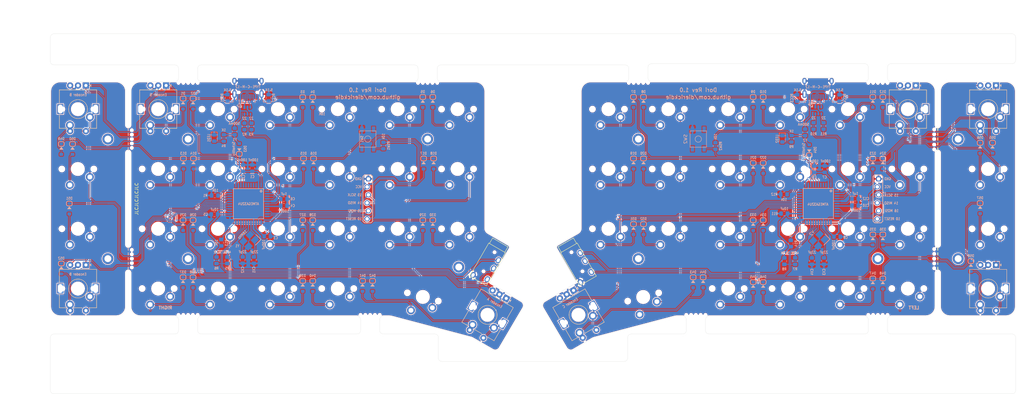
<source format=kicad_pcb>
(kicad_pcb (version 20171130) (host pcbnew "(5.1.2-1)-1")
  (layers (0 F.Cu signal) (31 B.Cu signal) (34 B.Paste user) (35 F.Paste user) (36 B.SilkS user) (37 F.SilkS user) (38 B.Mask user) (39 F.Mask user) (44 Edge.Cuts user))
  (net 0 "")
  (net 1 "Net-(D1-Pad2)")
  (net 2 "Net-(D2-Pad2)")
  (net 3 "Net-(D3-Pad2)")
  (net 4 "Net-(D4-Pad2)")
  (net 5 "Net-(D5-Pad2)")
  (net 6 "Net-(D6-Pad2)")
  (net 7 "Net-(D7-Pad2)")
  (net 8 "Net-(D8-Pad2)")
  (net 9 "Net-(D9-Pad2)")
  (net 10 "Net-(D10-Pad2)")
  (net 11 "Net-(D11-Pad2)")
  (net 12 "Net-(D12-Pad2)")
  (net 13 "Net-(D13-Pad2)")
  (net 14 "Net-(D14-Pad2)")
  (net 15 "Net-(D15-Pad2)")
  (net 16 "Net-(D16-Pad2)")
  (net 17 "Net-(D17-Pad2)")
  (net 18 "Net-(D18-Pad2)")
  (net 19 "Net-(D19-Pad2)")
  (net 20 "Net-(D20-Pad2)")
  (net 21 "Net-(D21-Pad2)")
  (net 22 "Net-(D22-Pad2)")
  (net 23 "Net-(D23-Pad2)")
  (net 24 "Net-(D24-Pad2)")
  (net 25 "Net-(D25-Pad2)")
  (net 26 "Net-(D26-Pad2)")
  (net 27 "Net-(D27-Pad2)")
  (net 28 "Net-(D28-Pad2)")
  (net 29 "Net-(D29-Pad2)")
  (net 30 "Net-(D30-Pad2)")
  (net 31 "Net-(D31-Pad2)")
  (net 32 "Net-(D32-Pad2)")
  (net 33 "Net-(D33-Pad2)")
  (net 34 "Net-(D34-Pad2)")
  (net 35 "Net-(D35-Pad2)")
  (net 36 "Net-(D36-Pad2)")
  (net 37 "Net-(D37-Pad2)")
  (net 38 "Net-(D38-Pad2)")
  (net 39 "Net-(D39-Pad2)")
  (net 40 "Net-(D40-Pad2)")
  (net 41 "Net-(D41-Pad2)")
  (net 42 "Net-(D42-Pad2)")
  (net 43 "Net-(D43-Pad2)")
  (net 44 "Net-(D44-Pad2)")
  (net 45 "Net-(D45-Pad2)")
  (net 46 "Net-(D46-Pad2)")
  (net 47 "Net-(D47-Pad2)")
  (net 48 "Net-(D48-Pad2)")
  (net 49 VCC)
  (net 50 "Net-(R3-Pad1)")
  (net 51 "Net-(C6-Pad1)")
  (net 52 "Net-(R1-Pad2)")
  (net 53 "Net-(R2-Pad1)")
  (net 54 "Net-(J1-PadB5)")
  (net 55 "Net-(J1-PadA5)")
  (net 56 "Net-(D49-Pad2)")
  (net 57 "Net-(D50-Pad2)")
  (net 58 "Net-(D51-Pad2)")
  (net 59 "Net-(D52-Pad2)")
  (net 60 GND)
  (net 61 "Net-(LED1-Pad2)")
  (net 62 "Net-(C12-Pad1)")
  (net 63 XTAL1a)
  (net 64 XTAL2a)
  (net 65 XTAL1b)
  (net 66 XTAL2b)
  (net 67 VBUSa)
  (net 68 D-BUSa)
  (net 69 D+BUSa)
  (net 70 ISP_RSTa)
  (net 71 SDAa)
  (net 72 SCLa)
  (net 73 SDAb)
  (net 74 SCLb)
  (net 75 "Net-(J5-PadB5)")
  (net 76 "Net-(J5-PadA5)")
  (net 77 ISP_RSTb)
  (net 78 "Net-(LED2-Pad2)")
  (net 79 D-a)
  (net 80 D+a)
  (net 81 "Net-(R10-Pad1)")
  (net 82 "Net-(R11-Pad1)")
  (net 83 "Net-(R12-Pad2)")
  (net 84 MOSIb)
  (net 85 VBUSb)
  (net 86 D-BUSb)
  (net 87 D+BUSb)
  (net 88 D-b)
  (net 89 D+b)
  (net 90 col5a)
  (net 91 col4a)
  (net 92 col3a)
  (net 93 row1a)
  (net 94 row0a)
  (net 95 col0a)
  (net 96 row3a)
  (net 97 row2a)
  (net 98 col2a)
  (net 99 col5b)
  (net 100 col4b)
  (net 101 col3b)
  (net 102 row1b)
  (net 103 row0b)
  (net 104 col1b)
  (net 105 col2b)
  (net 106 row2b)
  (net 107 row3b)
  (net 108 col1a)
  (net 109 col0b)
  (net 110 GNDA)
  (net 111 VDD)
  (net 112 HDETECT)
  (net 113 +5V)
  (net 114 +5VA)
  (net 115 HDETECTb)
  (net 116 "Net-(D55-Pad2)")
  (net 117 "Net-(D56-Pad2)")
  (net 118 "Net-(D57-Pad2)")
  (net 119 "Net-(D58-Pad2)")
  (net 120 Enc1a)
  (net 121 Enc1b)
  (net 122 Enc3a)
  (net 123 Enc3b)
  (net 124 Enc0a)
  (net 125 Enc0b)
  (net 126 Enc2a)
  (net 127 Enc2b)
  (net 128 col6a)
  (net 129 col6b)
  (module Keeb_footprints:MX100 (layer F.Cu) (at 389.5254 52.4273)
    (fp_text reference K53)
    (fp_text value KEYSW)
    (pad 1 thru_hole circle (at 3.7846 2.5527 270) (size 2.54 2.54) (drill 1.525) (layers *.Cu *.Mask) (net 129 col6b))
    (pad 2 thru_hole circle (at -2.5654 5.0927) (size 2.54 2.54) (drill 1.525) (layers *.Cu *.Mask) (net 116 "Net-(D55-Pad2)"))
    (pad "" np_thru_hole circle (at -5.1054 0.0127) (size 1.7018 1.7018) (drill 1.7018) (layers *.Cu *.Mask))
    (pad "" np_thru_hole circle (at 5.0546 0.0127) (size 1.7018 1.7018) (drill 1.7018) (layers *.Cu *.Mask))
    (pad "" np_thru_hole circle (at -0.0254 0.0127) (size 3.9878 3.9878) (drill 3.9878) (layers *.Cu *.Mask))
  )
  (module Keeb_footprints:MX100 (layer F.Cu) (at 389.5254 71.4273)
    (fp_text reference K54)
    (fp_text value KEYSW)
    (pad 1 thru_hole circle (at 3.7846 2.5527 270) (size 2.54 2.54) (drill 1.525) (layers *.Cu *.Mask) (net 129 col6b))
    (pad 2 thru_hole circle (at -2.5654 5.0927) (size 2.54 2.54) (drill 1.525) (layers *.Cu *.Mask) (net 117 "Net-(D56-Pad2)"))
    (pad "" np_thru_hole circle (at -5.1054 0.0127) (size 1.7018 1.7018) (drill 1.7018) (layers *.Cu *.Mask))
    (pad "" np_thru_hole circle (at 5.0546 0.0127) (size 1.7018 1.7018) (drill 1.7018) (layers *.Cu *.Mask))
    (pad "" np_thru_hole circle (at -0.0254 0.0127) (size 3.9878 3.9878) (drill 3.9878) (layers *.Cu *.Mask))
  )
  (module random-keyboard-parts:Generic-Mounthole (layer F.Cu) (at 380 99.94)
    (fp_text reference H12)
    (fp_text value MountingHole)
    (pad 1 thru_hole circle (at 0 0) (size 3.5 3.5) (drill 2.2) (layers *.Cu *.Mask))
  )
  (module random-keyboard-parts:Generic-Mounthole (layer F.Cu) (at 380 61.94)
    (fp_text reference H11)
    (fp_text value MountingHole)
    (pad 1 thru_hole circle (at 0 0) (size 3.5 3.5) (drill 2.2) (layers *.Cu *.Mask))
  )
  (module Keeb_footprints:MouseBite_IPC7351 (layer F.Cu) (at 372.4 61.94 90)
    (fp_text reference U15)
    (fp_text value HOLE)
    (pad "" np_thru_hole circle (at -3.302 0 90) (size 0.8 0.8) (drill 0.8) (layers *.Cu *.Mask))
    (pad "" np_thru_hole circle (at -1.778 0 90) (size 0.8 0.8) (drill 0.8) (layers *.Cu *.Mask))
    (pad "" np_thru_hole circle (at 3.048 0 90) (size 0.8 0.8) (drill 0.8) (layers *.Cu *.Mask))
    (pad "" np_thru_hole circle (at 1.524 0 90) (size 0.8 0.8) (drill 0.8) (layers *.Cu *.Mask))
    (pad "" np_thru_hole circle (at 0 0 90) (size 0.8 0.8) (drill 0.8) (layers *.Cu *.Mask))
  )
  (module Keeb_footprints:MouseBite_IPC7351 (layer F.Cu) (at 372.4 99.94 90)
    (fp_text reference U16)
    (fp_text value HOLE)
    (pad "" np_thru_hole circle (at -3.048 0 90) (size 0.8 0.8) (drill 0.8) (layers *.Cu *.Mask))
    (pad "" np_thru_hole circle (at -1.524 0 90) (size 0.8 0.8) (drill 0.8) (layers *.Cu *.Mask))
    (pad "" np_thru_hole circle (at 3.048 0 90) (size 0.8 0.8) (drill 0.8) (layers *.Cu *.Mask))
    (pad "" np_thru_hole circle (at 1.524 0 90) (size 0.8 0.8) (drill 0.8) (layers *.Cu *.Mask))
    (pad "" np_thru_hole circle (at 0 0 90) (size 0.8 0.8) (drill 0.8) (layers *.Cu *.Mask))
  )
  (module Keebio-Parts:RotaryEncoder_EC11 (layer F.Cu) (at 364.064469 52.427162 270)
    (fp_text reference SW7)
    (fp_text value Rotary_Encoder_Switch)
    (pad A thru_hole rect (at -7.5 -2.5 270) (size 2 2) (drill 1) (layers *.Cu *.Mask) (net 122 Enc3a))
    (pad C thru_hole circle (at -7.5 0 270) (size 2 2) (drill 1) (layers *.Cu *.Mask) (net 110 GNDA))
    (pad B thru_hole circle (at -7.5 2.5 270) (size 2 2) (drill 1) (layers *.Cu *.Mask) (net 123 Enc3b))
    (pad MP thru_hole rect (at 0 -5.6 270) (size 3.2 2) (drill oval 2.8 1.5) (layers *.Cu *.Mask))
    (pad MP thru_hole rect (at 0 5.6 270) (size 3.2 2) (drill oval 2.8 1.5) (layers *.Cu *.Mask))
    (pad S2 thru_hole circle (at 7 -2.5 270) (size 2 2) (drill 1) (layers *.Cu *.Mask) (net 99 col5b))
    (pad S1 thru_hole circle (at 7 2.5 270) (size 2 2) (drill 1) (layers *.Cu *.Mask) (net 12 "Net-(D12-Pad2)"))
  )
  (module Keebio-Parts:RotaryEncoder_EC11 (layer F.Cu) (at 389.5254 109.44 270)
    (fp_text reference SW6)
    (fp_text value Rotary_Encoder_Switch)
    (pad A thru_hole rect (at -7.5 -2.5 270) (size 2 2) (drill 1) (layers *.Cu *.Mask) (net 122 Enc3a))
    (pad C thru_hole circle (at -7.5 0 270) (size 2 2) (drill 1) (layers *.Cu *.Mask) (net 110 GNDA))
    (pad B thru_hole circle (at -7.5 2.5 270) (size 2 2) (drill 1) (layers *.Cu *.Mask) (net 123 Enc3b))
    (pad MP thru_hole rect (at 0 -5.6 270) (size 3.2 2) (drill oval 2.8 1.5) (layers *.Cu *.Mask))
    (pad MP thru_hole rect (at 0 5.6 270) (size 3.2 2) (drill oval 2.8 1.5) (layers *.Cu *.Mask))
    (pad S2 thru_hole circle (at 7 -2.5 270) (size 2 2) (drill 1) (layers *.Cu *.Mask) (net 129 col6b))
    (pad S1 thru_hole circle (at 7 2.5 270) (size 2 2) (drill 1) (layers *.Cu *.Mask) (net 119 "Net-(D58-Pad2)"))
  )
  (module Keebio-Parts:RotaryEncoder_EC11 (layer F.Cu) (at 389.5254 52.4273 270)
    (fp_text reference SW5)
    (fp_text value Rotary_Encoder_Switch)
    (pad A thru_hole rect (at -7.5 -2.5 270) (size 2 2) (drill 1) (layers *.Cu *.Mask) (net 122 Enc3a))
    (pad C thru_hole circle (at -7.5 0 270) (size 2 2) (drill 1) (layers *.Cu *.Mask))
    (pad B thru_hole circle (at -7.5 2.5 270) (size 2 2) (drill 1) (layers *.Cu *.Mask) (net 123 Enc3b))
    (pad MP thru_hole rect (at 0 -5.6 270) (size 3.2 2) (drill oval 2.8 1.5) (layers *.Cu *.Mask))
    (pad MP thru_hole rect (at 0 5.6 270) (size 3.2 2) (drill oval 2.8 1.5) (layers *.Cu *.Mask))
    (pad S2 thru_hole circle (at 7 -2.5 270) (size 2 2) (drill 1) (layers *.Cu *.Mask) (net 129 col6b))
    (pad S1 thru_hole circle (at 7 2.5 270) (size 2 2) (drill 1) (layers *.Cu *.Mask) (net 116 "Net-(D55-Pad2)"))
  )
  (module Keeb_footprints:MX100 (layer F.Cu) (at 389.5254 109.44)
    (fp_text reference K56)
    (fp_text value KEYSW)
    (pad 1 thru_hole circle (at 3.7846 2.5527 270) (size 2.54 2.54) (drill 1.525) (layers *.Cu *.Mask) (net 129 col6b))
    (pad 2 thru_hole circle (at -2.5654 5.0927) (size 2.54 2.54) (drill 1.525) (layers *.Cu *.Mask) (net 119 "Net-(D58-Pad2)"))
    (pad "" np_thru_hole circle (at -5.1054 0.0127) (size 1.7018 1.7018) (drill 1.7018) (layers *.Cu *.Mask))
    (pad "" np_thru_hole circle (at 5.0546 0.0127) (size 1.7018 1.7018) (drill 1.7018) (layers *.Cu *.Mask))
    (pad "" np_thru_hole circle (at -0.0254 0.0127) (size 3.9878 3.9878) (drill 3.9878) (layers *.Cu *.Mask))
  )
  (module Keeb_footprints:MX100 (layer F.Cu) (at 389.5254 90.44)
    (fp_text reference K55)
    (fp_text value KEYSW)
    (pad 1 thru_hole circle (at 3.7846 2.5527 270) (size 2.54 2.54) (drill 1.525) (layers *.Cu *.Mask) (net 129 col6b))
    (pad 2 thru_hole circle (at -2.5654 5.0927) (size 2.54 2.54) (drill 1.525) (layers *.Cu *.Mask) (net 118 "Net-(D57-Pad2)"))
    (pad "" np_thru_hole circle (at -5.1054 0.0127) (size 1.7018 1.7018) (drill 1.7018) (layers *.Cu *.Mask))
    (pad "" np_thru_hole circle (at 5.0546 0.0127) (size 1.7018 1.7018) (drill 1.7018) (layers *.Cu *.Mask))
    (pad "" np_thru_hole circle (at -0.0254 0.0127) (size 3.9878 3.9878) (drill 3.9878) (layers *.Cu *.Mask))
  )
  (module Keeb_footprints:D_SOD-123_modified (layer B.Cu) (at 384.048 102.362 270)
    (fp_text reference D58 (at -3.302 0 180) (layer B.SilkS) (effects (font (size 0.8 0.7)) (justify mirror)))
    (fp_text value D)
    (pad 2 smd roundrect (at 1.65 0 270) (size 1 1.2) (layers B.Cu B.Paste B.Mask) (net 119 "Net-(D58-Pad2)"))
    (pad 1 smd roundrect (at -1.65 0 270) (size 1 1.2) (layers B.Cu B.Paste B.Mask) (net 107 row3b))
  )
  (module Keeb_footprints:D_SOD-123_modified (layer B.Cu) (at 386.969 83.947 270)
    (fp_text reference D57 (at -3.302 0 180) (layer B.SilkS) (effects (font (size 0.8 0.7)) (justify mirror)))
    (fp_text value D)
    (pad 2 smd roundrect (at 1.65 0 270) (size 1 1.2) (layers B.Cu B.Paste B.Mask) (net 118 "Net-(D57-Pad2)"))
    (pad 1 smd roundrect (at -1.65 0 270) (size 1 1.2) (layers B.Cu B.Paste B.Mask) (net 106 row2b))
  )
  (module Keeb_footprints:D_SOD-123_modified (layer B.Cu) (at 386.969 64.77 270)
    (fp_text reference D56 (at -3.302 0) (layer B.SilkS) (effects (font (size 0.8 0.7)) (justify mirror)))
    (fp_text value D)
    (pad 2 smd roundrect (at 1.65 0 270) (size 1 1.2) (layers B.Cu B.Paste B.Mask) (net 117 "Net-(D56-Pad2)"))
    (pad 1 smd roundrect (at -1.65 0 270) (size 1 1.2) (layers B.Cu B.Paste B.Mask) (net 102 row1b))
  )
  (module Keeb_footprints:D_SOD-123_modified (layer B.Cu) (at 390.906 64.77 270)
    (fp_text reference D55 (at -3.302 0 180) (layer B.SilkS) (effects (font (size 0.8 0.7)) (justify mirror)))
    (fp_text value D)
    (pad 2 smd roundrect (at 1.65 0 270) (size 1 1.2) (layers B.Cu B.Paste B.Mask) (net 116 "Net-(D55-Pad2)"))
    (pad 1 smd roundrect (at -1.65 0 270) (size 1 1.2) (layers B.Cu B.Paste B.Mask) (net 103 row0b))
  )
  (module Capacitor_SMD:C_0805_2012Metric_Pad1.15x1.40mm_HandSolder (layer B.Cu) (at 341.603 92.964)
    (fp_text reference C8 (at 2.667 0.254) (layer B.SilkS) (effects (font (size 0.8 0.7)) (justify mirror)))
    (fp_text value 100nF)
    (fp_text user %V (at -1.143 2.667 270) (layer B.SilkS) (effects (font (size 0.8 0.7)) (justify mirror)))
    (pad 2 smd roundrect (at 1.025 0) (size 1.15 1.4) (layers B.Cu B.Paste B.Mask) (roundrect_rratio 0.217391) (net 110 GNDA))
    (pad 1 smd roundrect (at -1.025 0) (size 1.15 1.4) (layers B.Cu B.Paste B.Mask) (roundrect_rratio 0.217391) (net 111 VDD))
  )
  (module Resistor_SMD:R_0805_2012Metric_Pad1.15x1.40mm_HandSolder (layer B.Cu) (at 326.898 95.123 90)
    (fp_text reference R14 (at 0 1.65 90) (layer B.SilkS) (effects (font (size 0.8 0.7)) (justify mirror)))
    (fp_text value 10K)
    (fp_text user %V (at 2.921 0 90) (layer B.SilkS) (effects (font (size 0.8 0.7)) (justify mirror)))
    (pad 2 smd roundrect (at 1.025 0 90) (size 1.15 1.4) (layers B.Cu B.Paste B.Mask) (roundrect_rratio 0.217391) (net 115 HDETECTb))
    (pad 1 smd roundrect (at -1.025 0 90) (size 1.15 1.4) (layers B.Cu B.Paste B.Mask) (roundrect_rratio 0.217391) (net 111 VDD))
  )
  (module Keeb_footprints:MouseBite_IPC7351 (layer F.Cu) (at 278.54 44.08)
    (fp_text reference U14)
    (fp_text value HOLE)
    (pad "" np_thru_hole circle (at -3.048 0) (size 0.8 0.8) (drill 0.8) (layers *.Cu *.Mask))
    (pad "" np_thru_hole circle (at -1.524 0) (size 0.8 0.8) (drill 0.8) (layers *.Cu *.Mask))
    (pad "" np_thru_hole circle (at 3.048 0) (size 0.8 0.8) (drill 0.8) (layers *.Cu *.Mask))
    (pad "" np_thru_hole circle (at 1.524 0) (size 0.8 0.8) (drill 0.8) (layers *.Cu *.Mask))
    (pad "" np_thru_hole circle (at 0 0) (size 0.8 0.8) (drill 0.8) (layers *.Cu *.Mask))
  )
  (module Keeb_footprints:MouseBite_IPC7351 (layer F.Cu) (at 354.54 44.08)
    (fp_text reference U13)
    (fp_text value HOLE)
    (pad "" np_thru_hole circle (at -3.048 0) (size 0.8 0.8) (drill 0.8) (layers *.Cu *.Mask))
    (pad "" np_thru_hole circle (at -1.524 0) (size 0.8 0.8) (drill 0.8) (layers *.Cu *.Mask))
    (pad "" np_thru_hole circle (at 3.048 0) (size 0.8 0.8) (drill 0.8) (layers *.Cu *.Mask))
    (pad "" np_thru_hole circle (at 1.524 0) (size 0.8 0.8) (drill 0.8) (layers *.Cu *.Mask))
    (pad "" np_thru_hole circle (at 0 0) (size 0.8 0.8) (drill 0.8) (layers *.Cu *.Mask))
  )
  (module Keeb_footprints:MouseBite_IPC7351 (layer F.Cu) (at 135.66 44.08)
    (fp_text reference U9)
    (fp_text value HOLE)
    (pad "" np_thru_hole circle (at -3.048 0) (size 0.8 0.8) (drill 0.8) (layers *.Cu *.Mask))
    (pad "" np_thru_hole circle (at -1.524 0) (size 0.8 0.8) (drill 0.8) (layers *.Cu *.Mask))
    (pad "" np_thru_hole circle (at 3.048 0) (size 0.8 0.8) (drill 0.8) (layers *.Cu *.Mask))
    (pad "" np_thru_hole circle (at 1.524 0) (size 0.8 0.8) (drill 0.8) (layers *.Cu *.Mask))
    (pad "" np_thru_hole circle (at 0 0) (size 0.8 0.8) (drill 0.8) (layers *.Cu *.Mask))
  )
  (module Keeb_footprints:MouseBite_IPC7351 (layer F.Cu) (at 211.66 44.08)
    (fp_text reference U2)
    (fp_text value HOLE)
    (pad "" np_thru_hole circle (at -3.048 0) (size 0.8 0.8) (drill 0.8) (layers *.Cu *.Mask))
    (pad "" np_thru_hole circle (at -1.524 0) (size 0.8 0.8) (drill 0.8) (layers *.Cu *.Mask))
    (pad "" np_thru_hole circle (at 3.048 0) (size 0.8 0.8) (drill 0.8) (layers *.Cu *.Mask))
    (pad "" np_thru_hole circle (at 1.524 0) (size 0.8 0.8) (drill 0.8) (layers *.Cu *.Mask))
    (pad "" np_thru_hole circle (at 0 0) (size 0.8 0.8) (drill 0.8) (layers *.Cu *.Mask))
  )
  (module Keeb_footprints:D_SOD-123_modified (layer B.Cu) (at 332.74 65.405 90)
    (fp_text reference D54 (at 0 1.905 270) (layer B.SilkS) (effects (font (size 0.8 0.7)) (justify mirror)))
    (fp_text value Schottky (at 0 -1.778 90) (layer B.SilkS) (effects (font (size 0.8 0.7)) (justify mirror)))
    (pad 2 smd roundrect (at 1.65 0 90) (size 1 1.2) (layers B.Cu B.Paste B.Mask) (net 114 +5VA))
    (pad 1 smd roundrect (at -1.65 0 90) (size 1 1.2) (layers B.Cu B.Paste B.Mask) (net 111 VDD))
  )
  (module Keeb_footprints:D_SOD-123_modified (layer B.Cu) (at 151.892 65.024 90)
    (fp_text reference D53 (at 0 1.905 270) (layer B.SilkS) (effects (font (size 0.8 0.7)) (justify mirror)))
    (fp_text value Schottky (at 0 -1.778 90) (layer B.SilkS) (effects (font (size 0.8 0.7)) (justify mirror)))
    (pad 2 smd roundrect (at 1.65 0 90) (size 1 1.2) (layers B.Cu B.Paste B.Mask) (net 113 +5V))
    (pad 1 smd roundrect (at -1.65 0 90) (size 1 1.2) (layers B.Cu B.Paste B.Mask) (net 49 VCC))
  )
  (module Resistor_SMD:R_0805_2012Metric_Pad1.15x1.40mm_HandSolder (layer B.Cu) (at 146.177 94.869 90)
    (fp_text reference R13 (at 0 1.65 90) (layer B.SilkS) (effects (font (size 0.8 0.7)) (justify mirror)))
    (fp_text value 10K)
    (fp_text user %V (at 0 -1.524 90) (layer B.SilkS) (effects (font (size 0.8 0.7)) (justify mirror)))
    (pad 2 smd roundrect (at 1.025 0 90) (size 1.15 1.4) (layers B.Cu B.Paste B.Mask) (roundrect_rratio 0.217391) (net 112 HDETECT))
    (pad 1 smd roundrect (at -1.025 0 90) (size 1.15 1.4) (layers B.Cu B.Paste B.Mask) (roundrect_rratio 0.217391) (net 49 VCC))
  )
  (module Resistor_SMD:R_0805_2012Metric_Pad1.15x1.40mm_HandSolder (layer B.Cu) (at 148.082 100.457 270)
    (fp_text reference R5 (at 2.54 0 180) (layer B.SilkS) (effects (font (size 0.8 0.7)) (justify mirror)))
    (fp_text value 4.7K)
    (fp_text user %V (at -2.54 0 180) (layer B.SilkS) (effects (font (size 0.8 0.7)) (justify mirror)))
    (pad 2 smd roundrect (at 1.025 0 270) (size 1.15 1.4) (layers B.Cu B.Paste B.Mask) (roundrect_rratio 0.217391) (net 72 SCLa))
    (pad 1 smd roundrect (at -1.025 0 270) (size 1.15 1.4) (layers B.Cu B.Paste B.Mask) (roundrect_rratio 0.217391) (net 49 VCC))
  )
  (module Keeb_footprints:MX100 (layer F.Cu) (at 326.064569 109.427012)
    (fp_text reference K46)
    (fp_text value KEYSW)
    (pad 1 thru_hole circle (at 3.7846 2.5527 270) (size 2.54 2.54) (drill 1.525) (layers *.Cu *.Mask) (net 101 col3b))
    (pad 2 thru_hole circle (at -2.5654 5.0927) (size 2.54 2.54) (drill 1.525) (layers *.Cu *.Mask) (net 46 "Net-(D46-Pad2)"))
    (pad "" np_thru_hole circle (at -5.1054 0.0127) (size 1.7018 1.7018) (drill 1.7018) (layers *.Cu *.Mask))
    (pad "" np_thru_hole circle (at 5.0546 0.0127) (size 1.7018 1.7018) (drill 1.7018) (layers *.Cu *.Mask))
    (pad "" np_thru_hole circle (at -0.0254 0.0127) (size 3.9878 3.9878) (drill 3.9878) (layers *.Cu *.Mask))
  )
  (module Keeb_footprints:MouseBite_IPC7351 (layer F.Cu) (at 193.42 117.8)
    (fp_text reference U7)
    (fp_text value HOLE)
    (pad "" np_thru_hole circle (at -3.048 0) (size 0.8 0.8) (drill 0.8) (layers *.Cu *.Mask))
    (pad "" np_thru_hole circle (at -1.524 0) (size 0.8 0.8) (drill 0.8) (layers *.Cu *.Mask))
    (pad "" np_thru_hole circle (at 3.048 0) (size 0.8 0.8) (drill 0.8) (layers *.Cu *.Mask))
    (pad "" np_thru_hole circle (at 1.524 0) (size 0.8 0.8) (drill 0.8) (layers *.Cu *.Mask))
    (pad "" np_thru_hole circle (at 0 0) (size 0.8 0.8) (drill 0.8) (layers *.Cu *.Mask))
  )
  (module Keeb_footprints:MouseBite_IPC7351 (layer F.Cu) (at 135.66 117.8)
    (fp_text reference U6)
    (fp_text value HOLE)
    (pad "" np_thru_hole circle (at -3.048 0) (size 0.8 0.8) (drill 0.8) (layers *.Cu *.Mask))
    (pad "" np_thru_hole circle (at -1.524 0) (size 0.8 0.8) (drill 0.8) (layers *.Cu *.Mask))
    (pad "" np_thru_hole circle (at 3.048 0) (size 0.8 0.8) (drill 0.8) (layers *.Cu *.Mask))
    (pad "" np_thru_hole circle (at 1.524 0) (size 0.8 0.8) (drill 0.8) (layers *.Cu *.Mask))
    (pad "" np_thru_hole circle (at 0 0) (size 0.8 0.8) (drill 0.8) (layers *.Cu *.Mask))
  )
  (module Keeb_footprints:MouseBite_IPC7351 (layer F.Cu) (at 296.78 117.8)
    (fp_text reference U10)
    (fp_text value HOLE)
    (pad "" np_thru_hole circle (at -3.048 0) (size 0.8 0.8) (drill 0.8) (layers *.Cu *.Mask))
    (pad "" np_thru_hole circle (at -1.524 0) (size 0.8 0.8) (drill 0.8) (layers *.Cu *.Mask))
    (pad "" np_thru_hole circle (at 3.048 0) (size 0.8 0.8) (drill 0.8) (layers *.Cu *.Mask))
    (pad "" np_thru_hole circle (at 1.524 0) (size 0.8 0.8) (drill 0.8) (layers *.Cu *.Mask))
    (pad "" np_thru_hole circle (at 0 0) (size 0.8 0.8) (drill 0.8) (layers *.Cu *.Mask))
  )
  (module Keeb_footprints:MouseBite_IPC7351 (layer F.Cu) (at 354.54 117.8)
    (fp_text reference U11)
    (fp_text value HOLE)
    (pad "" np_thru_hole circle (at -3.048 0) (size 0.8 0.8) (drill 0.8) (layers *.Cu *.Mask))
    (pad "" np_thru_hole circle (at -1.524 0) (size 0.8 0.8) (drill 0.8) (layers *.Cu *.Mask))
    (pad "" np_thru_hole circle (at 3.048 0) (size 0.8 0.8) (drill 0.8) (layers *.Cu *.Mask))
    (pad "" np_thru_hole circle (at 1.524 0) (size 0.8 0.8) (drill 0.8) (layers *.Cu *.Mask))
    (pad "" np_thru_hole circle (at 0 0) (size 0.8 0.8) (drill 0.8) (layers *.Cu *.Mask))
  )
  (module Keeb_footprints:MouseBite_IPC7351 (layer F.Cu) (at 117.8 61.939837 90)
    (fp_text reference U4)
    (fp_text value HOLE)
    (pad "" np_thru_hole circle (at -2.794 0 90) (size 0.8 0.8) (drill 0.8) (layers *.Cu *.Mask))
    (pad "" np_thru_hole circle (at -1.397 0 90) (size 0.8 0.8) (drill 0.8) (layers *.Cu *.Mask))
    (pad "" np_thru_hole circle (at 2.794 0 90) (size 0.8 0.8) (drill 0.8) (layers *.Cu *.Mask))
    (pad "" np_thru_hole circle (at 1.397 0 90) (size 0.8 0.8) (drill 0.8) (layers *.Cu *.Mask))
    (pad "" np_thru_hole circle (at 0 0 90) (size 0.8 0.8) (drill 0.8) (layers *.Cu *.Mask))
  )
  (module Keeb_footprints:D_SOD-123_modified (layer B.Cu) (at 352.924999 93.911377 270)
    (fp_text reference D35 (at -3.302 0 180) (layer B.SilkS) (effects (font (size 0.8 0.7)) (justify mirror)))
    (fp_text value D)
    (pad 2 smd roundrect (at 1.65 0 270) (size 1 1.2) (layers B.Cu B.Paste B.Mask) (net 35 "Net-(D35-Pad2)"))
    (pad 1 smd roundrect (at -1.65 0 270) (size 1 1.2) (layers B.Cu B.Paste B.Mask) (net 106 row2b))
  )
  (module Keeb_footprints:D_SOD-123_modified (layer B.Cu) (at 356.099999 93.911377 270)
    (fp_text reference D36 (at -3.302 0 180) (layer B.SilkS) (effects (font (size 0.8 0.7)) (justify mirror)))
    (fp_text value D)
    (pad 2 smd roundrect (at 1.65 0 270) (size 1 1.2) (layers B.Cu B.Paste B.Mask) (net 36 "Net-(D36-Pad2)"))
    (pad 1 smd roundrect (at -1.65 0 270) (size 1 1.2) (layers B.Cu B.Paste B.Mask) (net 106 row2b))
  )
  (module Resistor_SMD:R_0805_2012Metric_Pad1.15x1.40mm_HandSolder (layer B.Cu) (at 302.995 64.135 90)
    (fp_text reference RSW2 (at 0 1.65 90) (layer B.SilkS) (effects (font (size 0.8 0.7)) (justify mirror)))
    (fp_text value 10k)
    (fp_text user %V (at 2.921 0 90) (layer B.SilkS) (effects (font (size 0.8 0.7)) (justify mirror)))
    (pad 2 smd roundrect (at 1.025 0 90) (size 1.15 1.4) (layers B.Cu B.Paste B.Mask) (roundrect_rratio 0.217391) (net 114 +5VA))
    (pad 1 smd roundrect (at -1.025 0 90) (size 1.15 1.4) (layers B.Cu B.Paste B.Mask) (roundrect_rratio 0.217391) (net 77 ISP_RSTb))
  )
  (module Resistor_SMD:R_0805_2012Metric_Pad1.15x1.40mm_HandSolder (layer B.Cu) (at 342.365 48.895 270)
    (fp_text reference RCC4 (at 0 -1.651 90) (layer B.SilkS) (effects (font (size 0.8 0.7)) (justify mirror)))
    (fp_text value 5.1K)
    (fp_text user %V (at -2.54 0 180) (layer B.SilkS) (effects (font (size 0.8 0.7)) (justify mirror)))
    (pad 2 smd roundrect (at 1.025 0 270) (size 1.15 1.4) (layers B.Cu B.Paste B.Mask) (roundrect_rratio 0.217391) (net 75 "Net-(J5-PadB5)"))
    (pad 1 smd roundrect (at -1.025 0 270) (size 1.15 1.4) (layers B.Cu B.Paste B.Mask) (roundrect_rratio 0.217391) (net 110 GNDA))
  )
  (module Resistor_SMD:R_0805_2012Metric_Pad1.15x1.40mm_HandSolder (layer B.Cu) (at 328.903 48.895 270)
    (fp_text reference RCC3 (at 0 1.651 90) (layer B.SilkS) (effects (font (size 0.8 0.7)) (justify mirror)))
    (fp_text value 5.1K)
    (fp_text user %V (at -2.54 -0.127 180) (layer B.SilkS) (effects (font (size 0.8 0.7)) (justify mirror)))
    (pad 2 smd roundrect (at 1.025 0 270) (size 1.15 1.4) (layers B.Cu B.Paste B.Mask) (roundrect_rratio 0.217391) (net 76 "Net-(J5-PadA5)"))
    (pad 1 smd roundrect (at -1.025 0 270) (size 1.15 1.4) (layers B.Cu B.Paste B.Mask) (roundrect_rratio 0.217391) (net 110 GNDA))
  )
  (module Resistor_SMD:R_0805_2012Metric_Pad1.15x1.40mm_HandSolder (layer B.Cu) (at 324.712 79.502)
    (fp_text reference R12 (at -3.048 0) (layer B.SilkS) (effects (font (size 0.8 0.7)) (justify mirror)))
    (fp_text value 10k)
    (fp_text user %V (at 0 1.651) (layer B.SilkS) (effects (font (size 0.8 0.7)) (justify mirror)))
    (pad 2 smd roundrect (at 1.025 0) (size 1.15 1.4) (layers B.Cu B.Paste B.Mask) (roundrect_rratio 0.217391) (net 83 "Net-(R12-Pad2)"))
    (pad 1 smd roundrect (at -1.025 0) (size 1.15 1.4) (layers B.Cu B.Paste B.Mask) (roundrect_rratio 0.217391) (net 110 GNDA))
  )
  (module Resistor_SMD:R_0805_2012Metric_Pad1.15x1.40mm_HandSolder (layer B.Cu) (at 337.285 57.785 90)
    (fp_text reference R11 (at -2.54 0 180) (layer B.SilkS) (effects (font (size 0.8 0.7)) (justify mirror)))
    (fp_text value 22)
    (fp_text user %V (at 2.54 0 180) (layer B.SilkS) (effects (font (size 0.8 0.7)) (justify mirror)))
    (pad 2 smd roundrect (at 1.025 0 90) (size 1.15 1.4) (layers B.Cu B.Paste B.Mask) (roundrect_rratio 0.217391) (net 89 D+b))
    (pad 1 smd roundrect (at -1.025 0 90) (size 1.15 1.4) (layers B.Cu B.Paste B.Mask) (roundrect_rratio 0.217391) (net 82 "Net-(R11-Pad1)"))
  )
  (module Resistor_SMD:R_0805_2012Metric_Pad1.15x1.40mm_HandSolder (layer B.Cu) (at 334.11 57.785 90)
    (fp_text reference R10 (at -2.54 0 180) (layer B.SilkS) (effects (font (size 0.8 0.7)) (justify mirror)))
    (fp_text value 22)
    (fp_text user %V (at 2.54 0 180) (layer B.SilkS) (effects (font (size 0.8 0.7)) (justify mirror)))
    (pad 2 smd roundrect (at 1.025 0 90) (size 1.15 1.4) (layers B.Cu B.Paste B.Mask) (roundrect_rratio 0.217391) (net 88 D-b))
    (pad 1 smd roundrect (at -1.025 0 90) (size 1.15 1.4) (layers B.Cu B.Paste B.Mask) (roundrect_rratio 0.217391) (net 81 "Net-(R10-Pad1)"))
  )
  (module Resistor_SMD:R_0805_2012Metric_Pad1.15x1.40mm_HandSolder (layer B.Cu) (at 327.125 61.849 90)
    (fp_text reference R9 (at -2.54 0 180) (layer B.SilkS) (effects (font (size 0.8 0.7)) (justify mirror)))
    (fp_text value 1K)
    (fp_text user %V (at 2.413 0 180) (layer B.SilkS) (effects (font (size 0.8 0.7)) (justify mirror)))
    (pad 2 smd roundrect (at 1.025 0 90) (size 1.15 1.4) (layers B.Cu B.Paste B.Mask) (roundrect_rratio 0.217391) (net 114 +5VA))
    (pad 1 smd roundrect (at -1.025 0 90) (size 1.15 1.4) (layers B.Cu B.Paste B.Mask) (roundrect_rratio 0.217391) (net 78 "Net-(LED2-Pad2)"))
  )
  (module Resistor_SMD:R_0805_2012Metric_Pad1.15x1.40mm_HandSolder (layer B.Cu) (at 324.839 100.72 270)
    (fp_text reference R8 (at 2.531 0 180) (layer B.SilkS) (effects (font (size 0.8 0.7)) (justify mirror)))
    (fp_text value 4.7K)
    (fp_text user %V (at -2.549 0 180) (layer B.SilkS) (effects (font (size 0.8 0.7)) (justify mirror)))
    (pad 2 smd roundrect (at 1.025 0 270) (size 1.15 1.4) (layers B.Cu B.Paste B.Mask) (roundrect_rratio 0.217391) (net 73 SDAb))
    (pad 1 smd roundrect (at -1.025 0 270) (size 1.15 1.4) (layers B.Cu B.Paste B.Mask) (roundrect_rratio 0.217391) (net 111 VDD))
  )
  (module Resistor_SMD:R_0805_2012Metric_Pad1.15x1.40mm_HandSolder (layer B.Cu) (at 328.295 100.711 270)
    (fp_text reference R7 (at 2.54 0 180) (layer B.SilkS) (effects (font (size 0.8 0.7)) (justify mirror)))
    (fp_text value 4.7K)
    (fp_text user %V (at -2.54 0 180) (layer B.SilkS) (effects (font (size 0.8 0.7)) (justify mirror)))
    (pad 2 smd roundrect (at 1.025 0 270) (size 1.15 1.4) (layers B.Cu B.Paste B.Mask) (roundrect_rratio 0.217391) (net 74 SCLb))
    (pad 1 smd roundrect (at -1.025 0 270) (size 1.15 1.4) (layers B.Cu B.Paste B.Mask) (roundrect_rratio 0.217391) (net 111 VDD))
  )
  (module Resistor_SMD:R_0805_2012Metric_Pad1.15x1.40mm_HandSolder (layer B.Cu) (at 144.653 100.466 270)
    (fp_text reference R6 (at 2.54 0 180) (layer B.SilkS) (effects (font (size 0.8 0.7)) (justify mirror)))
    (fp_text value 4.7K)
    (fp_text user %V (at -2.54 -0.254 180) (layer B.SilkS) (effects (font (size 0.8 0.7)) (justify mirror)))
    (pad 2 smd roundrect (at 1.025 0 270) (size 1.15 1.4) (layers B.Cu B.Paste B.Mask) (roundrect_rratio 0.217391) (net 71 SDAa))
    (pad 1 smd roundrect (at -1.025 0 270) (size 1.15 1.4) (layers B.Cu B.Paste B.Mask) (roundrect_rratio 0.217391) (net 49 VCC))
  )
  (module Resistor_SMD:R_0805_2012Metric_Pad1.15x1.40mm_HandSolder (layer B.Cu) (at 153.526999 57.923002 90)
    (fp_text reference R2 (at -2.528998 0.027001) (layer B.SilkS) (effects (font (size 0.8 0.7)) (justify mirror)))
    (fp_text value 22)
    (fp_text user %V (at 2.551002 0 180) (layer B.SilkS) (effects (font (size 0.8 0.7)) (justify mirror)))
    (pad 2 smd roundrect (at 1.025 0 90) (size 1.15 1.4) (layers B.Cu B.Paste B.Mask) (roundrect_rratio 0.217391) (net 79 D-a))
    (pad 1 smd roundrect (at -1.025 0 90) (size 1.15 1.4) (layers B.Cu B.Paste B.Mask) (roundrect_rratio 0.217391) (net 53 "Net-(R2-Pad1)"))
  )
  (module Resistor_SMD:R_0805_2012Metric_Pad1.15x1.40mm_HandSolder (layer B.Cu) (at 155.769999 57.923002 90)
    (fp_text reference R3 (at -2.528998 -0.056999 180) (layer B.SilkS) (effects (font (size 0.8 0.7)) (justify mirror)))
    (fp_text value 22)
    (fp_text user %V (at 2.551002 -0.056999 180) (layer B.SilkS) (effects (font (size 0.8 0.7)) (justify mirror)))
    (pad 2 smd roundrect (at 1.025 0 90) (size 1.15 1.4) (layers B.Cu B.Paste B.Mask) (roundrect_rratio 0.217391) (net 80 D+a))
    (pad 1 smd roundrect (at -1.025 0 90) (size 1.15 1.4) (layers B.Cu B.Paste B.Mask) (roundrect_rratio 0.217391) (net 50 "Net-(R3-Pad1)"))
  )
  (module Resistor_SMD:R_0805_2012Metric_Pad1.15x1.40mm_HandSolder (layer B.Cu) (at 144.117499 79.862002)
    (fp_text reference R1 (at -3.009499 0.020998) (layer B.SilkS) (effects (font (size 0.8 0.7)) (justify mirror)))
    (fp_text value 10k)
    (fp_text user %V (at 0.165501 -1.630002) (layer B.SilkS) (effects (font (size 0.8 0.7)) (justify mirror)))
    (pad 2 smd roundrect (at 1.025 0) (size 1.15 1.4) (layers B.Cu B.Paste B.Mask) (roundrect_rratio 0.217391) (net 52 "Net-(R1-Pad2)"))
    (pad 1 smd roundrect (at -1.025 0) (size 1.15 1.4) (layers B.Cu B.Paste B.Mask) (roundrect_rratio 0.217391) (net 60 GND))
  )
  (module Resistor_SMD:R_0805_2012Metric_Pad1.15x1.40mm_HandSolder (layer B.Cu) (at 197.623 64.008 90)
    (fp_text reference RSW1 (at 0 1.65 90) (layer B.SilkS) (effects (font (size 0.8 0.7)) (justify mirror)))
    (fp_text value 10k)
    (fp_text user %V (at 2.921 0 90) (layer B.SilkS) (effects (font (size 0.8 0.7)) (justify mirror)))
    (pad 2 smd roundrect (at 1.025 0 90) (size 1.15 1.4) (layers B.Cu B.Paste B.Mask) (roundrect_rratio 0.217391) (net 49 VCC))
    (pad 1 smd roundrect (at -1.025 0 90) (size 1.15 1.4) (layers B.Cu B.Paste B.Mask) (roundrect_rratio 0.217391) (net 70 ISP_RSTa))
  )
  (module Resistor_SMD:R_0805_2012Metric_Pad1.15x1.40mm_HandSolder (layer B.Cu) (at 161.215999 48.832002 270)
    (fp_text reference RCC2 (at 0 -1.609001 270) (layer B.SilkS) (effects (font (size 0.8 0.7)) (justify mirror)))
    (fp_text value 5.1K)
    (fp_text user %V (at -2.477002 -0.085001 180) (layer B.SilkS) (effects (font (size 0.8 0.7)) (justify mirror)))
    (pad 2 smd roundrect (at 1.025 0 270) (size 1.15 1.4) (layers B.Cu B.Paste B.Mask) (roundrect_rratio 0.217391) (net 54 "Net-(J1-PadB5)"))
    (pad 1 smd roundrect (at -1.025 0 270) (size 1.15 1.4) (layers B.Cu B.Paste B.Mask) (roundrect_rratio 0.217391) (net 60 GND))
  )
  (module Resistor_SMD:R_0805_2012Metric_Pad1.15x1.40mm_HandSolder (layer B.Cu) (at 148.134999 48.832002 270)
    (fp_text reference RCC1 (at 0 1.65 90) (layer B.SilkS) (effects (font (size 0.8 0.7)) (justify mirror)))
    (fp_text value 5.1K)
    (fp_text user %V (at -2.477002 0 180) (layer B.SilkS) (effects (font (size 0.8 0.7)) (justify mirror)))
    (pad 2 smd roundrect (at 1.025 0 270) (size 1.15 1.4) (layers B.Cu B.Paste B.Mask) (roundrect_rratio 0.217391) (net 55 "Net-(J1-PadA5)"))
    (pad 1 smd roundrect (at -1.025 0 270) (size 1.15 1.4) (layers B.Cu B.Paste B.Mask) (roundrect_rratio 0.217391) (net 60 GND))
  )
  (module Resistor_SMD:R_0805_2012Metric_Pad1.15x1.40mm_HandSolder (layer B.Cu) (at 146.988 61.595 90)
    (fp_text reference R4 (at -2.54 -0.038 180) (layer B.SilkS) (effects (font (size 0.8 0.7)) (justify mirror)))
    (fp_text value 1K)
    (fp_text user %V (at 2.54 -0.038 180) (layer B.SilkS) (effects (font (size 0.8 0.7)) (justify mirror)))
    (pad 2 smd roundrect (at 1.025 0 90) (size 1.15 1.4) (layers B.Cu B.Paste B.Mask) (roundrect_rratio 0.217391) (net 113 +5V))
    (pad 1 smd roundrect (at -1.025 0 90) (size 1.15 1.4) (layers B.Cu B.Paste B.Mask) (roundrect_rratio 0.217391) (net 61 "Net-(LED1-Pad2)"))
  )
  (module Capacitor_SMD:C_0805_2012Metric_Pad1.15x1.40mm_HandSolder (layer B.Cu) (at 160.793 92.837)
    (fp_text reference C3 (at 2.667 0.508) (layer B.SilkS) (effects (font (size 0.8 0.7)) (justify mirror)))
    (fp_text value 100nF)
    (fp_text user %V (at -1.143 2.667 90) (layer B.SilkS) (effects (font (size 0.8 0.7)) (justify mirror)))
    (pad 2 smd roundrect (at 1.025 0) (size 1.15 1.4) (layers B.Cu B.Paste B.Mask) (roundrect_rratio 0.217391) (net 60 GND))
    (pad 1 smd roundrect (at -1.025 0) (size 1.15 1.4) (layers B.Cu B.Paste B.Mask) (roundrect_rratio 0.217391) (net 49 VCC))
  )
  (module Capacitor_SMD:C_0805_2012Metric_Pad1.15x1.40mm_HandSolder (layer B.Cu) (at 333.602 100.711 270)
    (fp_text reference CX4 (at 3.429 -0.0254 90) (layer B.SilkS) (effects (font (size 0.8 0.7)) (justify mirror)))
    (fp_text value 22pF)
    (fp_text user %V (at -2.794 0 180) (layer B.SilkS) (effects (font (size 0.8 0.7)) (justify mirror)))
    (pad 2 smd roundrect (at 1.025 0 270) (size 1.15 1.4) (layers B.Cu B.Paste B.Mask) (roundrect_rratio 0.217391) (net 110 GNDA))
    (pad 1 smd roundrect (at -1.025 0 270) (size 1.15 1.4) (layers B.Cu B.Paste B.Mask) (roundrect_rratio 0.217391) (net 66 XTAL2b))
  )
  (module Capacitor_SMD:C_0805_2012Metric_Pad1.15x1.40mm_HandSolder (layer B.Cu) (at 337.402 100.711 270)
    (fp_text reference CX3 (at 3.429 -0.0254 90) (layer B.SilkS) (effects (font (size 0.8 0.7)) (justify mirror)))
    (fp_text value 22pF)
    (fp_text user %V (at -2.794 -0.01 180) (layer B.SilkS) (effects (font (size 0.8 0.7)) (justify mirror)))
    (pad 2 smd roundrect (at 1.025 0 270) (size 1.15 1.4) (layers B.Cu B.Paste B.Mask) (roundrect_rratio 0.217391) (net 110 GNDA))
    (pad 1 smd roundrect (at -1.025 0 270) (size 1.15 1.4) (layers B.Cu B.Paste B.Mask) (roundrect_rratio 0.217391) (net 65 XTAL1b))
  )
  (module Capacitor_SMD:C_0805_2012Metric_Pad1.15x1.40mm_HandSolder (layer B.Cu) (at 347.318 80.899)
    (fp_text reference C12 (at 3.429 -0.0254) (layer B.SilkS) (effects (font (size 0.8 0.7)) (justify mirror)))
    (fp_text value 1uF)
    (fp_text user %V (at 0 -1.651) (layer B.SilkS) (effects (font (size 0.8 0.7)) (justify mirror)))
    (pad 2 smd roundrect (at 1.025 0) (size 1.15 1.4) (layers B.Cu B.Paste B.Mask) (roundrect_rratio 0.217391) (net 110 GNDA))
    (pad 1 smd roundrect (at -1.025 0) (size 1.15 1.4) (layers B.Cu B.Paste B.Mask) (roundrect_rratio 0.217391) (net 62 "Net-(C12-Pad1)"))
  )
  (module Capacitor_SMD:C_0805_2012Metric_Pad1.15x1.40mm_HandSolder (layer B.Cu) (at 324.839 85.598 180)
    (fp_text reference C11 (at 3.048 -0.0254) (layer B.SilkS) (effects (font (size 0.8 0.7)) (justify mirror)))
    (fp_text value 10uF)
    (fp_text user %V (at 0 1.524) (layer B.SilkS) (effects (font (size 0.8 0.7)) (justify mirror)))
    (pad 2 smd roundrect (at 1.025 0 180) (size 1.15 1.4) (layers B.Cu B.Paste B.Mask) (roundrect_rratio 0.217391) (net 110 GNDA))
    (pad 1 smd roundrect (at -1.025 0 180) (size 1.15 1.4) (layers B.Cu B.Paste B.Mask) (roundrect_rratio 0.217391) (net 111 VDD))
  )
  (module Capacitor_SMD:C_0805_2012Metric_Pad1.15x1.40mm_HandSolder (layer B.Cu) (at 347.318 83.058)
    (fp_text reference C10 (at 3.429 -0.0254) (layer B.SilkS) (effects (font (size 0.8 0.7)) (justify mirror)))
    (fp_text value 100nF)
    (fp_text user %V (at 0 1.524) (layer B.SilkS) (effects (font (size 0.8 0.7)) (justify mirror)))
    (pad 2 smd roundrect (at 1.025 0) (size 1.15 1.4) (layers B.Cu B.Paste B.Mask) (roundrect_rratio 0.217391) (net 110 GNDA))
    (pad 1 smd roundrect (at -1.025 0) (size 1.15 1.4) (layers B.Cu B.Paste B.Mask) (roundrect_rratio 0.217391) (net 111 VDD))
  )
  (module Capacitor_SMD:C_0805_2012Metric_Pad1.15x1.40mm_HandSolder (layer B.Cu) (at 334.364 71.501 90)
    (fp_text reference C9 (at -2.54 0 180) (layer B.SilkS) (effects (font (size 0.8 0.7)) (justify mirror)))
    (fp_text value 100nF)
    (fp_text user %V (at 2.54 -0.254 180) (layer B.SilkS) (effects (font (size 0.8 0.7)) (justify mirror)))
    (pad 2 smd roundrect (at 1.025 0 90) (size 1.15 1.4) (layers B.Cu B.Paste B.Mask) (roundrect_rratio 0.217391) (net 110 GNDA))
    (pad 1 smd roundrect (at -1.025 0 90) (size 1.15 1.4) (layers B.Cu B.Paste B.Mask) (roundrect_rratio 0.217391) (net 111 VDD))
  )
  (module Capacitor_SMD:C_0805_2012Metric_Pad1.15x1.40mm_HandSolder (layer B.Cu) (at 337.666 71.501 90)
    (fp_text reference C7 (at -2.54 0 180) (layer B.SilkS) (effects (font (size 0.8 0.7)) (justify mirror)))
    (fp_text value 100nF)
    (fp_text user %V (at 2.54 0.254 180) (layer B.SilkS) (effects (font (size 0.8 0.7)) (justify mirror)))
    (pad 2 smd roundrect (at 1.025 0 90) (size 1.15 1.4) (layers B.Cu B.Paste B.Mask) (roundrect_rratio 0.217391) (net 110 GNDA))
    (pad 1 smd roundrect (at -1.025 0 90) (size 1.15 1.4) (layers B.Cu B.Paste B.Mask) (roundrect_rratio 0.217391) (net 111 VDD))
  )
  (module Capacitor_SMD:C_0805_2012Metric_Pad1.15x1.40mm_HandSolder (layer B.Cu) (at 166.056999 83.110002)
    (fp_text reference C4 (at 2.8 0) (layer B.SilkS) (effects (font (size 0.8 0.7)) (justify mirror)))
    (fp_text value 100nF)
    (fp_text user %V (at 0 1.725998) (layer B.SilkS) (effects (font (size 0.8 0.7)) (justify mirror)))
    (pad 2 smd roundrect (at 1.025 0) (size 1.15 1.4) (layers B.Cu B.Paste B.Mask) (roundrect_rratio 0.217391) (net 60 GND))
    (pad 1 smd roundrect (at -1.025 0) (size 1.15 1.4) (layers B.Cu B.Paste B.Mask) (roundrect_rratio 0.217391) (net 49 VCC))
  )
  (module Capacitor_SMD:C_0805_2012Metric_Pad1.15x1.40mm_HandSolder (layer B.Cu) (at 144.018 85.852 180)
    (fp_text reference C5 (at 2.8 0) (layer B.SilkS) (effects (font (size 0.8 0.7)) (justify mirror)))
    (fp_text value 10uF)
    (fp_text user %V (at 0 1.524) (layer B.SilkS) (effects (font (size 0.8 0.7)) (justify mirror)))
    (pad 2 smd roundrect (at 1.025 0 180) (size 1.15 1.4) (layers B.Cu B.Paste B.Mask) (roundrect_rratio 0.217391) (net 60 GND))
    (pad 1 smd roundrect (at -1.025 0 180) (size 1.15 1.4) (layers B.Cu B.Paste B.Mask) (roundrect_rratio 0.217391) (net 49 VCC))
  )
  (module Capacitor_SMD:C_0805_2012Metric_Pad1.15x1.40mm_HandSolder (layer B.Cu) (at 156.531999 100.405002 270)
    (fp_text reference CX1 (at 3.079 0 90) (layer B.SilkS) (effects (font (size 0.8 0.7)) (justify mirror)))
    (fp_text value 22pF)
    (fp_text user %V (at -2.615002 -0.059001 180) (layer B.SilkS) (effects (font (size 0.8 0.7)) (justify mirror)))
    (pad 2 smd roundrect (at 1.025 0 270) (size 1.15 1.4) (layers B.Cu B.Paste B.Mask) (roundrect_rratio 0.217391) (net 60 GND))
    (pad 1 smd roundrect (at -1.025 0 270) (size 1.15 1.4) (layers B.Cu B.Paste B.Mask) (roundrect_rratio 0.217391) (net 63 XTAL1a))
  )
  (module Capacitor_SMD:C_0805_2012Metric_Pad1.15x1.40mm_HandSolder (layer B.Cu) (at 152.975999 100.405002 270)
    (fp_text reference CX2 (at 3.079 0 90) (layer B.SilkS) (effects (font (size 0.8 0.7)) (justify mirror)))
    (fp_text value 22pF)
    (fp_text user %V (at -2.615002 0.056999 180) (layer B.SilkS) (effects (font (size 0.8 0.7)) (justify mirror)))
    (pad 2 smd roundrect (at 1.025 0 270) (size 1.15 1.4) (layers B.Cu B.Paste B.Mask) (roundrect_rratio 0.217391) (net 60 GND))
    (pad 1 smd roundrect (at -1.025 0 270) (size 1.15 1.4) (layers B.Cu B.Paste B.Mask) (roundrect_rratio 0.217391) (net 64 XTAL2a))
  )
  (module Capacitor_SMD:C_0805_2012Metric_Pad1.15x1.40mm_HandSolder (layer B.Cu) (at 153.106999 71.174002 90)
    (fp_text reference C2 (at -2.719 -0.004) (layer B.SilkS) (effects (font (size 0.8 0.7)) (justify mirror)))
    (fp_text value 100nF)
    (fp_text user %V (at 2.594002 -0.314999 180) (layer B.SilkS) (effects (font (size 0.8 0.7)) (justify mirror)))
    (pad 2 smd roundrect (at 1.025 0 90) (size 1.15 1.4) (layers B.Cu B.Paste B.Mask) (roundrect_rratio 0.217391) (net 60 GND))
    (pad 1 smd roundrect (at -1.025 0 90) (size 1.15 1.4) (layers B.Cu B.Paste B.Mask) (roundrect_rratio 0.217391) (net 49 VCC))
  )
  (module Capacitor_SMD:C_0805_2012Metric_Pad1.15x1.40mm_HandSolder (layer B.Cu) (at 166.056999 81.005002)
    (fp_text reference C6 (at 2.8 -0.075) (layer B.SilkS) (effects (font (size 0.8 0.7)) (justify mirror)))
    (fp_text value 1uF)
    (fp_text user %V (at 0 -1.630002) (layer B.SilkS) (effects (font (size 0.8 0.7)) (justify mirror)))
    (pad 2 smd roundrect (at 1.025 0) (size 1.15 1.4) (layers B.Cu B.Paste B.Mask) (roundrect_rratio 0.217391) (net 60 GND))
    (pad 1 smd roundrect (at -1.025 0) (size 1.15 1.4) (layers B.Cu B.Paste B.Mask) (roundrect_rratio 0.217391) (net 51 "Net-(C6-Pad1)"))
  )
  (module Capacitor_SMD:C_0805_2012Metric_Pad1.15x1.40mm_HandSolder (layer B.Cu) (at 156.030499 71.174002 90)
    (fp_text reference C1 (at -2.719 -0.0065) (layer B.SilkS) (effects (font (size 0.8 0.7)) (justify mirror)))
    (fp_text value 100nF)
    (fp_text user %V (at 2.594002 0.317501 180) (layer B.SilkS) (effects (font (size 0.8 0.7)) (justify mirror)))
    (pad 2 smd roundrect (at 1.025 0 90) (size 1.15 1.4) (layers B.Cu B.Paste B.Mask) (roundrect_rratio 0.217391) (net 60 GND))
    (pad 1 smd roundrect (at -1.025 0 90) (size 1.15 1.4) (layers B.Cu B.Paste B.Mask) (roundrect_rratio 0.217391) (net 49 VCC))
  )
  (module random-keyboard-parts:Generic-Mounthole (layer F.Cu) (at 110.2 99.94)
    (fp_text reference H10)
    (fp_text value MountingHole)
    (pad 1 thru_hole circle (at 0 0) (size 3.5 3.5) (drill 2.2) (layers *.Cu *.Mask))
  )
  (module random-keyboard-parts:Generic-Mounthole (layer F.Cu) (at 354.54 61.94)
    (fp_text reference H7)
    (fp_text value MountingHole)
    (pad 1 thru_hole circle (at 0 0) (size 3.5 3.5) (drill 2.2) (layers *.Cu *.Mask))
  )
  (module Keebio-Parts:TRRS-PJ-320A (layer F.Cu) (at 256.5 96.52 30)
    (fp_text reference J4)
    (fp_text value 4PIN)
    (pad 3 thru_hole oval (at 2.3 6.2 30) (size 1.6 2) (drill oval 0.9 1.3) (layers *.Cu *.Mask) (net 73 SDAb))
    (pad "" np_thru_hole circle (at 0 1.6 30) (size 0.8 0.8) (drill 0.8) (layers *.Cu *.Mask))
    (pad "" np_thru_hole circle (at 0 8.6 30) (size 0.8 0.8) (drill 0.8) (layers *.Cu *.Mask))
    (pad 4 thru_hole oval (at 2.3 3.2 30) (size 1.6 2) (drill oval 0.9 1.3) (layers *.Cu *.Mask) (net 111 VDD))
    (pad 2 thru_hole oval (at 2.3 10.2 30) (size 1.6 2) (drill oval 0.9 1.3) (layers *.Cu *.Mask) (net 74 SCLb))
    (pad 1 thru_hole oval (at -2.3 11.3 30) (size 1.6 2) (drill oval 0.9 1.3) (layers *.Cu *.Mask) (net 110 GNDA))
  )
  (module Keebio-Parts:TRRS-PJ-320A (layer F.Cu) (at 233.7 96.52 330)
    (fp_text reference J3)
    (fp_text value 4PIN)
    (pad 1 thru_hole oval (at -2.3 11.3 330) (size 1.6 2) (drill oval 0.9 1.3) (layers *.Cu *.Mask) (net 60 GND))
    (pad 2 thru_hole oval (at 2.3 10.2 330) (size 1.6 2) (drill oval 0.9 1.3) (layers *.Cu *.Mask) (net 72 SCLa))
    (pad 4 thru_hole oval (at 2.3 3.2 330) (size 1.6 2) (drill oval 0.9 1.3) (layers *.Cu *.Mask) (net 49 VCC))
    (pad "" np_thru_hole circle (at 0 8.6 330) (size 0.8 0.8) (drill 0.8) (layers *.Cu *.Mask))
    (pad "" np_thru_hole circle (at 0 1.6 330) (size 0.8 0.8) (drill 0.8) (layers *.Cu *.Mask))
    (pad 3 thru_hole oval (at 2.3 6.2 330) (size 1.6 2) (drill oval 0.9 1.3) (layers *.Cu *.Mask) (net 71 SDAa))
  )
  (module Crystal:Crystal_SMD_3225-4Pin_3.2x2.5mm_HandSoldering (layer B.Cu) (at 335.802868 94.040478 225)
    (fp_text reference Y2 (at 0 3.05 45) (layer B.SilkS) (effects (justify mirror)))
    (fp_text value 16MHz)
    (pad 4 smd rect (at -1.45 1.15 225) (size 2.1 1.8) (layers B.Cu B.Paste B.Mask) (net 110 GNDA))
    (pad 3 smd rect (at 1.45 1.15 225) (size 2.1 1.8) (layers B.Cu B.Paste B.Mask) (net 66 XTAL2b))
    (pad 2 smd rect (at 1.45 -1.15 225) (size 2.1 1.8) (layers B.Cu B.Paste B.Mask) (net 110 GNDA))
    (pad 1 smd rect (at -1.45 -1.15 225) (size 2.1 1.8) (layers B.Cu B.Paste B.Mask) (net 65 XTAL1b))
  )
  (module Keebio-Parts:ATMEGA32U4-AU (layer B.Cu) (at 335.634 82.423 180)
    (fp_text reference U12)
    (fp_text value ATMEGA32U4 (at 0.127 -0.254) (layer B.SilkS) (effects (font (size 0.8 0.7)) (justify mirror)))
    (pad 44 smd rect (at -4 5.9 180) (size 0.5 1.5) (layers B.Cu B.Paste B.Mask) (net 111 VDD))
    (pad 43 smd rect (at -3.2 5.9 180) (size 0.5 1.5) (layers B.Cu B.Paste B.Mask) (net 110 GNDA))
    (pad 42 smd rect (at -2.4 5.9 180) (size 0.5 1.5) (layers B.Cu B.Paste B.Mask))
    (pad 41 smd rect (at -1.6 5.9 180) (size 0.5 1.5) (layers B.Cu B.Paste B.Mask))
    (pad 40 smd rect (at -0.8 5.9 180) (size 0.5 1.5) (layers B.Cu B.Paste B.Mask))
    (pad 39 smd rect (at 0 5.9 180) (size 0.5 1.5) (layers B.Cu B.Paste B.Mask) (net 122 Enc3a))
    (pad 38 smd rect (at 0.8 5.9 180) (size 0.5 1.5) (layers B.Cu B.Paste B.Mask) (net 123 Enc3b))
    (pad 37 smd rect (at 1.6 5.9 180) (size 0.5 1.5) (layers B.Cu B.Paste B.Mask) (net 102 row1b))
    (pad 36 smd rect (at 2.4 5.9 180) (size 0.5 1.5) (layers B.Cu B.Paste B.Mask) (net 103 row0b))
    (pad 35 smd rect (at 3.2 5.9 180) (size 0.5 1.5) (layers B.Cu B.Paste B.Mask) (net 110 GNDA))
    (pad 34 smd rect (at 4 5.9 180) (size 0.5 1.5) (layers B.Cu B.Paste B.Mask) (net 111 VDD))
    (pad 33 smd rect (at 5.9 4 180) (size 1.5 0.5) (layers B.Cu B.Paste B.Mask) (net 83 "Net-(R12-Pad2)"))
    (pad 32 smd rect (at 5.9 3.2 180) (size 1.5 0.5) (layers B.Cu B.Paste B.Mask))
    (pad 31 smd rect (at 5.9 2.4 180) (size 1.5 0.5) (layers B.Cu B.Paste B.Mask) (net 126 Enc2a))
    (pad 30 smd rect (at 5.9 1.6 180) (size 1.5 0.5) (layers B.Cu B.Paste B.Mask) (net 127 Enc2b))
    (pad 29 smd rect (at 5.9 0.8 180) (size 1.5 0.5) (layers B.Cu B.Paste B.Mask) (net 105 col2b))
    (pad 28 smd rect (at 5.9 0 180) (size 1.5 0.5) (layers B.Cu B.Paste B.Mask) (net 104 col1b))
    (pad 27 smd rect (at 5.9 -0.8 180) (size 1.5 0.5) (layers B.Cu B.Paste B.Mask) (net 109 col0b))
    (pad 26 smd rect (at 5.9 -1.6 180) (size 1.5 0.5) (layers B.Cu B.Paste B.Mask) (net 106 row2b))
    (pad 25 smd rect (at 5.9 -2.4 180) (size 1.5 0.5) (layers B.Cu B.Paste B.Mask) (net 107 row3b))
    (pad 24 smd rect (at 5.9 -3.2 180) (size 1.5 0.5) (layers B.Cu B.Paste B.Mask) (net 111 VDD))
    (pad 23 smd rect (at 5.9 -4 180) (size 1.5 0.5) (layers B.Cu B.Paste B.Mask) (net 110 GNDA))
    (pad 22 smd rect (at 4 -5.9 180) (size 0.5 1.5) (layers B.Cu B.Paste B.Mask) (net 115 HDETECTb))
    (pad 21 smd rect (at 3.2 -5.9 180) (size 0.5 1.5) (layers B.Cu B.Paste B.Mask))
    (pad 20 smd rect (at 2.4 -5.9 180) (size 0.5 1.5) (layers B.Cu B.Paste B.Mask) (net 101 col3b))
    (pad 19 smd rect (at 1.6 -5.9 180) (size 0.5 1.5) (layers B.Cu B.Paste B.Mask) (net 73 SDAb))
    (pad 18 smd rect (at 0.8 -5.9 180) (size 0.5 1.5) (layers B.Cu B.Paste B.Mask) (net 74 SCLb))
    (pad 17 smd rect (at 0 -5.9 180) (size 0.5 1.5) (layers B.Cu B.Paste B.Mask) (net 66 XTAL2b))
    (pad 16 smd rect (at -0.8 -5.9 180) (size 0.5 1.5) (layers B.Cu B.Paste B.Mask) (net 65 XTAL1b))
    (pad 15 smd rect (at -1.6 -5.9 180) (size 0.5 1.5) (layers B.Cu B.Paste B.Mask) (net 110 GNDA))
    (pad 14 smd rect (at -2.4 -5.9 180) (size 0.5 1.5) (layers B.Cu B.Paste B.Mask) (net 111 VDD))
    (pad 13 smd rect (at -3.2 -5.9 180) (size 0.5 1.5) (layers B.Cu B.Paste B.Mask) (net 77 ISP_RSTb))
    (pad 12 smd rect (at -4 -5.9 180) (size 0.5 1.5) (layers B.Cu B.Paste B.Mask))
    (pad 11 smd rect (at -5.9 -4 180) (size 1.5 0.5) (layers B.Cu B.Paste B.Mask) (net 100 col4b))
    (pad 10 smd rect (at -5.9 -3.2 180) (size 1.5 0.5) (layers B.Cu B.Paste B.Mask) (net 84 MOSIb))
    (pad 9 smd rect (at -5.9 -2.4 180) (size 1.5 0.5) (layers B.Cu B.Paste B.Mask) (net 99 col5b))
    (pad 8 smd rect (at -5.9 -1.6 180) (size 1.5 0.5) (layers B.Cu B.Paste B.Mask) (net 129 col6b))
    (pad 7 smd rect (at -5.9 -0.8 180) (size 1.5 0.5) (layers B.Cu B.Paste B.Mask) (net 111 VDD))
    (pad 6 smd rect (at -5.9 0 180) (size 1.5 0.5) (layers B.Cu B.Paste B.Mask) (net 62 "Net-(C12-Pad1)"))
    (pad 5 smd rect (at -5.9 0.8 180) (size 1.5 0.5) (layers B.Cu B.Paste B.Mask) (net 110 GNDA))
    (pad 4 smd rect (at -5.9 1.6 180) (size 1.5 0.5) (layers B.Cu B.Paste B.Mask) (net 82 "Net-(R11-Pad1)"))
    (pad 3 smd rect (at -5.9 2.4 180) (size 1.5 0.5) (layers B.Cu B.Paste B.Mask) (net 81 "Net-(R10-Pad1)"))
    (pad 2 smd rect (at -5.9 3.2 180) (size 1.5 0.5) (layers B.Cu B.Paste B.Mask) (net 111 VDD))
    (pad 1 smd rect (at -5.9 4 180) (size 1.5 0.5) (layers B.Cu B.Paste B.Mask))
  )
  (module acheron_Components:SOT-23-6 (layer B.Cu) (at 335.634 52.832 270)
    (fp_text reference U8 (at -2 2.5 225) (layer B.SilkS) (effects (font (size 0.8 0.7)) (justify mirror)))
    (fp_text value USBLC6-2SC6)
    (pad 5 smd roundrect (at 1.1 0 270) (size 1.06 0.65) (layers B.Cu B.Paste B.Mask) (roundrect_rratio 0.5) (net 85 VBUSb))
    (pad 6 smd roundrect (at 1.1 0.95 270) (size 1.06 0.65) (layers B.Cu B.Paste B.Mask) (roundrect_rratio 0.5) (net 88 D-b))
    (pad 4 smd roundrect (at 1.1 -0.95 270) (size 1.06 0.65) (layers B.Cu B.Paste B.Mask) (roundrect_rratio 0.5) (net 89 D+b))
    (pad 3 smd roundrect (at -1.1 -0.95 270) (size 1.06 0.65) (layers B.Cu B.Paste B.Mask) (roundrect_rratio 0.5) (net 87 D+BUSb))
    (pad 2 smd roundrect (at -1.1 0 270) (size 1.06 0.65) (layers B.Cu B.Paste B.Mask) (roundrect_rratio 0.5) (net 110 GNDA))
    (pad 1 smd rect (at -1.1 0.95 270) (size 1.06 0.65) (layers B.Cu B.Paste B.Mask) (net 86 D-BUSb))
  )
  (module Keebio-Parts:RotaryEncoder_EC11 (layer F.Cu) (at 100.7254 109.4273 270)
    (fp_text reference SW10)
    (fp_text value Rotary_Encoder_Switch)
    (pad A thru_hole rect (at -7.5 -2.5 270) (size 2 2) (drill 1) (layers *.Cu *.Mask) (net 120 Enc1a))
    (pad C thru_hole circle (at -7.5 0 270) (size 2 2) (drill 1) (layers *.Cu *.Mask) (net 60 GND))
    (pad B thru_hole circle (at -7.5 2.5 270) (size 2 2) (drill 1) (layers *.Cu *.Mask) (net 121 Enc1b))
    (pad MP thru_hole rect (at 0 -5.6 270) (size 3.2 2) (drill oval 2.8 1.5) (layers *.Cu *.Mask))
    (pad MP thru_hole rect (at 0 5.6 270) (size 3.2 2) (drill oval 2.8 1.5) (layers *.Cu *.Mask))
    (pad S2 thru_hole circle (at 7 -2.5 270) (size 2 2) (drill 1) (layers *.Cu *.Mask) (net 128 col6a))
    (pad S1 thru_hole circle (at 7 2.5 270) (size 2 2) (drill 1) (layers *.Cu *.Mask) (net 59 "Net-(D52-Pad2)"))
  )
  (module Keebio-Parts:RotaryEncoder_EC11 (layer F.Cu) (at 100.7254 52.4273 270)
    (fp_text reference SW4)
    (fp_text value Rotary_Encoder_Switch)
    (pad A thru_hole rect (at -7.5 -2.5 270) (size 2 2) (drill 1) (layers *.Cu *.Mask) (net 120 Enc1a))
    (pad C thru_hole circle (at -7.5 0 270) (size 2 2) (drill 1) (layers *.Cu *.Mask) (net 60 GND))
    (pad B thru_hole circle (at -7.5 2.5 270) (size 2 2) (drill 1) (layers *.Cu *.Mask) (net 121 Enc1b))
    (pad MP thru_hole rect (at 0 -5.6 270) (size 3.2 2) (drill oval 2.8 1.5) (layers *.Cu *.Mask))
    (pad MP thru_hole rect (at 0 5.6 270) (size 3.2 2) (drill oval 2.8 1.5) (layers *.Cu *.Mask))
    (pad S2 thru_hole circle (at 7 -2.5 270) (size 2 2) (drill 1) (layers *.Cu *.Mask) (net 128 col6a))
    (pad S1 thru_hole circle (at 7 2.5 270) (size 2 2) (drill 1) (layers *.Cu *.Mask) (net 56 "Net-(D49-Pad2)"))
  )
  (module random-keyboard-parts:SKQG-1155865 (layer B.Cu) (at 297.54 61.94 90)
    (fp_text reference SW2 (at 0 -4.064 90) (layer B.SilkS) (effects (justify mirror)))
    (fp_text value SW_PUSH)
    (pad 4 smd rect (at -3.1 -1.85 90) (size 1.8 1.1) (layers B.Cu B.Paste B.Mask))
    (pad 3 smd rect (at 3.1 1.85 90) (size 1.8 1.1) (layers B.Cu B.Paste B.Mask))
    (pad 2 smd rect (at -3.1 1.85 90) (size 1.8 1.1) (layers B.Cu B.Paste B.Mask) (net 77 ISP_RSTb))
    (pad 1 smd rect (at 3.1 -1.85 90) (size 1.8 1.1) (layers B.Cu B.Paste B.Mask) (net 110 GNDA))
  )
  (module LED_SMD:LED_0805_2012Metric_Pad1.15x1.40mm_HandSolder (layer B.Cu) (at 324.204 61.849 270)
    (fp_text reference LED2 (at 0 1.65 90) (layer B.SilkS) (effects (font (size 0.8 0.7)) (justify mirror)))
    (fp_text value LED)
    (pad 2 smd roundrect (at 1.025 0 270) (size 1.15 1.4) (layers B.Cu B.Paste B.Mask) (roundrect_rratio 0.217391) (net 78 "Net-(LED2-Pad2)"))
    (pad 1 smd roundrect (at -1.025 0 270) (size 1.15 1.4) (layers B.Cu B.Paste B.Mask) (roundrect_rratio 0.217391) (net 110 GNDA))
  )
  (module Keeb_footprints:MX100 (layer F.Cu) (at 100.7254 109.4273)
    (fp_text reference K52)
    (fp_text value KEYSW)
    (pad 1 thru_hole circle (at 3.7846 2.5527 270) (size 2.54 2.54) (drill 1.525) (layers *.Cu *.Mask) (net 128 col6a))
    (pad 2 thru_hole circle (at -2.5654 5.0927) (size 2.54 2.54) (drill 1.525) (layers *.Cu *.Mask) (net 59 "Net-(D52-Pad2)"))
    (pad "" np_thru_hole circle (at -5.1054 0.0127) (size 1.7018 1.7018) (drill 1.7018) (layers *.Cu *.Mask))
    (pad "" np_thru_hole circle (at 5.0546 0.0127) (size 1.7018 1.7018) (drill 1.7018) (layers *.Cu *.Mask))
    (pad "" np_thru_hole circle (at -0.0254 0.0127) (size 3.9878 3.9878) (drill 3.9878) (layers *.Cu *.Mask))
  )
  (module Keeb_footprints:MX100 (layer F.Cu) (at 100.7254 90.4273)
    (fp_text reference K51)
    (fp_text value KEYSW)
    (pad 1 thru_hole circle (at 3.7846 2.5527 270) (size 2.54 2.54) (drill 1.525) (layers *.Cu *.Mask) (net 128 col6a))
    (pad 2 thru_hole circle (at -2.5654 5.0927) (size 2.54 2.54) (drill 1.525) (layers *.Cu *.Mask) (net 58 "Net-(D51-Pad2)"))
    (pad "" np_thru_hole circle (at -5.1054 0.0127) (size 1.7018 1.7018) (drill 1.7018) (layers *.Cu *.Mask))
    (pad "" np_thru_hole circle (at 5.0546 0.0127) (size 1.7018 1.7018) (drill 1.7018) (layers *.Cu *.Mask))
    (pad "" np_thru_hole circle (at -0.0254 0.0127) (size 3.9878 3.9878) (drill 3.9878) (layers *.Cu *.Mask))
  )
  (module Keeb_footprints:MX100 (layer F.Cu) (at 100.7 71.44)
    (fp_text reference K50)
    (fp_text value KEYSW)
    (pad 1 thru_hole circle (at 3.7846 2.5527 270) (size 2.54 2.54) (drill 1.525) (layers *.Cu *.Mask) (net 128 col6a))
    (pad 2 thru_hole circle (at -2.5654 5.0927) (size 2.54 2.54) (drill 1.525) (layers *.Cu *.Mask) (net 57 "Net-(D50-Pad2)"))
    (pad "" np_thru_hole circle (at -5.1054 0.0127) (size 1.7018 1.7018) (drill 1.7018) (layers *.Cu *.Mask))
    (pad "" np_thru_hole circle (at 5.0546 0.0127) (size 1.7018 1.7018) (drill 1.7018) (layers *.Cu *.Mask))
    (pad "" np_thru_hole circle (at -0.0254 0.0127) (size 3.9878 3.9878) (drill 3.9878) (layers *.Cu *.Mask))
  )
  (module Keeb_footprints:MX100 (layer F.Cu) (at 100.7254 52.4273)
    (fp_text reference K49)
    (fp_text value KEYSW)
    (pad 1 thru_hole circle (at 3.7846 2.5527 270) (size 2.54 2.54) (drill 1.525) (layers *.Cu *.Mask) (net 128 col6a))
    (pad 2 thru_hole circle (at -2.5654 5.0927) (size 2.54 2.54) (drill 1.525) (layers *.Cu *.Mask) (net 56 "Net-(D49-Pad2)"))
    (pad "" np_thru_hole circle (at -5.1054 0.0127) (size 1.7018 1.7018) (drill 1.7018) (layers *.Cu *.Mask))
    (pad "" np_thru_hole circle (at 5.0546 0.0127) (size 1.7018 1.7018) (drill 1.7018) (layers *.Cu *.Mask))
    (pad "" np_thru_hole circle (at -0.0254 0.0127) (size 3.9878 3.9878) (drill 3.9878) (layers *.Cu *.Mask))
  )
  (module Keeb_footprints:PIN_HEADER_1x6_OFFSET (layer B.Cu) (at 354.54 80.94 180)
    (fp_text reference J6)
    (fp_text value AVR-ISP-6_mod hide)
    (fp_text user GND (at -1.922 6.3627) (layer B.SilkS) (effects (font (size 0.8 0.7)) (justify right mirror)))
    (fp_text user VCC (at -1.922 3.8227) (layer B.SilkS) (effects (font (size 0.8 0.7)) (justify right mirror)))
    (fp_text user "10 RESET" (at -1.922 -6.35) (layer B.SilkS) (effects (font (size 0.8 0.7)) (justify right mirror)))
    (fp_text user "15 SCLK" (at -1.922 1.1557) (layer B.SilkS) (effects (font (size 0.8 0.7)) (justify right mirror)))
    (fp_text user "16 MOSI" (at -2.049 -3.769) (layer B.SilkS) (effects (font (size 0.8 0.7)) (justify right mirror)))
    (fp_text user "14 MISO" (at -1.922 -1.356) (layer B.SilkS) (effects (font (size 0.8 0.7)) (justify right mirror)))
    (pad 6 thru_hole roundrect (at -0.2032 6.35 180) (size 1.6002 1.6002) (drill 1.0668) (layers *.Cu *.Mask) (net 110 GNDA))
    (pad 2 thru_hole circle (at 0.2032 3.81 180) (size 1.6002 1.6002) (drill 1.0668) (layers *.Cu *.Mask) (net 111 VDD))
    (pad 5 thru_hole circle (at -0.2032 1.27 180) (size 1.6002 1.6002) (drill 1.0668) (layers *.Cu *.Mask) (net 99 col5b))
    (pad 3 thru_hole circle (at 0.2032 -1.27 180) (size 1.6002 1.6002) (drill 1.0668) (layers *.Cu *.Mask) (net 100 col4b))
    (pad 4 thru_hole circle (at -0.2032 -3.81 180) (size 1.6002 1.6002) (drill 1.0668) (layers *.Cu *.Mask) (net 84 MOSIb))
    (pad 1 thru_hole circle (at 0.2032 -6.35 180) (size 1.6002 1.6002) (drill 1.0668) (layers *.Cu *.Mask) (net 77 ISP_RSTb))
  )
  (module Keeb_footprints:TYPE-C-31-M-12 (layer B.Cu) (at 335.54 49.17)
    (fp_text reference J5)
    (fp_text value TYPE-C-31-M12_13)
    (fp_text user TYPE-C-M-12 (at -0.0127 -3.81) (layer B.SilkS) (effects (font (size 0.8 0.7)) (justify mirror)))
    (pad B4 smd roundrect (at 2.45 -1.275) (size 0.6 1.45) (drill (offset 0 0.55)) (layers B.Cu B.Paste B.Mask) (net 85 VBUSb))
    (pad B1 smd roundrect (at 3.25 -1.275) (size 0.6 1.45) (drill (offset 0 0.55)) (layers B.Cu B.Paste B.Mask) (net 110 GNDA))
    (pad A4 smd roundrect (at -2.45 -1.275) (size 0.6 1.45) (drill (offset 0 0.55)) (layers B.Cu B.Paste B.Mask) (net 85 VBUSb))
    (pad S thru_hole oval (at -4.3 -1.5) (size 1.3 2.4) (drill oval 0.6 1.7) (layers *.Cu B.Mask) (net 110 GNDA))
    (pad A7 smd roundrect (at 0.25 -1.275) (size 0.3 1.45) (drill (offset 0 0.55)) (layers B.Cu B.Paste B.Mask) (net 86 D-BUSb))
    (pad B6 smd roundrect (at 0.75 -1.275) (size 0.3 1.45) (drill (offset 0 0.55)) (layers B.Cu B.Paste B.Mask) (net 87 D+BUSb))
    (pad A8 smd roundrect (at 1.25 -1.275) (size 0.3 1.45) (drill (offset 0 0.55)) (layers B.Cu B.Paste B.Mask))
    (pad B5 smd roundrect (at 1.75 -1.275) (size 0.3 1.45) (drill (offset 0 0.55)) (layers B.Cu B.Paste B.Mask) (net 75 "Net-(J5-PadB5)"))
    (pad A6 smd roundrect (at -0.254 -1.275) (size 0.3 1.45) (drill (offset 0 0.55)) (layers B.Cu B.Paste B.Mask) (net 87 D+BUSb))
    (pad B7 smd roundrect (at -0.75 -1.275) (size 0.3 1.45) (drill (offset 0 0.55)) (layers B.Cu B.Paste B.Mask) (net 86 D-BUSb))
    (pad A5 smd roundrect (at -1.25 -1.275) (size 0.3 1.45) (drill (offset 0 0.55)) (layers B.Cu B.Paste B.Mask) (net 76 "Net-(J5-PadA5)"))
    (pad B8 smd roundrect (at -1.75 -1.275) (size 0.3 1.45) (drill (offset 0 0.55)) (layers B.Cu B.Paste B.Mask))
    (pad A1 smd roundrect (at -3.25 -1.275) (size 0.6 1.45) (drill (offset 0 0.55)) (layers B.Cu B.Paste B.Mask) (net 110 GNDA))
    (pad S thru_hole oval (at -4.3 -5.7) (size 1.3 1.9) (drill oval 0.6 1.2) (layers *.Cu *.Mask) (net 110 GNDA))
    (pad "" np_thru_hole circle (at -2.89 -2.051) (size 0.65 0.65) (drill 0.65) (layers *.Cu *.Mask))
    (pad "" np_thru_hole circle (at 2.89 -2.051) (size 0.65 0.65) (drill 0.65) (layers *.Cu *.Mask))
    (pad S thru_hole oval (at 4.3 -5.7) (size 1.3 1.9) (drill oval 0.6 1.2) (layers *.Cu *.Mask) (net 110 GNDA))
    (pad S thru_hole oval (at 4.3 -1.5) (size 1.3 2.4) (drill oval 0.6 1.7) (layers *.Cu *.Mask) (net 110 GNDA))
    (pad S smd oval (at -4.3 -1.5) (size 1.3 2.4) (layers F.Cu F.Mask) (net 110 GNDA))
  )
  (module random-keyboard-parts:Generic-Mounthole (layer B.Cu) (at 221.54 102.6 180)
    (fp_text reference H9)
    (fp_text value MountingHole)
    (pad 1 thru_hole circle (at 0 0 180) (size 3.5 3.5) (drill 2.2) (layers *.Cu *.Mask))
  )
  (module Fuse:Fuse_0805_2012Metric_Pad1.15x1.40mm_HandSolder (layer B.Cu) (at 331.443 59.817 90)
    (fp_text reference F2 (at -2.54 0 180) (layer B.SilkS) (effects (font (size 0.8 0.7)) (justify mirror)))
    (fp_text value 500mA)
    (fp_text user %V (at 2.54 -0.508 180) (layer B.SilkS) (effects (font (size 0.8 0.7)) (justify mirror)))
    (pad 2 smd roundrect (at 1.025 0 90) (size 1.15 1.4) (layers B.Cu B.Paste B.Mask) (roundrect_rratio 0.217391) (net 85 VBUSb))
    (pad 1 smd roundrect (at -1.025 0 90) (size 1.15 1.4) (layers B.Cu B.Paste B.Mask) (roundrect_rratio 0.217391) (net 114 +5VA))
  )
  (module Keeb_footprints:D_SOD-123_modified (layer B.Cu) (at 95.426 103.124 270)
    (fp_text reference D52 (at -3.302 0 180) (layer B.SilkS) (effects (font (size 0.8 0.7)) (justify mirror)))
    (fp_text value D)
    (pad 2 smd roundrect (at 1.65 0 270) (size 1 1.2) (layers B.Cu B.Paste B.Mask) (net 59 "Net-(D52-Pad2)"))
    (pad 1 smd roundrect (at -1.65 0 270) (size 1 1.2) (layers B.Cu B.Paste B.Mask) (net 96 row3a))
  )
  (module Keeb_footprints:D_SOD-123_modified (layer B.Cu) (at 97.966 84.074 270)
    (fp_text reference D51 (at -3.302 0 180) (layer B.SilkS) (effects (font (size 0.8 0.7)) (justify mirror)))
    (fp_text value D)
    (pad 2 smd roundrect (at 1.65 0 270) (size 1 1.2) (layers B.Cu B.Paste B.Mask) (net 58 "Net-(D51-Pad2)"))
    (pad 1 smd roundrect (at -1.65 0 270) (size 1 1.2) (layers B.Cu B.Paste B.Mask) (net 97 row2a))
  )
  (module Keeb_footprints:D_SOD-123_modified (layer B.Cu) (at 98.982 65.151 270)
    (fp_text reference D50 (at -3.302 0 180) (layer B.SilkS) (effects (font (size 0.8 0.7)) (justify mirror)))
    (fp_text value D)
    (pad 2 smd roundrect (at 1.65 0 270) (size 1 1.2) (layers B.Cu B.Paste B.Mask) (net 57 "Net-(D50-Pad2)"))
    (pad 1 smd roundrect (at -1.65 0 270) (size 1 1.2) (layers B.Cu B.Paste B.Mask) (net 93 row1a))
  )
  (module Keeb_footprints:D_SOD-123_modified (layer B.Cu) (at 95.426 65.151 270)
    (fp_text reference D49 (at -3.302 0 180) (layer B.SilkS) (effects (font (size 0.8 0.7)) (justify mirror)))
    (fp_text value D)
    (pad 2 smd roundrect (at 1.65 0 270) (size 1 1.2) (layers B.Cu B.Paste B.Mask) (net 56 "Net-(D49-Pad2)"))
    (pad 1 smd roundrect (at -1.65 0 270) (size 1 1.2) (layers B.Cu B.Paste B.Mask) (net 94 row0a))
  )
  (module Keebio-Parts:RotaryEncoder_EC11 (layer F.Cu) (at 259.54 117.776301 300)
    (fp_text reference SW9)
    (fp_text value Rotary_Encoder_Switch)
    (pad A thru_hole rect (at -7.5 -2.5 300) (size 2 2) (drill 1) (layers *.Cu *.Mask) (net 126 Enc2a))
    (pad C thru_hole circle (at -7.5 0 300) (size 2 2) (drill 1) (layers *.Cu *.Mask) (net 110 GNDA))
    (pad B thru_hole circle (at -7.5 2.5 300) (size 2 2) (drill 1) (layers *.Cu *.Mask) (net 127 Enc2b))
    (pad MP thru_hole rect (at 0 -5.6 300) (size 3.2 2) (drill oval 2.8 1.5) (layers *.Cu *.Mask))
    (pad MP thru_hole rect (at 0 5.6 300) (size 3.2 2) (drill oval 2.8 1.5) (layers *.Cu *.Mask))
    (pad S2 thru_hole circle (at 7 -2.5 300) (size 2 2) (drill 1) (layers *.Cu *.Mask) (net 109 col0b))
    (pad S1 thru_hole circle (at 7 2.5 300) (size 2 2) (drill 1) (layers *.Cu *.Mask) (net 43 "Net-(D43-Pad2)"))
  )
  (module Keebio-Parts:RotaryEncoder_EC11 (layer F.Cu) (at 230.688347 117.801701 240)
    (fp_text reference SW8)
    (fp_text value Rotary_Encoder_Switch)
    (pad A thru_hole rect (at -7.5 -2.5 240) (size 2 2) (drill 1) (layers *.Cu *.Mask) (net 124 Enc0a))
    (pad C thru_hole circle (at -7.5 0 240) (size 2 2) (drill 1) (layers *.Cu *.Mask) (net 60 GND))
    (pad B thru_hole circle (at -7.5 2.5 240) (size 2 2) (drill 1) (layers *.Cu *.Mask) (net 125 Enc0b))
    (pad MP thru_hole rect (at 0 -5.6 240) (size 3.2 2) (drill oval 2.8 1.5) (layers *.Cu *.Mask))
    (pad MP thru_hole rect (at 0 5.6 240) (size 3.2 2) (drill oval 2.8 1.5) (layers *.Cu *.Mask))
    (pad S2 thru_hole circle (at 7 -2.5 240) (size 2 2) (drill 1) (layers *.Cu *.Mask) (net 90 col5a))
    (pad S1 thru_hole circle (at 7 2.5 240) (size 2 2) (drill 1) (layers *.Cu *.Mask) (net 42 "Net-(D42-Pad2)"))
  )
  (module Crystal:Crystal_SMD_3225-4Pin_3.2x2.5mm_HandSoldering (layer B.Cu) (at 155.017499 94.205002 225)
    (fp_text reference Y1 (at 3.839234 1.463358) (layer B.SilkS) (effects (font (size 0.8 0.7)) (justify mirror)))
    (fp_text value 16MHz)
    (pad 4 smd rect (at -1.45 1.15 225) (size 2.1 1.8) (layers B.Cu B.Paste B.Mask) (net 60 GND))
    (pad 3 smd rect (at 1.45 1.15 225) (size 2.1 1.8) (layers B.Cu B.Paste B.Mask) (net 64 XTAL2a))
    (pad 2 smd rect (at 1.45 -1.15 225) (size 2.1 1.8) (layers B.Cu B.Paste B.Mask) (net 60 GND))
    (pad 1 smd rect (at -1.45 -1.15 225) (size 2.1 1.8) (layers B.Cu B.Paste B.Mask) (net 63 XTAL1a))
  )
  (module Keebio-Parts:RotaryEncoder_EC11 (layer F.Cu) (at 126.185399 52.427302 270)
    (fp_text reference SW3)
    (fp_text value Rotary_Encoder_Switch)
    (pad A thru_hole rect (at -7.5 -2.5 270) (size 2 2) (drill 1) (layers *.Cu *.Mask) (net 120 Enc1a))
    (pad C thru_hole circle (at -7.5 0 270) (size 2 2) (drill 1) (layers *.Cu *.Mask) (net 60 GND))
    (pad B thru_hole circle (at -7.5 2.5 270) (size 2 2) (drill 1) (layers *.Cu *.Mask) (net 121 Enc1b))
    (pad MP thru_hole rect (at 0 -5.6 270) (size 3.2 2) (drill oval 2.8 1.5) (layers *.Cu *.Mask))
    (pad MP thru_hole rect (at 0 5.6 270) (size 3.2 2) (drill oval 2.8 1.5) (layers *.Cu *.Mask))
    (pad S2 thru_hole circle (at 7 -2.5 270) (size 2 2) (drill 1) (layers *.Cu *.Mask) (net 95 col0a))
    (pad S1 thru_hole circle (at 7 2.5 270) (size 2 2) (drill 1) (layers *.Cu *.Mask) (net 1 "Net-(D1-Pad2)"))
  )
  (module Keeb_footprints:PIN_HEADER_1x6_OFFSET (layer B.Cu) (at 192.66 80.94 180)
    (fp_text reference J2)
    (fp_text value AVR-ISP-6_mod hide)
    (fp_text user GND (at 1.7907 6.3627) (layer B.SilkS) (effects (font (size 0.8 0.7)) (justify left mirror)))
    (fp_text user VCC (at 1.7907 3.8227) (layer B.SilkS) (effects (font (size 0.8 0.7)) (justify left mirror)))
    (fp_text user "10 RESET" (at 1.778 -6.35) (layer B.SilkS) (effects (font (size 0.8 0.7)) (justify left mirror)))
    (fp_text user "15 SCLK" (at 1.778 1.27) (layer B.SilkS) (effects (font (size 0.8 0.7)) (justify left mirror)))
    (fp_text user "16 MOSI" (at 1.778 -3.81) (layer B.SilkS) (effects (font (size 0.8 0.7)) (justify left mirror)))
    (fp_text user "14 MISO" (at 1.778 -1.27) (layer B.SilkS) (effects (font (size 0.8 0.7)) (justify left mirror)))
    (pad 6 thru_hole roundrect (at -0.2032 6.35 180) (size 1.6002 1.6002) (drill 1.0668) (layers *.Cu *.Mask) (net 60 GND))
    (pad 2 thru_hole circle (at 0.2032 3.81 180) (size 1.6002 1.6002) (drill 1.0668) (layers *.Cu *.Mask) (net 49 VCC))
    (pad 5 thru_hole circle (at -0.2032 1.27 180) (size 1.6002 1.6002) (drill 1.0668) (layers *.Cu *.Mask) (net 90 col5a))
    (pad 3 thru_hole circle (at 0.2032 -1.27 180) (size 1.6002 1.6002) (drill 1.0668) (layers *.Cu *.Mask) (net 91 col4a))
    (pad 4 thru_hole circle (at -0.2032 -3.81 180) (size 1.6002 1.6002) (drill 1.0668) (layers *.Cu *.Mask) (net 92 col3a))
    (pad 1 thru_hole circle (at 0.2032 -6.35 180) (size 1.6002 1.6002) (drill 1.0668) (layers *.Cu *.Mask) (net 70 ISP_RSTa))
  )
  (module Keeb_footprints:MouseBite_IPC7351 (layer F.Cu) (at 117.799643 99.939737 90)
    (fp_text reference U5)
    (fp_text value HOLE)
    (pad "" np_thru_hole circle (at -2.794 0 90) (size 0.8 0.8) (drill 0.8) (layers *.Cu *.Mask))
    (pad "" np_thru_hole circle (at -1.397 0 90) (size 0.8 0.8) (drill 0.8) (layers *.Cu *.Mask))
    (pad "" np_thru_hole circle (at 2.794 0 90) (size 0.8 0.8) (drill 0.8) (layers *.Cu *.Mask))
    (pad "" np_thru_hole circle (at 1.397 0 90) (size 0.8 0.8) (drill 0.8) (layers *.Cu *.Mask))
    (pad "" np_thru_hole circle (at 0 0 90) (size 0.8 0.8) (drill 0.8) (layers *.Cu *.Mask))
  )
  (module Keebio-Parts:ATMEGA32U4-AU (layer B.Cu) (at 154.817499 82.505002 180)
    (fp_text reference U1)
    (fp_text value ATMEGA32U4 (at 0 -0.0205) (layer B.SilkS) (effects (font (size 0.8 0.7)) (justify mirror)))
    (pad 44 smd rect (at -4 5.9 180) (size 0.5 1.5) (layers B.Cu B.Paste B.Mask) (net 49 VCC))
    (pad 43 smd rect (at -3.2 5.9 180) (size 0.5 1.5) (layers B.Cu B.Paste B.Mask) (net 60 GND))
    (pad 42 smd rect (at -2.4 5.9 180) (size 0.5 1.5) (layers B.Cu B.Paste B.Mask))
    (pad 41 smd rect (at -1.6 5.9 180) (size 0.5 1.5) (layers B.Cu B.Paste B.Mask))
    (pad 40 smd rect (at -0.8 5.9 180) (size 0.5 1.5) (layers B.Cu B.Paste B.Mask))
    (pad 39 smd rect (at 0 5.9 180) (size 0.5 1.5) (layers B.Cu B.Paste B.Mask))
    (pad 38 smd rect (at 0.8 5.9 180) (size 0.5 1.5) (layers B.Cu B.Paste B.Mask))
    (pad 37 smd rect (at 1.6 5.9 180) (size 0.5 1.5) (layers B.Cu B.Paste B.Mask) (net 93 row1a))
    (pad 36 smd rect (at 2.4 5.9 180) (size 0.5 1.5) (layers B.Cu B.Paste B.Mask) (net 94 row0a))
    (pad 35 smd rect (at 3.2 5.9 180) (size 0.5 1.5) (layers B.Cu B.Paste B.Mask) (net 60 GND))
    (pad 34 smd rect (at 4 5.9 180) (size 0.5 1.5) (layers B.Cu B.Paste B.Mask) (net 49 VCC))
    (pad 33 smd rect (at 5.9 4 180) (size 1.5 0.5) (layers B.Cu B.Paste B.Mask) (net 52 "Net-(R1-Pad2)"))
    (pad 32 smd rect (at 5.9 3.2 180) (size 1.5 0.5) (layers B.Cu B.Paste B.Mask) (net 128 col6a))
    (pad 31 smd rect (at 5.9 2.4 180) (size 1.5 0.5) (layers B.Cu B.Paste B.Mask) (net 120 Enc1a))
    (pad 30 smd rect (at 5.9 1.6 180) (size 1.5 0.5) (layers B.Cu B.Paste B.Mask) (net 121 Enc1b))
    (pad 29 smd rect (at 5.9 0.8 180) (size 1.5 0.5) (layers B.Cu B.Paste B.Mask) (net 125 Enc0b))
    (pad 28 smd rect (at 5.9 0 180) (size 1.5 0.5) (layers B.Cu B.Paste B.Mask) (net 124 Enc0a))
    (pad 27 smd rect (at 5.9 -0.8 180) (size 1.5 0.5) (layers B.Cu B.Paste B.Mask) (net 95 col0a))
    (pad 26 smd rect (at 5.9 -1.6 180) (size 1.5 0.5) (layers B.Cu B.Paste B.Mask) (net 96 row3a))
    (pad 25 smd rect (at 5.9 -2.4 180) (size 1.5 0.5) (layers B.Cu B.Paste B.Mask) (net 97 row2a))
    (pad 24 smd rect (at 5.9 -3.2 180) (size 1.5 0.5) (layers B.Cu B.Paste B.Mask) (net 49 VCC))
    (pad 23 smd rect (at 5.9 -4 180) (size 1.5 0.5) (layers B.Cu B.Paste B.Mask) (net 60 GND))
    (pad 22 smd rect (at 4 -5.9 180) (size 0.5 1.5) (layers B.Cu B.Paste B.Mask) (net 112 HDETECT))
    (pad 21 smd rect (at 3.2 -5.9 180) (size 0.5 1.5) (layers B.Cu B.Paste B.Mask))
    (pad 20 smd rect (at 2.4 -5.9 180) (size 0.5 1.5) (layers B.Cu B.Paste B.Mask) (net 108 col1a))
    (pad 19 smd rect (at 1.6 -5.9 180) (size 0.5 1.5) (layers B.Cu B.Paste B.Mask) (net 71 SDAa))
    (pad 18 smd rect (at 0.8 -5.9 180) (size 0.5 1.5) (layers B.Cu B.Paste B.Mask) (net 72 SCLa))
    (pad 17 smd rect (at 0 -5.9 180) (size 0.5 1.5) (layers B.Cu B.Paste B.Mask) (net 64 XTAL2a))
    (pad 16 smd rect (at -0.8 -5.9 180) (size 0.5 1.5) (layers B.Cu B.Paste B.Mask) (net 63 XTAL1a))
    (pad 15 smd rect (at -1.6 -5.9 180) (size 0.5 1.5) (layers B.Cu B.Paste B.Mask) (net 60 GND))
    (pad 14 smd rect (at -2.4 -5.9 180) (size 0.5 1.5) (layers B.Cu B.Paste B.Mask) (net 49 VCC))
    (pad 13 smd rect (at -3.2 -5.9 180) (size 0.5 1.5) (layers B.Cu B.Paste B.Mask) (net 70 ISP_RSTa))
    (pad 12 smd rect (at -4 -5.9 180) (size 0.5 1.5) (layers B.Cu B.Paste B.Mask) (net 98 col2a))
    (pad 11 smd rect (at -5.9 -4 180) (size 1.5 0.5) (layers B.Cu B.Paste B.Mask) (net 91 col4a))
    (pad 10 smd rect (at -5.9 -3.2 180) (size 1.5 0.5) (layers B.Cu B.Paste B.Mask) (net 92 col3a))
    (pad 9 smd rect (at -5.9 -2.4 180) (size 1.5 0.5) (layers B.Cu B.Paste B.Mask) (net 90 col5a))
    (pad 8 smd rect (at -5.9 -1.6 180) (size 1.5 0.5) (layers B.Cu B.Paste B.Mask))
    (pad 7 smd rect (at -5.9 -0.8 180) (size 1.5 0.5) (layers B.Cu B.Paste B.Mask) (net 49 VCC))
    (pad 6 smd rect (at -5.9 0 180) (size 1.5 0.5) (layers B.Cu B.Paste B.Mask) (net 51 "Net-(C6-Pad1)"))
    (pad 5 smd rect (at -5.9 0.8 180) (size 1.5 0.5) (layers B.Cu B.Paste B.Mask) (net 60 GND))
    (pad 4 smd rect (at -5.9 1.6 180) (size 1.5 0.5) (layers B.Cu B.Paste B.Mask) (net 50 "Net-(R3-Pad1)"))
    (pad 3 smd rect (at -5.9 2.4 180) (size 1.5 0.5) (layers B.Cu B.Paste B.Mask) (net 53 "Net-(R2-Pad1)"))
    (pad 2 smd rect (at -5.9 3.2 180) (size 1.5 0.5) (layers B.Cu B.Paste B.Mask) (net 49 VCC))
    (pad 1 smd rect (at -5.9 4 180) (size 1.5 0.5) (layers B.Cu B.Paste B.Mask))
  )
  (module Fuse:Fuse_0805_2012Metric_Pad1.15x1.40mm_HandSolder (layer B.Cu) (at 150.435999 59.542002 90)
    (fp_text reference F1 (at -2.54 0 180) (layer B.SilkS) (effects (font (size 0.8 0.7)) (justify mirror)))
    (fp_text value 500mA)
    (pad 2 smd roundrect (at 1.025 0 90) (size 1.15 1.4) (layers B.Cu B.Paste B.Mask) (roundrect_rratio 0.217391) (net 67 VBUSa))
    (pad 1 smd roundrect (at -1.025 0 90) (size 1.15 1.4) (layers B.Cu B.Paste B.Mask) (roundrect_rratio 0.217391) (net 113 +5V))
  )
  (module Keeb_footprints:D_SOD-123_modified (layer B.Cu) (at 134.052999 50.731377 270)
    (fp_text reference D1 (at -3.302 0 180) (layer B.SilkS) (effects (font (size 0.8 0.7)) (justify mirror)))
    (fp_text value D)
    (pad 2 smd roundrect (at 1.65 0 270) (size 1 1.2) (layers B.Cu B.Paste B.Mask) (net 1 "Net-(D1-Pad2)"))
    (pad 1 smd roundrect (at -1.65 0 270) (size 1 1.2) (layers B.Cu B.Paste B.Mask) (net 94 row0a))
  )
  (module Keeb_footprints:D_SOD-123_modified (layer B.Cu) (at 137.227999 50.731377 270)
    (fp_text reference D2 (at -3.302 0 180) (layer B.SilkS) (effects (font (size 0.8 0.7)) (justify mirror)))
    (fp_text value D)
    (pad 2 smd roundrect (at 1.65 0 270) (size 1 1.2) (layers B.Cu B.Paste B.Mask) (net 2 "Net-(D2-Pad2)"))
    (pad 1 smd roundrect (at -1.65 0 270) (size 1 1.2) (layers B.Cu B.Paste B.Mask) (net 94 row0a))
  )
  (module Keeb_footprints:D_SOD-123_modified (layer B.Cu) (at 172.025999 50.271002 270)
    (fp_text reference D3 (at -3.302 0 180) (layer B.SilkS) (effects (font (size 0.8 0.7)) (justify mirror)))
    (fp_text value D)
    (pad 2 smd roundrect (at 1.65 0 270) (size 1 1.2) (layers B.Cu B.Paste B.Mask) (net 3 "Net-(D3-Pad2)"))
    (pad 1 smd roundrect (at -1.65 0 270) (size 1 1.2) (layers B.Cu B.Paste B.Mask) (net 94 row0a))
  )
  (module Keeb_footprints:D_SOD-123_modified (layer B.Cu) (at 175.200999 50.271002 270)
    (fp_text reference D4 (at -3.302 0 180) (layer B.SilkS) (effects (font (size 0.8 0.7)) (justify mirror)))
    (fp_text value D)
    (pad 2 smd roundrect (at 1.65 0 270) (size 1 1.2) (layers B.Cu B.Paste B.Mask) (net 4 "Net-(D4-Pad2)"))
    (pad 1 smd roundrect (at -1.65 0 270) (size 1 1.2) (layers B.Cu B.Paste B.Mask) (net 94 row0a))
  )
  (module Keeb_footprints:D_SOD-123_modified (layer B.Cu) (at 210.125999 50.223377 270)
    (fp_text reference D5 (at -3.302 0 180) (layer B.SilkS) (effects (font (size 0.8 0.7)) (justify mirror)))
    (fp_text value D)
    (pad 2 smd roundrect (at 1.65 0 270) (size 1 1.2) (layers B.Cu B.Paste B.Mask) (net 5 "Net-(D5-Pad2)"))
    (pad 1 smd roundrect (at -1.65 0 270) (size 1 1.2) (layers B.Cu B.Paste B.Mask) (net 94 row0a))
  )
  (module Keeb_footprints:D_SOD-123_modified (layer B.Cu) (at 213.300999 50.223377 270)
    (fp_text reference D6 (at -3.302 0 180) (layer B.SilkS) (effects (font (size 0.8 0.7)) (justify mirror)))
    (fp_text value D)
    (pad 2 smd roundrect (at 1.65 0 270) (size 1 1.2) (layers B.Cu B.Paste B.Mask) (net 6 "Net-(D6-Pad2)"))
    (pad 1 smd roundrect (at -1.65 0 270) (size 1 1.2) (layers B.Cu B.Paste B.Mask) (net 94 row0a))
  )
  (module Keeb_footprints:D_SOD-123_modified (layer B.Cu) (at 276.978999 50.223377 270)
    (fp_text reference D7 (at -3.302 0 180) (layer B.SilkS) (effects (font (size 0.8 0.7)) (justify mirror)))
    (fp_text value D)
    (pad 2 smd roundrect (at 1.65 0 270) (size 1 1.2) (layers B.Cu B.Paste B.Mask) (net 7 "Net-(D7-Pad2)"))
    (pad 1 smd roundrect (at -1.65 0 270) (size 1 1.2) (layers B.Cu B.Paste B.Mask) (net 103 row0b))
  )
  (module Keeb_footprints:D_SOD-123_modified (layer B.Cu) (at 280.153999 50.223377 270)
    (fp_text reference D8 (at -3.302 0 180) (layer B.SilkS) (effects (font (size 0.8 0.7)) (justify mirror)))
    (fp_text value D)
    (pad 2 smd roundrect (at 1.65 0 270) (size 1 1.2) (layers B.Cu B.Paste B.Mask) (net 8 "Net-(D8-Pad2)"))
    (pad 1 smd roundrect (at -1.65 0 270) (size 1 1.2) (layers B.Cu B.Paste B.Mask) (net 103 row0b))
  )
  (module Keeb_footprints:D_SOD-123_modified (layer B.Cu) (at 314.951999 50.223377 270)
    (fp_text reference D9 (at -3.302 0 180) (layer B.SilkS) (effects (font (size 0.8 0.7)) (justify mirror)))
    (fp_text value D)
    (pad 2 smd roundrect (at 1.65 0 270) (size 1 1.2) (layers B.Cu B.Paste B.Mask) (net 9 "Net-(D9-Pad2)"))
    (pad 1 smd roundrect (at -1.65 0 270) (size 1 1.2) (layers B.Cu B.Paste B.Mask) (net 103 row0b))
  )
  (module Keeb_footprints:D_SOD-123_modified (layer B.Cu) (at 318.126999 50.223377 270)
    (fp_text reference D10 (at -3.302 0 180) (layer B.SilkS) (effects (font (size 0.8 0.7)) (justify mirror)))
    (fp_text value D)
    (pad 2 smd roundrect (at 1.65 0 270) (size 1 1.2) (layers B.Cu B.Paste B.Mask) (net 10 "Net-(D10-Pad2)"))
    (pad 1 smd roundrect (at -1.65 0 270) (size 1 1.2) (layers B.Cu B.Paste B.Mask) (net 103 row0b))
  )
  (module Keeb_footprints:D_SOD-123_modified (layer B.Cu) (at 352.924999 50.223377 270)
    (fp_text reference D11 (at -3.302 0 180) (layer B.SilkS) (effects (font (size 0.8 0.7)) (justify mirror)))
    (fp_text value D)
    (pad 2 smd roundrect (at 1.65 0 270) (size 1 1.2) (layers B.Cu B.Paste B.Mask) (net 11 "Net-(D11-Pad2)"))
    (pad 1 smd roundrect (at -1.65 0 270) (size 1 1.2) (layers B.Cu B.Paste B.Mask) (net 103 row0b))
  )
  (module Keeb_footprints:D_SOD-123_modified (layer B.Cu) (at 134.179999 69.781377 270)
    (fp_text reference D13 (at -3.302 0 180) (layer B.SilkS) (effects (font (size 0.8 0.7)) (justify mirror)))
    (fp_text value D)
    (pad 2 smd roundrect (at 1.65 0 270) (size 1 1.2) (layers B.Cu B.Paste B.Mask) (net 13 "Net-(D13-Pad2)"))
    (pad 1 smd roundrect (at -1.65 0 270) (size 1 1.2) (layers B.Cu B.Paste B.Mask) (net 93 row1a))
  )
  (module Keeb_footprints:D_SOD-123_modified (layer B.Cu) (at 137.354999 69.781377 270)
    (fp_text reference D14 (at -3.302 0 180) (layer B.SilkS) (effects (font (size 0.8 0.7)) (justify mirror)))
    (fp_text value D)
    (pad 2 smd roundrect (at 1.65 0 270) (size 1 1.2) (layers B.Cu B.Paste B.Mask) (net 14 "Net-(D14-Pad2)"))
    (pad 1 smd roundrect (at -1.65 0 270) (size 1 1.2) (layers B.Cu B.Paste B.Mask) (net 93 row1a))
  )
  (module Keeb_footprints:D_SOD-123_modified (layer B.Cu) (at 172.279999 69.781377 270)
    (fp_text reference D15 (at -3.302 0 180) (layer B.SilkS) (effects (font (size 0.8 0.7)) (justify mirror)))
    (fp_text value D)
    (pad 2 smd roundrect (at 1.65 0 270) (size 1 1.2) (layers B.Cu B.Paste B.Mask) (net 15 "Net-(D15-Pad2)"))
    (pad 1 smd roundrect (at -1.65 0 270) (size 1 1.2) (layers B.Cu B.Paste B.Mask) (net 93 row1a))
  )
  (module Keeb_footprints:D_SOD-123_modified (layer B.Cu) (at 175.454999 69.781377 270)
    (fp_text reference D16 (at -3.302 0 180) (layer B.SilkS) (effects (font (size 0.8 0.7)) (justify mirror)))
    (fp_text value D)
    (pad 2 smd roundrect (at 1.65 0 270) (size 1 1.2) (layers B.Cu B.Paste B.Mask) (net 16 "Net-(D16-Pad2)"))
    (pad 1 smd roundrect (at -1.65 0 270) (size 1 1.2) (layers B.Cu B.Paste B.Mask) (net 93 row1a))
  )
  (module Keeb_footprints:D_SOD-123_modified (layer B.Cu) (at 210.379999 69.781377 270)
    (fp_text reference D17 (at -3.302 0 180) (layer B.SilkS) (effects (font (size 0.8 0.7)) (justify mirror)))
    (fp_text value D)
    (pad 2 smd roundrect (at 1.65 0 270) (size 1 1.2) (layers B.Cu B.Paste B.Mask) (net 17 "Net-(D17-Pad2)"))
    (pad 1 smd roundrect (at -1.65 0 270) (size 1 1.2) (layers B.Cu B.Paste B.Mask) (net 93 row1a))
  )
  (module Keeb_footprints:D_SOD-123_modified (layer B.Cu) (at 213.554999 69.781377 270)
    (fp_text reference D18 (at -3.302 0 180) (layer B.SilkS) (effects (font (size 0.8 0.7)) (justify mirror)))
    (fp_text value D)
    (pad 2 smd roundrect (at 1.65 0 270) (size 1 1.2) (layers B.Cu B.Paste B.Mask) (net 18 "Net-(D18-Pad2)"))
    (pad 1 smd roundrect (at -1.65 0 270) (size 1 1.2) (layers B.Cu B.Paste B.Mask) (net 93 row1a))
  )
  (module Keeb_footprints:D_SOD-123_modified (layer B.Cu) (at 276.978999 69.781377 270)
    (fp_text reference D19 (at -3.302 0 180) (layer B.SilkS) (effects (font (size 0.8 0.7)) (justify mirror)))
    (fp_text value D)
    (pad 2 smd roundrect (at 1.65 0 270) (size 1 1.2) (layers B.Cu B.Paste B.Mask) (net 19 "Net-(D19-Pad2)"))
    (pad 1 smd roundrect (at -1.65 0 270) (size 1 1.2) (layers B.Cu B.Paste B.Mask) (net 102 row1b))
  )
  (module Keeb_footprints:D_SOD-123_modified (layer B.Cu) (at 280.153999 69.781377 270)
    (fp_text reference D20 (at -3.302 0 180) (layer B.SilkS) (effects (font (size 0.8 0.7)) (justify mirror)))
    (fp_text value D)
    (pad 2 smd roundrect (at 1.65 0 270) (size 1 1.2) (layers B.Cu B.Paste B.Mask) (net 20 "Net-(D20-Pad2)"))
    (pad 1 smd roundrect (at -1.65 0 270) (size 1 1.2) (layers B.Cu B.Paste B.Mask) (net 102 row1b))
  )
  (module Keeb_footprints:D_SOD-123_modified (layer B.Cu) (at 314.951999 71.178377 270)
    (fp_text reference D21 (at -3.302 0 180) (layer B.SilkS) (effects (font (size 0.8 0.7)) (justify mirror)))
    (fp_text value D)
    (pad 2 smd roundrect (at 1.65 0 270) (size 1 1.2) (layers B.Cu B.Paste B.Mask) (net 21 "Net-(D21-Pad2)"))
    (pad 1 smd roundrect (at -1.65 0 270) (size 1 1.2) (layers B.Cu B.Paste B.Mask) (net 102 row1b))
  )
  (module Keeb_footprints:D_SOD-123_modified (layer B.Cu) (at 318.126999 71.178377 270)
    (fp_text reference D22 (at -3.302 0 180) (layer B.SilkS) (effects (font (size 0.8 0.7)) (justify mirror)))
    (fp_text value D)
    (pad 2 smd roundrect (at 1.65 0 270) (size 1 1.2) (layers B.Cu B.Paste B.Mask) (net 22 "Net-(D22-Pad2)"))
    (pad 1 smd roundrect (at -1.65 0 270) (size 1 1.2) (layers B.Cu B.Paste B.Mask) (net 102 row1b))
  )
  (module Keeb_footprints:D_SOD-123_modified (layer B.Cu) (at 352.924999 69.781377 270)
    (fp_text reference D23 (at -3.302 0 180) (layer B.SilkS) (effects (font (size 0.8 0.7)) (justify mirror)))
    (fp_text value D)
    (pad 2 smd roundrect (at 1.65 0 270) (size 1 1.2) (layers B.Cu B.Paste B.Mask) (net 23 "Net-(D23-Pad2)"))
    (pad 1 smd roundrect (at -1.65 0 270) (size 1 1.2) (layers B.Cu B.Paste B.Mask) (net 102 row1b))
  )
  (module Keeb_footprints:D_SOD-123_modified (layer B.Cu) (at 356.099999 69.781377 270)
    (fp_text reference D24 (at -3.302 0 180) (layer B.SilkS) (effects (font (size 0.8 0.7)) (justify mirror)))
    (fp_text value D)
    (pad 2 smd roundrect (at 1.65 0 270) (size 1 1.2) (layers B.Cu B.Paste B.Mask) (net 24 "Net-(D24-Pad2)"))
    (pad 1 smd roundrect (at -1.65 0 270) (size 1 1.2) (layers B.Cu B.Paste B.Mask) (net 102 row1b))
  )
  (module Keeb_footprints:D_SOD-123_modified (layer B.Cu) (at 134.052999 89.339377 270)
    (fp_text reference D25 (at -3.302 0 180) (layer B.SilkS) (effects (font (size 0.8 0.7)) (justify mirror)))
    (fp_text value D)
    (pad 2 smd roundrect (at 1.65 0 270) (size 1 1.2) (layers B.Cu B.Paste B.Mask) (net 25 "Net-(D25-Pad2)"))
    (pad 1 smd roundrect (at -1.65 0 270) (size 1 1.2) (layers B.Cu B.Paste B.Mask) (net 97 row2a))
  )
  (module Keeb_footprints:D_SOD-123_modified (layer B.Cu) (at 137.227999 89.339377 270)
    (fp_text reference D26 (at -3.302 0 180) (layer B.SilkS) (effects (font (size 0.8 0.7)) (justify mirror)))
    (fp_text value D)
    (pad 2 smd roundrect (at 1.65 0 270) (size 1 1.2) (layers B.Cu B.Paste B.Mask) (net 26 "Net-(D26-Pad2)"))
    (pad 1 smd roundrect (at -1.65 0 270) (size 1 1.2) (layers B.Cu B.Paste B.Mask) (net 97 row2a))
  )
  (module Keeb_footprints:D_SOD-123_modified (layer B.Cu) (at 172.025999 89.339377 270)
    (fp_text reference D27 (at -3.302 0 180) (layer B.SilkS) (effects (font (size 0.8 0.7)) (justify mirror)))
    (fp_text value D)
    (pad 2 smd roundrect (at 1.65 0 270) (size 1 1.2) (layers B.Cu B.Paste B.Mask) (net 27 "Net-(D27-Pad2)"))
    (pad 1 smd roundrect (at -1.65 0 270) (size 1 1.2) (layers B.Cu B.Paste B.Mask) (net 97 row2a))
  )
  (module Keeb_footprints:D_SOD-123_modified (layer B.Cu) (at 175.200999 89.339377 270)
    (fp_text reference D28 (at -3.302 0 180) (layer B.SilkS) (effects (font (size 0.8 0.7)) (justify mirror)))
    (fp_text value D)
    (pad 2 smd roundrect (at 1.65 0 270) (size 1 1.2) (layers B.Cu B.Paste B.Mask) (net 28 "Net-(D28-Pad2)"))
    (pad 1 smd roundrect (at -1.65 0 270) (size 1 1.2) (layers B.Cu B.Paste B.Mask) (net 97 row2a))
  )
  (module Keeb_footprints:D_SOD-123_modified (layer B.Cu) (at 210.125999 89.339377 270)
    (fp_text reference D29 (at -3.302 0 180) (layer B.SilkS) (effects (font (size 0.8 0.7)) (justify mirror)))
    (fp_text value D)
    (pad 2 smd roundrect (at 1.65 0 270) (size 1 1.2) (layers B.Cu B.Paste B.Mask) (net 29 "Net-(D29-Pad2)"))
    (pad 1 smd roundrect (at -1.65 0 270) (size 1 1.2) (layers B.Cu B.Paste B.Mask) (net 97 row2a))
  )
  (module Keeb_footprints:D_SOD-123_modified (layer B.Cu) (at 213.300999 89.339377 270)
    (fp_text reference D30 (at -3.302 0 180) (layer B.SilkS) (effects (font (size 0.8 0.7)) (justify mirror)))
    (fp_text value D)
    (pad 2 smd roundrect (at 1.65 0 270) (size 1 1.2) (layers B.Cu B.Paste B.Mask) (net 30 "Net-(D30-Pad2)"))
    (pad 1 smd roundrect (at -1.65 0 270) (size 1 1.2) (layers B.Cu B.Paste B.Mask) (net 97 row2a))
  )
  (module Keeb_footprints:D_SOD-123_modified (layer B.Cu) (at 276.978999 90.609377 270)
    (fp_text reference D31 (at -3.302 0 180) (layer B.SilkS) (effects (font (size 0.8 0.7)) (justify mirror)))
    (fp_text value D)
    (pad 2 smd roundrect (at 1.65 0 270) (size 1 1.2) (layers B.Cu B.Paste B.Mask) (net 31 "Net-(D31-Pad2)"))
    (pad 1 smd roundrect (at -1.65 0 270) (size 1 1.2) (layers B.Cu B.Paste B.Mask) (net 106 row2b))
  )
  (module Keeb_footprints:D_SOD-123_modified (layer B.Cu) (at 280.153999 90.609377 270)
    (fp_text reference D32 (at -3.302 0 180) (layer B.SilkS) (effects (font (size 0.8 0.7)) (justify mirror)))
    (fp_text value D)
    (pad 2 smd roundrect (at 1.65 0 270) (size 1 1.2) (layers B.Cu B.Paste B.Mask) (net 32 "Net-(D32-Pad2)"))
    (pad 1 smd roundrect (at -1.65 0 270) (size 1 1.2) (layers B.Cu B.Paste B.Mask) (net 106 row2b))
  )
  (module Keeb_footprints:D_SOD-123_modified (layer B.Cu) (at 314.951999 89.339377 270)
    (fp_text reference D33 (at -3.302 0 180) (layer B.SilkS) (effects (font (size 0.8 0.7)) (justify mirror)))
    (fp_text value D)
    (pad 2 smd roundrect (at 1.65 0 270) (size 1 1.2) (layers B.Cu B.Paste B.Mask) (net 33 "Net-(D33-Pad2)"))
    (pad 1 smd roundrect (at -1.65 0 270) (size 1 1.2) (layers B.Cu B.Paste B.Mask) (net 106 row2b))
  )
  (module Keeb_footprints:D_SOD-123_modified (layer B.Cu) (at 318.126999 89.339377 270)
    (fp_text reference D34 (at -3.302 0 180) (layer B.SilkS) (effects (font (size 0.8 0.7)) (justify mirror)))
    (fp_text value D)
    (pad 2 smd roundrect (at 1.65 0 270) (size 1 1.2) (layers B.Cu B.Paste B.Mask) (net 34 "Net-(D34-Pad2)"))
    (pad 1 smd roundrect (at -1.65 0 270) (size 1 1.2) (layers B.Cu B.Paste B.Mask) (net 106 row2b))
  )
  (module Keeb_footprints:D_SOD-123_modified (layer B.Cu) (at 134.053804 107.500377 270)
    (fp_text reference D37 (at -3.302 0 180) (layer B.SilkS) (effects (font (size 0.8 0.7)) (justify mirror)))
    (fp_text value D)
    (pad 2 smd roundrect (at 1.65 0 270) (size 1 1.2) (layers B.Cu B.Paste B.Mask) (net 37 "Net-(D37-Pad2)"))
    (pad 1 smd roundrect (at -1.65 0 270) (size 1 1.2) (layers B.Cu B.Paste B.Mask) (net 96 row3a))
  )
  (module Keeb_footprints:D_SOD-123_modified (layer B.Cu) (at 137.227999 107.500377 270)
    (fp_text reference D38 (at -3.302 0 180) (layer B.SilkS) (effects (font (size 0.8 0.7)) (justify mirror)))
    (fp_text value D)
    (pad 2 smd roundrect (at 1.65 0 270) (size 1 1.2) (layers B.Cu B.Paste B.Mask) (net 38 "Net-(D38-Pad2)"))
    (pad 1 smd roundrect (at -1.65 0 270) (size 1 1.2) (layers B.Cu B.Paste B.Mask) (net 96 row3a))
  )
  (module Keeb_footprints:D_SOD-123_modified (layer B.Cu) (at 172.025999 108.643377 270)
    (fp_text reference D39 (at -3.302 0 180) (layer B.SilkS) (effects (font (size 0.8 0.7)) (justify mirror)))
    (fp_text value D)
    (pad 2 smd roundrect (at 1.65 0 270) (size 1 1.2) (layers B.Cu B.Paste B.Mask) (net 39 "Net-(D39-Pad2)"))
    (pad 1 smd roundrect (at -1.65 0 270) (size 1 1.2) (layers B.Cu B.Paste B.Mask) (net 96 row3a))
  )
  (module Keeb_footprints:D_SOD-123_modified (layer B.Cu) (at 175.200999 108.643377 270)
    (fp_text reference D40 (at -3.302 0 180) (layer B.SilkS) (effects (font (size 0.8 0.7)) (justify mirror)))
    (fp_text value D)
    (pad 2 smd roundrect (at 1.65 0 270) (size 1 1.2) (layers B.Cu B.Paste B.Mask) (net 40 "Net-(D40-Pad2)"))
    (pad 1 smd roundrect (at -1.65 0 270) (size 1 1.2) (layers B.Cu B.Paste B.Mask) (net 96 row3a))
  )
  (module Keeb_footprints:D_SOD-123_modified (layer B.Cu) (at 190.998999 108.643377 270)
    (fp_text reference D41 (at -3.302 0 180) (layer B.SilkS) (effects (font (size 0.8 0.7)) (justify mirror)))
    (fp_text value D)
    (pad 2 smd roundrect (at 1.65 0 270) (size 1 1.2) (layers B.Cu B.Paste B.Mask) (net 41 "Net-(D41-Pad2)"))
    (pad 1 smd roundrect (at -1.65 0 270) (size 1 1.2) (layers B.Cu B.Paste B.Mask) (net 96 row3a))
  )
  (module Keeb_footprints:D_SOD-123_modified (layer B.Cu) (at 194.173999 108.643377 270)
    (fp_text reference D42 (at -3.302 0 180) (layer B.SilkS) (effects (font (size 0.8 0.7)) (justify mirror)))
    (fp_text value D)
    (pad 2 smd roundrect (at 1.65 0 270) (size 1 1.2) (layers B.Cu B.Paste B.Mask) (net 42 "Net-(D42-Pad2)"))
    (pad 1 smd roundrect (at -1.65 0 270) (size 1 1.2) (layers B.Cu B.Paste B.Mask) (net 96 row3a))
  )
  (module Keeb_footprints:D_SOD-123_modified (layer B.Cu) (at 295.901999 107.500377 270)
    (fp_text reference D43 (at -3.302 0 180) (layer B.SilkS) (effects (font (size 0.8 0.7)) (justify mirror)))
    (fp_text value D)
    (pad 2 smd roundrect (at 1.65 0 270) (size 1 1.2) (layers B.Cu B.Paste B.Mask) (net 43 "Net-(D43-Pad2)"))
    (pad 1 smd roundrect (at -1.65 0 270) (size 1 1.2) (layers B.Cu B.Paste B.Mask) (net 107 row3b))
  )
  (module Keeb_footprints:D_SOD-123_modified (layer B.Cu) (at 299.076999 107.500377 270)
    (fp_text reference D44 (at -3.302 0 180) (layer B.SilkS) (effects (font (size 0.8 0.7)) (justify mirror)))
    (fp_text value D)
    (pad 2 smd roundrect (at 1.65 0 270) (size 1 1.2) (layers B.Cu B.Paste B.Mask) (net 44 "Net-(D44-Pad2)"))
    (pad 1 smd roundrect (at -1.65 0 270) (size 1 1.2) (layers B.Cu B.Paste B.Mask) (net 107 row3b))
  )
  (module Keeb_footprints:D_SOD-123_modified (layer B.Cu) (at 314.951999 109.024377 270)
    (fp_text reference D45 (at -3.302 0 180) (layer B.SilkS) (effects (font (size 0.8 0.7)) (justify mirror)))
    (fp_text value D)
    (pad 2 smd roundrect (at 1.65 0 270) (size 1 1.2) (layers B.Cu B.Paste B.Mask) (net 45 "Net-(D45-Pad2)"))
    (pad 1 smd roundrect (at -1.65 0 270) (size 1 1.2) (layers B.Cu B.Paste B.Mask) (net 107 row3b))
  )
  (module Keeb_footprints:D_SOD-123_modified (layer B.Cu) (at 318.126999 109.024377 270)
    (fp_text reference D46 (at -3.302 0 180) (layer B.SilkS) (effects (font (size 0.8 0.7)) (justify mirror)))
    (fp_text value D)
    (pad 2 smd roundrect (at 1.65 0 270) (size 1 1.2) (layers B.Cu B.Paste B.Mask) (net 46 "Net-(D46-Pad2)"))
    (pad 1 smd roundrect (at -1.65 0 270) (size 1 1.2) (layers B.Cu B.Paste B.Mask) (net 107 row3b))
  )
  (module Keeb_footprints:D_SOD-123_modified (layer B.Cu) (at 352.924999 107.881377 270)
    (fp_text reference D47 (at -3.302 0 180) (layer B.SilkS) (effects (font (size 0.8 0.7)) (justify mirror)))
    (fp_text value D)
    (pad 2 smd roundrect (at 1.65 0 270) (size 1 1.2) (layers B.Cu B.Paste B.Mask) (net 47 "Net-(D47-Pad2)"))
    (pad 1 smd roundrect (at -1.65 0 270) (size 1 1.2) (layers B.Cu B.Paste B.Mask) (net 107 row3b))
  )
  (module Keeb_footprints:D_SOD-123_modified (layer B.Cu) (at 356.099999 107.881377 270)
    (fp_text reference D48 (at -3.302 0 180) (layer B.SilkS) (effects (font (size 0.8 0.7)) (justify mirror)))
    (fp_text value D)
    (pad 2 smd roundrect (at 1.65 0 270) (size 1 1.2) (layers B.Cu B.Paste B.Mask) (net 48 "Net-(D48-Pad2)"))
    (pad 1 smd roundrect (at -1.65 0 270) (size 1 1.2) (layers B.Cu B.Paste B.Mask) (net 107 row3b))
  )
  (module Keeb_footprints:TYPE-C-31-M-12 (layer B.Cu) (at 154.659999 49.148627)
    (fp_text reference J1)
    (fp_text value TYPE-C-31-M12_13)
    (fp_text user TYPE-C-M-12 (at -0.0127 -3.81) (layer B.SilkS) (effects (font (size 0.8 0.7)) (justify mirror)))
    (pad B4 smd roundrect (at 2.45 -1.275) (size 0.6 1.45) (drill (offset 0 0.55)) (layers B.Cu B.Paste B.Mask) (net 67 VBUSa))
    (pad B1 smd roundrect (at 3.25 -1.275) (size 0.6 1.45) (drill (offset 0 0.55)) (layers B.Cu B.Paste B.Mask) (net 60 GND))
    (pad A4 smd roundrect (at -2.45 -1.275) (size 0.6 1.45) (drill (offset 0 0.55)) (layers B.Cu B.Paste B.Mask) (net 67 VBUSa))
    (pad S thru_hole oval (at -4.3 -1.5) (size 1.3 2.4) (drill oval 0.6 1.7) (layers *.Cu B.Mask) (net 60 GND))
    (pad A7 smd roundrect (at 0.25 -1.275) (size 0.3 1.45) (drill (offset 0 0.55)) (layers B.Cu B.Paste B.Mask) (net 68 D-BUSa))
    (pad B6 smd roundrect (at 0.75 -1.275) (size 0.3 1.45) (drill (offset 0 0.55)) (layers B.Cu B.Paste B.Mask) (net 69 D+BUSa))
    (pad A8 smd roundrect (at 1.25 -1.275) (size 0.3 1.45) (drill (offset 0 0.55)) (layers B.Cu B.Paste B.Mask))
    (pad B5 smd roundrect (at 1.75 -1.275) (size 0.3 1.45) (drill (offset 0 0.55)) (layers B.Cu B.Paste B.Mask) (net 54 "Net-(J1-PadB5)"))
    (pad A6 smd roundrect (at -0.254 -1.275) (size 0.3 1.45) (drill (offset 0 0.55)) (layers B.Cu B.Paste B.Mask) (net 69 D+BUSa))
    (pad B7 smd roundrect (at -0.75 -1.275) (size 0.3 1.45) (drill (offset 0 0.55)) (layers B.Cu B.Paste B.Mask) (net 68 D-BUSa))
    (pad A5 smd roundrect (at -1.25 -1.275) (size 0.3 1.45) (drill (offset 0 0.55)) (layers B.Cu B.Paste B.Mask) (net 55 "Net-(J1-PadA5)"))
    (pad B8 smd roundrect (at -1.75 -1.275) (size 0.3 1.45) (drill (offset 0 0.55)) (layers B.Cu B.Paste B.Mask))
    (pad A1 smd roundrect (at -3.25 -1.275) (size 0.6 1.45) (drill (offset 0 0.55)) (layers B.Cu B.Paste B.Mask) (net 60 GND))
    (pad S thru_hole oval (at -4.3 -5.7) (size 1.3 1.9) (drill oval 0.6 1.2) (layers *.Cu *.Mask) (net 60 GND))
    (pad "" np_thru_hole circle (at -2.89 -2.051) (size 0.65 0.65) (drill 0.65) (layers *.Cu *.Mask))
    (pad "" np_thru_hole circle (at 2.89 -2.051) (size 0.65 0.65) (drill 0.65) (layers *.Cu *.Mask))
    (pad S thru_hole oval (at 4.3 -5.7) (size 1.3 1.9) (drill oval 0.6 1.2) (layers *.Cu *.Mask) (net 60 GND))
    (pad S thru_hole oval (at 4.3 -1.5) (size 1.3 2.4) (drill oval 0.6 1.7) (layers *.Cu *.Mask) (net 60 GND))
    (pad S smd oval (at -4.3 -1.5) (size 1.3 2.4) (layers F.Cu F.Mask) (net 60 GND))
  )
  (module acheron_Components:SOT-23-6 (layer B.Cu) (at 154.484999 52.938002 270)
    (fp_text reference U3 (at -1.778 2.6035 225) (layer B.SilkS) (effects (font (size 0.8 0.7)) (justify mirror)))
    (fp_text value USBLC6-2SC6)
    (pad 5 smd roundrect (at 1.1 0 270) (size 1.06 0.65) (layers B.Cu B.Paste B.Mask) (roundrect_rratio 0.5) (net 67 VBUSa))
    (pad 6 smd roundrect (at 1.1 0.95 270) (size 1.06 0.65) (layers B.Cu B.Paste B.Mask) (roundrect_rratio 0.5) (net 79 D-a))
    (pad 4 smd roundrect (at 1.1 -0.95 270) (size 1.06 0.65) (layers B.Cu B.Paste B.Mask) (roundrect_rratio 0.5) (net 80 D+a))
    (pad 3 smd roundrect (at -1.1 -0.95 270) (size 1.06 0.65) (layers B.Cu B.Paste B.Mask) (roundrect_rratio 0.5) (net 69 D+BUSa))
    (pad 2 smd roundrect (at -1.1 0 270) (size 1.06 0.65) (layers B.Cu B.Paste B.Mask) (roundrect_rratio 0.5) (net 60 GND))
    (pad 1 smd rect (at -1.1 0.95 270) (size 1.06 0.65) (layers B.Cu B.Paste B.Mask) (net 68 D-BUSa))
  )
  (module random-keyboard-parts:SKQG-1155865 (layer B.Cu) (at 192.66 61.94 90)
    (fp_text reference SW1 (at 0 -1.8415 270) (layer B.SilkS) (effects (font (size 0.8 0.7)) (justify mirror)))
    (fp_text value SW_PUSH)
    (pad 4 smd rect (at -3.1 -1.85 90) (size 1.8 1.1) (layers B.Cu B.Paste B.Mask))
    (pad 3 smd rect (at 3.1 1.85 90) (size 1.8 1.1) (layers B.Cu B.Paste B.Mask))
    (pad 2 smd rect (at -3.1 1.85 90) (size 1.8 1.1) (layers B.Cu B.Paste B.Mask) (net 70 ISP_RSTa))
    (pad 1 smd rect (at 3.1 -1.85 90) (size 1.8 1.1) (layers B.Cu B.Paste B.Mask) (net 60 GND))
  )
  (module Keeb_footprints:MX100 (layer F.Cu) (at 126.185399 52.427302)
    (fp_text reference K1)
    (fp_text value KEYSW)
    (pad 1 thru_hole circle (at 3.7846 2.5527 270) (size 2.54 2.54) (drill 1.525) (layers *.Cu *.Mask) (net 95 col0a))
    (pad 2 thru_hole circle (at -2.5654 5.0927) (size 2.54 2.54) (drill 1.525) (layers *.Cu *.Mask) (net 1 "Net-(D1-Pad2)"))
    (pad "" np_thru_hole circle (at -5.1054 0.0127) (size 1.7018 1.7018) (drill 1.7018) (layers *.Cu *.Mask))
    (pad "" np_thru_hole circle (at 5.0546 0.0127) (size 1.7018 1.7018) (drill 1.7018) (layers *.Cu *.Mask))
    (pad "" np_thru_hole circle (at -0.0254 0.0127) (size 3.9878 3.9878) (drill 3.9878) (layers *.Cu *.Mask))
  )
  (module Keeb_footprints:MX100 (layer F.Cu) (at 145.185399 52.427302)
    (fp_text reference K2)
    (fp_text value KEYSW)
    (pad 1 thru_hole circle (at 3.7846 2.5527 270) (size 2.54 2.54) (drill 1.525) (layers *.Cu *.Mask) (net 108 col1a))
    (pad 2 thru_hole circle (at -2.5654 5.0927) (size 2.54 2.54) (drill 1.525) (layers *.Cu *.Mask) (net 2 "Net-(D2-Pad2)"))
    (pad "" np_thru_hole circle (at -5.1054 0.0127) (size 1.7018 1.7018) (drill 1.7018) (layers *.Cu *.Mask))
    (pad "" np_thru_hole circle (at 5.0546 0.0127) (size 1.7018 1.7018) (drill 1.7018) (layers *.Cu *.Mask))
    (pad "" np_thru_hole circle (at -0.0254 0.0127) (size 3.9878 3.9878) (drill 3.9878) (layers *.Cu *.Mask))
  )
  (module Keeb_footprints:MX100 (layer F.Cu) (at 164.185399 52.427302)
    (fp_text reference K3)
    (fp_text value KEYSW)
    (pad 1 thru_hole circle (at 3.7846 2.5527 270) (size 2.54 2.54) (drill 1.525) (layers *.Cu *.Mask) (net 98 col2a))
    (pad 2 thru_hole circle (at -2.5654 5.0927) (size 2.54 2.54) (drill 1.525) (layers *.Cu *.Mask) (net 3 "Net-(D3-Pad2)"))
    (pad "" np_thru_hole circle (at -5.1054 0.0127) (size 1.7018 1.7018) (drill 1.7018) (layers *.Cu *.Mask))
    (pad "" np_thru_hole circle (at 5.0546 0.0127) (size 1.7018 1.7018) (drill 1.7018) (layers *.Cu *.Mask))
    (pad "" np_thru_hole circle (at -0.0254 0.0127) (size 3.9878 3.9878) (drill 3.9878) (layers *.Cu *.Mask))
  )
  (module Keeb_footprints:MX100 (layer F.Cu) (at 183.185399 52.427302)
    (fp_text reference K4)
    (fp_text value KEYSW)
    (pad "" np_thru_hole circle (at -0.0254 0.0127) (size 3.9878 3.9878) (drill 3.9878) (layers *.Cu *.Mask))
    (pad "" np_thru_hole circle (at 5.0546 0.0127) (size 1.7018 1.7018) (drill 1.7018) (layers *.Cu *.Mask))
    (pad "" np_thru_hole circle (at -5.1054 0.0127) (size 1.7018 1.7018) (drill 1.7018) (layers *.Cu *.Mask))
    (pad 2 thru_hole circle (at -2.5654 5.0927) (size 2.54 2.54) (drill 1.525) (layers *.Cu *.Mask) (net 4 "Net-(D4-Pad2)"))
    (pad 1 thru_hole circle (at 3.7846 2.5527 270) (size 2.54 2.54) (drill 1.525) (layers *.Cu *.Mask) (net 92 col3a))
  )
  (module Keeb_footprints:MX100 (layer F.Cu) (at 202.184819 52.427162)
    (fp_text reference K5)
    (fp_text value KEYSW)
    (pad 1 thru_hole circle (at 3.7846 2.5527 270) (size 2.54 2.54) (drill 1.525) (layers *.Cu *.Mask) (net 91 col4a))
    (pad 2 thru_hole circle (at -2.5654 5.0927) (size 2.54 2.54) (drill 1.525) (layers *.Cu *.Mask) (net 5 "Net-(D5-Pad2)"))
    (pad "" np_thru_hole circle (at -5.1054 0.0127) (size 1.7018 1.7018) (drill 1.7018) (layers *.Cu *.Mask))
    (pad "" np_thru_hole circle (at 5.0546 0.0127) (size 1.7018 1.7018) (drill 1.7018) (layers *.Cu *.Mask))
    (pad "" np_thru_hole circle (at -0.0254 0.0127) (size 3.9878 3.9878) (drill 3.9878) (layers *.Cu *.Mask))
  )
  (module Keeb_footprints:MX100 (layer F.Cu) (at 221.184769 52.427162)
    (fp_text reference K6)
    (fp_text value KEYSW)
    (pad 1 thru_hole circle (at 3.7846 2.5527 270) (size 2.54 2.54) (drill 1.525) (layers *.Cu *.Mask) (net 90 col5a))
    (pad 2 thru_hole circle (at -2.5654 5.0927) (size 2.54 2.54) (drill 1.525) (layers *.Cu *.Mask) (net 6 "Net-(D6-Pad2)"))
    (pad "" np_thru_hole circle (at -5.1054 0.0127) (size 1.7018 1.7018) (drill 1.7018) (layers *.Cu *.Mask))
    (pad "" np_thru_hole circle (at 5.0546 0.0127) (size 1.7018 1.7018) (drill 1.7018) (layers *.Cu *.Mask))
    (pad "" np_thru_hole circle (at -0.0254 0.0127) (size 3.9878 3.9878) (drill 3.9878) (layers *.Cu *.Mask))
  )
  (module Keeb_footprints:MX100 (layer F.Cu) (at 269.064719 52.427302)
    (fp_text reference K7)
    (fp_text value KEYSW)
    (pad 1 thru_hole circle (at 3.7846 2.5527 270) (size 2.54 2.54) (drill 1.525) (layers *.Cu *.Mask) (net 109 col0b))
    (pad 2 thru_hole circle (at -2.5654 5.0927) (size 2.54 2.54) (drill 1.525) (layers *.Cu *.Mask) (net 7 "Net-(D7-Pad2)"))
    (pad "" np_thru_hole circle (at -5.1054 0.0127) (size 1.7018 1.7018) (drill 1.7018) (layers *.Cu *.Mask))
    (pad "" np_thru_hole circle (at 5.0546 0.0127) (size 1.7018 1.7018) (drill 1.7018) (layers *.Cu *.Mask))
    (pad "" np_thru_hole circle (at -0.0254 0.0127) (size 3.9878 3.9878) (drill 3.9878) (layers *.Cu *.Mask))
  )
  (module Keeb_footprints:MX100 (layer F.Cu) (at 288.065399 52.427302)
    (fp_text reference K8)
    (fp_text value KEYSW)
    (pad 1 thru_hole circle (at 3.7846 2.5527 270) (size 2.54 2.54) (drill 1.525) (layers *.Cu *.Mask) (net 104 col1b))
    (pad 2 thru_hole circle (at -2.5654 5.0927) (size 2.54 2.54) (drill 1.525) (layers *.Cu *.Mask) (net 8 "Net-(D8-Pad2)"))
    (pad "" np_thru_hole circle (at -5.1054 0.0127) (size 1.7018 1.7018) (drill 1.7018) (layers *.Cu *.Mask))
    (pad "" np_thru_hole circle (at 5.0546 0.0127) (size 1.7018 1.7018) (drill 1.7018) (layers *.Cu *.Mask))
    (pad "" np_thru_hole circle (at -0.0254 0.0127) (size 3.9878 3.9878) (drill 3.9878) (layers *.Cu *.Mask))
  )
  (module Keeb_footprints:MX100 (layer F.Cu) (at 307.065399 52.427302)
    (fp_text reference K9)
    (fp_text value KEYSW)
    (pad 1 thru_hole circle (at 3.7846 2.5527 270) (size 2.54 2.54) (drill 1.525) (layers *.Cu *.Mask) (net 105 col2b))
    (pad 2 thru_hole circle (at -2.5654 5.0927) (size 2.54 2.54) (drill 1.525) (layers *.Cu *.Mask) (net 9 "Net-(D9-Pad2)"))
    (pad "" np_thru_hole circle (at -5.1054 0.0127) (size 1.7018 1.7018) (drill 1.7018) (layers *.Cu *.Mask))
    (pad "" np_thru_hole circle (at 5.0546 0.0127) (size 1.7018 1.7018) (drill 1.7018) (layers *.Cu *.Mask))
    (pad "" np_thru_hole circle (at -0.0254 0.0127) (size 3.9878 3.9878) (drill 3.9878) (layers *.Cu *.Mask))
  )
  (module Keeb_footprints:MX100 (layer F.Cu) (at 326.064569 52.427162)
    (fp_text reference K10)
    (fp_text value KEYSW)
    (pad 1 thru_hole circle (at 3.7846 2.5527 270) (size 2.54 2.54) (drill 1.525) (layers *.Cu *.Mask) (net 101 col3b))
    (pad 2 thru_hole circle (at -2.5654 5.0927) (size 2.54 2.54) (drill 1.525) (layers *.Cu *.Mask) (net 10 "Net-(D10-Pad2)"))
    (pad "" np_thru_hole circle (at -5.1054 0.0127) (size 1.7018 1.7018) (drill 1.7018) (layers *.Cu *.Mask))
    (pad "" np_thru_hole circle (at 5.0546 0.0127) (size 1.7018 1.7018) (drill 1.7018) (layers *.Cu *.Mask))
    (pad "" np_thru_hole circle (at -0.0254 0.0127) (size 3.9878 3.9878) (drill 3.9878) (layers *.Cu *.Mask))
  )
  (module Keeb_footprints:MX100 (layer F.Cu) (at 345.064519 52.427162)
    (fp_text reference K11)
    (fp_text value KEYSW)
    (pad 1 thru_hole circle (at 3.7846 2.5527 270) (size 2.54 2.54) (drill 1.525) (layers *.Cu *.Mask) (net 100 col4b))
    (pad 2 thru_hole circle (at -2.5654 5.0927) (size 2.54 2.54) (drill 1.525) (layers *.Cu *.Mask) (net 11 "Net-(D11-Pad2)"))
    (pad "" np_thru_hole circle (at -5.1054 0.0127) (size 1.7018 1.7018) (drill 1.7018) (layers *.Cu *.Mask))
    (pad "" np_thru_hole circle (at 5.0546 0.0127) (size 1.7018 1.7018) (drill 1.7018) (layers *.Cu *.Mask))
    (pad "" np_thru_hole circle (at -0.0254 0.0127) (size 3.9878 3.9878) (drill 3.9878) (layers *.Cu *.Mask))
  )
  (module Keeb_footprints:MX100 (layer F.Cu) (at 364.064469 52.427162)
    (fp_text reference K12)
    (fp_text value KEYSW)
    (pad 1 thru_hole circle (at 3.7846 2.5527 270) (size 2.54 2.54) (drill 1.525) (layers *.Cu *.Mask) (net 99 col5b))
    (pad 2 thru_hole circle (at -2.5654 5.0927) (size 2.54 2.54) (drill 1.525) (layers *.Cu *.Mask) (net 12 "Net-(D12-Pad2)"))
    (pad "" np_thru_hole circle (at -5.1054 0.0127) (size 1.7018 1.7018) (drill 1.7018) (layers *.Cu *.Mask))
    (pad "" np_thru_hole circle (at 5.0546 0.0127) (size 1.7018 1.7018) (drill 1.7018) (layers *.Cu *.Mask))
    (pad "" np_thru_hole circle (at -0.0254 0.0127) (size 3.9878 3.9878) (drill 3.9878) (layers *.Cu *.Mask))
  )
  (module Keeb_footprints:MX100 (layer F.Cu) (at 126.185399 71.427302)
    (fp_text reference K13)
    (fp_text value KEYSW)
    (pad 1 thru_hole circle (at 3.7846 2.5527 270) (size 2.54 2.54) (drill 1.525) (layers *.Cu *.Mask) (net 95 col0a))
    (pad 2 thru_hole circle (at -2.5654 5.0927) (size 2.54 2.54) (drill 1.525) (layers *.Cu *.Mask) (net 13 "Net-(D13-Pad2)"))
    (pad "" np_thru_hole circle (at -5.1054 0.0127) (size 1.7018 1.7018) (drill 1.7018) (layers *.Cu *.Mask))
    (pad "" np_thru_hole circle (at 5.0546 0.0127) (size 1.7018 1.7018) (drill 1.7018) (layers *.Cu *.Mask))
    (pad "" np_thru_hole circle (at -0.0254 0.0127) (size 3.9878 3.9878) (drill 3.9878) (layers *.Cu *.Mask))
  )
  (module Keeb_footprints:MX100 (layer F.Cu) (at 145.185399 71.427302)
    (fp_text reference K14)
    (fp_text value KEYSW)
    (pad 1 thru_hole circle (at 3.7846 2.5527 270) (size 2.54 2.54) (drill 1.525) (layers *.Cu *.Mask) (net 108 col1a))
    (pad 2 thru_hole circle (at -2.5654 5.0927) (size 2.54 2.54) (drill 1.525) (layers *.Cu *.Mask) (net 14 "Net-(D14-Pad2)"))
    (pad "" np_thru_hole circle (at -5.1054 0.0127) (size 1.7018 1.7018) (drill 1.7018) (layers *.Cu *.Mask))
    (pad "" np_thru_hole circle (at 5.0546 0.0127) (size 1.7018 1.7018) (drill 1.7018) (layers *.Cu *.Mask))
    (pad "" np_thru_hole circle (at -0.0254 0.0127) (size 3.9878 3.9878) (drill 3.9878) (layers *.Cu *.Mask))
  )
  (module Keeb_footprints:MX100 (layer F.Cu) (at 164.185399 71.427302)
    (fp_text reference K15)
    (fp_text value KEYSW)
    (pad 1 thru_hole circle (at 3.7846 2.5527 270) (size 2.54 2.54) (drill 1.525) (layers *.Cu *.Mask) (net 98 col2a))
    (pad 2 thru_hole circle (at -2.5654 5.0927) (size 2.54 2.54) (drill 1.525) (layers *.Cu *.Mask) (net 15 "Net-(D15-Pad2)"))
    (pad "" np_thru_hole circle (at -5.1054 0.0127) (size 1.7018 1.7018) (drill 1.7018) (layers *.Cu *.Mask))
    (pad "" np_thru_hole circle (at 5.0546 0.0127) (size 1.7018 1.7018) (drill 1.7018) (layers *.Cu *.Mask))
    (pad "" np_thru_hole circle (at -0.0254 0.0127) (size 3.9878 3.9878) (drill 3.9878) (layers *.Cu *.Mask))
  )
  (module Keeb_footprints:MX100 (layer F.Cu) (at 183.185399 71.427302)
    (fp_text reference K16)
    (fp_text value KEYSW)
    (pad 1 thru_hole circle (at 3.7846 2.5527 270) (size 2.54 2.54) (drill 1.525) (layers *.Cu *.Mask) (net 92 col3a))
    (pad 2 thru_hole circle (at -2.5654 5.0927) (size 2.54 2.54) (drill 1.525) (layers *.Cu *.Mask) (net 16 "Net-(D16-Pad2)"))
    (pad "" np_thru_hole circle (at -5.1054 0.0127) (size 1.7018 1.7018) (drill 1.7018) (layers *.Cu *.Mask))
    (pad "" np_thru_hole circle (at 5.0546 0.0127) (size 1.7018 1.7018) (drill 1.7018) (layers *.Cu *.Mask))
    (pad "" np_thru_hole circle (at -0.0254 0.0127) (size 3.9878 3.9878) (drill 3.9878) (layers *.Cu *.Mask))
  )
  (module Keeb_footprints:MX100 (layer F.Cu) (at 202.185399 71.427302)
    (fp_text reference K17)
    (fp_text value KEYSW)
    (pad 1 thru_hole circle (at 3.7846 2.5527 270) (size 2.54 2.54) (drill 1.525) (layers *.Cu *.Mask) (net 91 col4a))
    (pad 2 thru_hole circle (at -2.5654 5.0927) (size 2.54 2.54) (drill 1.525) (layers *.Cu *.Mask) (net 17 "Net-(D17-Pad2)"))
    (pad "" np_thru_hole circle (at -5.1054 0.0127) (size 1.7018 1.7018) (drill 1.7018) (layers *.Cu *.Mask))
    (pad "" np_thru_hole circle (at 5.0546 0.0127) (size 1.7018 1.7018) (drill 1.7018) (layers *.Cu *.Mask))
    (pad "" np_thru_hole circle (at -0.0254 0.0127) (size 3.9878 3.9878) (drill 3.9878) (layers *.Cu *.Mask))
  )
  (module Keeb_footprints:MX100 (layer F.Cu) (at 221.185399 71.427302)
    (fp_text reference K18)
    (fp_text value KEYSW)
    (pad 1 thru_hole circle (at 3.7846 2.5527 270) (size 2.54 2.54) (drill 1.525) (layers *.Cu *.Mask) (net 90 col5a))
    (pad 2 thru_hole circle (at -2.5654 5.0927) (size 2.54 2.54) (drill 1.525) (layers *.Cu *.Mask) (net 18 "Net-(D18-Pad2)"))
    (pad "" np_thru_hole circle (at -5.1054 0.0127) (size 1.7018 1.7018) (drill 1.7018) (layers *.Cu *.Mask))
    (pad "" np_thru_hole circle (at 5.0546 0.0127) (size 1.7018 1.7018) (drill 1.7018) (layers *.Cu *.Mask))
    (pad "" np_thru_hole circle (at -0.0254 0.0127) (size 3.9878 3.9878) (drill 3.9878) (layers *.Cu *.Mask))
  )
  (module Keeb_footprints:MX100 (layer F.Cu) (at 269.064719 71.427302)
    (fp_text reference K19)
    (fp_text value KEYSW)
    (pad 1 thru_hole circle (at 3.7846 2.5527 270) (size 2.54 2.54) (drill 1.525) (layers *.Cu *.Mask) (net 109 col0b))
    (pad 2 thru_hole circle (at -2.5654 5.0927) (size 2.54 2.54) (drill 1.525) (layers *.Cu *.Mask) (net 19 "Net-(D19-Pad2)"))
    (pad "" np_thru_hole circle (at -5.1054 0.0127) (size 1.7018 1.7018) (drill 1.7018) (layers *.Cu *.Mask))
    (pad "" np_thru_hole circle (at 5.0546 0.0127) (size 1.7018 1.7018) (drill 1.7018) (layers *.Cu *.Mask))
    (pad "" np_thru_hole circle (at -0.0254 0.0127) (size 3.9878 3.9878) (drill 3.9878) (layers *.Cu *.Mask))
  )
  (module Keeb_footprints:MX100 (layer F.Cu) (at 288.04 71.44)
    (fp_text reference K20)
    (fp_text value KEYSW)
    (pad 1 thru_hole circle (at 3.7846 2.5527 270) (size 2.54 2.54) (drill 1.525) (layers *.Cu *.Mask) (net 104 col1b))
    (pad 2 thru_hole circle (at -2.5654 5.0927) (size 2.54 2.54) (drill 1.525) (layers *.Cu *.Mask) (net 20 "Net-(D20-Pad2)"))
    (pad "" np_thru_hole circle (at -5.1054 0.0127) (size 1.7018 1.7018) (drill 1.7018) (layers *.Cu *.Mask))
    (pad "" np_thru_hole circle (at 5.0546 0.0127) (size 1.7018 1.7018) (drill 1.7018) (layers *.Cu *.Mask))
    (pad "" np_thru_hole circle (at -0.0254 0.0127) (size 3.9878 3.9878) (drill 3.9878) (layers *.Cu *.Mask))
  )
  (module Keeb_footprints:MX100 (layer F.Cu) (at 307.065399 71.427302)
    (fp_text reference K21)
    (fp_text value KEYSW)
    (pad 1 thru_hole circle (at 3.7846 2.5527 270) (size 2.54 2.54) (drill 1.525) (layers *.Cu *.Mask) (net 105 col2b))
    (pad 2 thru_hole circle (at -2.5654 5.0927) (size 2.54 2.54) (drill 1.525) (layers *.Cu *.Mask) (net 21 "Net-(D21-Pad2)"))
    (pad "" np_thru_hole circle (at -5.1054 0.0127) (size 1.7018 1.7018) (drill 1.7018) (layers *.Cu *.Mask))
    (pad "" np_thru_hole circle (at 5.0546 0.0127) (size 1.7018 1.7018) (drill 1.7018) (layers *.Cu *.Mask))
    (pad "" np_thru_hole circle (at -0.0254 0.0127) (size 3.9878 3.9878) (drill 3.9878) (layers *.Cu *.Mask))
  )
  (module Keeb_footprints:MX100 (layer F.Cu) (at 326.064569 71.427112)
    (fp_text reference K22)
    (fp_text value KEYSW)
    (pad 1 thru_hole circle (at 3.7846 2.5527 270) (size 2.54 2.54) (drill 1.525) (layers *.Cu *.Mask) (net 101 col3b))
    (pad 2 thru_hole circle (at -2.5654 5.0927) (size 2.54 2.54) (drill 1.525) (layers *.Cu *.Mask) (net 22 "Net-(D22-Pad2)"))
    (pad "" np_thru_hole circle (at -5.1054 0.0127) (size 1.7018 1.7018) (drill 1.7018) (layers *.Cu *.Mask))
    (pad "" np_thru_hole circle (at 5.0546 0.0127) (size 1.7018 1.7018) (drill 1.7018) (layers *.Cu *.Mask))
    (pad "" np_thru_hole circle (at -0.0254 0.0127) (size 3.9878 3.9878) (drill 3.9878) (layers *.Cu *.Mask))
  )
  (module Keeb_footprints:MX100 (layer F.Cu) (at 345.064519 71.427112)
    (fp_text reference K23)
    (fp_text value KEYSW)
    (pad 1 thru_hole circle (at 3.7846 2.5527 270) (size 2.54 2.54) (drill 1.525) (layers *.Cu *.Mask) (net 100 col4b))
    (pad 2 thru_hole circle (at -2.5654 5.0927) (size 2.54 2.54) (drill 1.525) (layers *.Cu *.Mask) (net 23 "Net-(D23-Pad2)"))
    (pad "" np_thru_hole circle (at -5.1054 0.0127) (size 1.7018 1.7018) (drill 1.7018) (layers *.Cu *.Mask))
    (pad "" np_thru_hole circle (at 5.0546 0.0127) (size 1.7018 1.7018) (drill 1.7018) (layers *.Cu *.Mask))
    (pad "" np_thru_hole circle (at -0.0254 0.0127) (size 3.9878 3.9878) (drill 3.9878) (layers *.Cu *.Mask))
  )
  (module Keeb_footprints:MX100 (layer F.Cu) (at 364.064469 71.427112)
    (fp_text reference K24)
    (fp_text value KEYSW)
    (pad 1 thru_hole circle (at 3.7846 2.5527 270) (size 2.54 2.54) (drill 1.525) (layers *.Cu *.Mask) (net 99 col5b))
    (pad 2 thru_hole circle (at -2.5654 5.0927) (size 2.54 2.54) (drill 1.525) (layers *.Cu *.Mask) (net 24 "Net-(D24-Pad2)"))
    (pad "" np_thru_hole circle (at -5.1054 0.0127) (size 1.7018 1.7018) (drill 1.7018) (layers *.Cu *.Mask))
    (pad "" np_thru_hole circle (at 5.0546 0.0127) (size 1.7018 1.7018) (drill 1.7018) (layers *.Cu *.Mask))
    (pad "" np_thru_hole circle (at -0.0254 0.0127) (size 3.9878 3.9878) (drill 3.9878) (layers *.Cu *.Mask))
  )
  (module Keeb_footprints:MX100 (layer F.Cu) (at 126.185399 90.427302)
    (fp_text reference K25)
    (fp_text value KEYSW)
    (pad 1 thru_hole circle (at 3.7846 2.5527 270) (size 2.54 2.54) (drill 1.525) (layers *.Cu *.Mask) (net 95 col0a))
    (pad 2 thru_hole circle (at -2.5654 5.0927) (size 2.54 2.54) (drill 1.525) (layers *.Cu *.Mask) (net 25 "Net-(D25-Pad2)"))
    (pad "" np_thru_hole circle (at -5.1054 0.0127) (size 1.7018 1.7018) (drill 1.7018) (layers *.Cu *.Mask))
    (pad "" np_thru_hole circle (at 5.0546 0.0127) (size 1.7018 1.7018) (drill 1.7018) (layers *.Cu *.Mask))
    (pad "" np_thru_hole circle (at -0.0254 0.0127) (size 3.9878 3.9878) (drill 3.9878) (layers *.Cu *.Mask))
  )
  (module Keeb_footprints:MX100 (layer F.Cu) (at 145.185399 90.427302)
    (fp_text reference K26)
    (fp_text value KEYSW)
    (pad 1 thru_hole circle (at 3.7846 2.5527 270) (size 2.54 2.54) (drill 1.525) (layers *.Cu *.Mask) (net 108 col1a))
    (pad 2 thru_hole circle (at -2.5654 5.0927) (size 2.54 2.54) (drill 1.525) (layers *.Cu *.Mask) (net 26 "Net-(D26-Pad2)"))
    (pad "" np_thru_hole circle (at -5.1054 0.0127) (size 1.7018 1.7018) (drill 1.7018) (layers *.Cu *.Mask))
    (pad "" np_thru_hole circle (at 5.0546 0.0127) (size 1.7018 1.7018) (drill 1.7018) (layers *.Cu *.Mask))
    (pad "" np_thru_hole circle (at -0.0254 0.0127) (size 3.9878 3.9878) (drill 3.9878) (layers *.Cu *.Mask))
  )
  (module Keeb_footprints:MX100 (layer F.Cu) (at 164.185399 90.427302)
    (fp_text reference K27)
    (fp_text value KEYSW)
    (pad 1 thru_hole circle (at 3.7846 2.5527 270) (size 2.54 2.54) (drill 1.525) (layers *.Cu *.Mask) (net 98 col2a))
    (pad 2 thru_hole circle (at -2.5654 5.0927) (size 2.54 2.54) (drill 1.525) (layers *.Cu *.Mask) (net 27 "Net-(D27-Pad2)"))
    (pad "" np_thru_hole circle (at -5.1054 0.0127) (size 1.7018 1.7018) (drill 1.7018) (layers *.Cu *.Mask))
    (pad "" np_thru_hole circle (at 5.0546 0.0127) (size 1.7018 1.7018) (drill 1.7018) (layers *.Cu *.Mask))
    (pad "" np_thru_hole circle (at -0.0254 0.0127) (size 3.9878 3.9878) (drill 3.9878) (layers *.Cu *.Mask))
  )
  (module Keeb_footprints:MX100 (layer F.Cu) (at 183.184869 90.427062)
    (fp_text reference K28)
    (fp_text value KEYSW)
    (pad 1 thru_hole circle (at 3.7846 2.5527 270) (size 2.54 2.54) (drill 1.525) (layers *.Cu *.Mask) (net 92 col3a))
    (pad 2 thru_hole circle (at -2.5654 5.0927) (size 2.54 2.54) (drill 1.525) (layers *.Cu *.Mask) (net 28 "Net-(D28-Pad2)"))
    (pad "" np_thru_hole circle (at -5.1054 0.0127) (size 1.7018 1.7018) (drill 1.7018) (layers *.Cu *.Mask))
    (pad "" np_thru_hole circle (at 5.0546 0.0127) (size 1.7018 1.7018) (drill 1.7018) (layers *.Cu *.Mask))
    (pad "" np_thru_hole circle (at -0.0254 0.0127) (size 3.9878 3.9878) (drill 3.9878) (layers *.Cu *.Mask))
  )
  (module Keeb_footprints:MX100 (layer F.Cu) (at 202.184819 90.427062)
    (fp_text reference K29)
    (fp_text value KEYSW)
    (pad 1 thru_hole circle (at 3.7846 2.5527 270) (size 2.54 2.54) (drill 1.525) (layers *.Cu *.Mask) (net 91 col4a))
    (pad 2 thru_hole circle (at -2.5654 5.0927) (size 2.54 2.54) (drill 1.525) (layers *.Cu *.Mask) (net 29 "Net-(D29-Pad2)"))
    (pad "" np_thru_hole circle (at -5.1054 0.0127) (size 1.7018 1.7018) (drill 1.7018) (layers *.Cu *.Mask))
    (pad "" np_thru_hole circle (at 5.0546 0.0127) (size 1.7018 1.7018) (drill 1.7018) (layers *.Cu *.Mask))
    (pad "" np_thru_hole circle (at -0.0254 0.0127) (size 3.9878 3.9878) (drill 3.9878) (layers *.Cu *.Mask))
  )
  (module Keeb_footprints:MX100 (layer F.Cu) (at 221.184769 90.427062)
    (fp_text reference K30)
    (fp_text value KEYSW)
    (pad 1 thru_hole circle (at 3.7846 2.5527 270) (size 2.54 2.54) (drill 1.525) (layers *.Cu *.Mask) (net 90 col5a))
    (pad 2 thru_hole circle (at -2.5654 5.0927) (size 2.54 2.54) (drill 1.525) (layers *.Cu *.Mask) (net 30 "Net-(D30-Pad2)"))
    (pad "" np_thru_hole circle (at -5.1054 0.0127) (size 1.7018 1.7018) (drill 1.7018) (layers *.Cu *.Mask))
    (pad "" np_thru_hole circle (at 5.0546 0.0127) (size 1.7018 1.7018) (drill 1.7018) (layers *.Cu *.Mask))
    (pad "" np_thru_hole circle (at -0.0254 0.0127) (size 3.9878 3.9878) (drill 3.9878) (layers *.Cu *.Mask))
  )
  (module Keeb_footprints:MX100 (layer F.Cu) (at 288.064669 90.427302)
    (fp_text reference K32)
    (fp_text value KEYSW)
    (pad 1 thru_hole circle (at 3.7846 2.5527 270) (size 2.54 2.54) (drill 1.525) (layers *.Cu *.Mask) (net 104 col1b))
    (pad 2 thru_hole circle (at -2.5654 5.0927) (size 2.54 2.54) (drill 1.525) (layers *.Cu *.Mask) (net 32 "Net-(D32-Pad2)"))
    (pad "" np_thru_hole circle (at -5.1054 0.0127) (size 1.7018 1.7018) (drill 1.7018) (layers *.Cu *.Mask))
    (pad "" np_thru_hole circle (at 5.0546 0.0127) (size 1.7018 1.7018) (drill 1.7018) (layers *.Cu *.Mask))
    (pad "" np_thru_hole circle (at -0.0254 0.0127) (size 3.9878 3.9878) (drill 3.9878) (layers *.Cu *.Mask))
  )
  (module Keeb_footprints:MX100 (layer F.Cu) (at 307.064619 90.427062)
    (fp_text reference K33)
    (fp_text value KEYSW)
    (pad 1 thru_hole circle (at 3.7846 2.5527 270) (size 2.54 2.54) (drill 1.525) (layers *.Cu *.Mask) (net 105 col2b))
    (pad 2 thru_hole circle (at -2.5654 5.0927) (size 2.54 2.54) (drill 1.525) (layers *.Cu *.Mask) (net 33 "Net-(D33-Pad2)"))
    (pad "" np_thru_hole circle (at -5.1054 0.0127) (size 1.7018 1.7018) (drill 1.7018) (layers *.Cu *.Mask))
    (pad "" np_thru_hole circle (at 5.0546 0.0127) (size 1.7018 1.7018) (drill 1.7018) (layers *.Cu *.Mask))
    (pad "" np_thru_hole circle (at -0.0254 0.0127) (size 3.9878 3.9878) (drill 3.9878) (layers *.Cu *.Mask))
  )
  (module Keeb_footprints:MX100 (layer F.Cu) (at 326.064569 90.427062)
    (fp_text reference K34)
    (fp_text value KEYSW)
    (pad 1 thru_hole circle (at 3.7846 2.5527 270) (size 2.54 2.54) (drill 1.525) (layers *.Cu *.Mask) (net 101 col3b))
    (pad 2 thru_hole circle (at -2.5654 5.0927) (size 2.54 2.54) (drill 1.525) (layers *.Cu *.Mask) (net 34 "Net-(D34-Pad2)"))
    (pad "" np_thru_hole circle (at -5.1054 0.0127) (size 1.7018 1.7018) (drill 1.7018) (layers *.Cu *.Mask))
    (pad "" np_thru_hole circle (at 5.0546 0.0127) (size 1.7018 1.7018) (drill 1.7018) (layers *.Cu *.Mask))
    (pad "" np_thru_hole circle (at -0.0254 0.0127) (size 3.9878 3.9878) (drill 3.9878) (layers *.Cu *.Mask))
  )
  (module Keeb_footprints:MX100 (layer F.Cu) (at 345.064519 90.427062)
    (fp_text reference K35)
    (fp_text value KEYSW)
    (pad 1 thru_hole circle (at 3.7846 2.5527 270) (size 2.54 2.54) (drill 1.525) (layers *.Cu *.Mask) (net 100 col4b))
    (pad 2 thru_hole circle (at -2.5654 5.0927) (size 2.54 2.54) (drill 1.525) (layers *.Cu *.Mask) (net 35 "Net-(D35-Pad2)"))
    (pad "" np_thru_hole circle (at -5.1054 0.0127) (size 1.7018 1.7018) (drill 1.7018) (layers *.Cu *.Mask))
    (pad "" np_thru_hole circle (at 5.0546 0.0127) (size 1.7018 1.7018) (drill 1.7018) (layers *.Cu *.Mask))
    (pad "" np_thru_hole circle (at -0.0254 0.0127) (size 3.9878 3.9878) (drill 3.9878) (layers *.Cu *.Mask))
  )
  (module Keeb_footprints:MX100 (layer F.Cu) (at 126.185019 109.427302)
    (fp_text reference K37)
    (fp_text value KEYSW)
    (pad 1 thru_hole circle (at 3.7846 2.5527 270) (size 2.54 2.54) (drill 1.525) (layers *.Cu *.Mask) (net 95 col0a))
    (pad 2 thru_hole circle (at -2.5654 5.0927) (size 2.54 2.54) (drill 1.525) (layers *.Cu *.Mask) (net 37 "Net-(D37-Pad2)"))
    (pad "" np_thru_hole circle (at -5.1054 0.0127) (size 1.7018 1.7018) (drill 1.7018) (layers *.Cu *.Mask))
    (pad "" np_thru_hole circle (at 5.0546 0.0127) (size 1.7018 1.7018) (drill 1.7018) (layers *.Cu *.Mask))
    (pad "" np_thru_hole circle (at -0.0254 0.0127) (size 3.9878 3.9878) (drill 3.9878) (layers *.Cu *.Mask))
  )
  (module Keeb_footprints:MX100 (layer F.Cu) (at 145.185399 109.427302)
    (fp_text reference K38)
    (fp_text value KEYSW)
    (pad 1 thru_hole circle (at 3.7846 2.5527 270) (size 2.54 2.54) (drill 1.525) (layers *.Cu *.Mask) (net 108 col1a))
    (pad 2 thru_hole circle (at -2.5654 5.0927) (size 2.54 2.54) (drill 1.525) (layers *.Cu *.Mask) (net 38 "Net-(D38-Pad2)"))
    (pad "" np_thru_hole circle (at -5.1054 0.0127) (size 1.7018 1.7018) (drill 1.7018) (layers *.Cu *.Mask))
    (pad "" np_thru_hole circle (at 5.0546 0.0127) (size 1.7018 1.7018) (drill 1.7018) (layers *.Cu *.Mask))
    (pad "" np_thru_hole circle (at -0.0254 0.0127) (size 3.9878 3.9878) (drill 3.9878) (layers *.Cu *.Mask))
  )
  (module Keeb_footprints:MX100 (layer F.Cu) (at 164.185399 109.427302)
    (fp_text reference K39)
    (fp_text value KEYSW)
    (pad 1 thru_hole circle (at 3.7846 2.5527 270) (size 2.54 2.54) (drill 1.525) (layers *.Cu *.Mask) (net 98 col2a))
    (pad 2 thru_hole circle (at -2.5654 5.0927) (size 2.54 2.54) (drill 1.525) (layers *.Cu *.Mask) (net 39 "Net-(D39-Pad2)"))
    (pad "" np_thru_hole circle (at -5.1054 0.0127) (size 1.7018 1.7018) (drill 1.7018) (layers *.Cu *.Mask))
    (pad "" np_thru_hole circle (at 5.0546 0.0127) (size 1.7018 1.7018) (drill 1.7018) (layers *.Cu *.Mask))
    (pad "" np_thru_hole circle (at -0.0254 0.0127) (size 3.9878 3.9878) (drill 3.9878) (layers *.Cu *.Mask))
  )
  (module Keeb_footprints:MX100 (layer F.Cu) (at 183.184869 109.427012)
    (fp_text reference K40)
    (fp_text value KEYSW)
    (pad 1 thru_hole circle (at 3.7846 2.5527 270) (size 2.54 2.54) (drill 1.525) (layers *.Cu *.Mask) (net 92 col3a))
    (pad 2 thru_hole circle (at -2.5654 5.0927) (size 2.54 2.54) (drill 1.525) (layers *.Cu *.Mask) (net 40 "Net-(D40-Pad2)"))
    (pad "" np_thru_hole circle (at -5.1054 0.0127) (size 1.7018 1.7018) (drill 1.7018) (layers *.Cu *.Mask))
    (pad "" np_thru_hole circle (at 5.0546 0.0127) (size 1.7018 1.7018) (drill 1.7018) (layers *.Cu *.Mask))
    (pad "" np_thru_hole circle (at -0.0254 0.0127) (size 3.9878 3.9878) (drill 3.9878) (layers *.Cu *.Mask))
  )
  (module Keeb_footprints:MX100 (layer F.Cu) (at 210.167822 112.094307 345)
    (fp_text reference K41)
    (fp_text value KEYSW)
    (pad 1 thru_hole circle (at 3.7846 2.5527 255) (size 2.54 2.54) (drill 1.525) (layers *.Cu *.Mask) (net 91 col4a))
    (pad 2 thru_hole circle (at -2.5654 5.0927 345) (size 2.54 2.54) (drill 1.525) (layers *.Cu *.Mask) (net 41 "Net-(D41-Pad2)"))
    (pad "" np_thru_hole circle (at -5.1054 0.0127 345) (size 1.7018 1.7018) (drill 1.7018) (layers *.Cu *.Mask))
    (pad "" np_thru_hole circle (at 5.0546 0.0127 345) (size 1.7018 1.7018) (drill 1.7018) (layers *.Cu *.Mask))
    (pad "" np_thru_hole circle (at -0.0254 0.0127 345) (size 3.9878 3.9878) (drill 3.9878) (layers *.Cu *.Mask))
  )
  (module Keeb_footprints:MX100 (layer F.Cu) (at 230.688347 117.801701 330)
    (fp_text reference K42)
    (fp_text value KEYSW)
    (pad "" np_thru_hole circle (at -0.0254 0.0127 330) (size 3.9878 3.9878) (drill 3.9878) (layers *.Cu *.Mask))
    (pad "" np_thru_hole circle (at 5.0546 0.0127 330) (size 1.7018 1.7018) (drill 1.7018) (layers *.Cu *.Mask))
    (pad "" np_thru_hole circle (at -5.1054 0.0127 330) (size 1.7018 1.7018) (drill 1.7018) (layers *.Cu *.Mask))
    (pad 2 thru_hole circle (at -2.5654 5.0927 330) (size 2.54 2.54) (drill 1.525) (layers *.Cu *.Mask) (net 42 "Net-(D42-Pad2)"))
    (pad 1 thru_hole circle (at 3.7846 2.5527 240) (size 2.54 2.54) (drill 1.525) (layers *.Cu *.Mask) (net 90 col5a))
  )
  (module Keeb_footprints:MX100 (layer F.Cu) (at 280.081248 112.1 15)
    (fp_text reference K44)
    (fp_text value KEYSW)
    (pad 1 thru_hole circle (at 3.7846 2.5527 285) (size 2.54 2.54) (drill 1.525) (layers *.Cu *.Mask) (net 104 col1b))
    (pad 2 thru_hole circle (at -2.5654 5.0927 15) (size 2.54 2.54) (drill 1.525) (layers *.Cu *.Mask) (net 44 "Net-(D44-Pad2)"))
    (pad "" np_thru_hole circle (at -5.1054 0.0127 15) (size 1.7018 1.7018) (drill 1.7018) (layers *.Cu *.Mask))
    (pad "" np_thru_hole circle (at 5.0546 0.0127 15) (size 1.7018 1.7018) (drill 1.7018) (layers *.Cu *.Mask))
    (pad "" np_thru_hole circle (at -0.0254 0.0127 15) (size 3.9878 3.9878) (drill 3.9878) (layers *.Cu *.Mask))
  )
  (module Keeb_footprints:MX100 (layer F.Cu) (at 307.064619 109.427012)
    (fp_text reference K45)
    (fp_text value KEYSW)
    (pad 1 thru_hole circle (at 3.7846 2.5527 270) (size 2.54 2.54) (drill 1.525) (layers *.Cu *.Mask) (net 105 col2b))
    (pad 2 thru_hole circle (at -2.5654 5.0927) (size 2.54 2.54) (drill 1.525) (layers *.Cu *.Mask) (net 45 "Net-(D45-Pad2)"))
    (pad "" np_thru_hole circle (at -5.1054 0.0127) (size 1.7018 1.7018) (drill 1.7018) (layers *.Cu *.Mask))
    (pad "" np_thru_hole circle (at 5.0546 0.0127) (size 1.7018 1.7018) (drill 1.7018) (layers *.Cu *.Mask))
    (pad "" np_thru_hole circle (at -0.0254 0.0127) (size 3.9878 3.9878) (drill 3.9878) (layers *.Cu *.Mask))
  )
  (module Keeb_footprints:MX100 (layer F.Cu) (at 345.064519 109.427012)
    (fp_text reference K47)
    (fp_text value KEYSW)
    (pad 1 thru_hole circle (at 3.7846 2.5527 270) (size 2.54 2.54) (drill 1.525) (layers *.Cu *.Mask) (net 100 col4b))
    (pad 2 thru_hole circle (at -2.5654 5.0927) (size 2.54 2.54) (drill 1.525) (layers *.Cu *.Mask) (net 47 "Net-(D47-Pad2)"))
    (pad "" np_thru_hole circle (at -5.1054 0.0127) (size 1.7018 1.7018) (drill 1.7018) (layers *.Cu *.Mask))
    (pad "" np_thru_hole circle (at 5.0546 0.0127) (size 1.7018 1.7018) (drill 1.7018) (layers *.Cu *.Mask))
    (pad "" np_thru_hole circle (at -0.0254 0.0127) (size 3.9878 3.9878) (drill 3.9878) (layers *.Cu *.Mask))
  )
  (module Keeb_footprints:MX100 (layer F.Cu) (at 269.064719 90.427062)
    (fp_text reference K31)
    (fp_text value KEYSW)
    (pad 1 thru_hole circle (at 3.7846 2.5527 270) (size 2.54 2.54) (drill 1.525) (layers *.Cu *.Mask) (net 109 col0b))
    (pad 2 thru_hole circle (at -2.5654 5.0927) (size 2.54 2.54) (drill 1.525) (layers *.Cu *.Mask) (net 31 "Net-(D31-Pad2)"))
    (pad "" np_thru_hole circle (at -5.1054 0.0127) (size 1.7018 1.7018) (drill 1.7018) (layers *.Cu *.Mask))
    (pad "" np_thru_hole circle (at 5.0546 0.0127) (size 1.7018 1.7018) (drill 1.7018) (layers *.Cu *.Mask))
    (pad "" np_thru_hole circle (at -0.0254 0.0127) (size 3.9878 3.9878) (drill 3.9878) (layers *.Cu *.Mask))
  )
  (module Keeb_footprints:MX100 (layer F.Cu) (at 259.54 117.776301 30)
    (fp_text reference K43)
    (fp_text value KEYSW)
    (pad 1 thru_hole circle (at 3.7846 2.5527 300) (size 2.54 2.54) (drill 1.525) (layers *.Cu *.Mask) (net 109 col0b))
    (pad 2 thru_hole circle (at -2.5654 5.0927 30) (size 2.54 2.54) (drill 1.525) (layers *.Cu *.Mask) (net 43 "Net-(D43-Pad2)"))
    (pad "" np_thru_hole circle (at -5.1054 0.0127 30) (size 1.7018 1.7018) (drill 1.7018) (layers *.Cu *.Mask))
    (pad "" np_thru_hole circle (at 5.0546 0.0127 30) (size 1.7018 1.7018) (drill 1.7018) (layers *.Cu *.Mask))
    (pad "" np_thru_hole circle (at -0.0254 0.0127 30) (size 3.9878 3.9878) (drill 3.9878) (layers *.Cu *.Mask))
  )
  (module Keeb_footprints:MX100 (layer F.Cu) (at 364.064469 90.427062)
    (fp_text reference K36)
    (fp_text value KEYSW)
    (pad 1 thru_hole circle (at 3.7846 2.5527 270) (size 2.54 2.54) (drill 1.525) (layers *.Cu *.Mask) (net 99 col5b))
    (pad 2 thru_hole circle (at -2.5654 5.0927) (size 2.54 2.54) (drill 1.525) (layers *.Cu *.Mask) (net 36 "Net-(D36-Pad2)"))
    (pad "" np_thru_hole circle (at -5.1054 0.0127) (size 1.7018 1.7018) (drill 1.7018) (layers *.Cu *.Mask))
    (pad "" np_thru_hole circle (at 5.0546 0.0127) (size 1.7018 1.7018) (drill 1.7018) (layers *.Cu *.Mask))
    (pad "" np_thru_hole circle (at -0.0254 0.0127) (size 3.9878 3.9878) (drill 3.9878) (layers *.Cu *.Mask))
  )
  (module Keeb_footprints:MX100 (layer F.Cu) (at 364.065399 109.427302)
    (fp_text reference K48)
    (fp_text value KEYSW)
    (pad 1 thru_hole circle (at 3.7846 2.5527 270) (size 2.54 2.54) (drill 1.525) (layers *.Cu *.Mask) (net 99 col5b))
    (pad 2 thru_hole circle (at -2.5654 5.0927) (size 2.54 2.54) (drill 1.525) (layers *.Cu *.Mask) (net 48 "Net-(D48-Pad2)"))
    (pad "" np_thru_hole circle (at -5.1054 0.0127) (size 1.7018 1.7018) (drill 1.7018) (layers *.Cu *.Mask))
    (pad "" np_thru_hole circle (at 5.0546 0.0127) (size 1.7018 1.7018) (drill 1.7018) (layers *.Cu *.Mask))
    (pad "" np_thru_hole circle (at -0.0254 0.0127) (size 3.9878 3.9878) (drill 3.9878) (layers *.Cu *.Mask))
  )
  (module Keeb_footprints:D_SOD-123_modified (layer B.Cu) (at 356.099999 50.223377 270)
    (fp_text reference D12 (at -3.302 0 180) (layer B.SilkS) (effects (font (size 0.8 0.7)) (justify mirror)))
    (fp_text value D)
    (pad 2 smd roundrect (at 1.65 0 270) (size 1 1.2) (layers B.Cu B.Paste B.Mask) (net 12 "Net-(D12-Pad2)"))
    (pad 1 smd roundrect (at -1.65 0 270) (size 1 1.2) (layers B.Cu B.Paste B.Mask) (net 103 row0b))
  )
  (module random-keyboard-parts:Generic-Mounthole (layer F.Cu) (at 135.659999 61.94)
    (fp_text reference H1)
    (fp_text value MountingHole)
    (pad 1 thru_hole circle (at 0 0) (size 3.5 3.5) (drill 2.2) (layers *.Cu *.Mask))
  )
  (module random-keyboard-parts:Generic-Mounthole (layer F.Cu) (at 211.66 61.94)
    (fp_text reference H2)
    (fp_text value MountingHole)
    (pad 1 thru_hole circle (at 0 0) (size 3.5 3.5) (drill 2.2) (layers *.Cu *.Mask))
  )
  (module random-keyboard-parts:Generic-Mounthole (layer F.Cu) (at 135.66 99.94)
    (fp_text reference H3)
    (fp_text value MountingHole)
    (pad 1 thru_hole circle (at 0 0) (size 3.5 3.5) (drill 2.2) (layers *.Cu *.Mask))
  )
  (module random-keyboard-parts:Generic-Mounthole (layer F.Cu) (at 278.54 61.94)
    (fp_text reference H4)
    (fp_text value MountingHole)
    (pad 1 thru_hole circle (at 0 0) (size 3.5 3.5) (drill 2.2) (layers *.Cu *.Mask))
  )
  (module random-keyboard-parts:Generic-Mounthole (layer F.Cu) (at 278.54 99.94)
    (fp_text reference H5)
    (fp_text value MountingHole)
    (pad 1 thru_hole circle (at 0 0) (size 3.5 3.5) (drill 2.2) (layers *.Cu *.Mask))
  )
  (module random-keyboard-parts:Generic-Mounthole (layer F.Cu) (at 354.54 99.94)
    (fp_text reference H6)
    (fp_text value MountingHole)
    (pad 1 thru_hole circle (at 0 0) (size 3.5 3.5) (drill 2.2) (layers *.Cu *.Mask))
  )
  (module random-keyboard-parts:Generic-Mounthole (layer F.Cu) (at 110.199661 61.939837)
    (fp_text reference H8)
    (fp_text value MountingHole)
    (pad 1 thru_hole circle (at 0 0) (size 3.5 3.5) (drill 2.2) (layers *.Cu *.Mask))
  )
  (module LED_SMD:LED_0805_2012Metric_Pad1.15x1.40mm_HandSolder (layer B.Cu) (at 143.94 61.595 270)
    (fp_text reference LED1 (at 0 1.7 90) (layer B.SilkS) (effects (font (size 0.8 0.7)) (justify mirror)))
    (fp_text value LED)
    (pad 2 smd roundrect (at 1.025 0 270) (size 1.15 1.4) (layers B.Cu B.Paste B.Mask) (roundrect_rratio 0.217391) (net 61 "Net-(LED1-Pad2)"))
    (pad 1 smd roundrect (at -1.025 0 270) (size 1.15 1.4) (layers B.Cu B.Paste B.Mask) (roundrect_rratio 0.217391) (net 60 GND))
  )
  (gr_arc (start 233.106956 127.445218) (end 232.344957 128.842217) (angle -81.74056202) (layer Edge.Cuts) (width 0.05))
  (gr_line (start 241.930999 115.573043) (end 234.38 128.4) (layer Edge.Cuts) (width 0.05))
  (gr_line (start 232.344957 128.842217) (end 225.72 125.02) (layer Edge.Cuts) (width 0.05))
  (gr_line (start 237.61 96.71) (end 231.49 107.31) (layer Edge.Cuts) (width 0.05))
  (gr_arc (start 231.743999 107.470788) (end 231.49 107.31) (angle -90) (layer Edge.Cuts) (width 0.05))
  (gr_arc (start 258.456001 107.470788) (end 258.71 107.31) (angle 90) (layer Edge.Cuts) (width 0.05))
  (gr_arc (start 253.351999 96.329001) (end 252.971 95.567002) (angle -90) (layer Edge.Cuts) (width 0.05))
  (gr_line (start 259.421787 91.816292) (end 252.971 95.567002) (layer Edge.Cuts) (width 0.05))
  (gr_arc (start 258.521999 90.273797) (end 260.3 90.44) (angle 54.40323887) (layer Edge.Cuts) (width 0.05))
  (gr_line (start 252.59 96.71) (end 258.71 107.31) (layer Edge.Cuts) (width 0.05))
  (gr_arc (start 377.339999 115.139822) (end 377.339999 118.179822) (angle 90) (layer Edge.Cuts) (width 0.05))
  (gr_arc (start 377.339999 46.740002) (end 374.299999 46.740002) (angle 90) (layer Edge.Cuts) (width 0.05))
  (gr_line (start 372.779646 115.140127) (end 372.780003 104.394125) (layer Edge.Cuts) (width 0.05))
  (gr_line (start 374.299999 57.531125) (end 374.299999 46.740002) (layer Edge.Cuts) (width 0.05))
  (gr_line (start 372.779646 46.738877) (end 372.780003 57.531125) (layer Edge.Cuts) (width 0.05))
  (gr_line (start 374.299999 115.139822) (end 374.299999 104.394125) (layer Edge.Cuts) (width 0.05))
  (gr_line (start 377.339991 118.179814) (end 395.199928 118.179814) (layer Edge.Cuts) (width 0.05))
  (gr_arc (start 373.540001 104.394125) (end 372.780003 104.394125) (angle 180) (layer Edge.Cuts) (width 0.05))
  (gr_arc (start 373.540001 57.531125) (end 374.299999 57.531125) (angle 180) (layer Edge.Cuts) (width 0.05))
  (gr_arc (start 373.540001 66.294125) (end 372.780003 66.294125) (angle 180) (layer Edge.Cuts) (width 0.05))
  (gr_arc (start 373.540001 95.504125) (end 374.299999 95.504125) (angle 180) (layer Edge.Cuts) (width 0.05))
  (gr_line (start 372.780003 66.294125) (end 372.780003 95.504125) (layer Edge.Cuts) (width 0.05))
  (gr_line (start 374.299999 66.294125) (end 374.299999 95.504125) (layer Edge.Cuts) (width 0.05))
  (gr_arc (start 395.199944 46.74001) (end 395.199944 43.70001) (angle 90) (layer Edge.Cuts) (width 0.05))
  (gr_arc (start 395.199928 115.139814) (end 398.239928 115.139814) (angle 90) (layer Edge.Cuts) (width 0.05))
  (gr_line (start 395.199944 43.70001) (end 377.339999 43.700002) (layer Edge.Cuts) (width 0.05))
  (gr_line (start 373.540004 96.519871) (end 373.540004 97.279871) (layer F.SilkS) (width 0.25))
  (gr_line (start 373.540004 98.039867) (end 373.540004 98.799867) (layer F.SilkS) (width 0.25))
  (gr_line (start 373.540004 99.559863) (end 373.540004 100.319863) (layer F.SilkS) (width 0.25))
  (gr_line (start 373.540004 101.079859) (end 373.540004 101.839859) (layer F.SilkS) (width 0.25))
  (gr_line (start 373.540004 102.599855) (end 373.540004 103.359855) (layer F.SilkS) (width 0.25))
  (gr_line (start 373.540004 58.519971) (end 373.540004 59.279971) (layer F.SilkS) (width 0.25))
  (gr_line (start 373.540004 60.039967) (end 373.540004 60.799967) (layer F.SilkS) (width 0.25))
  (gr_line (start 373.540004 61.559963) (end 373.540004 62.319963) (layer F.SilkS) (width 0.25))
  (gr_line (start 373.540004 63.079959) (end 373.540004 63.839959) (layer F.SilkS) (width 0.25))
  (gr_line (start 373.540004 64.599955) (end 373.540004 65.359955) (layer F.SilkS) (width 0.25))
  (gr_line (start 398.239928 115.139814) (end 398.239944 46.74001) (layer Edge.Cuts) (width 0.05))
  (gr_text "Dori Rev 1.0" (at 192.66 46.36) (layer B.SilkS) (effects (font (size 1.25 1.25) (thickness 0.2)) (justify mirror)))
  (gr_text github.com/dierickdie (at 192.659244 48.64) (layer B.SilkS) (effects (font (size 1.25 1.25) (thickness 0.2)) (justify mirror)))
  (gr_text LEFT (at 365.94 115.52) (layer B.SilkS) (effects (font (size 1 1) (thickness 0.25)) (justify mirror)))
  (gr_text RIGHT (at 128.44 115.52) (layer B.SilkS) (effects (font (size 1 1) (thickness 0.25)) (justify mirror)))
  (gr_line (start 273.98 132.62) (end 216.22 132.62) (layer Edge.Cuts) (width 0.05))
  (gr_arc (start 276.26 125.02) (end 275.12 125.02) (angle 90) (layer Edge.Cuts) (width 0.05))
  (gr_line (start 275.12 125.02) (end 275.12 131.48) (layer Edge.Cuts) (width 0.05))
  (gr_line (start 276.26 123.88) (end 292.6 123.88) (layer Edge.Cuts) (width 0.05))
  (gr_arc (start 273.98 131.48) (end 275.12 131.48) (angle 90) (layer Edge.Cuts) (width 0.05))
  (gr_arc (start 397.1 141.74) (end 397.1 142.88) (angle -90) (layer Edge.Cuts) (width 0.05))
  (gr_line (start 398.24 125.02) (end 398.24 141.74) (layer Edge.Cuts) (width 0.05))
  (gr_line (start 397.1 123.88) (end 358.72 123.88) (layer Edge.Cuts) (width 0.05))
  (gr_arc (start 397.1 125.02) (end 398.24 125.02) (angle -90) (layer Edge.Cuts) (width 0.05))
  (gr_line (start 93.1 142.88) (end 397.1 142.88) (layer Edge.Cuts) (width 0.05))
  (gr_arc (start 93.1 141.74) (end 91.96 141.74) (angle -90) (layer Edge.Cuts) (width 0.05))
  (gr_line (start 91.96 125.02) (end 91.96 141.74) (layer Edge.Cuts) (width 0.05))
  (gr_arc (start 216.22 131.48) (end 215.08 131.48) (angle -90) (layer Edge.Cuts) (width 0.05))
  (gr_line (start 215.08 125.02) (end 215.08 131.48) (layer Edge.Cuts) (width 0.05))
  (gr_line (start 213.94 123.88) (end 197.6 123.88) (layer Edge.Cuts) (width 0.05))
  (gr_arc (start 213.94 125.02) (end 215.08 125.02) (angle -90) (layer Edge.Cuts) (width 0.05))
  (gr_arc (start 93.1 125.02) (end 93.1 123.88) (angle -90) (layer Edge.Cuts) (width 0.05))
  (gr_line (start 131.48 123.88) (end 93.1 123.88) (layer Edge.Cuts) (width 0.05))
  (gr_line (start 139.84 123.88) (end 189.24 123.88) (layer Edge.Cuts) (width 0.05))
  (gr_line (start 131.48 118.18) (end 120.459999 118.180002) (layer Edge.Cuts) (width 0.05))
  (gr_line (start 189.24 118.18) (end 139.84 118.18) (layer Edge.Cuts) (width 0.05))
  (gr_line (start 199.5 118.18) (end 197.6 118.18) (layer Edge.Cuts) (width 0.05))
  (gr_line (start 190.38 119.32) (end 190.38 122.74) (layer Edge.Cuts) (width 0.05))
  (gr_line (start 196.46 119.32) (end 196.46 122.74) (layer Edge.Cuts) (width 0.05))
  (gr_arc (start 197.6 119.32) (end 197.6 118.18) (angle -90) (layer Edge.Cuts) (width 0.05))
  (gr_arc (start 189.24 122.74) (end 189.24 123.88) (angle -90) (layer Edge.Cuts) (width 0.05))
  (gr_arc (start 197.6 122.74) (end 196.46 122.74) (angle -90) (layer Edge.Cuts) (width 0.05))
  (gr_arc (start 189.24 119.32) (end 190.38 119.32) (angle -90) (layer Edge.Cuts) (width 0.05))
  (gr_line (start 132.62 119.32) (end 132.62 122.74) (layer Edge.Cuts) (width 0.05))
  (gr_line (start 138.7 119.32) (end 138.7 122.74) (layer Edge.Cuts) (width 0.05))
  (gr_arc (start 139.84 119.32) (end 139.84 118.18) (angle -90) (layer Edge.Cuts) (width 0.05))
  (gr_arc (start 131.48 122.74) (end 131.48 123.88) (angle -90) (layer Edge.Cuts) (width 0.05))
  (gr_arc (start 139.84 122.74) (end 138.7 122.74) (angle -90) (layer Edge.Cuts) (width 0.05))
  (gr_arc (start 131.48 119.32) (end 132.62 119.32) (angle -90) (layer Edge.Cuts) (width 0.05))
  (gr_line (start 358.72 118.18) (end 369.739999 118.180002) (layer Edge.Cuts) (width 0.05))
  (gr_line (start 300.96 118.18) (end 350.36 118.18) (layer Edge.Cuts) (width 0.05))
  (gr_line (start 290.7 118.18) (end 292.6 118.18) (layer Edge.Cuts) (width 0.05))
  (gr_line (start 300.96 123.88) (end 350.36 123.88) (layer Edge.Cuts) (width 0.05))
  (gr_line (start 293.74 119.32) (end 293.74 122.74) (layer Edge.Cuts) (width 0.05))
  (gr_line (start 299.82 119.32) (end 299.82 122.74) (layer Edge.Cuts) (width 0.05))
  (gr_arc (start 300.96 119.32) (end 300.96 118.18) (angle -90) (layer Edge.Cuts) (width 0.05))
  (gr_arc (start 292.6 122.74) (end 292.6 123.88) (angle -90) (layer Edge.Cuts) (width 0.05))
  (gr_arc (start 300.96 122.74) (end 299.82 122.74) (angle -90) (layer Edge.Cuts) (width 0.05))
  (gr_arc (start 292.6 119.32) (end 293.74 119.32) (angle -90) (layer Edge.Cuts) (width 0.05))
  (gr_line (start 351.5 119.32) (end 351.5 122.74) (layer Edge.Cuts) (width 0.05))
  (gr_line (start 357.58 119.32) (end 357.58 122.74) (layer Edge.Cuts) (width 0.05))
  (gr_arc (start 358.72 119.32) (end 358.72 118.18) (angle -90) (layer Edge.Cuts) (width 0.05))
  (gr_arc (start 350.36 122.74) (end 350.36 123.88) (angle -90) (layer Edge.Cuts) (width 0.05))
  (gr_arc (start 358.72 122.74) (end 357.58 122.74) (angle -90) (layer Edge.Cuts) (width 0.05))
  (gr_arc (start 350.36 119.32) (end 351.5 119.32) (angle -90) (layer Edge.Cuts) (width 0.05))
  (gr_line (start 207.48 43.7) (end 160.255663 43.700002) (layer Edge.Cuts) (width 0.05))
  (gr_line (start 226.859999 43.700002) (end 215.84 43.7) (layer Edge.Cuts) (width 0.05))
  (gr_line (start 139.84 43.7) (end 149.061859 43.700002) (layer Edge.Cuts) (width 0.05))
  (gr_line (start 131.48 43.7) (end 120.459999 43.698752) (layer Edge.Cuts) (width 0.05))
  (gr_arc (start 397.1 29.64) (end 398.24 29.64) (angle -90) (layer Edge.Cuts) (width 0.05))
  (gr_line (start 397.1 38) (end 358.72 38) (layer Edge.Cuts) (width 0.05))
  (gr_arc (start 397.1 36.86) (end 397.1 38) (angle -90) (layer Edge.Cuts) (width 0.05))
  (gr_line (start 357.58 39.14) (end 357.58 42.56) (layer Edge.Cuts) (width 0.05))
  (gr_line (start 351.5 39.14) (end 351.5 42.56) (layer Edge.Cuts) (width 0.05))
  (gr_arc (start 358.72 39.14) (end 358.72 38) (angle -90) (layer Edge.Cuts) (width 0.05))
  (gr_arc (start 350.36 39.14) (end 351.5 39.14) (angle -90) (layer Edge.Cuts) (width 0.05))
  (gr_line (start 282.72 38) (end 350.36 38) (layer Edge.Cuts) (width 0.05))
  (gr_line (start 358.72 43.7) (end 369.739999 43.700002) (layer Edge.Cuts) (width 0.05))
  (gr_arc (start 358.72 42.56) (end 357.58 42.56) (angle -90) (layer Edge.Cuts) (width 0.05))
  (gr_line (start 350.36 43.7) (end 341.14 43.7) (layer Edge.Cuts) (width 0.05))
  (gr_arc (start 350.36 42.56) (end 350.36 43.7) (angle -90) (layer Edge.Cuts) (width 0.05))
  (gr_line (start 282.72 43.7) (end 329.946196 43.7) (layer Edge.Cuts) (width 0.05))
  (gr_line (start 281.58 39.14) (end 281.58 42.56) (layer Edge.Cuts) (width 0.05))
  (gr_arc (start 282.72 39.14) (end 282.72 38) (angle -90) (layer Edge.Cuts) (width 0.05))
  (gr_arc (start 282.72 42.56) (end 281.58 42.56) (angle -90) (layer Edge.Cuts) (width 0.05))
  (gr_line (start 274.36 43.7) (end 263.34 43.7) (layer Edge.Cuts) (width 0.05))
  (gr_line (start 275.5 39.52) (end 275.5 42.56) (layer Edge.Cuts) (width 0.05))
  (gr_arc (start 274.36 39.52) (end 275.5 39.52) (angle -90) (layer Edge.Cuts) (width 0.05))
  (gr_arc (start 274.36 42.56) (end 274.36 43.7) (angle -90) (layer Edge.Cuts) (width 0.05))
  (gr_line (start 215.84 38.38) (end 274.36 38.38) (layer Edge.Cuts) (width 0.05))
  (gr_line (start 214.7 39.52) (end 214.7 42.56) (layer Edge.Cuts) (width 0.05))
  (gr_line (start 208.62 39.52) (end 208.62 42.56) (layer Edge.Cuts) (width 0.05))
  (gr_line (start 139.84 38.38) (end 207.48 38.38) (layer Edge.Cuts) (width 0.05))
  (gr_arc (start 93.1 29.64) (end 93.1 28.5) (angle -90) (layer Edge.Cuts) (width 0.05))
  (gr_arc (start 93.1 37.24) (end 91.96 37.24) (angle -90) (layer Edge.Cuts) (width 0.05))
  (gr_line (start 131.48 38.38) (end 93.1 38.38) (layer Edge.Cuts) (width 0.05))
  (gr_line (start 138.7 39.52) (end 138.7 42.56) (layer Edge.Cuts) (width 0.05))
  (gr_line (start 132.62 39.52) (end 132.62 42.56) (layer Edge.Cuts) (width 0.05))
  (gr_arc (start 131.48 39.52) (end 132.62 39.52) (angle -90) (layer Edge.Cuts) (width 0.05))
  (gr_arc (start 139.84 39.52) (end 139.84 38.38) (angle -90) (layer Edge.Cuts) (width 0.05))
  (gr_arc (start 207.48 39.52) (end 208.62 39.52) (angle -90) (layer Edge.Cuts) (width 0.05))
  (gr_arc (start 215.84 39.52) (end 215.84 38.38) (angle -90) (layer Edge.Cuts) (width 0.05))
  (gr_arc (start 215.84 42.56) (end 214.7 42.56) (angle -90) (layer Edge.Cuts) (width 0.05))
  (gr_arc (start 207.48 42.56) (end 207.48 43.7) (angle -90) (layer Edge.Cuts) (width 0.05))
  (gr_arc (start 139.84 42.56) (end 138.7 42.56) (angle -90) (layer Edge.Cuts) (width 0.05))
  (gr_arc (start 131.48 42.56) (end 131.48 43.7) (angle -90) (layer Edge.Cuts) (width 0.05))
  (gr_line (start 398.24 29.64) (end 398.24 36.86) (layer Edge.Cuts) (width 0.05))
  (gr_line (start 93.1 28.5) (end 397.1 28.5) (layer Edge.Cuts) (width 0.05))
  (gr_line (start 91.96 37.24) (end 91.96 29.64) (layer Edge.Cuts) (width 0.05))
  (gr_arc (start 231.678001 90.273797) (end 229.9 90.44) (angle -54.40323887) (layer Edge.Cuts) (width 0.05))
  (gr_line (start 229.899999 46.740002) (end 229.9 90.44) (layer Edge.Cuts) (width 0.05))
  (gr_line (start 230.778213 91.816292) (end 237.229 95.567002) (layer Edge.Cuts) (width 0.05))
  (gr_arc (start 236.848001 96.329001) (end 237.229 95.567002) (angle 90) (layer Edge.Cuts) (width 0.05))
  (gr_arc (start 265.103987 127.266354) (end 263.960988 125.234355) (angle 13.83364255) (layer Edge.Cuts) (width 0.05))
  (gr_line (start 257.855043 128.842217) (end 263.960988 125.234355) (layer Edge.Cuts) (width 0.05))
  (gr_arc (start 290.699999 120.552555) (end 290.065 118.266556) (angle 15.524111) (layer Edge.Cuts) (width 0.05))
  (gr_line (start 290.065 118.266556) (end 264.48 125.02) (layer Edge.Cuts) (width 0.05))
  (gr_arc (start 199.500001 120.552555) (end 200.135 118.266556) (angle -15.524111) (layer Edge.Cuts) (width 0.05))
  (gr_line (start 248.269001 115.573043) (end 255.82 128.4) (layer Edge.Cuts) (width 0.05))
  (gr_arc (start 249.666 114.811044) (end 248.269001 115.573043) (angle 81.74056202) (layer Edge.Cuts) (width 0.05))
  (gr_line (start 258.616789 107.724787) (end 248.711218 113.538) (layer Edge.Cuts) (width 0.05))
  (gr_arc (start 257.093044 127.445218) (end 257.855043 128.842217) (angle 81.74056202) (layer Edge.Cuts) (width 0.05))
  (gr_arc (start 240.534 114.811044) (end 241.930999 115.573043) (angle -81.74056202) (layer Edge.Cuts) (width 0.05))
  (gr_line (start 231.583211 107.724787) (end 241.488782 113.538) (layer Edge.Cuts) (width 0.05))
  (gr_line (start 200.135 118.266556) (end 225.72 125.02) (layer Edge.Cuts) (width 0.05))
  (gr_text "Encoder A" (at 232.94 114 330) (layer B.SilkS) (effects (font (size 0.8 0.7)) (justify mirror)))
  (gr_text "Encoder C" (at 256.88 114 30) (layer B.SilkS) (effects (font (size 0.8 0.7)) (justify mirror)))
  (gr_line (start 260.3 46.74) (end 260.3 90.44) (layer Edge.Cuts) (width 0.05))
  (gr_arc (start 226.859999 46.740002) (end 229.899999 46.740002) (angle -90) (layer Edge.Cuts) (width 0.05))
  (gr_arc (start 263.34 46.74) (end 263.34 43.7) (angle -90) (layer Edge.Cuts) (width 0.05))
  (gr_arc (start 339.844576 43.1463) (end 340.621816 43.1463) (angle -90) (layer Edge.Cuts) (width 0.05))
  (gr_arc (start 331.241596 43.1463) (end 331.241596 42.36906) (angle -90) (layer Edge.Cuts) (width 0.05))
  (gr_line (start 331.241596 42.36906) (end 339.844576 42.36906) (layer Edge.Cuts) (width 0.05))
  (gr_arc (start 341.14 43.181816) (end 340.621816 43.181816) (angle -90) (layer Edge.Cuts) (width 0.05))
  (gr_arc (start 329.946196 43.181816) (end 329.946196 43.7) (angle -90) (layer Edge.Cuts) (width 0.05))
  (gr_line (start 340.621816 43.181816) (end 340.621816 43.1463) (layer Edge.Cuts) (width 0.05))
  (gr_line (start 330.464356 43.1463) (end 330.46438 43.181816) (layer Edge.Cuts) (width 0.05))
  (gr_line (start 91.959717 115.139689) (end 91.959701 46.739885) (layer Edge.Cuts) (width 0.05))
  (gr_text "Encoder B" (at 100.7 104.88) (layer B.SilkS) (effects (font (size 0.8 0.7)) (justify mirror)))
  (gr_text "Encoder B" (at 126.16 47.88) (layer B.SilkS) (effects (font (size 0.8 0.7)) (justify mirror)))
  (gr_text "Encoder B" (at 100.76 47.88) (layer B.SilkS) (effects (font (size 0.8 0.7)) (justify mirror)))
  (gr_line (start 116.659641 64.59983) (end 116.659641 65.35983) (layer B.SilkS) (width 0.25))
  (gr_line (start 116.659641 63.079834) (end 116.659641 63.839834) (layer B.SilkS) (width 0.25))
  (gr_line (start 116.659641 61.559838) (end 116.659641 62.319838) (layer B.SilkS) (width 0.25))
  (gr_line (start 116.659641 60.039842) (end 116.659641 60.799842) (layer B.SilkS) (width 0.25))
  (gr_line (start 116.659641 58.519846) (end 116.659641 59.279846) (layer B.SilkS) (width 0.25))
  (gr_line (start 116.659641 102.59973) (end 116.659641 103.35973) (layer B.SilkS) (width 0.25))
  (gr_line (start 116.659641 101.079734) (end 116.659641 101.839734) (layer B.SilkS) (width 0.25))
  (gr_line (start 116.659641 99.559738) (end 116.659641 100.319738) (layer B.SilkS) (width 0.25))
  (gr_line (start 116.659641 98.039742) (end 116.659641 98.799742) (layer B.SilkS) (width 0.25))
  (gr_line (start 116.659641 96.519746) (end 116.659641 97.279746) (layer B.SilkS) (width 0.25))
  (gr_line (start 94.999701 43.699885) (end 112.859646 43.699877) (layer Edge.Cuts) (width 0.05))
  (gr_arc (start 94.999717 115.139689) (end 91.959717 115.139689) (angle -90) (layer Edge.Cuts) (width 0.05))
  (gr_arc (start 94.999701 46.739885) (end 94.999701 43.699885) (angle -90) (layer Edge.Cuts) (width 0.05))
  (gr_line (start 115.899646 66.294) (end 115.899646 95.504) (layer Edge.Cuts) (width 0.05))
  (gr_line (start 117.419642 66.294) (end 117.419642 95.504) (layer Edge.Cuts) (width 0.05))
  (gr_arc (start 116.659644 95.504) (end 115.899646 95.504) (angle -180) (layer Edge.Cuts) (width 0.05))
  (gr_arc (start 116.659644 66.294) (end 117.419642 66.294) (angle -180) (layer Edge.Cuts) (width 0.05))
  (gr_arc (start 116.659644 57.531) (end 115.899646 57.531) (angle -180) (layer Edge.Cuts) (width 0.05))
  (gr_arc (start 116.659644 104.394) (end 117.419642 104.394) (angle -180) (layer Edge.Cuts) (width 0.05))
  (gr_text github.com/dierickdie (at 297.539244 48.64) (layer B.SilkS) (effects (font (size 1.25 1.25) (thickness 0.2)) (justify mirror)))
  (gr_line (start 112.859654 118.179689) (end 94.999717 118.179689) (layer Edge.Cuts) (width 0.05))
  (gr_text "Dori Rev 1.0" (at 297.54 46.36) (layer B.SilkS) (effects (font (size 1.25 1.25) (thickness 0.2)) (justify mirror)))
  (gr_line (start 115.899646 115.139697) (end 115.899646 104.394) (layer Edge.Cuts) (width 0.05))
  (gr_line (start 117.419999 46.738752) (end 117.419642 57.531) (layer Edge.Cuts) (width 0.05))
  (gr_line (start 115.899646 57.531) (end 115.899646 46.739877) (layer Edge.Cuts) (width 0.05))
  (gr_line (start 117.419999 115.140002) (end 117.419642 104.394) (layer Edge.Cuts) (width 0.05))
  (gr_line (start 149.580019 43.146302) (end 149.580043 43.181818) (layer Edge.Cuts) (width 0.05))
  (gr_line (start 159.737479 43.181818) (end 159.737479 43.146302) (layer Edge.Cuts) (width 0.05))
  (gr_arc (start 149.061859 43.181818) (end 149.061859 43.700002) (angle -90) (layer Edge.Cuts) (width 0.05))
  (gr_arc (start 160.255663 43.181818) (end 159.737479 43.181818) (angle -90) (layer Edge.Cuts) (width 0.05))
  (gr_line (start 150.357259 42.369062) (end 158.960239 42.369062) (layer Edge.Cuts) (width 0.05))
  (gr_arc (start 150.357259 43.146302) (end 150.357259 42.369062) (angle -90) (layer Edge.Cuts) (width 0.05))
  (gr_arc (start 158.960239 43.146302) (end 159.737479 43.146302) (angle -90) (layer Edge.Cuts) (width 0.05))
  (gr_arc (start 369.739999 115.140002) (end 369.739999 118.180002) (angle -90) (layer Edge.Cuts) (width 0.05))
  (gr_arc (start 369.739999 46.740002) (end 372.779999 46.740002) (angle -90) (layer Edge.Cuts) (width 0.05))
  (gr_arc (start 120.459999 115.140002) (end 117.419999 115.140002) (angle -90) (layer Edge.Cuts) (width 0.05))
  (gr_arc (start 120.459999 46.738752) (end 120.459999 43.698752) (angle -90) (layer Edge.Cuts) (width 0.05))
  (gr_arc (start 112.859646 46.739877) (end 115.899646 46.739877) (angle -90) (layer Edge.Cuts) (width 0.05))
  (gr_arc (start 112.859646 115.139697) (end 112.859646 118.179697) (angle -90) (layer Edge.Cuts) (width 0.05))
  (gr_text 10K (at 178.121999 53.954002) (layer B.SilkS) (effects (font (size 0.8 0.7)) (justify mirror)))
  (gr_text 16MHz (at 152.848999 92.308002 45) (layer B.SilkS) (effects (font (size 0.8 0.7)) (justify mirror)))
  (gr_text 500mA (at 150.308999 57.002002) (layer B.SilkS) (effects (font (size 0.8 0.7)) (justify mirror)))
  (gr_text JLCJLCJLCJLC (at 119.32 80.94 90) (layer F.SilkS) (effects (font (size 1 1))))
  (segment (start 133.407999 57.520002) (end 123.619999 57.520002) (width 0.25) (layer B.Cu) (net 1))
  (segment (start 134.052999 56.875002) (end 133.407999 57.520002) (width 0.25) (layer B.Cu) (net 1))
  (segment (start 134.052999 52.381377) (end 134.052999 56.875002) (width 0.25) (layer B.Cu) (net 1))
  (segment (start 123.685399 57.585402) (end 123.619999 57.520002) (width 0.25) (layer B.Cu) (net 1))
  (segment (start 123.685399 59.427302) (end 123.685399 57.585402) (width 0.25) (layer B.Cu) (net 1))
  (segment (start 137.999999 57.520002) (end 142.619999 57.520002) (width 0.25) (layer B.Cu) (net 2))
  (segment (start 137.227999 56.748002) (end 137.999999 57.520002) (width 0.25) (layer B.Cu) (net 2))
  (segment (start 137.227999 52.381377) (end 137.227999 56.748002) (width 0.25) (layer B.Cu) (net 2))
  (segment (start 161.619999 57.520002) (end 170.836998 57.520002) (width 0.25) (layer B.Cu) (net 3))
  (segment (start 172.025999 56.331001) (end 170.836998 57.520002) (width 0.25) (layer B.Cu) (net 3))
  (segment (start 172.025999 51.921002) (end 172.025999 56.331001) (width 0.25) (layer B.Cu) (net 3))
  (segment (start 180.619999 57.520002) (end 176.403002 57.520002) (width 0.25) (layer B.Cu) (net 4))
  (segment (start 175.200999 56.317999) (end 175.200999 51.921002) (width 0.25) (layer B.Cu) (net 4))
  (segment (start 176.403002 57.520002) (end 175.200999 56.317999) (width 0.25) (layer B.Cu) (net 4))
  (segment (start 209.478299 57.522702) (end 199.619999 57.522702) (width 0.25) (layer B.Cu) (net 5))
  (segment (start 210.125999 56.875002) (end 209.478299 57.522702) (width 0.25) (layer B.Cu) (net 5))
  (segment (start 210.125999 51.873377) (end 210.125999 56.875002) (width 0.25) (layer B.Cu) (net 5))
  (segment (start 214.072999 57.520002) (end 218.619999 57.520002) (width 0.25) (layer B.Cu) (net 6))
  (segment (start 213.300999 56.748002) (end 214.072999 57.520002) (width 0.25) (layer B.Cu) (net 6))
  (segment (start 213.300999 51.873377) (end 213.300999 56.748002) (width 0.25) (layer B.Cu) (net 6))
  (segment (start 276.978999 56.748002) (end 276.206999 57.520002) (width 0.25) (layer B.Cu) (net 7))
  (segment (start 276.206999 57.520002) (end 266.499999 57.520002) (width 0.25) (layer B.Cu) (net 7))
  (segment (start 276.978999 51.873377) (end 276.978999 56.748002) (width 0.25) (layer B.Cu) (net 7))
  (segment (start 280.925999 57.520002) (end 285.499999 57.520002) (width 0.25) (layer B.Cu) (net 8))
  (segment (start 280.153999 56.748002) (end 280.925999 57.520002) (width 0.25) (layer B.Cu) (net 8))
  (segment (start 280.153999 51.873377) (end 280.153999 56.748002) (width 0.25) (layer B.Cu) (net 8))
  (segment (start 314.306999 57.520002) (end 304.499999 57.520002) (width 0.25) (layer B.Cu) (net 9))
  (segment (start 314.951999 56.875002) (end 314.306999 57.520002) (width 0.25) (layer B.Cu) (net 9))
  (segment (start 314.951999 51.873377) (end 314.951999 56.875002) (width 0.25) (layer B.Cu) (net 9))
  (segment (start 318.774699 57.522702) (end 323.499999 57.522702) (width 0.25) (layer B.Cu) (net 10))
  (segment (start 318.126999 56.875002) (end 318.774699 57.522702) (width 0.25) (layer B.Cu) (net 10))
  (segment (start 318.126999 51.873377) (end 318.126999 56.875002) (width 0.25) (layer B.Cu) (net 10))
  (segment (start 343.769118 56.249863) (end 344.943137 56.249863) (width 0.25) (layer B.Cu) (net 11))
  (segment (start 342.499119 57.519862) (end 343.769118 56.249863) (width 0.25) (layer B.Cu) (net 11))
  (segment (start 344.943137 56.249863) (end 348.361 52.832) (width 0.25) (layer B.Cu) (net 11))
  (segment (start 348.361 52.832) (end 348.361 51.562) (width 0.25) (layer B.Cu) (net 11))
  (segment (start 352.924999 51.273377) (end 352.197622 50.546) (width 0.25) (layer B.Cu) (net 11))
  (segment (start 352.924999 51.873377) (end 352.924999 51.273377) (width 0.25) (layer B.Cu) (net 11))
  (segment (start 349.377 50.546) (end 348.361 51.562) (width 0.25) (layer B.Cu) (net 11))
  (segment (start 352.197622 50.546) (end 349.377 50.546) (width 0.25) (layer B.Cu) (net 11))
  (segment (start 356.099999 56.875002) (end 356.744999 57.520002) (width 0.25) (layer B.Cu) (net 12))
  (segment (start 356.744999 57.520002) (end 361.499999 57.520002) (width 0.25) (layer B.Cu) (net 12))
  (segment (start 356.099999 51.873377) (end 356.099999 56.875002) (width 0.25) (layer B.Cu) (net 12))
  (segment (start 361.499069 59.361762) (end 361.564469 59.427162) (width 0.25) (layer B.Cu) (net 12))
  (segment (start 361.499069 57.519862) (end 361.499069 59.361762) (width 0.25) (layer B.Cu) (net 12))
  (segment (start 133.457999 76.520002) (end 123.619999 76.520002) (width 0.25) (layer B.Cu) (net 13))
  (segment (start 134.179999 75.798002) (end 133.457999 76.520002) (width 0.25) (layer B.Cu) (net 13))
  (segment (start 134.179999 71.431377) (end 134.179999 75.798002) (width 0.25) (layer B.Cu) (net 13))
  (segment (start 137.354999 75.925002) (end 137.949999 76.520002) (width 0.25) (layer B.Cu) (net 14))
  (segment (start 137.949999 76.520002) (end 142.619999 76.520002) (width 0.25) (layer B.Cu) (net 14))
  (segment (start 137.354999 71.431377) (end 137.354999 75.925002) (width 0.25) (layer B.Cu) (net 14))
  (segment (start 161.802499 76.560002) (end 162.572499 76.560002) (width 0.25) (layer B.Cu) (net 15))
  (segment (start 172.279999 75.925002) (end 171.390999 76.814002) (width 0.25) (layer B.Cu) (net 15))
  (segment (start 172.279999 71.431377) (end 172.279999 75.925002) (width 0.25) (layer B.Cu) (net 15))
  (segment (start 165.461998 76.520002) (end 165.755998 76.814002) (width 0.25) (layer F.Cu) (net 15))
  (segment (start 161.619999 76.520002) (end 165.461998 76.520002) (width 0.25) (layer F.Cu) (net 15))
  (via (at 165.755998 76.814002) (size 0.5) (drill 0.25) (layers F.Cu B.Cu) (net 15))
  (segment (start 171.390999 76.814002) (end 165.755998 76.814002) (width 0.25) (layer B.Cu) (net 15))
  (segment (start 176.176999 76.520002) (end 180.619999 76.520002) (width 0.25) (layer B.Cu) (net 16))
  (segment (start 175.454999 75.798002) (end 176.176999 76.520002) (width 0.25) (layer B.Cu) (net 16))
  (segment (start 175.454999 71.431377) (end 175.454999 75.798002) (width 0.25) (layer B.Cu) (net 16))
  (segment (start 210.379999 73.604999) (end 210.379999 71.431377) (width 0.25) (layer B.Cu) (net 17))
  (segment (start 210.379999 74.16983) (end 210.379999 73.604999) (width 0.25) (layer B.Cu) (net 17))
  (segment (start 208.029827 76.520002) (end 210.379999 74.16983) (width 0.25) (layer B.Cu) (net 17))
  (segment (start 199.619999 76.520002) (end 208.029827 76.520002) (width 0.25) (layer B.Cu) (net 17))
  (segment (start 214.149999 76.520002) (end 218.619999 76.520002) (width 0.25) (layer B.Cu) (net 18))
  (segment (start 213.554999 75.925002) (end 214.149999 76.520002) (width 0.25) (layer B.Cu) (net 18))
  (segment (start 213.554999 71.431377) (end 213.554999 75.925002) (width 0.25) (layer B.Cu) (net 18))
  (segment (start 276.129999 76.520002) (end 266.499999 76.520002) (width 0.25) (layer B.Cu) (net 19))
  (segment (start 276.978999 75.671002) (end 276.129999 76.520002) (width 0.25) (layer B.Cu) (net 19))
  (segment (start 276.978999 71.431377) (end 276.978999 75.671002) (width 0.25) (layer B.Cu) (net 19))
  (segment (start 280.875999 76.520002) (end 285.499999 76.520002) (width 0.25) (layer B.Cu) (net 20))
  (segment (start 280.153999 75.798002) (end 280.875999 76.520002) (width 0.25) (layer B.Cu) (net 20))
  (segment (start 280.153999 71.431377) (end 280.153999 75.798002) (width 0.25) (layer B.Cu) (net 20))
  (segment (start 314.356999 76.520002) (end 304.499999 76.520002) (width 0.25) (layer B.Cu) (net 21))
  (segment (start 314.951999 75.925002) (end 314.356999 76.520002) (width 0.25) (layer B.Cu) (net 21))
  (segment (start 314.951999 71.431377) (end 314.951999 75.925002) (width 0.25) (layer B.Cu) (net 21))
  (segment (start 318.721999 76.520002) (end 323.499999 76.520002) (width 0.25) (layer B.Cu) (net 22))
  (segment (start 318.126999 75.925002) (end 318.721999 76.520002) (width 0.25) (layer B.Cu) (net 22))
  (segment (start 318.126999 71.431377) (end 318.126999 75.925002) (width 0.25) (layer B.Cu) (net 22))
  (via (at 346.964 76.454) (size 0.5) (drill 0.25) (layers F.Cu B.Cu) (net 23))
  (segment (start 342.499119 76.519812) (end 346.490188 76.519812) (width 0.25) (layer F.Cu) (net 23))
  (segment (start 352.924999 71.431377) (end 352.924999 75.546001) (width 0.25) (layer B.Cu) (net 23))
  (segment (start 352.017 76.454) (end 351.382 76.454) (width 0.25) (layer B.Cu) (net 23))
  (segment (start 352.924999 75.546001) (end 352.017 76.454) (width 0.25) (layer B.Cu) (net 23))
  (segment (start 346.964 76.454) (end 352.017 76.454) (width 0.25) (layer B.Cu) (net 23))
  (segment (start 346.556 76.454) (end 346.490188 76.519812) (width 0.25) (layer F.Cu) (net 23))
  (segment (start 346.964 76.454) (end 346.556 76.454) (width 0.25) (layer F.Cu) (net 23))
  (segment (start 356.410634 71.431377) (end 356.099999 71.431377) (width 0.25) (layer B.Cu) (net 24))
  (segment (start 361.499069 76.519812) (end 356.410634 71.431377) (width 0.25) (layer B.Cu) (net 24))
  (segment (start 133.779009 89.153009) (end 134.052999 89.426999) (width 0.25) (layer B.Cu) (net 25))
  (segment (start 129.606096 88.18451) (end 130.749095 88.18451) (width 0.25) (layer B.Cu) (net 25))
  (segment (start 129.223419 87.801833) (end 129.606096 88.18451) (width 0.25) (layer B.Cu) (net 25))
  (segment (start 134.052999 89.426999) (end 134.052999 90.989377) (width 0.25) (layer B.Cu) (net 25))
  (segment (start 125.089823 87.801833) (end 129.223419 87.801833) (width 0.25) (layer B.Cu) (net 25))
  (segment (start 131.717594 89.153009) (end 133.779009 89.153009) (width 0.25) (layer B.Cu) (net 25))
  (segment (start 130.749095 88.18451) (end 131.717594 89.153009) (width 0.25) (layer B.Cu) (net 25))
  (segment (start 123.619999 89.271657) (end 125.089823 87.801833) (width 0.25) (layer B.Cu) (net 25))
  (segment (start 123.619999 95.520002) (end 123.619999 89.271657) (width 0.25) (layer B.Cu) (net 25))
  (segment (start 137.227999 90.989377) (end 137.227999 94.848002) (width 0.25) (layer B.Cu) (net 26))
  (segment (start 137.899999 95.520002) (end 142.619999 95.520002) (width 0.25) (layer B.Cu) (net 26))
  (segment (start 137.227999 94.848002) (end 137.899999 95.520002) (width 0.25) (layer B.Cu) (net 26))
  (segment (start 172.025999 90.989377) (end 172.025999 94.721002) (width 0.25) (layer B.Cu) (net 27))
  (segment (start 171.226999 95.520002) (end 161.619999 95.520002) (width 0.25) (layer B.Cu) (net 27))
  (segment (start 172.025999 94.721002) (end 171.226999 95.520002) (width 0.25) (layer B.Cu) (net 27))
  (segment (start 175.200999 90.989377) (end 175.200999 94.975002) (width 0.25) (layer B.Cu) (net 28))
  (segment (start 175.745999 95.520002) (end 180.619999 95.520002) (width 0.25) (layer B.Cu) (net 28))
  (segment (start 175.200999 94.975002) (end 175.745999 95.520002) (width 0.25) (layer B.Cu) (net 28))
  (segment (start 210.125999 90.989377) (end 210.125999 94.721002) (width 0.25) (layer B.Cu) (net 29))
  (segment (start 209.326999 95.520002) (end 199.619999 95.520002) (width 0.25) (layer B.Cu) (net 29))
  (segment (start 210.125999 94.721002) (end 209.326999 95.520002) (width 0.25) (layer B.Cu) (net 29))
  (segment (start 213.300999 90.989377) (end 213.300999 94.848002) (width 0.25) (layer B.Cu) (net 30))
  (segment (start 213.972999 95.520002) (end 218.619999 95.520002) (width 0.25) (layer B.Cu) (net 30))
  (segment (start 213.300999 94.848002) (end 213.972999 95.520002) (width 0.25) (layer B.Cu) (net 30))
  (segment (start 276.978999 90.989377) (end 276.978999 94.848002) (width 0.25) (layer B.Cu) (net 31))
  (segment (start 276.306999 95.520002) (end 266.499999 95.520002) (width 0.25) (layer B.Cu) (net 31))
  (segment (start 276.978999 94.848002) (end 276.306999 95.520002) (width 0.25) (layer B.Cu) (net 31))
  (segment (start 280.153999 90.989377) (end 280.153999 94.721002) (width 0.25) (layer B.Cu) (net 32))
  (segment (start 280.952999 95.520002) (end 285.499999 95.520002) (width 0.25) (layer B.Cu) (net 32))
  (segment (start 280.153999 94.721002) (end 280.952999 95.520002) (width 0.25) (layer B.Cu) (net 32))
  (segment (start 314.951999 90.989377) (end 314.951999 94.848002) (width 0.25) (layer B.Cu) (net 33))
  (segment (start 314.279999 95.520002) (end 304.499999 95.520002) (width 0.25) (layer B.Cu) (net 33))
  (segment (start 314.951999 94.848002) (end 314.279999 95.520002) (width 0.25) (layer B.Cu) (net 33))
  (segment (start 318.126999 90.989377) (end 318.126999 94.975002) (width 0.25) (layer B.Cu) (net 34))
  (segment (start 318.671999 95.520002) (end 323.499999 95.520002) (width 0.25) (layer B.Cu) (net 34))
  (segment (start 318.126999 94.975002) (end 318.671999 95.520002) (width 0.25) (layer B.Cu) (net 34))
  (segment (start 352.883384 95.519762) (end 352.924999 95.561377) (width 0.25) (layer B.Cu) (net 35))
  (segment (start 342.499119 95.519762) (end 352.883384 95.519762) (width 0.25) (layer B.Cu) (net 35))
  (segment (start 356.141614 95.519762) (end 356.099999 95.561377) (width 0.25) (layer B.Cu) (net 36))
  (segment (start 361.499069 95.519762) (end 356.141614 95.519762) (width 0.25) (layer B.Cu) (net 36))
  (segment (start 133.176999 114.520002) (end 125.629254 114.520002) (width 0.25) (layer B.Cu) (net 37))
  (segment (start 125.41605 114.520002) (end 133.176999 114.520002) (width 0.25) (layer B.Cu) (net 37))
  (segment (start 123.619999 114.520002) (end 125.41605 114.520002) (width 0.25) (layer B.Cu) (net 37))
  (segment (start 134.053804 113.643197) (end 133.176999 114.520002) (width 0.25) (layer B.Cu) (net 37))
  (segment (start 134.053804 109.150377) (end 134.053804 113.643197) (width 0.25) (layer B.Cu) (net 37))
  (segment (start 123.735371 114.487352) (end 123.715518 114.465195) (width 0.25) (layer B.Cu) (net 37))
  (segment (start 123.735371 116.37695) (end 123.735371 114.487352) (width 0.25) (layer B.Cu) (net 37))
  (segment (start 123.685019 116.427302) (end 123.735371 116.37695) (width 0.25) (layer B.Cu) (net 37))
  (segment (start 138.103999 114.520002) (end 142.619999 114.520002) (width 0.25) (layer B.Cu) (net 38))
  (segment (start 137.227999 113.644002) (end 138.103999 114.520002) (width 0.25) (layer B.Cu) (net 38))
  (segment (start 137.227999 109.150377) (end 137.227999 113.644002) (width 0.25) (layer B.Cu) (net 38))
  (segment (start 172.025999 113.771002) (end 171.276999 114.520002) (width 0.25) (layer B.Cu) (net 39))
  (segment (start 171.276999 114.520002) (end 161.619999 114.520002) (width 0.25) (layer B.Cu) (net 39))
  (segment (start 172.025999 110.293377) (end 172.025999 113.771002) (width 0.25) (layer B.Cu) (net 39))
  (segment (start 175.949999 114.520002) (end 180.619999 114.520002) (width 0.25) (layer B.Cu) (net 40))
  (segment (start 175.200999 113.771002) (end 175.949999 114.520002) (width 0.25) (layer B.Cu) (net 40))
  (segment (start 175.200999 110.293377) (end 175.200999 113.771002) (width 0.25) (layer B.Cu) (net 40))
  (segment (start 192.15001 113.53701) (end 205.355306 113.53701) (width 0.25) (layer B.Cu) (net 41))
  (segment (start 205.355306 113.53701) (end 206.371748 114.553452) (width 0.25) (layer B.Cu) (net 41))
  (segment (start 190.998999 112.385999) (end 192.15001 113.53701) (width 0.25) (layer B.Cu) (net 41))
  (segment (start 206.371748 114.553452) (end 206.371748 116.349503) (width 0.25) (layer B.Cu) (net 41))
  (segment (start 190.998999 110.420377) (end 190.998999 112.385999) (width 0.25) (layer B.Cu) (net 41))
  (segment (start 225.920295 121.716867) (end 225.023283 122.613879) (width 0.25) (layer B.Cu) (net 42))
  (segment (start 225.920295 120.929409) (end 225.920295 121.716867) (width 0.25) (layer B.Cu) (net 42))
  (segment (start 224.650296 119.65941) (end 225.920295 120.929409) (width 0.25) (layer B.Cu) (net 42))
  (segment (start 213.38541 119.65941) (end 224.650296 119.65941) (width 0.25) (layer B.Cu) (net 42))
  (segment (start 206.883 113.157) (end 213.38541 119.65941) (width 0.25) (layer B.Cu) (net 42))
  (segment (start 195.199 113.157) (end 206.883 113.157) (width 0.25) (layer B.Cu) (net 42))
  (segment (start 194.173999 112.131999) (end 195.199 113.157) (width 0.25) (layer B.Cu) (net 42))
  (segment (start 194.173999 110.420377) (end 194.173999 112.131999) (width 0.25) (layer B.Cu) (net 42))
  (segment (start 265.567415 120.396) (end 262.938057 120.396) (width 0.25) (layer B.Cu) (net 43))
  (segment (start 269.930279 116.033136) (end 265.567415 120.396) (width 0.25) (layer B.Cu) (net 43))
  (segment (start 262.938057 120.396) (end 259.864648 123.469409) (width 0.25) (layer B.Cu) (net 43))
  (segment (start 295.901999 109.150377) (end 295.901999 110.595587) (width 0.25) (layer B.Cu) (net 43))
  (segment (start 290.46445 116.033136) (end 269.930279 116.033136) (width 0.25) (layer B.Cu) (net 43))
  (segment (start 295.901999 110.595587) (end 290.46445 116.033136) (width 0.25) (layer B.Cu) (net 43))
  (segment (start 260.874936 124.479697) (end 259.864648 123.469409) (width 0.25) (layer B.Cu) (net 43))
  (segment (start 260.874936 125.088479) (end 260.874936 124.479697) (width 0.25) (layer B.Cu) (net 43))
  (segment (start 280.191349 116.413146) (end 278.92135 117.683145) (width 0.25) (layer B.Cu) (net 44))
  (segment (start 299.076999 111.260001) (end 298.069 112.268) (width 0.25) (layer B.Cu) (net 44))
  (segment (start 290.621854 116.413146) (end 280.191349 116.413146) (width 0.25) (layer B.Cu) (net 44))
  (segment (start 294.767 112.268) (end 290.621854 116.413146) (width 0.25) (layer B.Cu) (net 44))
  (segment (start 298.069 112.268) (end 294.767 112.268) (width 0.25) (layer B.Cu) (net 44))
  (segment (start 299.076999 109.150377) (end 299.076999 111.260001) (width 0.25) (layer B.Cu) (net 44))
  (segment (start 314.202999 114.520002) (end 304.499999 114.520002) (width 0.25) (layer B.Cu) (net 45))
  (segment (start 314.951999 113.771002) (end 314.202999 114.520002) (width 0.25) (layer B.Cu) (net 45))
  (segment (start 314.951999 110.674377) (end 314.951999 113.771002) (width 0.25) (layer B.Cu) (net 45))
  (segment (start 318.875999 114.520002) (end 323.499999 114.520002) (width 0.25) (layer B.Cu) (net 46))
  (segment (start 318.126999 113.771002) (end 318.875999 114.520002) (width 0.25) (layer B.Cu) (net 46))
  (segment (start 318.126999 110.674377) (end 318.126999 113.771002) (width 0.25) (layer B.Cu) (net 46))
  (segment (start 352.924999 113.644002) (end 352.048999 114.520002) (width 0.25) (layer B.Cu) (net 47))
  (segment (start 352.048999 114.520002) (end 342.499999 114.520002) (width 0.25) (layer B.Cu) (net 47))
  (segment (start 352.924999 109.150377) (end 352.924999 113.644002) (width 0.25) (layer B.Cu) (net 47))
  (segment (start 356.848999 114.520002) (end 361.499999 114.520002) (width 0.25) (layer B.Cu) (net 48))
  (segment (start 356.099999 113.771002) (end 356.848999 114.520002) (width 0.25) (layer B.Cu) (net 48))
  (segment (start 356.099999 109.150377) (end 356.099999 113.771002) (width 0.25) (layer B.Cu) (net 48))
  (segment (start 361.499999 116.361902) (end 361.565399 116.427302) (width 0.25) (layer B.Cu) (net 48))
  (segment (start 361.499999 114.520002) (end 361.499999 116.361902) (width 0.25) (layer B.Cu) (net 48))
  (segment (start 164.836999 83.305002) (end 165.031999 83.110002) (width 0.4) (layer B.Cu) (net 49))
  (segment (start 160.717499 83.305002) (end 163.123998 83.305002) (width 0.4) (layer B.Cu) (net 49))
  (segment (start 163.123998 83.305002) (end 164.836999 83.305002) (width 0.4) (layer B.Cu) (net 49))
  (segment (start 150.817499 75.672501) (end 151.433 75.057) (width 0.4) (layer B.Cu) (net 49))
  (via (at 151.433 75.057) (size 0.7) (drill 0.4) (layers F.Cu B.Cu) (net 49))
  (segment (start 150.817499 76.605002) (end 150.817499 75.672501) (width 0.4) (layer B.Cu) (net 49))
  (segment (start 153.106999 72.199002) (end 156.030499 72.199002) (width 0.4) (layer B.Cu) (net 49))
  (segment (start 151.433 73.873001) (end 153.106999 72.199002) (width 0.4) (layer B.Cu) (net 49))
  (segment (start 151.433 75.057) (end 151.433 73.873001) (width 0.4) (layer B.Cu) (net 49))
  (segment (start 156.030499 72.199002) (end 157.592002 72.199002) (width 0.4) (layer B.Cu) (net 49))
  (segment (start 158.817499 73.424499) (end 158.817499 76.605002) (width 0.4) (layer B.Cu) (net 49))
  (segment (start 157.592002 72.199002) (end 158.817499 73.424499) (width 0.4) (layer B.Cu) (net 49))
  (segment (start 165.031999 84.445001) (end 165.022 84.455) (width 0.4) (layer B.Cu) (net 49))
  (via (at 165.022 84.455) (size 0.7) (drill 0.4) (layers F.Cu B.Cu) (net 49))
  (segment (start 165.031999 83.110002) (end 165.031999 84.445001) (width 0.4) (layer B.Cu) (net 49))
  (segment (start 192.4568 77.13) (end 190.765 78.8218) (width 0.25) (layer B.Cu) (net 49))
  (segment (start 190.765 78.8218) (end 190.765 84.425586) (width 0.25) (layer B.Cu) (net 49))
  (segment (start 190.765 84.425586) (end 190.096626 85.09396) (width 0.25) (layer B.Cu) (net 49))
  (segment (start 165.66096 85.09396) (end 165.022 84.455) (width 0.25) (layer B.Cu) (net 49))
  (segment (start 157.217499 90.286499) (end 157.217499 88.405002) (width 0.4) (layer B.Cu) (net 49))
  (segment (start 159.768 92.837) (end 157.217499 90.286499) (width 0.4) (layer B.Cu) (net 49))
  (segment (start 208.672 64.262) (end 207.393 62.983) (width 0.25) (layer B.Cu) (net 49))
  (segment (start 208.672 74.803) (end 208.672 64.262) (width 0.25) (layer B.Cu) (net 49))
  (segment (start 207.715018 75.759982) (end 208.672 74.803) (width 0.25) (layer B.Cu) (net 49))
  (segment (start 207.393 62.983) (end 197.623 62.983) (width 0.25) (layer B.Cu) (net 49))
  (segment (start 193.256899 76.329901) (end 194.347513 76.329901) (width 0.25) (layer B.Cu) (net 49))
  (segment (start 200.877427 74.360012) (end 202.277397 75.759982) (width 0.25) (layer B.Cu) (net 49))
  (segment (start 202.277397 75.759982) (end 207.715018 75.759982) (width 0.25) (layer B.Cu) (net 49))
  (segment (start 196.317402 74.360012) (end 200.877427 74.360012) (width 0.25) (layer B.Cu) (net 49))
  (segment (start 194.347513 76.329901) (end 196.317402 74.360012) (width 0.25) (layer B.Cu) (net 49))
  (segment (start 192.4568 77.13) (end 193.256899 76.329901) (width 0.25) (layer B.Cu) (net 49))
  (segment (start 151.892 70.984003) (end 153.106999 72.199002) (width 0.4) (layer B.Cu) (net 49))
  (segment (start 151.892 66.674) (end 151.892 70.984003) (width 0.4) (layer B.Cu) (net 49))
  (segment (start 145.189998 85.705002) (end 145.043 85.852) (width 0.4) (layer B.Cu) (net 49))
  (segment (start 148.917499 85.705002) (end 145.189998 85.705002) (width 0.4) (layer B.Cu) (net 49))
  (segment (start 145.043 85.052) (end 145.386 84.709) (width 0.4) (layer B.Cu) (net 49))
  (segment (start 145.043 85.852) (end 145.043 85.052) (width 0.4) (layer B.Cu) (net 49))
  (segment (start 150.798001 75.057) (end 146.968002 78.886998) (width 0.4) (layer F.Cu) (net 49))
  (segment (start 151.433 75.057) (end 150.798001 75.057) (width 0.4) (layer F.Cu) (net 49))
  (via (at 146.968002 84.738002) (size 0.7) (drill 0.4) (layers F.Cu B.Cu) (net 49))
  (segment (start 146.939 84.709) (end 146.968002 84.738002) (width 0.4) (layer B.Cu) (net 49))
  (segment (start 145.386 84.709) (end 146.939 84.709) (width 0.4) (layer B.Cu) (net 49))
  (segment (start 146.968002 78.886998) (end 146.968002 84.738002) (width 0.4) (layer F.Cu) (net 49))
  (segment (start 146.968002 87.532002) (end 148.082 88.646) (width 0.4) (layer F.Cu) (net 49))
  (segment (start 146.968002 84.738002) (end 146.968002 87.532002) (width 0.4) (layer F.Cu) (net 49))
  (via (at 160.782 91.313) (size 0.7) (drill 0.4) (layers F.Cu B.Cu) (net 49))
  (segment (start 160.782 91.313) (end 160.782 91.823) (width 0.4) (layer B.Cu) (net 49))
  (segment (start 160.782 91.823) (end 159.768 92.837) (width 0.4) (layer B.Cu) (net 49))
  (segment (start 159.893 88.646) (end 160.782 89.535) (width 0.4) (layer F.Cu) (net 49))
  (segment (start 160.782 91.313) (end 160.782 89.535) (width 0.4) (layer F.Cu) (net 49))
  (segment (start 159.639 88.646) (end 159.893 88.646) (width 0.4) (layer F.Cu) (net 49))
  (segment (start 148.082 88.646) (end 159.639 88.646) (width 0.4) (layer F.Cu) (net 49))
  (segment (start 165.022 85.295) (end 165.022 84.455) (width 0.4) (layer F.Cu) (net 49))
  (segment (start 160.782 89.535) (end 165.022 85.295) (width 0.4) (layer F.Cu) (net 49))
  (segment (start 150.358317 103.495317) (end 149.479 102.616) (width 0.4) (layer B.Cu) (net 49))
  (segment (start 220.695722 105.918) (end 218.27304 103.495317) (width 0.4) (layer B.Cu) (net 49))
  (segment (start 228.615719 100.441281) (end 223.139 105.918) (width 0.4) (layer B.Cu) (net 49))
  (segment (start 218.27304 103.495317) (end 150.358317 103.495317) (width 0.4) (layer B.Cu) (net 49))
  (segment (start 223.139 105.918) (end 220.695722 105.918) (width 0.4) (layer B.Cu) (net 49))
  (segment (start 234.091858 100.441281) (end 228.615719 100.441281) (width 0.4) (layer B.Cu) (net 49))
  (segment (start 149.479 100.829) (end 148.082 99.432) (width 0.4) (layer B.Cu) (net 49))
  (segment (start 149.479 102.616) (end 149.479 100.829) (width 0.4) (layer B.Cu) (net 49))
  (via (at 144.653 97.79) (size 0.7) (drill 0.4) (layers F.Cu B.Cu) (net 49))
  (segment (start 144.653 97.536) (end 144.653 99.441) (width 0.4) (layer B.Cu) (net 49))
  (segment (start 144.653 97.418) (end 146.177 95.894) (width 0.4) (layer B.Cu) (net 49))
  (segment (start 144.653 97.536) (end 144.653 97.418) (width 0.4) (layer B.Cu) (net 49))
  (segment (start 145.043 86.652) (end 142.367 89.328) (width 0.4) (layer B.Cu) (net 49))
  (segment (start 145.043 85.852) (end 145.043 86.652) (width 0.4) (layer B.Cu) (net 49))
  (segment (start 142.367 92.084) (end 146.177 95.894) (width 0.4) (layer B.Cu) (net 49))
  (segment (start 142.367 89.328) (end 142.367 92.084) (width 0.4) (layer B.Cu) (net 49))
  (segment (start 190.69099 78.89581) (end 192.4568 77.13) (width 0.4) (layer B.Cu) (net 49))
  (segment (start 190.69099 84.28601) (end 190.69099 78.89581) (width 0.4) (layer B.Cu) (net 49))
  (segment (start 189.95804 85.01896) (end 190.69099 84.28601) (width 0.4) (layer B.Cu) (net 49))
  (segment (start 165.58596 85.01896) (end 189.95804 85.01896) (width 0.4) (layer B.Cu) (net 49))
  (segment (start 165.022 84.455) (end 165.58596 85.01896) (width 0.4) (layer B.Cu) (net 49))
  (segment (start 194.38653 76.184819) (end 194.467674 76.103675) (width 0.4) (layer B.Cu) (net 49))
  (segment (start 193.401981 76.184819) (end 194.38653 76.184819) (width 0.4) (layer B.Cu) (net 49))
  (segment (start 192.4568 77.13) (end 193.401981 76.184819) (width 0.4) (layer B.Cu) (net 49))
  (segment (start 200.930459 74.285012) (end 202.330429 75.684982) (width 0.4) (layer B.Cu) (net 49))
  (segment (start 196.286336 74.285012) (end 200.930459 74.285012) (width 0.4) (layer B.Cu) (net 49))
  (segment (start 194.38653 76.184819) (end 196.286336 74.285012) (width 0.4) (layer B.Cu) (net 49))
  (segment (start 208.59799 74.73901) (end 208.59799 74.665) (width 0.4) (layer B.Cu) (net 49))
  (segment (start 207.652018 75.684982) (end 208.59799 74.73901) (width 0.4) (layer B.Cu) (net 49))
  (segment (start 202.330429 75.684982) (end 207.652018 75.684982) (width 0.4) (layer B.Cu) (net 49))
  (segment (start 208.59799 74.73901) (end 208.59799 64.294056) (width 0.4) (layer B.Cu) (net 49))
  (segment (start 207.286934 62.983) (end 208.59799 64.294056) (width 0.4) (layer B.Cu) (net 49))
  (segment (start 197.623 62.983) (end 207.286934 62.983) (width 0.4) (layer B.Cu) (net 49))
  (via (at 162.941 78.867) (size 0.7) (drill 0.4) (layers F.Cu B.Cu) (net 49))
  (segment (start 165.022 80.948) (end 162.941 78.867) (width 0.4) (layer F.Cu) (net 49))
  (segment (start 165.022 84.455) (end 165.022 80.948) (width 0.4) (layer F.Cu) (net 49))
  (segment (start 162.502998 79.305002) (end 160.717499 79.305002) (width 0.4) (layer B.Cu) (net 49))
  (segment (start 162.941 78.867) (end 162.502998 79.305002) (width 0.4) (layer B.Cu) (net 49))
  (via (at 148.082 97.79) (size 0.7) (drill 0.4) (layers F.Cu B.Cu) (net 49))
  (segment (start 148.082 97.79) (end 148.082 99.432) (width 0.4) (layer B.Cu) (net 49))
  (segment (start 144.653 97.79) (end 148.082 97.79) (width 0.4) (layer F.Cu) (net 49))
  (segment (start 156.404999 60.939002) (end 155.769999 60.304002) (width 0.25) (layer B.Cu) (net 50))
  (segment (start 160.214999 60.939002) (end 156.404999 60.939002) (width 0.25) (layer B.Cu) (net 50))
  (segment (start 161.468207 62.19221) (end 160.214999 60.939002) (width 0.25) (layer B.Cu) (net 50))
  (segment (start 164.37978 79.023617) (end 164.37978 75.123365) (width 0.25) (layer B.Cu) (net 50))
  (segment (start 164.37978 75.123365) (end 161.468207 72.211793) (width 0.25) (layer B.Cu) (net 50))
  (segment (start 161.468207 72.211793) (end 161.468207 62.19221) (width 0.25) (layer B.Cu) (net 50))
  (segment (start 155.769999 60.304002) (end 155.769999 58.948002) (width 0.25) (layer B.Cu) (net 50))
  (segment (start 162.498393 80.905002) (end 164.37978 79.023617) (width 0.25) (layer B.Cu) (net 50))
  (segment (start 160.717499 80.905002) (end 162.498393 80.905002) (width 0.25) (layer B.Cu) (net 50))
  (segment (start 163.531999 82.505002) (end 165.031999 81.005002) (width 0.25) (layer B.Cu) (net 51))
  (segment (start 160.717499 82.505002) (end 163.531999 82.505002) (width 0.25) (layer B.Cu) (net 51))
  (segment (start 147.007499 78.505002) (end 145.142499 80.370002) (width 0.25) (layer B.Cu) (net 52))
  (segment (start 148.917499 78.505002) (end 147.007499 78.505002) (width 0.25) (layer B.Cu) (net 52))
  (segment (start 153.526999 60.449002) (end 153.526999 58.948002) (width 0.25) (layer B.Cu) (net 53))
  (segment (start 160.057595 61.319012) (end 154.397009 61.319012) (width 0.25) (layer B.Cu) (net 53))
  (segment (start 154.397009 61.319012) (end 153.526999 60.449002) (width 0.25) (layer B.Cu) (net 53))
  (segment (start 161.088197 62.349614) (end 160.057595 61.319012) (width 0.25) (layer B.Cu) (net 53))
  (segment (start 160.717499 80.105002) (end 162.760979 80.105002) (width 0.25) (layer B.Cu) (net 53))
  (segment (start 161.088197 72.369198) (end 161.088197 62.349614) (width 0.25) (layer B.Cu) (net 53))
  (segment (start 163.99977 75.280769) (end 161.088197 72.369198) (width 0.25) (layer B.Cu) (net 53))
  (segment (start 163.99977 78.866212) (end 163.99977 75.280769) (width 0.25) (layer B.Cu) (net 53))
  (segment (start 162.760979 80.105002) (end 163.99977 78.866212) (width 0.25) (layer B.Cu) (net 53))
  (segment (start 161.348999 49.888002) (end 161.357999 49.897002) (width 0.25) (layer B.Cu) (net 54))
  (segment (start 156.409999 49.487002) (end 156.770999 49.848002) (width 0.25) (layer B.Cu) (net 54))
  (via (at 156.770999 49.848002) (size 0.5) (drill 0.25) (layers F.Cu B.Cu) (net 54))
  (segment (start 156.409999 47.873627) (end 156.409999 49.487002) (width 0.25) (layer B.Cu) (net 54))
  (via (at 159.818999 49.848002) (size 0.5) (drill 0.25) (layers F.Cu B.Cu) (net 54))
  (segment (start 156.770999 49.848002) (end 159.818999 49.848002) (width 0.25) (layer F.Cu) (net 54))
  (segment (start 161.206999 49.848002) (end 161.215999 49.857002) (width 0.25) (layer B.Cu) (net 54))
  (segment (start 159.818999 49.848002) (end 161.206999 49.848002) (width 0.25) (layer B.Cu) (net 54))
  (segment (start 153.409999 49.526002) (end 153.087999 49.848002) (width 0.25) (layer B.Cu) (net 55))
  (via (at 153.087999 49.848002) (size 0.5) (drill 0.25) (layers F.Cu B.Cu) (net 55))
  (segment (start 153.409999 47.873627) (end 153.409999 49.526002) (width 0.25) (layer B.Cu) (net 55))
  (via (at 149.655 49.848002) (size 0.5) (drill 0.25) (layers F.Cu B.Cu) (net 55))
  (segment (start 153.087999 49.848002) (end 150.039999 49.848002) (width 0.25) (layer F.Cu) (net 55))
  (segment (start 148.143999 49.848002) (end 148.134999 49.857002) (width 0.25) (layer B.Cu) (net 55))
  (segment (start 149.646 49.857002) (end 149.655 49.848002) (width 0.25) (layer B.Cu) (net 55))
  (segment (start 148.134999 49.857002) (end 149.646 49.857002) (width 0.25) (layer B.Cu) (net 55))
  (segment (start 149.655 49.848002) (end 150.039999 49.848002) (width 0.25) (layer F.Cu) (net 55))
  (segment (start 98.159686 59.361762) (end 98.225086 59.427162) (width 0.25) (layer B.Cu) (net 56))
  (segment (start 98.159686 57.519862) (end 98.159686 59.361762) (width 0.25) (layer B.Cu) (net 56))
  (segment (start 96.810873 59.427162) (end 98.225086 59.427162) (width 0.25) (layer B.Cu) (net 56))
  (segment (start 94.52469 61.713345) (end 96.810873 59.427162) (width 0.25) (layer B.Cu) (net 56))
  (segment (start 95.3797 65.25632) (end 94.52469 64.40131) (width 0.25) (layer B.Cu) (net 56))
  (segment (start 95.3797 66.801) (end 95.3797 65.25632) (width 0.25) (layer B.Cu) (net 56))
  (segment (start 94.52469 64.40131) (end 94.52469 61.713345) (width 0.25) (layer B.Cu) (net 56))
  (segment (start 98.159686 67.441005) (end 98.799691 66.801) (width 0.25) (layer B.Cu) (net 57))
  (segment (start 98.159686 76.519812) (end 98.159686 67.441005) (width 0.25) (layer B.Cu) (net 57))
  (segment (start 97.966 95.326076) (end 98.159686 95.519762) (width 0.25) (layer B.Cu) (net 58))
  (segment (start 97.966 85.724) (end 97.966 95.326076) (width 0.25) (layer B.Cu) (net 58))
  (segment (start 98.093 114.149359) (end 98.142619 114.255206) (width 0.25) (layer B.Cu) (net 59))
  (segment (start 98.275089 116.377009) (end 98.275089 114.487039) (width 0.25) (layer B.Cu) (net 59))
  (segment (start 98.275089 114.487039) (end 98.255236 114.464881) (width 0.25) (layer B.Cu) (net 59))
  (segment (start 98.225086 116.427012) (end 98.275089 116.377009) (width 0.25) (layer B.Cu) (net 59))
  (segment (start 97.076 104.774) (end 98.093 105.791) (width 0.25) (layer B.Cu) (net 59))
  (segment (start 95.426 104.774) (end 97.076 104.774) (width 0.25) (layer B.Cu) (net 59))
  (segment (start 98.093 105.791) (end 98.093 114.149359) (width 0.25) (layer B.Cu) (net 59))
  (segment (start 104.48459 54.992702) (end 104.48459 111.992702) (width 0.25) (layer F.Cu) (net 128))
  (segment (start 104.509686 58.142562) (end 103.225086 59.427162) (width 0.25) (layer B.Cu) (net 128))
  (segment (start 104.509686 54.979862) (end 104.509686 58.142562) (width 0.25) (layer B.Cu) (net 128))
  (segment (start 104.509686 115.142412) (end 103.225086 116.427012) (width 0.25) (layer F.Cu) (net 128))
  (segment (start 104.509686 111.979712) (end 104.509686 115.142412) (width 0.25) (layer F.Cu) (net 128))
  (segment (start 392.0254 56.2646) (end 392.0254 59.4273) (width 0.25) (layer B.Cu) (net 129))
  (segment (start 393.31 54.98) (end 392.0254 56.2646) (width 0.25) (layer B.Cu) (net 129))
  (segment (start 393.31 60.7119) (end 392.0254 59.4273) (width 0.25) (layer F.Cu) (net 129))
  (segment (start 393.31 73.98) (end 393.31 60.7119) (width 0.25) (layer F.Cu) (net 129))
  (segment (start 393.31 73.98) (end 393.31 111.9927) (width 0.25) (layer F.Cu) (net 129))
  (segment (start 99.997 101.474) (end 100.496252 100.974748) (width 0.25) (layer B.Cu) (net 60))
  (segment (start 155.229631 93.999956) (end 155.229631 93.739316) (width 0.25) (layer B.Cu) (net 60))
  (segment (start 155.229631 93.739316) (end 155.229631 92.366524) (width 0.25) (layer B.Cu) (net 60))
  (segment (start 154.805367 96.04348) (end 154.805367 94.42422) (width 0.25) (layer B.Cu) (net 60))
  (segment (start 154.805367 94.42422) (end 155.229631 93.999956) (width 0.25) (layer B.Cu) (net 60))
  (segment (start 150.584999 47.873627) (end 150.359999 47.648627) (width 0.4) (layer B.Cu) (net 60))
  (segment (start 151.409999 47.873627) (end 150.584999 47.873627) (width 0.4) (layer B.Cu) (net 60))
  (via (at 141.545999 79.862002) (size 0.5) (drill 0.25) (layers F.Cu B.Cu) (net 60))
  (segment (start 143.092499 79.862002) (end 141.545999 79.862002) (width 0.25) (layer B.Cu) (net 60))
  (via (at 141.545999 86.212002) (size 0.5) (drill 0.25) (layers F.Cu B.Cu) (net 60))
  (segment (start 141.545999 86.212002) (end 143.060999 86.212002) (width 0.25) (layer B.Cu) (net 60))
  (via (at 124.184996 47.554996) (size 0.5) (drill 0.25) (layers F.Cu B.Cu) (net 60))
  (segment (start 126.185399 46.341515) (end 126.185399 44.927302) (width 0.25) (layer B.Cu) (net 60))
  (segment (start 125.917914 46.609) (end 126.185399 46.341515) (width 0.25) (layer B.Cu) (net 60))
  (segment (start 125.652 46.609) (end 125.917914 46.609) (width 0.25) (layer B.Cu) (net 60))
  (segment (start 125.65002 46.61098) (end 125.652 46.609) (width 0.25) (layer B.Cu) (net 60))
  (segment (start 125.129012 46.61098) (end 125.65002 46.61098) (width 0.25) (layer B.Cu) (net 60))
  (segment (start 124.184996 47.554996) (end 125.129012 46.61098) (width 0.25) (layer B.Cu) (net 60))
  (segment (start 156.008999 53.025002) (end 155.041999 53.025002) (width 0.4) (layer B.Cu) (net 60))
  (segment (start 155.041999 53.025002) (end 154.484999 52.468002) (width 0.4) (layer B.Cu) (net 60))
  (segment (start 157.909999 47.873627) (end 157.909999 51.124002) (width 0.4) (layer B.Cu) (net 60))
  (segment (start 157.909999 51.124002) (end 156.008999 53.025002) (width 0.4) (layer B.Cu) (net 60))
  (segment (start 154.484999 52.468002) (end 154.484999 51.838002) (width 0.4) (layer B.Cu) (net 60))
  (segment (start 141.545999 79.862002) (end 141.545999 86.212002) (width 0.25) (layer F.Cu) (net 60))
  (via (at 233.32 116.28) (size 0.5) (drill 0.25) (layers F.Cu B.Cu) (net 60))
  (via (at 233.32 116.28) (size 0.5) (drill 0.25) (layers F.Cu B.Cu) (net 60))
  (segment (start 146.988 62.62) (end 143.94 62.62) (width 0.25) (layer B.Cu) (net 61))
  (segment (start 344.769 82.423) (end 346.293 80.899) (width 0.25) (layer B.Cu) (net 62))
  (segment (start 341.534 82.423) (end 344.769 82.423) (width 0.25) (layer B.Cu) (net 62))
  (via (at 137.59 104.14) (size 0.5) (drill 0.25) (layers F.Cu B.Cu) (net 124))
  (segment (start 129.935019 101.927302) (end 132.147717 104.14) (width 0.25) (layer B.Cu) (net 124))
  (segment (start 132.147717 104.14) (end 137.59 104.14) (width 0.25) (layer B.Cu) (net 124))
  (via (at 140.13 104.14) (size 0.5) (drill 0.25) (layers F.Cu B.Cu) (net 124))
  (segment (start 137.59 104.14) (end 140.13 104.14) (width 0.25) (layer F.Cu) (net 124))
  (segment (start 129.589989 101.688011) (end 129.350698 101.927302) (width 0.25) (layer F.Cu) (net 124))
  (segment (start 129.589989 95.123989) (end 129.589989 101.688011) (width 0.25) (layer F.Cu) (net 124))
  (segment (start 128.19101 92.232404) (end 128.19101 93.72501) (width 0.25) (layer F.Cu) (net 124))
  (segment (start 129.672489 90.750925) (end 128.19101 92.232404) (width 0.25) (layer F.Cu) (net 124))
  (segment (start 128.19101 93.72501) (end 129.589989 95.123989) (width 0.25) (layer F.Cu) (net 124))
  (via (at 129.350698 101.927302) (size 0.5) (drill 0.25) (layers F.Cu B.Cu) (net 124))
  (segment (start 129.350698 101.927302) (end 129.935019 101.927302) (width 0.25) (layer B.Cu) (net 124))
  (segment (start 148.917499 82.505002) (end 147.87799 82.505002) (width 0.25) (layer B.Cu) (net 124))
  (segment (start 147.87799 82.505002) (end 147.458 82.924992) (width 0.25) (layer B.Cu) (net 124))
  (segment (start 141.818381 82.924992) (end 141.595776 83.147599) (width 0.25) (layer B.Cu) (net 124))
  (segment (start 147.458 82.924992) (end 141.818381 82.924992) (width 0.25) (layer B.Cu) (net 124))
  (segment (start 141.595776 83.147599) (end 139.800383 84.942992) (width 0.25) (layer B.Cu) (net 124))
  (via (at 129.413 86.233) (size 0.5) (drill 0.25) (layers F.Cu B.Cu) (net 124))
  (segment (start 130.703008 84.942992) (end 129.413 86.233) (width 0.25) (layer B.Cu) (net 124))
  (segment (start 139.800383 84.942992) (end 130.703008 84.942992) (width 0.25) (layer B.Cu) (net 124))
  (segment (start 129.671001 86.482999) (end 129.672489 86.481511) (width 0.25) (layer F.Cu) (net 124))
  (segment (start 129.662999 86.482999) (end 129.671001 86.482999) (width 0.25) (layer F.Cu) (net 124))
  (segment (start 129.672489 86.481511) (end 129.672489 90.750925) (width 0.25) (layer F.Cu) (net 124))
  (segment (start 129.413 86.233) (end 129.662999 86.482999) (width 0.25) (layer F.Cu) (net 124))
  (segment (start 234.605921 114.554) (end 236.603411 112.55651) (width 0.25) (layer B.Cu) (net 124))
  (segment (start 233.426 114.554) (end 234.605921 114.554) (width 0.25) (layer B.Cu) (net 124))
  (segment (start 227.711 108.839) (end 233.426 114.554) (width 0.25) (layer B.Cu) (net 124))
  (segment (start 221.361 108.839) (end 227.711 108.839) (width 0.25) (layer B.Cu) (net 124))
  (segment (start 217.612357 105.090357) (end 217.7415 105.2195) (width 0.25) (layer B.Cu) (net 124))
  (segment (start 141.080357 105.090357) (end 217.612357 105.090357) (width 0.25) (layer B.Cu) (net 124))
  (segment (start 140.13 104.14) (end 141.080357 105.090357) (width 0.25) (layer B.Cu) (net 124))
  (segment (start 217.7415 105.2195) (end 221.361 108.839) (width 0.25) (layer B.Cu) (net 124))
  (segment (start 148.140575 81.705002) (end 147.300595 82.544982) (width 0.25) (layer B.Cu) (net 125))
  (segment (start 148.917499 81.705002) (end 148.140575 81.705002) (width 0.25) (layer B.Cu) (net 125))
  (segment (start 141.108 83.097958) (end 141.108 83.097961) (width 0.25) (layer B.Cu) (net 125))
  (segment (start 141.660976 82.544982) (end 141.108 83.097958) (width 0.25) (layer B.Cu) (net 125))
  (segment (start 147.300595 82.544982) (end 141.660976 82.544982) (width 0.25) (layer B.Cu) (net 125))
  (segment (start 141.108 83.097961) (end 139.642979 84.562982) (width 0.25) (layer B.Cu) (net 125))
  (via (at 137.59 103.509997) (size 0.5) (drill 0.25) (layers F.Cu B.Cu) (net 125))
  (via (at 140.13 103.505) (size 0.5) (drill 0.25) (layers F.Cu B.Cu) (net 125))
  (segment (start 140.125003 103.509997) (end 140.13 103.505) (width 0.25) (layer F.Cu) (net 125))
  (segment (start 137.59 103.509997) (end 140.125003 103.509997) (width 0.25) (layer F.Cu) (net 125))
  (segment (start 137.472601 103.509997) (end 137.222608 103.75999) (width 0.25) (layer B.Cu) (net 125))
  (segment (start 132.305121 103.75999) (end 130.859 102.313869) (width 0.25) (layer B.Cu) (net 125))
  (segment (start 137.222608 103.75999) (end 132.305121 103.75999) (width 0.25) (layer B.Cu) (net 125))
  (segment (start 137.59 103.509997) (end 137.472601 103.509997) (width 0.25) (layer B.Cu) (net 125))
  (via (at 128.651 86.233) (size 0.5) (drill 0.25) (layers F.Cu B.Cu) (net 125))
  (segment (start 139.642979 84.562982) (end 130.321018 84.562982) (width 0.25) (layer B.Cu) (net 125))
  (segment (start 130.321018 84.562982) (end 128.651 86.233) (width 0.25) (layer B.Cu) (net 125))
  (via (at 129.084989 101.092) (size 0.5) (drill 0.25) (layers F.Cu B.Cu) (net 125))
  (segment (start 129.637131 101.092) (end 129.084989 101.092) (width 0.25) (layer B.Cu) (net 125))
  (segment (start 130.859 102.313869) (end 129.637131 101.092) (width 0.25) (layer B.Cu) (net 125))
  (segment (start 128.651 86.995) (end 128.651 86.233) (width 0.25) (layer F.Cu) (net 125))
  (segment (start 129.292479 87.636479) (end 128.651 86.995) (width 0.25) (layer F.Cu) (net 125))
  (segment (start 129.292479 90.593521) (end 129.292479 87.636479) (width 0.25) (layer F.Cu) (net 125))
  (segment (start 127.811 92.075) (end 129.292479 90.593521) (width 0.25) (layer F.Cu) (net 125))
  (segment (start 129.084989 101.092) (end 129.084989 100.738447) (width 0.25) (layer F.Cu) (net 125))
  (segment (start 127.811 93.882414) (end 127.811 92.075) (width 0.25) (layer F.Cu) (net 125))
  (segment (start 129.209979 95.281393) (end 127.811 93.882414) (width 0.25) (layer F.Cu) (net 125))
  (segment (start 129.209979 100.613457) (end 129.209979 95.281393) (width 0.25) (layer F.Cu) (net 125))
  (segment (start 129.084989 100.738447) (end 129.209979 100.613457) (width 0.25) (layer F.Cu) (net 125))
  (segment (start 221.519395 108.458) (end 230.674773 108.458) (width 0.25) (layer B.Cu) (net 125))
  (segment (start 217.769763 104.710347) (end 221.518405 108.45899) (width 0.25) (layer B.Cu) (net 125))
  (segment (start 140.765 104.237586) (end 141.237761 104.710347) (width 0.25) (layer B.Cu) (net 125))
  (segment (start 140.483553 103.505) (end 140.765 103.786447) (width 0.25) (layer B.Cu) (net 125))
  (segment (start 140.13 103.505) (end 140.483553 103.505) (width 0.25) (layer B.Cu) (net 125))
  (segment (start 141.237761 104.710347) (end 217.769763 104.710347) (width 0.25) (layer B.Cu) (net 125))
  (segment (start 230.674773 108.458) (end 232.273283 110.05651) (width 0.25) (layer B.Cu) (net 125))
  (segment (start 221.518405 108.45899) (end 221.519395 108.458) (width 0.25) (layer B.Cu) (net 125))
  (segment (start 140.765 103.786447) (end 140.765 104.237586) (width 0.25) (layer B.Cu) (net 125))
  (via (at 272.134 86.233) (size 0.5) (drill 0.25) (layers F.Cu B.Cu) (net 126))
  (segment (start 271.245 94.107) (end 272.469989 95.331989) (width 0.25) (layer F.Cu) (net 126))
  (segment (start 271.245 92.075) (end 271.245 94.107) (width 0.25) (layer F.Cu) (net 126))
  (segment (start 272.469989 90.850011) (end 271.245 92.075) (width 0.25) (layer F.Cu) (net 126))
  (segment (start 272.469989 86.568989) (end 272.469989 90.850011) (width 0.25) (layer F.Cu) (net 126))
  (segment (start 272.134 86.233) (end 272.469989 86.568989) (width 0.25) (layer F.Cu) (net 126))
  (segment (start 272.469989 99.622989) (end 272.469989 108.530011) (width 0.25) (layer F.Cu) (net 126))
  (segment (start 272.469989 95.331989) (end 272.469989 99.622989) (width 0.25) (layer F.Cu) (net 126))
  (segment (start 270.96889 110.03111) (end 257.955064 110.03111) (width 0.25) (layer F.Cu) (net 126))
  (segment (start 272.469989 108.530011) (end 270.96889 110.03111) (width 0.25) (layer F.Cu) (net 126))
  (segment (start 327.033787 81.70296) (end 318.671625 81.702961) (width 0.25) (layer B.Cu) (net 126))
  (segment (start 290.584238 86.549347) (end 272.985347 86.549347) (width 0.25) (layer B.Cu) (net 126))
  (segment (start 318.671625 81.702961) (end 315.790606 84.58398) (width 0.25) (layer B.Cu) (net 126))
  (segment (start 310.450193 85.49399) (end 310.057196 85.886988) (width 0.25) (layer B.Cu) (net 126))
  (segment (start 313.670361 84.58398) (end 312.760352 85.49399) (width 0.25) (layer B.Cu) (net 126))
  (segment (start 272.669 86.233) (end 272.134 86.233) (width 0.25) (layer B.Cu) (net 126))
  (segment (start 312.760352 85.49399) (end 310.450193 85.49399) (width 0.25) (layer B.Cu) (net 126))
  (segment (start 315.790606 84.58398) (end 313.670361 84.58398) (width 0.25) (layer B.Cu) (net 126))
  (segment (start 272.985347 86.549347) (end 272.669 86.233) (width 0.25) (layer B.Cu) (net 126))
  (segment (start 291.246597 85.886988) (end 290.584238 86.549347) (width 0.25) (layer B.Cu) (net 126))
  (segment (start 310.057196 85.886988) (end 291.246597 85.886988) (width 0.25) (layer B.Cu) (net 126))
  (segment (start 328.713745 80.023) (end 327.033787 81.70296) (width 0.25) (layer B.Cu) (net 126))
  (segment (start 329.734 80.023) (end 328.713745 80.023) (width 0.25) (layer B.Cu) (net 126))
  (segment (start 272.089979 87.491531) (end 271.863724 87.265276) (width 0.25) (layer F.Cu) (net 127))
  (segment (start 270.86499 91.917595) (end 272.089979 90.692606) (width 0.25) (layer F.Cu) (net 127))
  (segment (start 272.089979 90.692606) (end 272.089979 87.491531) (width 0.25) (layer F.Cu) (net 127))
  (segment (start 272.089979 95.489393) (end 270.86499 94.264405) (width 0.25) (layer F.Cu) (net 127))
  (segment (start 272.089979 99.104021) (end 272.089979 95.489393) (width 0.25) (layer F.Cu) (net 127))
  (segment (start 270.86499 94.264405) (end 270.86499 91.917595) (width 0.25) (layer F.Cu) (net 127))
  (via (at 271.863724 87.265276) (size 0.5) (drill 0.25) (layers F.Cu B.Cu) (net 127))
  (via (at 271.964989 107.823) (size 0.5) (drill 0.25) (layers F.Cu B.Cu) (net 127))
  (segment (start 272.089979 107.69801) (end 271.964989 107.823) (width 0.25) (layer F.Cu) (net 127))
  (segment (start 272.089979 99.104021) (end 272.089979 107.69801) (width 0.25) (layer F.Cu) (net 127))
  (segment (start 271.964989 107.823) (end 271.964989 110.051011) (width 0.25) (layer B.Cu) (net 127))
  (segment (start 253.624936 112.53111) (end 254.631826 113.538) (width 0.25) (layer B.Cu) (net 127))
  (segment (start 271.964989 110.051011) (end 269.6845 112.3315) (width 0.25) (layer B.Cu) (net 127))
  (segment (start 272.469309 87.265276) (end 271.863724 87.265276) (width 0.25) (layer B.Cu) (net 127))
  (segment (start 272.805228 86.929357) (end 272.469309 87.265276) (width 0.25) (layer B.Cu) (net 127))
  (segment (start 290.741643 86.929357) (end 272.805228 86.929357) (width 0.25) (layer B.Cu) (net 127))
  (segment (start 291.404002 86.266998) (end 290.741643 86.929357) (width 0.25) (layer B.Cu) (net 127))
  (segment (start 318.83469 82.08297) (end 316.26933 84.64833) (width 0.25) (layer B.Cu) (net 127))
  (segment (start 310.2146 86.266998) (end 291.404002 86.266998) (width 0.25) (layer B.Cu) (net 127))
  (segment (start 313.827766 84.96399) (end 312.917756 85.874) (width 0.25) (layer B.Cu) (net 127))
  (segment (start 310.607598 85.874) (end 310.2146 86.266998) (width 0.25) (layer B.Cu) (net 127))
  (segment (start 327.191191 82.08297) (end 318.83469 82.08297) (width 0.25) (layer B.Cu) (net 127))
  (segment (start 312.917756 85.874) (end 310.607598 85.874) (width 0.25) (layer B.Cu) (net 127))
  (segment (start 316.26367 84.64833) (end 315.94801 84.96399) (width 0.25) (layer B.Cu) (net 127))
  (segment (start 316.26933 84.64833) (end 316.26367 84.64833) (width 0.25) (layer B.Cu) (net 127))
  (segment (start 315.94801 84.96399) (end 313.827766 84.96399) (width 0.25) (layer B.Cu) (net 127))
  (segment (start 328.45116 80.823) (end 327.191191 82.08297) (width 0.25) (layer B.Cu) (net 127))
  (segment (start 329.734 80.823) (end 328.45116 80.823) (width 0.25) (layer B.Cu) (net 127))
  (segment (start 156.855977 99.056024) (end 156.531999 99.380002) (width 0.4) (layer B.Cu) (net 63))
  (segment (start 156.855977 93.99287) (end 156.855977 99.056024) (width 0.4) (layer B.Cu) (net 63))
  (segment (start 157.669149 93.179698) (end 156.855977 93.99287) (width 0.4) (layer B.Cu) (net 63))
  (segment (start 157.669149 92.854412) (end 157.669149 93.179698) (width 0.4) (layer B.Cu) (net 63))
  (segment (start 155.617499 90.802762) (end 157.669149 92.854412) (width 0.4) (layer B.Cu) (net 63))
  (segment (start 155.617499 88.405002) (end 155.617499 90.802762) (width 0.4) (layer B.Cu) (net 63))
  (segment (start 152.975999 96.13335) (end 152.975999 98.705002) (width 0.4) (layer B.Cu) (net 64))
  (segment (start 153.179021 95.930328) (end 152.975999 96.13335) (width 0.4) (layer B.Cu) (net 64))
  (segment (start 152.975999 98.705002) (end 152.975999 99.380002) (width 0.4) (layer B.Cu) (net 64))
  (segment (start 153.179021 94.417134) (end 153.179021 95.930328) (width 0.4) (layer B.Cu) (net 64))
  (segment (start 153.179021 92.606926) (end 154.817499 90.968448) (width 0.4) (layer B.Cu) (net 64))
  (segment (start 153.179021 94.417134) (end 153.179021 92.606926) (width 0.4) (layer B.Cu) (net 64))
  (segment (start 153.179021 93.044342) (end 153.179021 94.417134) (width 0.4) (layer B.Cu) (net 64))
  (segment (start 154.817499 88.405002) (end 154.817499 90.968448) (width 0.4) (layer B.Cu) (net 64))
  (segment (start 336.434 88.323) (end 336.434 90.462) (width 0.25) (layer B.Cu) (net 65))
  (segment (start 338.454518 93.015174) (end 337.641346 93.828346) (width 0.25) (layer B.Cu) (net 65))
  (segment (start 338.454518 92.482518) (end 338.454518 93.015174) (width 0.25) (layer B.Cu) (net 65))
  (segment (start 336.434 90.462) (end 338.454518 92.482518) (width 0.25) (layer B.Cu) (net 65))
  (segment (start 337.641346 99.446654) (end 337.402 99.686) (width 0.25) (layer B.Cu) (net 65))
  (segment (start 337.641346 93.828346) (end 337.641346 99.446654) (width 0.25) (layer B.Cu) (net 65))
  (segment (start 335.634 88.323) (end 335.634 90.678) (width 0.25) (layer B.Cu) (net 66))
  (segment (start 333.96439 92.34761) (end 333.96439 94.25261) (width 0.25) (layer B.Cu) (net 66))
  (segment (start 335.634 90.678) (end 333.96439 92.34761) (width 0.25) (layer B.Cu) (net 66))
  (segment (start 333.602 99.011) (end 333.602 99.686) (width 0.25) (layer B.Cu) (net 66))
  (segment (start 333.602 96.23426) (end 333.602 99.011) (width 0.25) (layer B.Cu) (net 66))
  (segment (start 333.96439 95.87187) (end 333.602 96.23426) (width 0.25) (layer B.Cu) (net 66))
  (segment (start 333.96439 94.25261) (end 333.96439 95.87187) (width 0.25) (layer B.Cu) (net 66))
  (segment (start 150.435999 57.074002) (end 150.435999 58.517002) (width 0.4) (layer B.Cu) (net 67))
  (segment (start 152.209999 55.300002) (end 150.435999 57.074002) (width 0.4) (layer B.Cu) (net 67))
  (segment (start 154.484999 53.408002) (end 154.090999 53.014002) (width 0.4) (layer B.Cu) (net 67))
  (segment (start 154.090999 53.014002) (end 152.209999 53.014002) (width 0.4) (layer B.Cu) (net 67))
  (segment (start 154.484999 54.038002) (end 154.484999 53.408002) (width 0.4) (layer B.Cu) (net 67))
  (segment (start 152.209999 53.014002) (end 152.209999 55.300002) (width 0.4) (layer B.Cu) (net 67))
  (segment (start 157.109999 47.772646) (end 157.109999 47.873627) (width 0.4) (layer B.Cu) (net 67))
  (segment (start 153.047247 46.988607) (end 156.32596 46.988607) (width 0.4) (layer B.Cu) (net 67))
  (segment (start 152.209999 47.825855) (end 153.047247 46.988607) (width 0.4) (layer B.Cu) (net 67))
  (segment (start 156.32596 46.988607) (end 157.109999 47.772646) (width 0.4) (layer B.Cu) (net 67))
  (segment (start 152.209999 47.873627) (end 152.209999 47.825855) (width 0.4) (layer B.Cu) (net 67))
  (segment (start 152.209999 47.873627) (end 152.209999 53.014002) (width 0.4) (layer B.Cu) (net 67))
  (segment (start 153.534999 50.800002) (end 153.534999 51.838002) (width 0.25) (layer B.Cu) (net 68))
  (segment (start 153.909999 50.425002) (end 153.534999 50.800002) (width 0.25) (layer B.Cu) (net 68))
  (segment (start 154.909999 47.735921) (end 154.909999 47.873627) (width 0.25) (layer B.Cu) (net 68))
  (segment (start 154.617695 47.443617) (end 154.909999 47.735921) (width 0.25) (layer B.Cu) (net 68))
  (segment (start 154.194303 47.443617) (end 154.617695 47.443617) (width 0.25) (layer B.Cu) (net 68))
  (segment (start 153.909999 47.727921) (end 154.194303 47.443617) (width 0.25) (layer B.Cu) (net 68))
  (segment (start 153.909999 47.873627) (end 153.909999 47.727921) (width 0.25) (layer B.Cu) (net 68))
  (segment (start 153.909999 47.873627) (end 153.909999 50.425002) (width 0.25) (layer B.Cu) (net 68))
  (segment (start 154.405999 47.873627) (end 154.405999 49.540002) (width 0.25) (layer B.Cu) (net 69))
  (segment (start 154.405999 49.540002) (end 154.880999 50.015002) (width 0.25) (layer B.Cu) (net 69))
  (segment (start 155.315009 49.580992) (end 155.315009 47.968617) (width 0.25) (layer B.Cu) (net 69))
  (segment (start 155.315009 47.968617) (end 155.409999 47.873627) (width 0.25) (layer B.Cu) (net 69))
  (segment (start 154.880999 50.015002) (end 155.315009 49.580992) (width 0.25) (layer B.Cu) (net 69))
  (segment (start 155.434999 50.952002) (end 155.434999 51.838002) (width 0.25) (layer B.Cu) (net 69))
  (segment (start 154.880999 50.398002) (end 155.434999 50.952002) (width 0.25) (layer B.Cu) (net 69))
  (segment (start 154.880999 50.015002) (end 154.880999 50.398002) (width 0.25) (layer B.Cu) (net 69))
  (segment (start 194.517 65.033) (end 194.51 65.04) (width 0.25) (layer B.Cu) (net 70))
  (segment (start 197.623 65.033) (end 194.517 65.033) (width 0.25) (layer B.Cu) (net 70))
  (segment (start 190.649288 86.614) (end 191.325288 87.29) (width 0.25) (layer B.Cu) (net 70))
  (segment (start 162.861001 86.614) (end 190.649288 86.614) (width 0.25) (layer B.Cu) (net 70))
  (segment (start 159.706999 87.482002) (end 161.992999 87.482002) (width 0.25) (layer B.Cu) (net 70))
  (segment (start 159.198999 86.974002) (end 159.706999 87.482002) (width 0.25) (layer B.Cu) (net 70))
  (segment (start 158.448499 86.974002) (end 159.198999 86.974002) (width 0.25) (layer B.Cu) (net 70))
  (segment (start 191.325288 87.29) (end 192.4568 87.29) (width 0.25) (layer B.Cu) (net 70))
  (segment (start 161.992999 87.482002) (end 162.861001 86.614) (width 0.25) (layer B.Cu) (net 70))
  (segment (start 158.017499 87.405002) (end 158.448499 86.974002) (width 0.25) (layer B.Cu) (net 70))
  (segment (start 158.017499 88.405002) (end 158.017499 87.405002) (width 0.25) (layer B.Cu) (net 70))
  (segment (start 195.972 61.341) (end 194.51 62.803) (width 0.25) (layer B.Cu) (net 70))
  (segment (start 199.909 62.484) (end 198.766 61.341) (width 0.25) (layer B.Cu) (net 70))
  (segment (start 196.474807 74.740022) (end 200.720022 74.740022) (width 0.25) (layer B.Cu) (net 70))
  (segment (start 207.431414 62.484) (end 199.909 62.484) (width 0.25) (layer B.Cu) (net 70))
  (segment (start 194.51 62.803) (end 194.51 65.04) (width 0.25) (layer B.Cu) (net 70))
  (segment (start 194.575 86.303312) (end 194.575 76.639829) (width 0.25) (layer B.Cu) (net 70))
  (segment (start 209.053 74.959414) (end 209.053 64.105586) (width 0.25) (layer B.Cu) (net 70))
  (segment (start 194.575 76.639829) (end 196.474807 74.740022) (width 0.25) (layer B.Cu) (net 70))
  (segment (start 207.872422 76.139992) (end 209.053 74.959414) (width 0.25) (layer B.Cu) (net 70))
  (segment (start 198.766 61.341) (end 195.972 61.341) (width 0.25) (layer B.Cu) (net 70))
  (segment (start 209.053 64.105586) (end 207.431414 62.484) (width 0.25) (layer B.Cu) (net 70))
  (segment (start 202.119992 76.139992) (end 207.872422 76.139992) (width 0.25) (layer B.Cu) (net 70))
  (segment (start 200.720022 74.740022) (end 202.119992 76.139992) (width 0.25) (layer B.Cu) (net 70))
  (segment (start 193.588312 87.29) (end 194.575 86.303312) (width 0.25) (layer B.Cu) (net 70))
  (segment (start 192.4568 87.29) (end 193.588312 87.29) (width 0.25) (layer B.Cu) (net 70))
  (segment (start 146.16098 101.491) (end 146.17799 101.47399) (width 0.25) (layer B.Cu) (net 71))
  (segment (start 144.653 101.491) (end 146.16098 101.491) (width 0.25) (layer B.Cu) (net 71))
  (segment (start 146.17799 98.93201) (end 146.17799 101.47399) (width 0.25) (layer B.Cu) (net 71))
  (segment (start 146.17799 98.054009) (end 146.17799 98.93201) (width 0.25) (layer B.Cu) (net 71))
  (segment (start 150.76 93.472) (end 146.17799 98.054009) (width 0.25) (layer B.Cu) (net 71))
  (segment (start 150.76 92.542586) (end 150.76 93.472) (width 0.25) (layer B.Cu) (net 71))
  (segment (start 153.217499 90.085087) (end 150.76 92.542586) (width 0.25) (layer B.Cu) (net 71))
  (segment (start 153.217499 88.405002) (end 153.217499 90.085087) (width 0.25) (layer B.Cu) (net 71))
  (segment (start 146.17799 102.519405) (end 146.17799 101.47399) (width 0.25) (layer B.Cu) (net 71))
  (segment (start 147.988922 104.330337) (end 146.17799 102.519405) (width 0.25) (layer B.Cu) (net 71))
  (segment (start 217.927167 104.330337) (end 147.988922 104.330337) (width 0.25) (layer B.Cu) (net 71))
  (segment (start 221.673829 108.077) (end 217.927167 104.330337) (width 0.25) (layer B.Cu) (net 71))
  (segment (start 227.945993 108.077) (end 221.673829 108.077) (width 0.25) (layer B.Cu) (net 71))
  (segment (start 228.590497 107.432497) (end 227.945993 108.077) (width 0.25) (layer B.Cu) (net 71))
  (segment (start 228.590497 106.06206) (end 228.590497 107.432497) (width 0.25) (layer B.Cu) (net 71))
  (segment (start 230.318279 104.334279) (end 228.590497 106.06206) (width 0.25) (layer B.Cu) (net 71))
  (segment (start 231.296937 104.334279) (end 230.318279 104.334279) (width 0.25) (layer B.Cu) (net 71))
  (segment (start 232.591858 103.039358) (end 231.296937 104.334279) (width 0.25) (layer B.Cu) (net 71))
  (via (at 227.661908 107.572) (size 0.5) (drill 0.25) (layers F.Cu B.Cu) (net 72))
  (segment (start 230.199057 107.572) (end 231.118612 106.652445) (width 0.25) (layer F.Cu) (net 72))
  (segment (start 227.661908 107.572) (end 230.199057 107.572) (width 0.25) (layer F.Cu) (net 72))
  (segment (start 146.567 101.482) (end 146.558 101.473) (width 0.25) (layer B.Cu) (net 72))
  (segment (start 148.082 101.482) (end 146.567 101.482) (width 0.25) (layer B.Cu) (net 72))
  (segment (start 227.661908 107.572) (end 221.706243 107.572) (width 0.25) (layer B.Cu) (net 72))
  (segment (start 146.558 98.211413) (end 151.14001 93.629404) (width 0.25) (layer B.Cu) (net 72))
  (segment (start 146.558 99.06) (end 146.558 98.211413) (width 0.25) (layer B.Cu) (net 72))
  (segment (start 146.558 99.06) (end 146.558 101.473) (width 0.25) (layer B.Cu) (net 72))
  (segment (start 218.084569 103.950327) (end 218.357121 104.222879) (width 0.25) (layer B.Cu) (net 72))
  (segment (start 148.146327 103.950327) (end 218.084569 103.950327) (width 0.25) (layer B.Cu) (net 72))
  (segment (start 146.558 102.362) (end 148.146327 103.950327) (width 0.25) (layer B.Cu) (net 72))
  (segment (start 146.558 101.473) (end 146.558 102.362) (width 0.25) (layer B.Cu) (net 72))
  (segment (start 221.706243 107.572) (end 218.357121 104.222879) (width 0.25) (layer B.Cu) (net 72))
  (segment (start 154.017499 89.822501) (end 151.14001 92.69999) (width 0.25) (layer B.Cu) (net 72))
  (segment (start 154.017499 88.405002) (end 154.017499 89.822501) (width 0.25) (layer B.Cu) (net 72))
  (segment (start 151.14001 93.629404) (end 151.14001 92.69999) (width 0.25) (layer B.Cu) (net 72))
  (segment (start 324.839 101.745) (end 326.281 101.745) (width 0.25) (layer B.Cu) (net 73))
  (segment (start 326.281 101.745) (end 326.39 101.854) (width 0.25) (layer B.Cu) (net 73))
  (segment (start 265.585358 100.739358) (end 261.591858 100.739358) (width 0.25) (layer B.Cu) (net 73))
  (segment (start 268.923449 103.823449) (end 265.839358 100.739358) (width 0.25) (layer B.Cu) (net 73))
  (segment (start 300.067864 103.823449) (end 268.923449 103.823449) (width 0.25) (layer B.Cu) (net 73))
  (segment (start 326.39 101.854) (end 326.39 103.505) (width 0.25) (layer B.Cu) (net 73))
  (segment (start 324.804643 105.090357) (end 301.334771 105.090357) (width 0.25) (layer B.Cu) (net 73))
  (segment (start 326.39 103.505) (end 324.804643 105.090357) (width 0.25) (layer B.Cu) (net 73))
  (segment (start 265.839358 100.739358) (end 265.585358 100.739358) (width 0.25) (layer B.Cu) (net 73))
  (segment (start 301.334771 105.090357) (end 300.067864 103.823449) (width 0.25) (layer B.Cu) (net 73))
  (segment (start 326.39 98.933) (end 326.39 101.854) (width 0.25) (layer B.Cu) (net 73))
  (segment (start 326.39 97.79) (end 326.39 98.933) (width 0.25) (layer B.Cu) (net 73))
  (segment (start 327.016534 97.163466) (end 326.39 97.79) (width 0.25) (layer B.Cu) (net 73))
  (segment (start 334.034 90.020415) (end 331.597 92.457414) (width 0.25) (layer B.Cu) (net 73))
  (segment (start 327.922466 97.163466) (end 327.016534 97.163466) (width 0.25) (layer B.Cu) (net 73))
  (segment (start 331.597 93.488933) (end 327.922466 97.163466) (width 0.25) (layer B.Cu) (net 73))
  (segment (start 331.597 92.457414) (end 331.597 93.488933) (width 0.25) (layer B.Cu) (net 73))
  (segment (start 334.034 88.323) (end 334.034 90.020415) (width 0.25) (layer B.Cu) (net 73))
  (segment (start 328.295 101.736) (end 326.78 101.736) (width 0.25) (layer B.Cu) (net 74))
  (segment (start 326.78 101.736) (end 326.77001 101.72601) (width 0.25) (layer B.Cu) (net 74))
  (segment (start 326.77001 98.853337) (end 326.77001 101.72601) (width 0.25) (layer B.Cu) (net 74))
  (segment (start 334.834 89.757829) (end 331.97701 92.614819) (width 0.25) (layer B.Cu) (net 74))
  (segment (start 331.97701 92.614819) (end 331.97701 93.646337) (width 0.25) (layer B.Cu) (net 74))
  (segment (start 334.834 88.323) (end 334.834 89.757829) (width 0.25) (layer B.Cu) (net 74))
  (segment (start 324.962048 105.470367) (end 326.77001 103.662405) (width 0.25) (layer B.Cu) (net 74))
  (segment (start 299.910459 104.203459) (end 301.177367 105.470367) (width 0.25) (layer B.Cu) (net 74))
  (segment (start 326.77001 103.662405) (end 326.77001 101.72601) (width 0.25) (layer B.Cu) (net 74))
  (segment (start 301.177367 105.470367) (end 324.962048 105.470367) (width 0.25) (layer B.Cu) (net 74))
  (segment (start 263.591858 104.203459) (end 299.910459 104.203459) (width 0.25) (layer B.Cu) (net 74))
  (segment (start 326.77001 98.853337) (end 326.77001 97.947404) (width 0.25) (layer B.Cu) (net 74))
  (segment (start 328.079872 97.543476) (end 328.381674 97.241674) (width 0.25) (layer B.Cu) (net 74))
  (segment (start 327.173938 97.543476) (end 328.079872 97.543476) (width 0.25) (layer B.Cu) (net 74))
  (segment (start 326.77001 97.947404) (end 327.173938 97.543476) (width 0.25) (layer B.Cu) (net 74))
  (segment (start 331.97701 93.646337) (end 328.381674 97.241674) (width 0.25) (layer B.Cu) (net 74))
  (via (at 337.285 49.911) (size 0.5) (drill 0.25) (layers F.Cu B.Cu) (net 75))
  (segment (start 337.29 49.906) (end 337.285 49.911) (width 0.25) (layer B.Cu) (net 75))
  (segment (start 337.29 47.895) (end 337.29 49.906) (width 0.25) (layer B.Cu) (net 75))
  (via (at 340.333 49.911) (size 0.5) (drill 0.25) (layers F.Cu B.Cu) (net 75))
  (segment (start 337.285 49.911) (end 340.333 49.911) (width 0.25) (layer F.Cu) (net 75))
  (segment (start 342.356 49.911) (end 342.365 49.92) (width 0.25) (layer B.Cu) (net 75))
  (segment (start 340.333 49.911) (end 342.356 49.911) (width 0.25) (layer B.Cu) (net 75))
  (via (at 334.237 49.911) (size 0.5) (drill 0.25) (layers F.Cu B.Cu) (net 76))
  (segment (start 334.29 49.858) (end 334.237 49.911) (width 0.25) (layer B.Cu) (net 76))
  (segment (start 334.29 47.895) (end 334.29 49.858) (width 0.25) (layer B.Cu) (net 76))
  (via (at 331.316 49.911) (size 0.5) (drill 0.25) (layers F.Cu B.Cu) (net 76))
  (segment (start 334.237 49.911) (end 331.316 49.911) (width 0.25) (layer F.Cu) (net 76))
  (segment (start 328.912 49.911) (end 328.903 49.92) (width 0.25) (layer B.Cu) (net 76))
  (segment (start 331.316 49.911) (end 328.912 49.911) (width 0.25) (layer B.Cu) (net 76))
  (segment (start 302.875 65.04) (end 302.995 65.16) (width 0.25) (layer B.Cu) (net 77))
  (segment (start 299.39 65.04) (end 302.875 65.04) (width 0.25) (layer B.Cu) (net 77))
  (via (at 330.773643 67.371357) (size 0.5) (drill 0.25) (layers F.Cu B.Cu) (net 77))
  (segment (start 320.103771 67.371357) (end 330.773643 67.371357) (width 0.25) (layer B.Cu) (net 77))
  (segment (start 303.63 67.371357) (end 320.103771 67.371357) (width 0.25) (layer B.Cu) (net 77))
  (segment (start 302.995 66.736357) (end 303.63 67.371357) (width 0.25) (layer B.Cu) (net 77))
  (segment (start 302.995 65.16) (end 302.995 66.736357) (width 0.25) (layer B.Cu) (net 77))
  (segment (start 354.3368 87.29) (end 355.94 87.29) (width 0.25) (layer F.Cu) (net 77))
  (segment (start 355.94 87.29) (end 356.616 86.614) (width 0.25) (layer F.Cu) (net 77))
  (segment (start 353.205288 87.29) (end 354.3368 87.29) (width 0.25) (layer B.Cu) (net 77))
  (segment (start 352.718298 86.80301) (end 353.205288 87.29) (width 0.25) (layer B.Cu) (net 77))
  (segment (start 343.21601 86.80301) (end 352.718298 86.80301) (width 0.25) (layer B.Cu) (net 77))
  (segment (start 340.741 87.503) (end 342.51602 87.503) (width 0.25) (layer B.Cu) (net 77))
  (segment (start 342.51602 87.503) (end 343.21601 86.80301) (width 0.25) (layer B.Cu) (net 77))
  (segment (start 338.834 88.323) (end 338.834 87.323) (width 0.25) (layer B.Cu) (net 77))
  (segment (start 339.162 86.995) (end 340.233 86.995) (width 0.25) (layer B.Cu) (net 77))
  (segment (start 340.233 86.995) (end 340.741 87.503) (width 0.25) (layer B.Cu) (net 77))
  (segment (start 338.834 87.323) (end 339.162 86.995) (width 0.25) (layer B.Cu) (net 77))
  (segment (start 355.941814 67.270814) (end 356.616 67.945) (width 0.25) (layer F.Cu) (net 77))
  (segment (start 330.874186 67.270814) (end 355.941814 67.270814) (width 0.25) (layer F.Cu) (net 77))
  (segment (start 330.773643 67.371357) (end 330.874186 67.270814) (width 0.25) (layer F.Cu) (net 77))
  (segment (start 356.616 86.614) (end 356.616 67.945) (width 0.25) (layer F.Cu) (net 77))
  (segment (start 327.125 62.874) (end 324.204 62.874) (width 0.25) (layer B.Cu) (net 78))
  (segment (start 153.295999 56.557502) (end 152.955499 56.898002) (width 0.25) (layer B.Cu) (net 79))
  (segment (start 153.359499 56.684502) (end 153.145999 56.898002) (width 0.25) (layer B.Cu) (net 79))
  (segment (start 153.534999 56.890002) (end 153.526999 56.898002) (width 0.25) (layer B.Cu) (net 79))
  (segment (start 153.534999 54.038002) (end 153.534999 56.890002) (width 0.25) (layer B.Cu) (net 79))
  (segment (start 155.434999 56.563002) (end 155.769999 56.898002) (width 0.25) (layer B.Cu) (net 80))
  (segment (start 155.434999 54.038002) (end 155.434999 56.563002) (width 0.25) (layer B.Cu) (net 80))
  (segment (start 345.36001 78.547471) (end 343.884481 80.023) (width 0.25) (layer B.Cu) (net 81))
  (segment (start 342.873 73.52452) (end 345.36001 76.011529) (width 0.25) (layer B.Cu) (net 81))
  (segment (start 345.36001 76.011529) (end 345.36001 78.547471) (width 0.25) (layer B.Cu) (net 81))
  (segment (start 342.111 62.132414) (end 342.111 72.762519) (width 0.25) (layer B.Cu) (net 81))
  (segment (start 343.884481 80.023) (end 343.241 80.023) (width 0.25) (layer B.Cu) (net 81))
  (segment (start 341.318596 61.34001) (end 342.111 62.132414) (width 0.25) (layer B.Cu) (net 81))
  (segment (start 342.111 72.762519) (end 342.873 73.52452) (width 0.25) (layer B.Cu) (net 81))
  (segment (start 334.87101 61.34001) (end 341.318596 61.34001) (width 0.25) (layer B.Cu) (net 81))
  (segment (start 334.11 60.579) (end 334.87101 61.34001) (width 0.25) (layer B.Cu) (net 81))
  (segment (start 343.241 80.023) (end 341.534 80.023) (width 0.25) (layer B.Cu) (net 81))
  (segment (start 334.11 58.81) (end 334.11 60.579) (width 0.25) (layer B.Cu) (net 81))
  (segment (start 343.621896 80.823) (end 343.432 80.823) (width 0.25) (layer B.Cu) (net 82))
  (segment (start 345.74002 78.704876) (end 343.621896 80.823) (width 0.25) (layer B.Cu) (net 82))
  (segment (start 345.74002 75.854124) (end 345.74002 78.704876) (width 0.25) (layer B.Cu) (net 82))
  (segment (start 342.492 72.606105) (end 343.204198 73.318304) (width 0.25) (layer B.Cu) (net 82))
  (segment (start 337.92 60.96) (end 341.476 60.96) (width 0.25) (layer B.Cu) (net 82))
  (segment (start 343.432 80.823) (end 341.534 80.823) (width 0.25) (layer B.Cu) (net 82))
  (segment (start 343.204198 73.318304) (end 345.74002 75.854124) (width 0.25) (layer B.Cu) (net 82))
  (segment (start 341.476 60.96) (end 342.492 61.976) (width 0.25) (layer B.Cu) (net 82))
  (segment (start 337.285 60.325) (end 337.92 60.96) (width 0.25) (layer B.Cu) (net 82))
  (segment (start 342.492 61.976) (end 342.492 72.606105) (width 0.25) (layer B.Cu) (net 82))
  (segment (start 337.285 58.81) (end 337.285 60.325) (width 0.25) (layer B.Cu) (net 82))
  (segment (start 326.816 78.423) (end 329.734 78.423) (width 0.25) (layer B.Cu) (net 83))
  (segment (start 325.737 79.502) (end 326.816 78.423) (width 0.25) (layer B.Cu) (net 83))
  (segment (start 342.534 85.623) (end 341.534 85.623) (width 0.25) (layer B.Cu) (net 84))
  (segment (start 342.95399 86.04299) (end 342.534 85.623) (width 0.25) (layer B.Cu) (net 84))
  (segment (start 352.812596 86.04299) (end 342.95399 86.04299) (width 0.25) (layer B.Cu) (net 84))
  (segment (start 353.256595 85.59899) (end 352.812596 86.04299) (width 0.25) (layer B.Cu) (net 84))
  (segment (start 353.89421 85.59899) (end 353.256595 85.59899) (width 0.25) (layer B.Cu) (net 84))
  (segment (start 354.7432 84.75) (end 353.89421 85.59899) (width 0.25) (layer B.Cu) (net 84))
  (segment (start 337.351578 47.00998) (end 337.99 47.648402) (width 0.4) (layer B.Cu) (net 85))
  (segment (start 333.927248 47.00998) (end 337.351578 47.00998) (width 0.4) (layer B.Cu) (net 85))
  (segment (start 333.09 47.847228) (end 333.927248 47.00998) (width 0.4) (layer B.Cu) (net 85))
  (segment (start 337.99 47.648402) (end 337.99 47.895) (width 0.4) (layer B.Cu) (net 85))
  (segment (start 333.09 47.895) (end 333.09 47.847228) (width 0.4) (layer B.Cu) (net 85))
  (segment (start 335.16 52.828) (end 333.09 52.828) (width 0.4) (layer B.Cu) (net 85))
  (segment (start 335.634 53.302) (end 335.16 52.828) (width 0.4) (layer B.Cu) (net 85))
  (segment (start 335.634 53.932) (end 335.634 53.302) (width 0.4) (layer B.Cu) (net 85))
  (segment (start 333.09 47.895) (end 333.09 52.828) (width 0.4) (layer B.Cu) (net 85))
  (segment (start 331.443 56.38) (end 333.09 54.733) (width 0.4) (layer B.Cu) (net 85))
  (segment (start 331.443 58.792) (end 331.443 56.38) (width 0.4) (layer B.Cu) (net 85))
  (segment (start 333.09 52.828) (end 333.09 54.733) (width 0.4) (layer B.Cu) (net 85))
  (segment (start 334.79 47.749294) (end 334.79 47.895) (width 0.25) (layer B.Cu) (net 86))
  (segment (start 335.074304 47.46499) (end 334.79 47.749294) (width 0.25) (layer B.Cu) (net 86))
  (segment (start 335.497696 47.46499) (end 335.074304 47.46499) (width 0.25) (layer B.Cu) (net 86))
  (segment (start 335.79 47.757294) (end 335.497696 47.46499) (width 0.25) (layer B.Cu) (net 86))
  (segment (start 335.79 47.895) (end 335.79 47.757294) (width 0.25) (layer B.Cu) (net 86))
  (segment (start 334.79 49.604415) (end 335.38 50.194415) (width 0.25) (layer B.Cu) (net 86))
  (segment (start 334.79 47.895) (end 334.79 49.604415) (width 0.25) (layer B.Cu) (net 86))
  (segment (start 335.38 50.256) (end 335.38 50.194415) (width 0.25) (layer B.Cu) (net 86))
  (segment (start 334.684 50.952) (end 335.38 50.256) (width 0.25) (layer B.Cu) (net 86))
  (segment (start 334.684 51.732) (end 334.684 50.952) (width 0.25) (layer B.Cu) (net 86))
  (segment (start 335.286 47.895) (end 335.286 49.563) (width 0.25) (layer B.Cu) (net 87))
  (segment (start 335.286 49.563) (end 335.761 50.038) (width 0.25) (layer B.Cu) (net 87))
  (segment (start 336.29 49.509) (end 335.761 50.038) (width 0.25) (layer B.Cu) (net 87))
  (segment (start 336.29 47.895) (end 336.29 49.509) (width 0.25) (layer B.Cu) (net 87))
  (segment (start 336.584 51.102) (end 336.584 51.732) (width 0.25) (layer B.Cu) (net 87))
  (segment (start 335.761 50.279) (end 336.584 51.102) (width 0.25) (layer B.Cu) (net 87))
  (segment (start 335.761 50.038) (end 335.761 50.279) (width 0.25) (layer B.Cu) (net 87))
  (segment (start 334.684 56.186) (end 334.11 56.76) (width 0.25) (layer B.Cu) (net 88))
  (segment (start 334.684 53.932) (end 334.684 56.186) (width 0.25) (layer B.Cu) (net 88))
  (segment (start 336.584 56.059) (end 337.285 56.76) (width 0.25) (layer B.Cu) (net 89))
  (segment (start 336.584 53.932) (end 336.584 56.059) (width 0.25) (layer B.Cu) (net 89))
  (segment (start 160.717499 84.905002) (end 161.748032 84.905002) (width 0.25) (layer B.Cu) (net 90))
  (segment (start 161.748032 84.905002) (end 162.317 85.47397) (width 0.25) (layer B.Cu) (net 90))
  (segment (start 162.317 85.47397) (end 190.25403 85.47397) (width 0.25) (layer B.Cu) (net 90))
  (segment (start 190.25403 85.47397) (end 191.146 84.582) (width 0.25) (layer B.Cu) (net 90))
  (segment (start 191.146 81.3872) (end 192.8632 79.67) (width 0.25) (layer B.Cu) (net 90))
  (segment (start 191.146 84.582) (end 191.146 81.3872) (width 0.25) (layer B.Cu) (net 90))
  (segment (start 192.8632 79.67) (end 195.02319 81.82999) (width 0.25) (layer F.Cu) (net 90))
  (via (at 204.862 81.534) (size 0.5) (drill 0.25) (layers F.Cu B.Cu) (net 90))
  (segment (start 204.56601 81.82999) (end 204.862 81.534) (width 0.25) (layer F.Cu) (net 90))
  (segment (start 195.02319 81.82999) (end 204.56601 81.82999) (width 0.25) (layer F.Cu) (net 90))
  (segment (start 204.862 81.534) (end 223.785 81.534) (width 0.25) (layer B.Cu) (net 90))
  (segment (start 224.969999 80.349001) (end 224.969999 73.980002) (width 0.25) (layer B.Cu) (net 90))
  (segment (start 223.785 81.534) (end 224.969999 80.349001) (width 0.25) (layer B.Cu) (net 90))
  (segment (start 224.969369 54.979862) (end 224.969369 92.979762) (width 0.25) (layer F.Cu) (net 90))
  (segment (start 229.480382 125.113879) (end 229.353411 125.113879) (width 0.25) (layer B.Cu) (net 90))
  (segment (start 232.689557 121.904704) (end 229.480382 125.113879) (width 0.25) (layer B.Cu) (net 90))
  (segment (start 229.829302 121.904704) (end 232.689557 121.904704) (width 0.25) (layer F.Cu) (net 90))
  (segment (start 224.421701 118.122701) (end 226.047299 118.122701) (width 0.25) (layer F.Cu) (net 90))
  (segment (start 223.316799 117.017799) (end 224.421701 118.122701) (width 0.25) (layer F.Cu) (net 90))
  (segment (start 224.969369 104.214631) (end 223.316799 105.867201) (width 0.25) (layer F.Cu) (net 90))
  (segment (start 226.047299 118.122701) (end 229.829302 121.904704) (width 0.25) (layer F.Cu) (net 90))
  (segment (start 223.316799 105.867201) (end 223.316799 117.017799) (width 0.25) (layer F.Cu) (net 90))
  (segment (start 224.969369 92.979762) (end 224.969369 104.214631) (width 0.25) (layer F.Cu) (net 90))
  (segment (start 205.969999 65.167002) (end 205.969999 54.982702) (width 0.25) (layer F.Cu) (net 91))
  (segment (start 160.717499 86.505002) (end 161.717499 86.505002) (width 0.25) (layer B.Cu) (net 91))
  (segment (start 161.717499 86.505002) (end 161.988511 86.23399) (width 0.25) (layer B.Cu) (net 91))
  (segment (start 161.988511 86.23399) (end 193.55801 86.23399) (width 0.25) (layer B.Cu) (net 91))
  (segment (start 194.1305 83.8837) (end 194.0669 83.8201) (width 0.25) (layer B.Cu) (net 91))
  (segment (start 194.0669 83.8201) (end 192.4568 82.21) (width 0.25) (layer B.Cu) (net 91))
  (segment (start 194.1305 85.6615) (end 194.1305 83.8837) (width 0.25) (layer B.Cu) (net 91))
  (segment (start 193.55801 86.23399) (end 194.1305 85.6615) (width 0.25) (layer B.Cu) (net 91))
  (segment (start 205.004998 82.21) (end 205.969999 81.244999) (width 0.25) (layer F.Cu) (net 91))
  (segment (start 192.4568 82.21) (end 205.004998 82.21) (width 0.25) (layer F.Cu) (net 91))
  (segment (start 205.969999 81.244999) (end 205.969999 65.167002) (width 0.25) (layer F.Cu) (net 91))
  (segment (start 205.969999 83.175001) (end 205.004998 82.21) (width 0.25) (layer F.Cu) (net 91))
  (segment (start 205.969999 83.728001) (end 205.969999 83.175001) (width 0.25) (layer F.Cu) (net 91))
  (segment (start 205.969419 83.728581) (end 205.969999 83.728001) (width 0.25) (layer F.Cu) (net 91))
  (segment (start 205.969419 92.979762) (end 205.969419 83.728581) (width 0.25) (layer F.Cu) (net 91))
  (segment (start 205.969419 92.979762) (end 205.969419 101.956419) (width 0.25) (layer F.Cu) (net 91))
  (segment (start 213.162778 109.149778) (end 213.162778 115.539552) (width 0.25) (layer F.Cu) (net 91))
  (segment (start 205.969419 101.956419) (end 213.162778 109.149778) (width 0.25) (layer F.Cu) (net 91))
  (segment (start 191.75922 85.85398) (end 192.8632 84.75) (width 0.25) (layer B.Cu) (net 92))
  (segment (start 161.914022 85.705002) (end 162.063 85.85398) (width 0.25) (layer B.Cu) (net 92))
  (segment (start 162.063 85.85398) (end 191.75922 85.85398) (width 0.25) (layer B.Cu) (net 92))
  (segment (start 160.717499 85.705002) (end 161.914022 85.705002) (width 0.25) (layer B.Cu) (net 92))
  (segment (start 192.8632 84.75) (end 187.787998 84.75) (width 0.25) (layer F.Cu) (net 92))
  (segment (start 187.787998 84.75) (end 186.969999 83.932001) (width 0.25) (layer F.Cu) (net 92))
  (segment (start 186.969999 54.982702) (end 186.969999 83.932001) (width 0.25) (layer F.Cu) (net 92))
  (segment (start 187.787998 84.75) (end 187.787998 84.765002) (width 0.25) (layer F.Cu) (net 92))
  (segment (start 186.969999 85.583001) (end 186.969999 111.980002) (width 0.25) (layer F.Cu) (net 92))
  (segment (start 187.787998 84.765002) (end 186.969999 85.583001) (width 0.25) (layer F.Cu) (net 92))
  (segment (start 134.179999 68.131377) (end 137.354999 68.131377) (width 0.25) (layer B.Cu) (net 93))
  (segment (start 153.765029 73.232971) (end 153.211 73.787) (width 0.25) (layer F.Cu) (net 93))
  (segment (start 153.211 72.678942) (end 153.765029 73.232971) (width 0.25) (layer F.Cu) (net 93))
  (segment (start 153.211 70.967601) (end 153.211 72.678942) (width 0.25) (layer F.Cu) (net 93))
  (segment (start 153.185601 70.967601) (end 150.417 68.199) (width 0.25) (layer F.Cu) (net 93))
  (segment (start 153.211 70.967601) (end 153.185601 70.967601) (width 0.25) (layer F.Cu) (net 93))
  (segment (start 175.454999 68.131377) (end 172.279999 68.131377) (width 0.25) (layer B.Cu) (net 93))
  (via (at 149.528 68.199) (size 0.5) (drill 0.25) (layers F.Cu B.Cu) (net 93))
  (segment (start 149.460377 68.131377) (end 149.528 68.199) (width 0.25) (layer B.Cu) (net 93))
  (segment (start 137.354999 68.131377) (end 149.460377 68.131377) (width 0.25) (layer B.Cu) (net 93))
  (segment (start 149.528 68.199) (end 150.417 68.199) (width 0.25) (layer F.Cu) (net 93))
  (segment (start 153.217499 76.605002) (end 153.217499 74.936499) (width 0.25) (layer B.Cu) (net 93))
  (segment (start 153.217499 74.936499) (end 153.211 74.93) (width 0.25) (layer B.Cu) (net 93))
  (segment (start 153.211 73.787) (end 153.211 74.93) (width 0.25) (layer F.Cu) (net 93))
  (via (at 153.211 74.93) (size 0.5) (drill 0.25) (layers F.Cu B.Cu) (net 93))
  (segment (start 210.379999 68.131377) (end 213.554999 68.131377) (width 0.25) (layer B.Cu) (net 93))
  (segment (start 124.314377 68.131377) (end 134.179999 68.131377) (width 0.25) (layer B.Cu) (net 93))
  (segment (start 120.174838 63.991838) (end 124.314377 68.131377) (width 0.25) (layer B.Cu) (net 93))
  (segment (start 114.619162 63.991838) (end 120.174838 63.991838) (width 0.25) (layer B.Cu) (net 93))
  (segment (start 113.602172 65.008828) (end 114.619162 63.991838) (width 0.25) (layer B.Cu) (net 93))
  (segment (start 102.874414 65.008828) (end 113.602172 65.008828) (width 0.25) (layer B.Cu) (net 93))
  (segment (start 101.366586 63.501) (end 102.874414 65.008828) (width 0.25) (layer B.Cu) (net 93))
  (segment (start 98.799691 63.501) (end 101.366586 63.501) (width 0.25) (layer B.Cu) (net 93))
  (segment (start 194.291585 62.484) (end 190.638 62.484) (width 0.25) (layer B.Cu) (net 93))
  (segment (start 195.815585 60.96) (end 194.291585 62.484) (width 0.25) (layer B.Cu) (net 93))
  (segment (start 198.922414 60.96) (end 195.815585 60.96) (width 0.25) (layer B.Cu) (net 93))
  (segment (start 190.638 62.484) (end 184.990623 68.131377) (width 0.25) (layer B.Cu) (net 93))
  (segment (start 200.066404 62.10399) (end 198.922414 60.96) (width 0.25) (layer B.Cu) (net 93))
  (segment (start 207.588819 62.10399) (end 200.066404 62.10399) (width 0.25) (layer B.Cu) (net 93))
  (segment (start 209.43301 63.948181) (end 207.588819 62.10399) (width 0.25) (layer B.Cu) (net 93))
  (segment (start 184.990623 68.131377) (end 175.454999 68.131377) (width 0.25) (layer B.Cu) (net 93))
  (segment (start 209.43301 67.184388) (end 209.43301 63.948181) (width 0.25) (layer B.Cu) (net 93))
  (segment (start 210.379999 68.131377) (end 209.43301 67.184388) (width 0.25) (layer B.Cu) (net 93))
  (via (at 162.873377 68.131377) (size 0.5) (drill 0.25) (layers F.Cu B.Cu) (net 93))
  (segment (start 172.279999 68.131377) (end 162.873377 68.131377) (width 0.25) (layer B.Cu) (net 93))
  (segment (start 157.234883 73.232971) (end 153.765029 73.232971) (width 0.25) (layer F.Cu) (net 93))
  (segment (start 161.085 72.771) (end 160.498038 73.357962) (width 0.25) (layer F.Cu) (net 93))
  (segment (start 157.359874 73.357962) (end 157.234883 73.232971) (width 0.25) (layer F.Cu) (net 93))
  (segment (start 161.085 69.919754) (end 161.085 72.771) (width 0.25) (layer F.Cu) (net 93))
  (segment (start 160.498038 73.357962) (end 157.359874 73.357962) (width 0.25) (layer F.Cu) (net 93))
  (segment (start 162.873377 68.131377) (end 161.085 69.919754) (width 0.25) (layer F.Cu) (net 93))
  (via (at 151.070999 69.575002) (size 0.5) (drill 0.25) (layers F.Cu B.Cu) (net 94))
  (segment (start 134.179999 49.081377) (end 137.354999 49.081377) (width 0.25) (layer B.Cu) (net 94))
  (via (at 152.417499 74.93) (size 0.5) (drill 0.25) (layers F.Cu B.Cu) (net 94))
  (segment (start 152.417499 76.605002) (end 152.417499 74.93) (width 0.25) (layer B.Cu) (net 94))
  (segment (start 152.417499 70.921502) (end 151.070999 69.575002) (width 0.25) (layer F.Cu) (net 94))
  (segment (start 152.417499 74.93) (end 152.417499 70.921502) (width 0.25) (layer F.Cu) (net 94))
  (segment (start 150.29 67.056) (end 151.070999 67.836999) (width 0.25) (layer B.Cu) (net 94))
  (segment (start 151.070999 67.836999) (end 151.070999 69.575002) (width 0.25) (layer B.Cu) (net 94))
  (segment (start 140.044 67.056) (end 150.29 67.056) (width 0.25) (layer B.Cu) (net 94))
  (segment (start 135.767499 50.541877) (end 135.767499 57.487499) (width 0.25) (layer B.Cu) (net 94))
  (segment (start 139.08 66.092) (end 140.044 67.056) (width 0.25) (layer B.Cu) (net 94))
  (segment (start 139.08 60.8) (end 139.08 66.092) (width 0.25) (layer B.Cu) (net 94))
  (segment (start 135.767499 57.487499) (end 139.08 60.8) (width 0.25) (layer B.Cu) (net 94))
  (segment (start 137.227999 49.081377) (end 135.767499 50.541877) (width 0.25) (layer B.Cu) (net 94))
  (segment (start 191.123624 48.573377) (end 191.075999 48.621002) (width 0.25) (layer B.Cu) (net 94))
  (segment (start 213.300999 48.573377) (end 191.123624 48.573377) (width 0.25) (layer B.Cu) (net 94))
  (segment (start 191.075999 48.621002) (end 165.218002 48.621002) (width 0.25) (layer B.Cu) (net 94))
  (via (at 146.315 49.022) (size 0.5) (drill 0.25) (layers F.Cu B.Cu) (net 94))
  (segment (start 146.255623 49.081377) (end 146.315 49.022) (width 0.25) (layer B.Cu) (net 94))
  (segment (start 137.227999 49.081377) (end 146.255623 49.081377) (width 0.25) (layer B.Cu) (net 94))
  (via (at 163.46 49.276) (size 0.5) (drill 0.25) (layers F.Cu B.Cu) (net 94))
  (segment (start 164.114998 48.621002) (end 163.46 49.276) (width 0.25) (layer B.Cu) (net 94))
  (segment (start 165.218002 48.621002) (end 164.114998 48.621002) (width 0.25) (layer B.Cu) (net 94))
  (segment (start 147.646003 50.353003) (end 146.315 49.022) (width 0.25) (layer F.Cu) (net 94))
  (segment (start 162.382997 50.353003) (end 147.646003 50.353003) (width 0.25) (layer F.Cu) (net 94))
  (segment (start 163.46 49.276) (end 162.382997 50.353003) (width 0.25) (layer F.Cu) (net 94))
  (segment (start 134.052999 48.481377) (end 134.052999 49.081377) (width 0.25) (layer B.Cu) (net 94))
  (segment (start 133.322632 47.75101) (end 134.052999 48.481377) (width 0.25) (layer B.Cu) (net 94))
  (segment (start 126.164743 47.75101) (end 133.322632 47.75101) (width 0.25) (layer B.Cu) (net 94))
  (segment (start 125.655753 48.26) (end 126.164743 47.75101) (width 0.25) (layer B.Cu) (net 94))
  (segment (start 123.130999 50.398002) (end 125.269001 48.26) (width 0.25) (layer B.Cu) (net 94))
  (segment (start 123.130999 54.465002) (end 123.130999 50.398002) (width 0.25) (layer B.Cu) (net 94))
  (segment (start 119.701164 62.681836) (end 120.438849 61.944151) (width 0.25) (layer B.Cu) (net 94))
  (segment (start 115.39175 62.681836) (end 119.701164 62.681836) (width 0.25) (layer B.Cu) (net 94))
  (segment (start 120.438849 61.944151) (end 120.438849 57.157151) (width 0.25) (layer B.Cu) (net 94))
  (segment (start 113.444768 64.628818) (end 115.39175 62.681836) (width 0.25) (layer B.Cu) (net 94))
  (segment (start 103.031818 64.628818) (end 113.444768 64.628818) (width 0.25) (layer B.Cu) (net 94))
  (segment (start 120.438849 57.157151) (end 123.130999 54.465002) (width 0.25) (layer B.Cu) (net 94))
  (segment (start 125.269001 48.26) (end 125.655753 48.26) (width 0.25) (layer B.Cu) (net 94))
  (segment (start 96.7777 62.103) (end 100.506 62.103) (width 0.25) (layer B.Cu) (net 94))
  (segment (start 100.506 62.103) (end 103.031818 64.628818) (width 0.25) (layer B.Cu) (net 94))
  (segment (start 95.3797 63.501) (end 96.7777 62.103) (width 0.25) (layer B.Cu) (net 94))
  (segment (start 148.917499 83.305002) (end 141.975786 83.305002) (width 0.25) (layer B.Cu) (net 95))
  (segment (start 139.957787 85.323002) (end 131.933996 85.323002) (width 0.25) (layer B.Cu) (net 95))
  (segment (start 141.975787 83.305002) (end 139.957787 85.323002) (width 0.25) (layer B.Cu) (net 95))
  (segment (start 128.685399 56.264602) (end 129.969999 54.980002) (width 0.25) (layer F.Cu) (net 95))
  (segment (start 128.685399 59.427302) (end 128.685399 56.264602) (width 0.25) (layer F.Cu) (net 95))
  (via (at 130.351 87.122) (size 0.5) (drill 0.25) (layers F.Cu B.Cu) (net 95))
  (segment (start 130.351 86.905998) (end 130.351 87.122) (width 0.25) (layer B.Cu) (net 95))
  (segment (start 131.933996 85.323002) (end 130.351 86.905998) (width 0.25) (layer B.Cu) (net 95))
  (segment (start 130.351 87.122) (end 130.052499 86.823499) (width 0.25) (layer F.Cu) (net 95))
  (segment (start 130.052499 74.062502) (end 129.969999 73.980002) (width 0.25) (layer F.Cu) (net 95))
  (segment (start 130.052499 86.823499) (end 130.052499 74.062502) (width 0.25) (layer F.Cu) (net 95))
  (segment (start 130.351 87.122) (end 130.052499 87.420501) (width 0.25) (layer F.Cu) (net 95))
  (segment (start 130.052499 92.897502) (end 129.969999 92.980002) (width 0.25) (layer F.Cu) (net 95))
  (segment (start 130.052499 87.420501) (end 130.052499 92.897502) (width 0.25) (layer F.Cu) (net 95))
  (segment (start 129.969999 111.979622) (end 129.969619 111.980002) (width 0.25) (layer F.Cu) (net 95))
  (segment (start 129.969999 92.980002) (end 129.969999 111.979622) (width 0.25) (layer F.Cu) (net 95))
  (segment (start 128.685399 60.74729) (end 128.685399 59.427302) (width 0.25) (layer F.Cu) (net 95))
  (segment (start 129.969999 62.031889) (end 128.685399 60.74729) (width 0.25) (layer F.Cu) (net 95))
  (segment (start 129.969999 73.980002) (end 129.969999 62.031889) (width 0.25) (layer F.Cu) (net 95))
  (segment (start 134.053804 105.850377) (end 137.227999 105.850377) (width 0.25) (layer B.Cu) (net 96))
  (segment (start 137.227999 105.850377) (end 149.026561 105.850377) (width 0.25) (layer B.Cu) (net 96))
  (segment (start 130.9065 87.8045) (end 131.875 88.773) (width 0.25) (layer B.Cu) (net 96))
  (segment (start 140.114201 85.704002) (end 142.133191 83.685012) (width 0.25) (layer B.Cu) (net 96))
  (segment (start 130.9065 86.887912) (end 132.09041 85.704002) (width 0.25) (layer B.Cu) (net 96))
  (segment (start 147.497509 83.685012) (end 147.917499 84.105002) (width 0.25) (layer B.Cu) (net 96))
  (segment (start 142.133191 83.685012) (end 147.497509 83.685012) (width 0.25) (layer B.Cu) (net 96))
  (segment (start 130.9065 87.8045) (end 130.9065 86.887912) (width 0.25) (layer B.Cu) (net 96))
  (segment (start 132.09041 85.704002) (end 140.114201 85.704002) (width 0.25) (layer B.Cu) (net 96))
  (segment (start 147.917499 84.105002) (end 148.917499 84.105002) (width 0.25) (layer B.Cu) (net 96))
  (segment (start 131.875 88.773) (end 134.454997 88.773) (width 0.25) (layer B.Cu) (net 96))
  (segment (start 135.260489 89.578492) (end 135.260489 95.489903) (width 0.25) (layer B.Cu) (net 96))
  (segment (start 138.987 99.216414) (end 138.987 104.091376) (width 0.25) (layer B.Cu) (net 96))
  (segment (start 134.454997 88.773) (end 135.260489 89.578492) (width 0.25) (layer B.Cu) (net 96))
  (segment (start 138.987 104.091376) (end 137.227999 105.850377) (width 0.25) (layer B.Cu) (net 96))
  (segment (start 135.260489 95.489903) (end 138.987 99.216414) (width 0.25) (layer B.Cu) (net 96))
  (segment (start 123.239989 92.23143) (end 123.239989 89.114252) (width 0.25) (layer B.Cu) (net 96))
  (segment (start 122.721712 92.749707) (end 123.239989 92.23143) (width 0.25) (layer B.Cu) (net 96))
  (segment (start 120.858501 100.538501) (end 121.350805 100.0462) (width 0.25) (layer B.Cu) (net 96))
  (segment (start 123.239989 89.114252) (end 124.932419 87.421823) (width 0.25) (layer B.Cu) (net 96))
  (segment (start 121.350805 94.12061) (end 122.721707 92.749707) (width 0.25) (layer B.Cu) (net 96))
  (segment (start 113.108264 102.078736) (end 119.318267 102.078736) (width 0.25) (layer B.Cu) (net 96))
  (segment (start 122.721707 92.749707) (end 122.721712 92.749707) (width 0.25) (layer B.Cu) (net 96))
  (segment (start 96.433252 100.466748) (end 104.901919 100.466748) (width 0.25) (layer B.Cu) (net 96))
  (segment (start 121.350805 100.0462) (end 121.350805 94.12061) (width 0.25) (layer B.Cu) (net 96))
  (segment (start 95.426 101.474) (end 96.433252 100.466748) (width 0.25) (layer B.Cu) (net 96))
  (segment (start 111.889187 103.297813) (end 113.108264 102.078736) (width 0.25) (layer B.Cu) (net 96))
  (segment (start 119.318267 102.078736) (end 120.858501 100.538501) (width 0.25) (layer B.Cu) (net 96))
  (segment (start 129.380824 87.421823) (end 129.763501 87.8045) (width 0.25) (layer B.Cu) (net 96))
  (segment (start 104.901919 100.466748) (end 107.732982 103.297813) (width 0.25) (layer B.Cu) (net 96))
  (segment (start 129.763501 87.8045) (end 130.9065 87.8045) (width 0.25) (layer B.Cu) (net 96))
  (segment (start 124.932419 87.421823) (end 129.380824 87.421823) (width 0.25) (layer B.Cu) (net 96))
  (segment (start 107.732982 103.297813) (end 111.889187 103.297813) (width 0.25) (layer B.Cu) (net 96))
  (segment (start 149.026561 105.850377) (end 151.581377 105.850377) (width 0.25) (layer B.Cu) (net 96))
  (segment (start 172.025999 106.993377) (end 175.200999 106.993377) (width 0.25) (layer B.Cu) (net 96))
  (segment (start 171.009623 106.993377) (end 169.866623 105.850377) (width 0.25) (layer B.Cu) (net 96))
  (segment (start 172.025999 106.993377) (end 171.009623 106.993377) (width 0.25) (layer B.Cu) (net 96))
  (segment (start 151.581377 105.850377) (end 169.866623 105.850377) (width 0.25) (layer B.Cu) (net 96))
  (segment (start 190.998999 106.993377) (end 194.173999 106.993377) (width 0.25) (layer B.Cu) (net 96))
  (segment (start 189.475989 105.470367) (end 190.998999 106.993377) (width 0.25) (layer B.Cu) (net 96))
  (segment (start 176.724009 105.470367) (end 189.475989 105.470367) (width 0.25) (layer B.Cu) (net 96))
  (segment (start 175.200999 106.993377) (end 176.724009 105.470367) (width 0.25) (layer B.Cu) (net 96))
  (segment (start 134.052999 87.689377) (end 137.227999 87.689377) (width 0.25) (layer B.Cu) (net 97))
  (segment (start 134.053804 86.719197) (end 134.687999 86.085002) (width 0.25) (layer B.Cu) (net 97))
  (segment (start 134.053804 87.530992) (end 134.053804 86.719197) (width 0.25) (layer B.Cu) (net 97))
  (segment (start 172.025999 87.689377) (end 175.200999 87.689377) (width 0.25) (layer B.Cu) (net 97))
  (segment (start 134.687999 86.085002) (end 140.270615 86.085002) (width 0.25) (layer B.Cu) (net 97))
  (segment (start 131.940624 87.689377) (end 131.893999 87.736002) (width 0.25) (layer B.Cu) (net 97))
  (via (at 131.893999 87.736002) (size 0.5) (drill 0.25) (layers F.Cu B.Cu) (net 97))
  (segment (start 134.052999 87.689377) (end 131.940624 87.689377) (width 0.25) (layer B.Cu) (net 97))
  (segment (start 142.290595 84.065022) (end 147.273019 84.065022) (width 0.25) (layer B.Cu) (net 97))
  (segment (start 148.112999 84.905002) (end 148.917499 84.905002) (width 0.25) (layer B.Cu) (net 97))
  (segment (start 147.273019 84.065022) (end 148.112999 84.905002) (width 0.25) (layer B.Cu) (net 97))
  (segment (start 140.270615 86.085002) (end 142.290595 84.065022) (width 0.25) (layer B.Cu) (net 97))
  (segment (start 111.935 82.424) (end 110.157 82.424) (width 0.25) (layer B.Cu) (net 97))
  (segment (start 97.966 82.424) (end 110.157 82.424) (width 0.25) (layer B.Cu) (net 97))
  (via (at 130.750999 85.704002) (size 0.5) (drill 0.25) (layers F.Cu B.Cu) (net 97))
  (segment (start 131.893999 86.493449) (end 131.893999 87.736002) (width 0.25) (layer F.Cu) (net 97))
  (segment (start 130.750999 85.704002) (end 131.600002 85.704002) (width 0.25) (layer F.Cu) (net 97))
  (segment (start 131.893999 85.997999) (end 131.893999 86.493449) (width 0.25) (layer F.Cu) (net 97))
  (segment (start 131.600002 85.704002) (end 131.893999 85.997999) (width 0.25) (layer F.Cu) (net 97))
  (segment (start 173.658 89.321378) (end 172.025999 87.689377) (width 0.25) (layer B.Cu) (net 97))
  (segment (start 170.61 98.679) (end 173.658 95.631) (width 0.25) (layer B.Cu) (net 97))
  (segment (start 173.658 95.631) (end 173.658 89.321378) (width 0.25) (layer B.Cu) (net 97))
  (via (at 170.61 102.362) (size 0.5) (drill 0.25) (layers F.Cu B.Cu) (net 97))
  (segment (start 210.125999 87.689377) (end 213.300999 87.689377) (width 0.25) (layer B.Cu) (net 97))
  (segment (start 175.200999 87.689377) (end 175.896366 86.99401) (width 0.25) (layer B.Cu) (net 97))
  (segment (start 175.896366 86.99401) (end 190.00201 86.99401) (width 0.25) (layer B.Cu) (net 97))
  (segment (start 190.00201 86.99401) (end 191.527 88.519) (width 0.25) (layer B.Cu) (net 97))
  (segment (start 191.527 88.519) (end 193.686 88.519) (width 0.25) (layer B.Cu) (net 97))
  (segment (start 194.515623 87.689377) (end 210.125999 87.689377) (width 0.25) (layer B.Cu) (net 97))
  (segment (start 193.686 88.519) (end 194.515623 87.689377) (width 0.25) (layer B.Cu) (net 97))
  (segment (start 170.61 98.679) (end 170.61 102.362) (width 0.25) (layer B.Cu) (net 97))
  (segment (start 170.61 102.997) (end 170.61 105.156) (width 0.25) (layer F.Cu) (net 97))
  (segment (start 170.61 102.362) (end 170.61 102.997) (width 0.25) (layer F.Cu) (net 97))
  (segment (start 110.413 82.424) (end 110.157 82.424) (width 0.25) (layer B.Cu) (net 97))
  (segment (start 114.573736 100.681736) (end 113.587 99.695) (width 0.25) (layer B.Cu) (net 97))
  (segment (start 120.970795 99.888795) (end 120.177853 100.681736) (width 0.25) (layer B.Cu) (net 97))
  (segment (start 113.587 83.82) (end 112.191 82.424) (width 0.25) (layer B.Cu) (net 97))
  (segment (start 112.191 82.424) (end 110.413 82.424) (width 0.25) (layer B.Cu) (net 97))
  (segment (start 120.177853 100.681736) (end 114.573736 100.681736) (width 0.25) (layer B.Cu) (net 97))
  (segment (start 120.970795 93.963206) (end 120.970795 99.888795) (width 0.25) (layer B.Cu) (net 97))
  (segment (start 124.775015 87.041813) (end 122.859979 88.956847) (width 0.25) (layer B.Cu) (net 97))
  (segment (start 122.859979 92.074025) (end 120.970795 93.963206) (width 0.25) (layer B.Cu) (net 97))
  (segment (start 130.750999 85.704002) (end 129.413188 87.041813) (width 0.25) (layer B.Cu) (net 97))
  (segment (start 122.859979 88.956847) (end 122.859979 92.074025) (width 0.25) (layer B.Cu) (net 97))
  (segment (start 129.413188 87.041813) (end 124.775015 87.041813) (width 0.25) (layer B.Cu) (net 97))
  (segment (start 139.368 105.029) (end 139.809367 105.470367) (width 0.25) (layer B.Cu) (net 97))
  (segment (start 139.368 99.06) (end 139.368 105.029) (width 0.25) (layer B.Cu) (net 97))
  (segment (start 135.640498 95.332498) (end 139.368 99.06) (width 0.25) (layer B.Cu) (net 97))
  (segment (start 135.640498 89.276878) (end 135.640498 95.332498) (width 0.25) (layer B.Cu) (net 97))
  (segment (start 137.227999 87.689377) (end 135.640498 89.276878) (width 0.25) (layer B.Cu) (net 97))
  (via (at 170.561 105.791) (size 0.5) (drill 0.25) (layers F.Cu B.Cu) (net 97))
  (segment (start 170.61 105.742) (end 170.561 105.791) (width 0.25) (layer F.Cu) (net 97))
  (segment (start 170.61 105.156) (end 170.61 105.742) (width 0.25) (layer F.Cu) (net 97))
  (segment (start 170.240367 105.470367) (end 170.113367 105.470367) (width 0.25) (layer B.Cu) (net 97))
  (segment (start 170.561 105.791) (end 170.240367 105.470367) (width 0.25) (layer B.Cu) (net 97))
  (segment (start 139.809367 105.470367) (end 170.113367 105.470367) (width 0.25) (layer B.Cu) (net 97))
  (segment (start 113.587 99.695) (end 113.587 83.82) (width 0.25) (layer B.Cu) (net 97))
  (segment (start 159.317499 88.405002) (end 159.860489 87.862012) (width 0.25) (layer B.Cu) (net 98))
  (segment (start 159.860489 87.862012) (end 162.150404 87.862012) (width 0.25) (layer B.Cu) (net 98))
  (segment (start 158.817499 88.405002) (end 159.317499 88.405002) (width 0.25) (layer B.Cu) (net 98))
  (segment (start 167.969999 111.980002) (end 167.969999 92.980002) (width 0.25) (layer F.Cu) (net 98))
  (segment (start 167.969999 92.980002) (end 167.969999 83.892004) (width 0.25) (layer F.Cu) (net 98))
  (segment (start 167.969999 73.980002) (end 167.969999 54.980002) (width 0.25) (layer F.Cu) (net 98))
  (segment (start 167.969999 92.980002) (end 167.969999 87.998002) (width 0.25) (layer B.Cu) (net 98))
  (segment (start 162.150404 87.862012) (end 163.018406 86.99401) (width 0.25) (layer B.Cu) (net 98))
  (segment (start 163.018406 86.99401) (end 167.39601 86.99401) (width 0.25) (layer B.Cu) (net 98))
  (segment (start 167.969999 87.567999) (end 167.969999 87.998002) (width 0.25) (layer B.Cu) (net 98))
  (segment (start 167.39601 86.99401) (end 167.969999 87.567999) (width 0.25) (layer B.Cu) (net 98))
  (segment (start 167.969999 73.980002) (end 167.969999 83.892004) (width 0.25) (layer F.Cu) (net 98))
  (segment (start 367.849999 111.980002) (end 367.849999 110.511982) (width 0.25) (layer F.Cu) (net 99))
  (segment (start 367.849999 54.980002) (end 367.849999 110.511982) (width 0.25) (layer F.Cu) (net 99))
  (segment (start 354.7432 79.67) (end 366.581 79.67) (width 0.25) (layer B.Cu) (net 99))
  (segment (start 367.849069 78.401931) (end 367.849069 73.979812) (width 0.25) (layer B.Cu) (net 99))
  (segment (start 366.581 79.67) (end 367.849069 78.401931) (width 0.25) (layer B.Cu) (net 99))
  (segment (start 366.564469 56.264462) (end 366.564469 59.427162) (width 0.25) (layer B.Cu) (net 99))
  (segment (start 367.849069 54.979862) (end 366.564469 56.264462) (width 0.25) (layer B.Cu) (net 99))
  (segment (start 353.611688 79.67) (end 354.7432 79.67) (width 0.25) (layer B.Cu) (net 99))
  (segment (start 352.779 84.840395) (end 352.779 80.502688) (width 0.25) (layer B.Cu) (net 99))
  (segment (start 352.779 80.502688) (end 353.611688 79.67) (width 0.25) (layer B.Cu) (net 99))
  (segment (start 351.956415 85.66298) (end 352.779 84.840395) (width 0.25) (layer B.Cu) (net 99))
  (segment (start 343.37398 85.66298) (end 351.956415 85.66298) (width 0.25) (layer B.Cu) (net 99))
  (segment (start 342.534 84.823) (end 343.37398 85.66298) (width 0.25) (layer B.Cu) (net 99))
  (segment (start 341.534 84.823) (end 342.534 84.823) (width 0.25) (layer B.Cu) (net 99))
  (segment (start 353.414 85.979) (end 352.97 86.423) (width 0.25) (layer B.Cu) (net 100))
  (segment (start 352.97 86.423) (end 341.534 86.423) (width 0.25) (layer B.Cu) (net 100))
  (segment (start 354.3368 82.21) (end 355.487 82.21) (width 0.25) (layer B.Cu) (net 100))
  (segment (start 355.446 85.979) (end 353.414 85.979) (width 0.25) (layer B.Cu) (net 100))
  (segment (start 356.081 85.344) (end 355.446 85.979) (width 0.25) (layer B.Cu) (net 100))
  (segment (start 355.487 82.21) (end 356.081 82.804) (width 0.25) (layer B.Cu) (net 100))
  (segment (start 356.081 82.804) (end 356.081 85.344) (width 0.25) (layer B.Cu) (net 100))
  (segment (start 350.026 82.21) (end 348.849999 81.033999) (width 0.25) (layer F.Cu) (net 100))
  (segment (start 354.3368 82.21) (end 350.026 82.21) (width 0.25) (layer F.Cu) (net 100))
  (segment (start 348.849999 83.386001) (end 350.026 82.21) (width 0.25) (layer F.Cu) (net 100))
  (segment (start 348.849999 83.954999) (end 348.849999 83.386001) (width 0.25) (layer F.Cu) (net 100))
  (segment (start 348.849999 111.980002) (end 348.849999 83.954999) (width 0.25) (layer F.Cu) (net 100))
  (segment (start 348.849119 73.979812) (end 348.849119 54.979862) (width 0.25) (layer B.Cu) (net 100))
  (segment (start 348.849119 81.033119) (end 348.849999 81.033999) (width 0.25) (layer F.Cu) (net 100))
  (segment (start 348.849119 73.979812) (end 348.849119 81.033119) (width 0.25) (layer F.Cu) (net 100))
  (segment (start 329.849169 92.979762) (end 329.849169 111.979712) (width 0.25) (layer F.Cu) (net 101))
  (segment (start 329.849169 54.979862) (end 329.849169 73.979812) (width 0.25) (layer F.Cu) (net 101))
  (segment (start 329.849169 89.338169) (end 329.849169 92.979762) (width 0.25) (layer F.Cu) (net 101))
  (segment (start 327.71 87.199) (end 329.849169 89.338169) (width 0.25) (layer F.Cu) (net 101))
  (segment (start 327.71 78.536519) (end 327.71 87.199) (width 0.25) (layer F.Cu) (net 101))
  (segment (start 329.849169 76.397351) (end 327.71 78.536519) (width 0.25) (layer F.Cu) (net 101))
  (segment (start 329.849169 73.979812) (end 329.849169 76.397351) (width 0.25) (layer F.Cu) (net 101))
  (segment (start 333.234 90.283) (end 333.234 88.323) (width 0.25) (layer B.Cu) (net 101))
  (segment (start 331.807237 91.709763) (end 333.234 90.283) (width 0.25) (layer B.Cu) (net 101))
  (segment (start 331.119168 91.709763) (end 331.807237 91.709763) (width 0.25) (layer B.Cu) (net 101))
  (segment (start 329.849169 92.979762) (end 331.119168 91.709763) (width 0.25) (layer B.Cu) (net 101))
  (segment (start 355.399999 68.131377) (end 352.924999 68.131377) (width 0.25) (layer B.Cu) (net 102))
  (segment (start 356.099999 68.131377) (end 355.399999 68.131377) (width 0.25) (layer B.Cu) (net 102))
  (via (at 333.983 74.93) (size 0.5) (drill 0.25) (layers F.Cu B.Cu) (net 102))
  (segment (start 334.034 74.981) (end 333.983 74.93) (width 0.25) (layer B.Cu) (net 102))
  (segment (start 334.034 76.523) (end 334.034 74.981) (width 0.25) (layer B.Cu) (net 102))
  (segment (start 333.983 74.93) (end 333.60101 74.54801) (width 0.25) (layer F.Cu) (net 102))
  (segment (start 333.60101 74.54801) (end 333.60101 69.935608) (width 0.25) (layer F.Cu) (net 102))
  (segment (start 333.60101 69.935608) (end 333.643392 69.935608) (width 0.25) (layer F.Cu) (net 102))
  (segment (start 333.643392 69.935608) (end 335.928176 67.650824) (width 0.25) (layer F.Cu) (net 102))
  (segment (start 335.928176 67.650824) (end 346.769824 67.650824) (width 0.25) (layer F.Cu) (net 102))
  (via (at 330.962 68.45) (size 0.5) (drill 0.25) (layers F.Cu B.Cu) (net 102))
  (segment (start 332.115402 68.45) (end 330.962 68.45) (width 0.25) (layer F.Cu) (net 102))
  (segment (start 332.746701 69.081299) (end 332.115402 68.45) (width 0.25) (layer F.Cu) (net 102))
  (segment (start 333.60101 69.935608) (end 332.746701 69.081299) (width 0.25) (layer F.Cu) (net 102))
  (segment (start 330.458141 68.45) (end 330.962 68.45) (width 0.25) (layer B.Cu) (net 102))
  (segment (start 330.139518 68.131377) (end 330.458141 68.45) (width 0.25) (layer B.Cu) (net 102))
  (segment (start 313.554999 68.131377) (end 313.368377 68.131377) (width 0.25) (layer B.Cu) (net 102))
  (segment (start 314.951999 69.528377) (end 313.554999 68.131377) (width 0.25) (layer B.Cu) (net 102))
  (segment (start 276.978999 68.131377) (end 313.368377 68.131377) (width 0.25) (layer B.Cu) (net 102))
  (segment (start 314.951999 69.528377) (end 318.126999 69.528377) (width 0.25) (layer B.Cu) (net 102))
  (segment (start 319.523999 68.131377) (end 319.718377 68.131377) (width 0.25) (layer B.Cu) (net 102))
  (segment (start 318.126999 69.528377) (end 319.523999 68.131377) (width 0.25) (layer B.Cu) (net 102))
  (segment (start 319.718377 68.131377) (end 330.139518 68.131377) (width 0.25) (layer B.Cu) (net 102))
  (segment (start 350.860824 67.650824) (end 351.282 68.072) (width 0.25) (layer F.Cu) (net 102))
  (via (at 351.282 68.072) (size 0.5) (drill 0.25) (layers F.Cu B.Cu) (net 102))
  (segment (start 346.769824 67.650824) (end 350.860824 67.650824) (width 0.25) (layer F.Cu) (net 102))
  (segment (start 352.865622 68.072) (end 352.924999 68.131377) (width 0.25) (layer B.Cu) (net 102))
  (segment (start 351.282 68.072) (end 352.865622 68.072) (width 0.25) (layer B.Cu) (net 102))
  (segment (start 377.600414 58.801) (end 382.65 58.801) (width 0.25) (layer B.Cu) (net 102))
  (segment (start 369.215416 61.597999) (end 369.599415 61.214) (width 0.25) (layer B.Cu) (net 102))
  (segment (start 375.187414 61.214) (end 377.600414 58.801) (width 0.25) (layer B.Cu) (net 102))
  (segment (start 356.099999 68.131377) (end 362.633377 61.597999) (width 0.25) (layer B.Cu) (net 102))
  (segment (start 362.633377 61.597999) (end 369.215416 61.597999) (width 0.25) (layer B.Cu) (net 102))
  (segment (start 385.063 61.214) (end 386.969 63.12) (width 0.25) (layer B.Cu) (net 102))
  (segment (start 369.599415 61.214) (end 375.187414 61.214) (width 0.25) (layer B.Cu) (net 102))
  (segment (start 382.65 58.801) (end 385.063 61.214) (width 0.25) (layer B.Cu) (net 102))
  (segment (start 276.978999 48.573377) (end 318.126999 48.573377) (width 0.25) (layer B.Cu) (net 103))
  (segment (start 356.099999 48.573377) (end 352.924999 48.573377) (width 0.25) (layer B.Cu) (net 103))
  (segment (start 318.126999 48.573377) (end 324.906623 48.573377) (width 0.25) (layer B.Cu) (net 103))
  (via (at 333.221 74.93) (size 0.5) (drill 0.25) (layers F.Cu B.Cu) (net 103))
  (segment (start 333.234 74.943) (end 333.221 74.93) (width 0.25) (layer B.Cu) (net 103))
  (segment (start 333.234 76.523) (end 333.234 74.943) (width 0.25) (layer B.Cu) (net 103))
  (segment (start 333.221 74.93) (end 333.221 70.231) (width 0.25) (layer F.Cu) (net 103))
  (segment (start 332.205 69.215) (end 332.133 69.215) (width 0.25) (layer F.Cu) (net 103))
  (segment (start 333.221 70.231) (end 332.205 69.215) (width 0.25) (layer F.Cu) (net 103))
  (via (at 324.906623 48.573377) (size 0.5) (drill 0.25) (layers F.Cu B.Cu) (net 103))
  (via (at 344.651 48.514) (size 0.5) (drill 0.25) (layers F.Cu B.Cu) (net 103))
  (segment (start 352.865622 48.514) (end 352.924999 48.573377) (width 0.25) (layer B.Cu) (net 103))
  (segment (start 344.651 48.514) (end 352.865622 48.514) (width 0.25) (layer B.Cu) (net 103))
  (segment (start 327.946377 48.573377) (end 324.906623 48.573377) (width 0.25) (layer F.Cu) (net 103))
  (segment (start 329.789001 50.416001) (end 327.946377 48.573377) (width 0.25) (layer F.Cu) (net 103))
  (segment (start 342.748999 50.416001) (end 329.789001 50.416001) (width 0.25) (layer F.Cu) (net 103))
  (segment (start 344.651 48.514) (end 342.748999 50.416001) (width 0.25) (layer F.Cu) (net 103))
  (via (at 332.133 69.215) (size 0.5) (drill 0.25) (layers F.Cu B.Cu) (net 103))
  (segment (start 278.484 50.078378) (end 276.978999 48.573377) (width 0.25) (layer B.Cu) (net 103))
  (segment (start 281.024 60.96) (end 278.484 58.42) (width 0.25) (layer B.Cu) (net 103))
  (segment (start 281.024 66.294) (end 281.024 60.96) (width 0.25) (layer B.Cu) (net 103))
  (segment (start 282.481367 67.751367) (end 281.024 66.294) (width 0.25) (layer B.Cu) (net 103))
  (segment (start 330.296923 67.751367) (end 282.481367 67.751367) (width 0.25) (layer B.Cu) (net 103))
  (segment (start 332.133 68.481) (end 331.597 67.945) (width 0.25) (layer B.Cu) (net 103))
  (segment (start 330.490556 67.945) (end 330.296923 67.751367) (width 0.25) (layer B.Cu) (net 103))
  (segment (start 278.484 58.42) (end 278.484 50.078378) (width 0.25) (layer B.Cu) (net 103))
  (segment (start 331.597 67.945) (end 330.490556 67.945) (width 0.25) (layer B.Cu) (net 103))
  (segment (start 332.133 69.215) (end 332.133 68.481) (width 0.25) (layer B.Cu) (net 103))
  (segment (start 388.874 55.245) (end 389.89 56.261) (width 0.25) (layer B.Cu) (net 103))
  (segment (start 385.572 55.245) (end 388.874 55.245) (width 0.25) (layer B.Cu) (net 103))
  (segment (start 389.89 62.104) (end 390.906 63.12) (width 0.25) (layer B.Cu) (net 103))
  (segment (start 369.058011 61.217989) (end 370.515001 59.760999) (width 0.25) (layer B.Cu) (net 103))
  (segment (start 364.109 59.817) (end 365.509989 61.217989) (width 0.25) (layer B.Cu) (net 103))
  (segment (start 389.89 56.261) (end 389.89 62.104) (width 0.25) (layer B.Cu) (net 103))
  (segment (start 360.807 50.673) (end 360.807 53.594) (width 0.25) (layer B.Cu) (net 103))
  (segment (start 364.109 56.896) (end 364.109 59.817) (width 0.25) (layer B.Cu) (net 103))
  (segment (start 360.807 53.594) (end 364.109 56.896) (width 0.25) (layer B.Cu) (net 103))
  (segment (start 365.509989 61.217989) (end 369.058011 61.217989) (width 0.25) (layer B.Cu) (net 103))
  (segment (start 358.707377 48.573377) (end 360.807 50.673) (width 0.25) (layer B.Cu) (net 103))
  (segment (start 356.099999 48.573377) (end 358.707377 48.573377) (width 0.25) (layer B.Cu) (net 103))
  (segment (start 370.515001 59.760999) (end 376.103001 59.760999) (width 0.25) (layer B.Cu) (net 103))
  (segment (start 380.619 55.245) (end 385.572 55.245) (width 0.25) (layer B.Cu) (net 103))
  (segment (start 376.103001 59.760999) (end 380.619 55.245) (width 0.25) (layer B.Cu) (net 103))
  (segment (start 314.140595 85.72599) (end 313.91799 85.948596) (width 0.25) (layer B.Cu) (net 104))
  (segment (start 314.806 85.725) (end 314.80501 85.72599) (width 0.25) (layer B.Cu) (net 104))
  (segment (start 314.80501 85.72599) (end 314.140595 85.72599) (width 0.25) (layer B.Cu) (net 104))
  (segment (start 313.91799 85.948596) (end 312.937229 86.929357) (width 0.25) (layer B.Cu) (net 104))
  (via (at 291.849999 86.771999) (size 0.5) (drill 0.25) (layers F.Cu B.Cu) (net 104))
  (segment (start 292.007357 86.929357) (end 291.849999 86.771999) (width 0.25) (layer B.Cu) (net 104))
  (segment (start 312.937229 86.929357) (end 292.007357 86.929357) (width 0.25) (layer B.Cu) (net 104))
  (segment (start 291.849999 86.771999) (end 291.849999 111.980002) (width 0.25) (layer F.Cu) (net 104))
  (segment (start 291.849999 54.980002) (end 291.849999 86.771999) (width 0.25) (layer F.Cu) (net 104))
  (segment (start 327.92599 82.423) (end 329.734 82.423) (width 0.25) (layer B.Cu) (net 104))
  (segment (start 319.15318 82.84299) (end 327.506 82.84299) (width 0.25) (layer B.Cu) (net 104))
  (segment (start 327.506 82.84299) (end 327.92599 82.423) (width 0.25) (layer B.Cu) (net 104))
  (segment (start 316.27018 85.72599) (end 319.15318 82.84299) (width 0.25) (layer B.Cu) (net 104))
  (segment (start 314.80501 85.72599) (end 316.27018 85.72599) (width 0.25) (layer B.Cu) (net 104))
  (segment (start 290.243809 113.586192) (end 291.849999 111.980002) (width 0.25) (layer F.Cu) (net 104))
  (segment (start 284.397578 113.586192) (end 290.243809 113.586192) (width 0.25) (layer F.Cu) (net 104))
  (segment (start 312.779823 86.549347) (end 311.020345 86.549347) (width 0.25) (layer B.Cu) (net 105))
  (segment (start 311.020345 86.549347) (end 310.849999 86.379001) (width 0.25) (layer B.Cu) (net 105))
  (segment (start 313.98517 85.344) (end 312.779823 86.549347) (width 0.25) (layer B.Cu) (net 105))
  (segment (start 318.995775 82.46298) (end 316.114755 85.344) (width 0.25) (layer B.Cu) (net 105))
  (segment (start 327.348595 82.46298) (end 318.995775 82.46298) (width 0.25) (layer B.Cu) (net 105))
  (segment (start 328.188575 81.623) (end 327.348595 82.46298) (width 0.25) (layer B.Cu) (net 105))
  (segment (start 316.114755 85.344) (end 313.98517 85.344) (width 0.25) (layer B.Cu) (net 105))
  (via (at 310.849999 86.379001) (size 0.5) (drill 0.25) (layers F.Cu B.Cu) (net 105))
  (segment (start 310.849999 86.379001) (end 310.849999 54.980002) (width 0.25) (layer F.Cu) (net 105))
  (segment (start 329.734 81.623) (end 328.188575 81.623) (width 0.25) (layer B.Cu) (net 105))
  (segment (start 310.849999 111.980002) (end 310.849999 86.379001) (width 0.25) (layer F.Cu) (net 105))
  (segment (start 356.099999 92.261377) (end 352.924999 92.261377) (width 0.25) (layer B.Cu) (net 106))
  (segment (start 318.126999 84.944001) (end 318.126999 87.689377) (width 0.25) (layer B.Cu) (net 106))
  (segment (start 319.467989 83.603011) (end 318.126999 84.944001) (width 0.25) (layer B.Cu) (net 106))
  (segment (start 327.900697 84.023) (end 327.480707 83.60301) (width 0.25) (layer B.Cu) (net 106))
  (segment (start 329.734 84.023) (end 327.900697 84.023) (width 0.25) (layer B.Cu) (net 106))
  (segment (start 318.126999 87.689377) (end 318.126999 84.943999) (width 0.25) (layer B.Cu) (net 106))
  (segment (start 318.126999 84.943999) (end 319.467988 83.60301) (width 0.25) (layer B.Cu) (net 106))
  (segment (start 319.467988 83.60301) (end 327.480707 83.60301) (width 0.25) (layer B.Cu) (net 106))
  (segment (start 318.126999 87.689377) (end 316.203 89.613376) (width 0.25) (layer B.Cu) (net 106))
  (segment (start 316.076 102.212598) (end 316.079 102.209598) (width 0.25) (layer F.Cu) (net 106))
  (via (at 316.079 101.219) (size 0.5) (drill 0.25) (layers F.Cu B.Cu) (net 106))
  (segment (start 316.076 101.222) (end 316.079 101.219) (width 0.25) (layer F.Cu) (net 106))
  (segment (start 316.076 102.212598) (end 316.076 101.222) (width 0.25) (layer F.Cu) (net 106))
  (segment (start 316.079 101.089) (end 316.203 100.965) (width 0.25) (layer B.Cu) (net 106))
  (segment (start 316.079 101.219) (end 316.079 101.089) (width 0.25) (layer B.Cu) (net 106))
  (segment (start 316.203 89.613376) (end 316.203 100.965) (width 0.25) (layer B.Cu) (net 106))
  (via (at 316.076 106.299) (size 0.5) (drill 0.25) (layers F.Cu B.Cu) (net 106))
  (segment (start 316.073001 104.396999) (end 316.076 104.394) (width 0.25) (layer F.Cu) (net 106))
  (segment (start 316.076 104.399998) (end 316.073001 104.396999) (width 0.25) (layer F.Cu) (net 106))
  (segment (start 316.076 104.394) (end 316.076 102.212598) (width 0.25) (layer F.Cu) (net 106))
  (segment (start 316.076 106.299) (end 316.076 104.399998) (width 0.25) (layer F.Cu) (net 106))
  (segment (start 354.43 96.393) (end 354.43 93.766378) (width 0.25) (layer B.Cu) (net 106))
  (segment (start 352.017 98.806) (end 354.43 96.393) (width 0.25) (layer B.Cu) (net 106))
  (segment (start 352.017 103.886) (end 352.017 98.806) (width 0.25) (layer B.Cu) (net 106))
  (segment (start 316.076 106.299) (end 316.524623 105.850377) (width 0.25) (layer B.Cu) (net 106))
  (segment (start 316.524623 105.850377) (end 350.052623 105.850377) (width 0.25) (layer B.Cu) (net 106))
  (segment (start 354.43 93.766378) (end 352.924999 92.261377) (width 0.25) (layer B.Cu) (net 106))
  (segment (start 350.052623 105.850377) (end 352.017 103.886) (width 0.25) (layer B.Cu) (net 106))
  (segment (start 276.978999 88.959377) (end 280.153999 88.959377) (width 0.25) (layer B.Cu) (net 106))
  (segment (start 281.423999 87.689377) (end 281.753623 87.689377) (width 0.25) (layer B.Cu) (net 106))
  (segment (start 280.153999 88.959377) (end 281.423999 87.689377) (width 0.25) (layer B.Cu) (net 106))
  (segment (start 318.126999 87.689377) (end 281.753623 87.689377) (width 0.25) (layer B.Cu) (net 106))
  (segment (start 354.965 93.396376) (end 356.099999 92.261377) (width 0.25) (layer B.Cu) (net 106))
  (segment (start 354.965 96.393) (end 354.965 93.396376) (width 0.25) (layer B.Cu) (net 106))
  (segment (start 358.188792 99.616793) (end 354.965 96.393) (width 0.25) (layer B.Cu) (net 106))
  (segment (start 382.651 83.82) (end 382.651 101.571586) (width 0.25) (layer B.Cu) (net 106))
  (segment (start 376.459405 100.33199) (end 374.39799 100.33199) (width 0.25) (layer B.Cu) (net 106))
  (segment (start 382.651 101.571586) (end 381.605596 102.61699) (width 0.25) (layer B.Cu) (net 106))
  (segment (start 370.07701 99.56899) (end 358.236595 99.56899) (width 0.25) (layer B.Cu) (net 106))
  (segment (start 358.236595 99.56899) (end 358.188792 99.616793) (width 0.25) (layer B.Cu) (net 106))
  (segment (start 370.459 99.187) (end 370.07701 99.56899) (width 0.25) (layer B.Cu) (net 106))
  (segment (start 374.39799 100.33199) (end 373.253 99.187) (width 0.25) (layer B.Cu) (net 106))
  (segment (start 381.605596 102.61699) (end 378.744404 102.61699) (width 0.25) (layer B.Cu) (net 106))
  (segment (start 378.744404 102.61699) (end 376.459405 100.33199) (width 0.25) (layer B.Cu) (net 106))
  (segment (start 384.174 82.297) (end 382.651 83.82) (width 0.25) (layer B.Cu) (net 106))
  (segment (start 373.253 99.187) (end 370.459 99.187) (width 0.25) (layer B.Cu) (net 106))
  (segment (start 386.969 82.297) (end 384.174 82.297) (width 0.25) (layer B.Cu) (net 106))
  (segment (start 318.997 89.281) (end 317.07279 89.281) (width 0.25) (layer B.Cu) (net 107))
  (segment (start 319.759 84.582) (end 319.759 88.519) (width 0.25) (layer B.Cu) (net 107))
  (segment (start 329.734 84.823) (end 328.163282 84.823) (width 0.25) (layer B.Cu) (net 107))
  (segment (start 320.357981 83.983019) (end 319.759 84.582) (width 0.25) (layer B.Cu) (net 107))
  (segment (start 317.07279 89.281) (end 316.584 89.76979) (width 0.25) (layer B.Cu) (net 107))
  (segment (start 327.323302 83.983019) (end 320.357981 83.983019) (width 0.25) (layer B.Cu) (net 107))
  (segment (start 319.759 88.519) (end 318.997 89.281) (width 0.25) (layer B.Cu) (net 107))
  (segment (start 328.163282 84.823) (end 327.323302 83.983019) (width 0.25) (layer B.Cu) (net 107))
  (segment (start 316.581 101.603) (end 316.584 101.6) (width 0.25) (layer F.Cu) (net 107))
  (segment (start 316.584 104.902) (end 316.581 104.899) (width 0.25) (layer F.Cu) (net 107))
  (via (at 316.584 101.6) (size 0.5) (drill 0.25) (layers F.Cu B.Cu) (net 107))
  (segment (start 316.581 104.899) (end 316.581 101.603) (width 0.25) (layer F.Cu) (net 107))
  (segment (start 316.584 89.76979) (end 316.584 101.6) (width 0.25) (layer B.Cu) (net 107))
  (segment (start 313.427999 105.850377) (end 312.987377 105.850377) (width 0.25) (layer B.Cu) (net 107))
  (segment (start 314.951999 107.374377) (end 313.427999 105.850377) (width 0.25) (layer B.Cu) (net 107))
  (segment (start 312.987377 105.850377) (end 295.901999 105.850377) (width 0.25) (layer B.Cu) (net 107))
  (via (at 316.551623 107.374377) (size 0.5) (drill 0.25) (layers F.Cu B.Cu) (net 107))
  (segment (start 316.581 107.345) (end 316.551623 107.374377) (width 0.25) (layer F.Cu) (net 107))
  (segment (start 316.581 104.899) (end 316.581 107.345) (width 0.25) (layer F.Cu) (net 107))
  (segment (start 316.551623 107.374377) (end 318.126999 107.374377) (width 0.25) (layer B.Cu) (net 107))
  (segment (start 314.951999 107.374377) (end 316.551623 107.374377) (width 0.25) (layer B.Cu) (net 107))
  (segment (start 318.126999 107.374377) (end 319.270989 106.230387) (width 0.25) (layer B.Cu) (net 107))
  (segment (start 319.270989 106.230387) (end 351.844989 106.230387) (width 0.25) (layer B.Cu) (net 107))
  (segment (start 351.845979 106.231377) (end 356.099999 106.231377) (width 0.25) (layer B.Cu) (net 107))
  (segment (start 351.844989 106.230387) (end 351.845979 106.231377) (width 0.25) (layer B.Cu) (net 107))
  (segment (start 381.763 102.997) (end 384.048 100.712) (width 0.25) (layer B.Cu) (net 107))
  (segment (start 376.302 100.712) (end 378.587 102.997) (width 0.25) (layer B.Cu) (net 107))
  (segment (start 370.968 100.712) (end 376.302 100.712) (width 0.25) (layer B.Cu) (net 107))
  (segment (start 370.205 99.949) (end 370.968 100.712) (width 0.25) (layer B.Cu) (net 107))
  (segment (start 378.587 102.997) (end 381.763 102.997) (width 0.25) (layer B.Cu) (net 107))
  (segment (start 358.394 99.949) (end 370.205 99.949) (width 0.25) (layer B.Cu) (net 107))
  (segment (start 356.099999 102.243001) (end 358.394 99.949) (width 0.25) (layer B.Cu) (net 107))
  (segment (start 356.099999 106.231377) (end 356.099999 102.243001) (width 0.25) (layer B.Cu) (net 107))
  (segment (start 148.969999 73.980002) (end 148.969999 54.980002) (width 0.25) (layer F.Cu) (net 108))
  (segment (start 148.969999 73.980002) (end 148.969999 76.241521) (width 0.25) (layer F.Cu) (net 108))
  (segment (start 148.969999 76.241521) (end 146.353 78.85852) (width 0.25) (layer F.Cu) (net 108))
  (segment (start 148.969999 92.980002) (end 148.969999 111.980002) (width 0.25) (layer F.Cu) (net 108))
  (segment (start 152.417499 88.405002) (end 152.417499 90.347673) (width 0.25) (layer B.Cu) (net 108))
  (segment (start 150.602596 92.162576) (end 152.417499 90.347673) (width 0.25) (layer B.Cu) (net 108))
  (segment (start 149.787425 92.162576) (end 150.602596 92.162576) (width 0.25) (layer B.Cu) (net 108))
  (segment (start 148.969999 92.980002) (end 149.787425 92.162576) (width 0.25) (layer B.Cu) (net 108))
  (segment (start 148.969999 90.429401) (end 148.969999 90.549999) (width 0.25) (layer F.Cu) (net 108))
  (segment (start 146.353 87.812402) (end 148.969999 90.429401) (width 0.25) (layer F.Cu) (net 108))
  (segment (start 146.353 78.85852) (end 146.353 87.812402) (width 0.25) (layer F.Cu) (net 108))
  (segment (start 148.969999 92.980002) (end 148.969999 90.549999) (width 0.25) (layer F.Cu) (net 108))
  (segment (start 264.09391 121.477325) (end 265.205064 122.588479) (width 0.25) (layer F.Cu) (net 109))
  (segment (start 264.09391 118.094704) (end 264.09391 121.477325) (width 0.25) (layer F.Cu) (net 109))
  (segment (start 265.889961 118.094704) (end 264.09391 118.094704) (width 0.25) (layer F.Cu) (net 109))
  (segment (start 272.849999 111.134666) (end 265.889961 118.094704) (width 0.25) (layer F.Cu) (net 109))
  (segment (start 272.849999 94.776493) (end 272.849999 111.134666) (width 0.25) (layer F.Cu) (net 109))
  (segment (start 272.849319 94.775813) (end 272.849999 94.776493) (width 0.25) (layer F.Cu) (net 109))
  (segment (start 272.849319 92.979762) (end 272.849319 94.775813) (width 0.25) (layer F.Cu) (net 109))
  (segment (start 272.849319 56.776053) (end 272.849319 54.980002) (width 0.25) (layer F.Cu) (net 109))
  (segment (start 272.849999 56.776733) (end 272.849319 56.776053) (width 0.25) (layer F.Cu) (net 109))
  (segment (start 272.849999 91.183031) (end 272.849999 56.776733) (width 0.25) (layer F.Cu) (net 109))
  (segment (start 272.849319 91.183711) (end 272.849999 91.183031) (width 0.25) (layer F.Cu) (net 109))
  (segment (start 272.849319 92.979762) (end 272.849319 91.183711) (width 0.25) (layer F.Cu) (net 109))
  (segment (start 273.731271 87.309367) (end 272.849319 88.191319) (width 0.25) (layer B.Cu) (net 109))
  (segment (start 314.298 86.106) (end 313.094633 87.309367) (width 0.25) (layer B.Cu) (net 109))
  (segment (start 316.427585 86.106) (end 314.298 86.106) (width 0.25) (layer B.Cu) (net 109))
  (segment (start 319.310584 83.223) (end 316.427585 86.106) (width 0.25) (layer B.Cu) (net 109))
  (segment (start 272.849319 88.191319) (end 272.849319 92.979762) (width 0.25) (layer B.Cu) (net 109))
  (segment (start 313.094633 87.309367) (end 273.731271 87.309367) (width 0.25) (layer B.Cu) (net 109))
  (segment (start 326.655001 83.223002) (end 326.655 83.223) (width 0.25) (layer B.Cu) (net 109))
  (segment (start 326.655003 83.223) (end 326.655001 83.223002) (width 0.25) (layer B.Cu) (net 109))
  (segment (start 326.655 83.223) (end 319.310584 83.223) (width 0.25) (layer B.Cu) (net 109))
  (segment (start 329.734 83.223) (end 326.655003 83.223) (width 0.25) (layer B.Cu) (net 109))
  (segment (start 338.79 47.895) (end 338.79 51.454) (width 0.4) (layer B.Cu) (net 110))
  (segment (start 338.79 51.454) (end 337.412 52.832) (width 0.4) (layer B.Cu) (net 110))
  (segment (start 336.104 52.832) (end 335.634 52.362) (width 0.4) (layer B.Cu) (net 110))
  (segment (start 335.634 52.362) (end 335.634 51.732) (width 0.4) (layer B.Cu) (net 110))
  (segment (start 337.412 52.832) (end 336.104 52.832) (width 0.4) (layer B.Cu) (net 110))
  (segment (start 336.015 93.82126) (end 336.015 93.574792) (width 0.25) (layer B.Cu) (net 110))
  (segment (start 336.015 93.574792) (end 336.015 92.202) (width 0.25) (layer B.Cu) (net 110))
  (segment (start 335.590736 94.245524) (end 336.015 93.82126) (width 0.25) (layer B.Cu) (net 110))
  (segment (start 335.590736 95.878956) (end 335.590736 94.245524) (width 0.25) (layer B.Cu) (net 110))
  (via (at 322.299 85.598) (size 0.5) (drill 0.25) (layers F.Cu B.Cu) (net 110))
  (segment (start 323.814 85.598) (end 322.299 85.598) (width 0.25) (layer B.Cu) (net 110))
  (via (at 322.299 79.502) (size 0.5) (drill 0.25) (layers F.Cu B.Cu) (net 110))
  (segment (start 322.299 85.598) (end 322.299 79.502) (width 0.25) (layer F.Cu) (net 110))
  (segment (start 322.299 79.502) (end 323.687 79.502) (width 0.25) (layer B.Cu) (net 110))
  (segment (start 332.065 47.67) (end 332.29 47.895) (width 0.25) (layer B.Cu) (net 110))
  (segment (start 331.24 47.67) (end 332.065 47.67) (width 0.25) (layer B.Cu) (net 110))
  (segment (start 331.634 75.256) (end 331.634 76.523) (width 0.4) (layer B.Cu) (net 111))
  (segment (start 339.634 74.494) (end 337.666 72.526) (width 0.4) (layer B.Cu) (net 111))
  (segment (start 339.634 76.523) (end 339.634 74.494) (width 0.4) (layer B.Cu) (net 111))
  (segment (start 325.889 85.623) (end 325.864 85.598) (width 0.4) (layer B.Cu) (net 111))
  (segment (start 329.734 85.623) (end 325.889 85.623) (width 0.4) (layer B.Cu) (net 111))
  (via (at 332.4 74.49) (size 0.7) (drill 0.4) (layers F.Cu B.Cu) (net 111))
  (segment (start 332.4 74.49) (end 331.634 75.256) (width 0.4) (layer B.Cu) (net 111))
  (segment (start 334.364 72.526) (end 332.4 74.49) (width 0.4) (layer B.Cu) (net 111))
  (segment (start 334.364 72.526) (end 337.666 72.526) (width 0.4) (layer B.Cu) (net 111))
  (segment (start 346.302 83.321) (end 346.293 83.312) (width 0.4) (layer B.Cu) (net 111))
  (segment (start 325.864 85.598) (end 325.864 86.496) (width 0.4) (layer B.Cu) (net 111))
  (segment (start 326.2995 86.9315) (end 328.3315 86.9315) (width 0.4) (layer B.Cu) (net 111))
  (via (at 328.3315 86.9315) (size 0.7) (drill 0.4) (layers F.Cu B.Cu) (net 111))
  (segment (start 325.864 86.496) (end 326.2995 86.9315) (width 0.4) (layer B.Cu) (net 111))
  (segment (start 352.39899 79.06781) (end 354.3368 77.13) (width 0.25) (layer B.Cu) (net 111))
  (segment (start 328.3315 78.5585) (end 328.667 78.223) (width 0.4) (layer F.Cu) (net 111))
  (segment (start 328.3315 86.9315) (end 328.3315 78.5585) (width 0.4) (layer F.Cu) (net 111))
  (segment (start 328.667 78.223) (end 332.4 74.49) (width 0.4) (layer F.Cu) (net 111))
  (segment (start 332.74 70.902) (end 334.364 72.526) (width 0.4) (layer B.Cu) (net 111))
  (segment (start 332.74 67.055) (end 332.74 70.902) (width 0.4) (layer B.Cu) (net 111))
  (segment (start 346.921964 84.90296) (end 351.641606 84.90296) (width 0.25) (layer B.Cu) (net 111))
  (segment (start 351.641606 84.90296) (end 352.01898 84.525586) (width 0.25) (layer B.Cu) (net 111))
  (segment (start 352.01898 84.525586) (end 352.01898 79.44782) (width 0.25) (layer B.Cu) (net 111))
  (segment (start 352.01898 79.44782) (end 352.2584 79.2084) (width 0.25) (layer B.Cu) (net 111))
  (segment (start 352.2584 79.2084) (end 352.39899 79.06781) (width 0.25) (layer B.Cu) (net 111))
  (segment (start 338.034 88.323) (end 338.034 89.473) (width 0.4) (layer B.Cu) (net 111))
  (segment (start 339.592623 91.978623) (end 340.578 92.964) (width 0.4) (layer B.Cu) (net 111))
  (segment (start 338.4025 90.7885) (end 339.592623 91.978623) (width 0.4) (layer B.Cu) (net 111))
  (segment (start 338.4025 89.8415) (end 338.4025 90.7885) (width 0.4) (layer B.Cu) (net 111))
  (segment (start 338.034 89.473) (end 338.4025 89.8415) (width 0.4) (layer B.Cu) (net 111))
  (via (at 344.678 78.232) (size 0.7) (drill 0.4) (layers F.Cu B.Cu) (net 111))
  (segment (start 346.302 79.856) (end 344.678 78.232) (width 0.4) (layer F.Cu) (net 111))
  (segment (start 343.687 79.223) (end 344.678 78.232) (width 0.4) (layer B.Cu) (net 111))
  (segment (start 341.534 79.223) (end 343.687 79.223) (width 0.4) (layer B.Cu) (net 111))
  (segment (start 300.256335 103.368439) (end 269.111919 103.368439) (width 0.4) (layer B.Cu) (net 111))
  (segment (start 301.523242 104.635347) (end 300.256335 103.368439) (width 0.4) (layer B.Cu) (net 111))
  (segment (start 269.111919 103.368439) (end 263.884761 98.141281) (width 0.4) (layer B.Cu) (net 111))
  (segment (start 324.839 99.695) (end 323.342 101.192) (width 0.4) (layer B.Cu) (net 111))
  (segment (start 323.342 103.378) (end 322.084653 104.635347) (width 0.4) (layer B.Cu) (net 111))
  (segment (start 322.084653 104.635347) (end 301.523242 104.635347) (width 0.4) (layer B.Cu) (net 111))
  (segment (start 263.884761 98.141281) (end 260.091858 98.141281) (width 0.4) (layer B.Cu) (net 111))
  (segment (start 323.342 101.192) (end 323.342 103.378) (width 0.4) (layer B.Cu) (net 111))
  (via (at 324.866 98.171) (size 0.7) (drill 0.4) (layers F.Cu B.Cu) (net 111))
  (segment (start 324.839 98.198) (end 324.866 98.171) (width 0.4) (layer B.Cu) (net 111))
  (segment (start 324.839 99.695) (end 324.839 98.198) (width 0.4) (layer B.Cu) (net 111))
  (via (at 328.295 98.171) (size 0.7) (drill 0.4) (layers F.Cu B.Cu) (net 111))
  (segment (start 324.866 98.171) (end 328.295 98.171) (width 0.4) (layer F.Cu) (net 111))
  (segment (start 328.295 98.171) (end 328.295 99.686) (width 0.4) (layer B.Cu) (net 111))
  (segment (start 326.889 96.148) (end 324.866 98.171) (width 0.4) (layer B.Cu) (net 111))
  (segment (start 326.898 96.148) (end 326.889 96.148) (width 0.4) (layer B.Cu) (net 111))
  (segment (start 326.898 96.148) (end 323.215 92.465) (width 0.4) (layer B.Cu) (net 111))
  (segment (start 323.215 88.247) (end 325.864 85.598) (width 0.4) (layer B.Cu) (net 111))
  (segment (start 323.215 92.465) (end 323.215 88.247) (width 0.4) (layer B.Cu) (net 111))
  (segment (start 346.128 83.223) (end 346.293 83.058) (width 0.4) (layer B.Cu) (net 111))
  (segment (start 341.534 83.223) (end 346.128 83.223) (width 0.4) (layer B.Cu) (net 111))
  (segment (start 346.293 84.473) (end 346.302 84.482) (width 0.4) (layer B.Cu) (net 111))
  (via (at 346.302 84.482) (size 0.7) (drill 0.4) (layers F.Cu B.Cu) (net 111))
  (segment (start 346.302 84.482) (end 346.302 79.856) (width 0.4) (layer F.Cu) (net 111))
  (segment (start 346.293 83.058) (end 346.293 84.473) (width 0.4) (layer B.Cu) (net 111))
  (segment (start 351.94398 79.52282) (end 354.3368 77.13) (width 0.4) (layer B.Cu) (net 111))
  (segment (start 351.94398 84.49452) (end 351.94398 79.52282) (width 0.4) (layer B.Cu) (net 111))
  (segment (start 351.61054 84.82796) (end 351.94398 84.49452) (width 0.4) (layer B.Cu) (net 111))
  (segment (start 346.64796 84.82796) (end 351.61054 84.82796) (width 0.4) (layer B.Cu) (net 111))
  (segment (start 346.302 84.482) (end 346.64796 84.82796) (width 0.4) (layer B.Cu) (net 111))
  (segment (start 330.046 88.646) (end 328.3315 86.9315) (width 0.4) (layer F.Cu) (net 111))
  (segment (start 342.138 88.646) (end 330.046 88.646) (width 0.4) (layer F.Cu) (net 111))
  (segment (start 346.302 84.482) (end 342.138 88.646) (width 0.4) (layer F.Cu) (net 111))
  (via (at 342.138 88.646) (size 0.7) (drill 0.4) (layers F.Cu B.Cu) (net 111))
  (segment (start 342.138 91.404) (end 342.138 88.646) (width 0.4) (layer B.Cu) (net 111))
  (segment (start 340.578 92.964) (end 342.138 91.404) (width 0.4) (layer B.Cu) (net 111))
  (via (at 138.86 46.863) (size 0.5) (drill 0.25) (layers F.Cu B.Cu) (net 120))
  (segment (start 138.112598 46.863) (end 137.984608 46.99099) (width 0.25) (layer B.Cu) (net 120))
  (segment (start 138.86 46.863) (end 138.112598 46.863) (width 0.25) (layer B.Cu) (net 120))
  (segment (start 129.935399 44.927302) (end 128.685399 44.927302) (width 0.25) (layer B.Cu) (net 120))
  (segment (start 131.98849 46.980393) (end 129.935399 44.927302) (width 0.25) (layer B.Cu) (net 120))
  (segment (start 131.98849 46.99099) (end 131.98849 46.980393) (width 0.25) (layer B.Cu) (net 120))
  (segment (start 137.984608 46.99099) (end 131.98849 46.99099) (width 0.25) (layer B.Cu) (net 120))
  (segment (start 104.291924 47.244) (end 103.225086 46.177162) (width 0.25) (layer F.Cu) (net 120))
  (segment (start 101.970085 60.011085) (end 101.970085 55.177915) (width 0.25) (layer F.Cu) (net 120))
  (segment (start 104.291924 52.856076) (end 104.291924 47.244) (width 0.25) (layer F.Cu) (net 120))
  (segment (start 104.062 72.009) (end 104.062 62.103) (width 0.25) (layer F.Cu) (net 120))
  (segment (start 104.062 62.103) (end 101.970085 60.011085) (width 0.25) (layer F.Cu) (net 120))
  (segment (start 103.225086 100.677012) (end 104.104579 99.797519) (width 0.25) (layer F.Cu) (net 120))
  (segment (start 104.10458 90.900657) (end 104.10458 76.40758) (width 0.25) (layer F.Cu) (net 120))
  (segment (start 102.66401 92.341226) (end 104.10458 90.900657) (width 0.25) (layer F.Cu) (net 120))
  (segment (start 104.104579 99.797519) (end 104.104579 95.263165) (width 0.25) (layer F.Cu) (net 120))
  (segment (start 101.970085 55.177915) (end 104.291924 52.856076) (width 0.25) (layer F.Cu) (net 120))
  (segment (start 102.627 73.444) (end 104.062 72.009) (width 0.25) (layer F.Cu) (net 120))
  (segment (start 102.627 74.93) (end 102.627 73.444) (width 0.25) (layer F.Cu) (net 120))
  (segment (start 103.225086 46.177162) (end 103.225086 44.927162) (width 0.25) (layer F.Cu) (net 120))
  (segment (start 104.104579 95.263165) (end 102.66401 93.822596) (width 0.25) (layer F.Cu) (net 120))
  (segment (start 104.10458 76.40758) (end 102.627 74.93) (width 0.25) (layer F.Cu) (net 120))
  (segment (start 102.66401 93.822596) (end 102.66401 92.341226) (width 0.25) (layer F.Cu) (net 120))
  (segment (start 103.225086 101.927012) (end 103.225086 100.677012) (width 0.25) (layer F.Cu) (net 120))
  (segment (start 109.396 46.482) (end 107.841162 44.927162) (width 0.25) (layer B.Cu) (net 120))
  (segment (start 107.841162 44.927162) (end 103.225086 44.927162) (width 0.25) (layer B.Cu) (net 120))
  (segment (start 109.396 55.88) (end 109.396 46.482) (width 0.25) (layer B.Cu) (net 120))
  (segment (start 122.370979 54.150194) (end 122.370976 54.150194) (width 0.25) (layer B.Cu) (net 120))
  (segment (start 119.153162 59.800838) (end 113.316838 59.800838) (width 0.25) (layer B.Cu) (net 120))
  (segment (start 128.685399 46.177302) (end 127.871711 46.99099) (width 0.25) (layer B.Cu) (net 120))
  (segment (start 119.678829 56.842341) (end 119.678829 59.275171) (width 0.25) (layer B.Cu) (net 120))
  (segment (start 122.370979 50.083192) (end 122.370979 54.150194) (width 0.25) (layer B.Cu) (net 120))
  (segment (start 122.370976 54.150194) (end 119.678829 56.842341) (width 0.25) (layer B.Cu) (net 120))
  (segment (start 127.871711 46.99099) (end 125.463182 46.99099) (width 0.25) (layer B.Cu) (net 120))
  (segment (start 113.316838 59.800838) (end 109.396 55.88) (width 0.25) (layer B.Cu) (net 120))
  (segment (start 125.463182 46.99099) (end 122.370979 50.083192) (width 0.25) (layer B.Cu) (net 120))
  (segment (start 119.678829 59.275171) (end 119.153162 59.800838) (width 0.25) (layer B.Cu) (net 120))
  (segment (start 128.685399 44.927302) (end 128.685399 46.177302) (width 0.25) (layer B.Cu) (net 120))
  (segment (start 147.917499 80.105002) (end 148.917499 80.105002) (width 0.25) (layer B.Cu) (net 120))
  (segment (start 139.441999 83.443001) (end 139.688128 83.443001) (width 0.25) (layer B.Cu) (net 120))
  (segment (start 146.237539 81.784962) (end 147.917499 80.105002) (width 0.25) (layer B.Cu) (net 120))
  (segment (start 141.346166 81.784962) (end 146.237539 81.784962) (width 0.25) (layer B.Cu) (net 120))
  (segment (start 139.688128 83.443001) (end 141.346166 81.784962) (width 0.25) (layer B.Cu) (net 120))
  (via (at 138.98499 83.439) (size 0.5) (drill 0.25) (layers F.Cu B.Cu) (net 120))
  (segment (start 138.988991 83.443001) (end 138.98499 83.439) (width 0.25) (layer B.Cu) (net 120))
  (segment (start 139.441999 83.443001) (end 138.988991 83.443001) (width 0.25) (layer B.Cu) (net 120))
  (segment (start 138.86 82.960457) (end 138.86 46.863) (width 0.25) (layer F.Cu) (net 120))
  (segment (start 138.98499 83.085447) (end 138.86 82.960457) (width 0.25) (layer F.Cu) (net 120))
  (segment (start 138.98499 83.439) (end 138.98499 83.085447) (width 0.25) (layer F.Cu) (net 120))
  (segment (start 97.624766 101.474) (end 98.093 101.474) (width 0.25) (layer B.Cu) (net 121))
  (via (at 138.352 47.371) (size 0.5) (drill 0.25) (layers F.Cu B.Cu) (net 121))
  (segment (start 125.797351 47.371) (end 125.534048 47.634303) (width 0.25) (layer B.Cu) (net 121))
  (via (at 125.534048 47.634303) (size 0.5) (drill 0.25) (layers F.Cu B.Cu) (net 121))
  (segment (start 138.352 47.371) (end 125.797351 47.371) (width 0.25) (layer B.Cu) (net 121))
  (segment (start 123.685399 45.785654) (end 123.685399 44.927302) (width 0.25) (layer F.Cu) (net 121))
  (segment (start 98.225086 44.927162) (end 100.251169 46.953245) (width 0.25) (layer F.Cu) (net 121))
  (via (at 103.3 46.99) (size 0.5) (drill 0.25) (layers F.Cu B.Cu) (net 121))
  (segment (start 103.263245 46.953245) (end 103.3 46.99) (width 0.25) (layer F.Cu) (net 121))
  (segment (start 100.251169 46.953245) (end 103.263245 46.953245) (width 0.25) (layer F.Cu) (net 121))
  (segment (start 101.590075 55.02051) (end 103.911914 52.698671) (width 0.25) (layer F.Cu) (net 121))
  (segment (start 101.590075 60.16849) (end 101.590075 55.02051) (width 0.25) (layer F.Cu) (net 121))
  (segment (start 103.68199 66.67401) (end 103.68199 62.260405) (width 0.25) (layer F.Cu) (net 121))
  (segment (start 103.68199 62.260405) (end 101.590075 60.16849) (width 0.25) (layer F.Cu) (net 121))
  (segment (start 102.604675 72.92891) (end 103.681 71.852586) (width 0.25) (layer F.Cu) (net 121))
  (segment (start 102.59609 72.92891) (end 102.604675 72.92891) (width 0.25) (layer F.Cu) (net 121))
  (segment (start 103.911914 52.698671) (end 103.911914 47.601914) (width 0.25) (layer F.Cu) (net 121))
  (segment (start 103.72457 90.743252) (end 103.72457 76.564984) (width 0.25) (layer F.Cu) (net 121))
  (segment (start 103.034684 100.33) (end 103.72457 99.640114) (width 0.25) (layer F.Cu) (net 121))
  (segment (start 102.246 73.279) (end 102.59609 72.92891) (width 0.25) (layer F.Cu) (net 121))
  (segment (start 102.284 93.98) (end 102.284 92.183822) (width 0.25) (layer F.Cu) (net 121))
  (segment (start 103.911914 47.601914) (end 103.3 46.99) (width 0.25) (layer F.Cu) (net 121))
  (segment (start 103.681 71.852586) (end 103.681 66.675) (width 0.25) (layer F.Cu) (net 121))
  (segment (start 102.284 92.183822) (end 103.72457 90.743252) (width 0.25) (layer F.Cu) (net 121))
  (segment (start 103.72457 95.42057) (end 102.284 93.98) (width 0.25) (layer F.Cu) (net 121))
  (segment (start 102.246 75.086414) (end 102.246 73.279) (width 0.25) (layer F.Cu) (net 121))
  (segment (start 103.72457 99.640114) (end 103.72457 95.42057) (width 0.25) (layer F.Cu) (net 121))
  (segment (start 103.72457 76.564984) (end 102.246 75.086414) (width 0.25) (layer F.Cu) (net 121))
  (segment (start 103.681 66.675) (end 103.68199 66.67401) (width 0.25) (layer F.Cu) (net 121))
  (segment (start 99.822098 100.33) (end 103.034684 100.33) (width 0.25) (layer F.Cu) (net 121))
  (segment (start 98.225086 101.927012) (end 99.822098 100.33) (width 0.25) (layer F.Cu) (net 121))
  (segment (start 107.11 46.99) (end 103.3 46.99) (width 0.25) (layer B.Cu) (net 121))
  (segment (start 109.015 48.895) (end 107.11 46.99) (width 0.25) (layer B.Cu) (net 121))
  (segment (start 109.015 56.036415) (end 109.015 48.895) (width 0.25) (layer B.Cu) (net 121))
  (segment (start 120.058839 60.546161) (end 119.320164 61.284836) (width 0.25) (layer B.Cu) (net 121))
  (segment (start 119.320164 61.284836) (end 114.263421 61.284836) (width 0.25) (layer B.Cu) (net 121))
  (segment (start 120.058839 56.999746) (end 120.058839 60.546161) (width 0.25) (layer B.Cu) (net 121))
  (segment (start 122.750989 50.240597) (end 122.750989 54.307598) (width 0.25) (layer B.Cu) (net 121))
  (segment (start 125.357284 47.634303) (end 122.750989 50.240597) (width 0.25) (layer B.Cu) (net 121))
  (segment (start 114.263421 61.284836) (end 109.015 56.036415) (width 0.25) (layer B.Cu) (net 121))
  (segment (start 122.750989 54.307598) (end 120.058839 56.999746) (width 0.25) (layer B.Cu) (net 121))
  (segment (start 125.534048 47.634303) (end 125.357284 47.634303) (width 0.25) (layer B.Cu) (net 121))
  (segment (start 140.727991 82.940553) (end 140.727991 82.940556) (width 0.25) (layer B.Cu) (net 121))
  (segment (start 146.657529 82.164972) (end 141.503571 82.164972) (width 0.25) (layer B.Cu) (net 121))
  (segment (start 147.917499 80.905002) (end 146.657529 82.164972) (width 0.25) (layer B.Cu) (net 121))
  (segment (start 148.917499 80.905002) (end 147.917499 80.905002) (width 0.25) (layer B.Cu) (net 121))
  (segment (start 141.503571 82.164972) (end 140.727991 82.940553) (width 0.25) (layer B.Cu) (net 121))
  (segment (start 125.534048 46.775951) (end 125.534048 47.634303) (width 0.25) (layer F.Cu) (net 121))
  (segment (start 123.685399 44.927302) (end 125.534048 46.775951) (width 0.25) (layer F.Cu) (net 121))
  (via (at 138.47999 84.057982) (size 0.5) (drill 0.25) (layers F.Cu B.Cu) (net 121))
  (segment (start 139.610562 84.057982) (end 138.47999 84.057982) (width 0.25) (layer B.Cu) (net 121))
  (segment (start 140.727991 82.940553) (end 139.610562 84.057982) (width 0.25) (layer B.Cu) (net 121))
  (segment (start 138.47999 47.49899) (end 138.352 47.371) (width 0.25) (layer F.Cu) (net 121))
  (segment (start 138.47999 84.057982) (end 138.47999 47.49899) (width 0.25) (layer F.Cu) (net 121))
  (segment (start 150.817499 88.405002) (end 150.638265 88.405002) (width 0.25) (layer B.Cu) (net 112))
  (segment (start 146.800372 93.220628) (end 146.800372 92.721628) (width 0.25) (layer B.Cu) (net 112))
  (segment (start 146.177 93.844) (end 146.800372 93.220628) (width 0.25) (layer B.Cu) (net 112))
  (segment (start 148.731633 90.790367) (end 148.731633 90.311633) (width 0.25) (layer B.Cu) (net 112))
  (segment (start 146.800372 92.721628) (end 148.731633 90.790367) (width 0.25) (layer B.Cu) (net 112))
  (segment (start 150.638265 88.405002) (end 148.731633 90.311633) (width 0.25) (layer B.Cu) (net 112))
  (segment (start 150.435999 61.917999) (end 151.892 63.374) (width 0.4) (layer B.Cu) (net 113))
  (segment (start 150.435999 60.567002) (end 150.435999 61.917999) (width 0.4) (layer B.Cu) (net 113))
  (segment (start 146.990998 60.567002) (end 146.988 60.57) (width 0.4) (layer B.Cu) (net 113))
  (segment (start 150.435999 60.567002) (end 146.990998 60.567002) (width 0.4) (layer B.Cu) (net 113))
  (segment (start 327.125 60.824) (end 325.737 59.436) (width 0.25) (layer B.Cu) (net 114))
  (segment (start 325.737 59.436) (end 304.265 59.436) (width 0.25) (layer B.Cu) (net 114))
  (segment (start 302.995 60.706) (end 302.995 63.11) (width 0.25) (layer B.Cu) (net 114))
  (segment (start 304.265 59.436) (end 302.995 60.706) (width 0.25) (layer B.Cu) (net 114))
  (segment (start 331.443 62.458) (end 332.74 63.755) (width 0.4) (layer B.Cu) (net 114))
  (segment (start 331.443 60.842) (end 331.443 62.458) (width 0.4) (layer B.Cu) (net 114))
  (segment (start 331.425 60.824) (end 331.443 60.842) (width 0.4) (layer B.Cu) (net 114))
  (segment (start 327.125 60.824) (end 331.425 60.824) (width 0.4) (layer B.Cu) (net 114))
  (segment (start 328.93 90.043) (end 328.93 91.313) (width 0.25) (layer B.Cu) (net 115))
  (segment (start 330.65 88.323) (end 328.93 90.043) (width 0.25) (layer B.Cu) (net 115))
  (segment (start 326.898 93.345) (end 326.898 94.098) (width 0.25) (layer B.Cu) (net 115))
  (segment (start 328.93 91.313) (end 326.898 93.345) (width 0.25) (layer B.Cu) (net 115))
  (segment (start 331.634 88.323) (end 330.65 88.323) (width 0.25) (layer B.Cu) (net 115))
  (segment (start 387.0254 59.4273) (end 388.874 61.2759) (width 0.25) (layer B.Cu) (net 116))
  (segment (start 388.874 64.388) (end 390.906 66.42) (width 0.25) (layer B.Cu) (net 116))
  (segment (start 388.874 61.2759) (end 388.874 64.388) (width 0.25) (layer B.Cu) (net 116))
  (segment (start 386.96 59.3619) (end 387.0254 59.4273) (width 0.25) (layer B.Cu) (net 116))
  (segment (start 386.96 57.52) (end 386.96 59.3619) (width 0.25) (layer B.Cu) (net 116))
  (segment (start 386.969 76.511) (end 386.96 76.52) (width 0.25) (layer B.Cu) (net 117))
  (segment (start 386.969 66.42) (end 386.969 76.511) (width 0.25) (layer B.Cu) (net 117))
  (segment (start 386.96 85.606) (end 386.969 85.597) (width 0.25) (layer B.Cu) (net 118))
  (segment (start 386.96 95.5327) (end 386.96 85.606) (width 0.25) (layer B.Cu) (net 118))
  (segment (start 387.0254 114.5981) (end 386.96 114.5327) (width 0.25) (layer B.Cu) (net 119))
  (segment (start 387.0254 116.44) (end 387.0254 114.5981) (width 0.25) (layer B.Cu) (net 119))
  (segment (start 386.96 114.5327) (end 386.96 105.147) (width 0.25) (layer B.Cu) (net 119))
  (segment (start 384.048 104.012) (end 385.825 104.012) (width 0.25) (layer B.Cu) (net 119))
  (segment (start 385.825 104.012) (end 386.96 105.147) (width 0.25) (layer B.Cu) (net 119))
  (via (at 335.661 74.93) (size 0.5) (drill 0.25) (layers F.Cu B.Cu) (net 122))
  (segment (start 335.634 74.957) (end 335.661 74.93) (width 0.25) (layer B.Cu) (net 122))
  (segment (start 335.634 76.523) (end 335.634 74.957) (width 0.25) (layer B.Cu) (net 122))
  (segment (start 335.661 74.93) (end 334.36103 73.63003) (width 0.25) (layer F.Cu) (net 122))
  (segment (start 334.36103 73.63003) (end 334.36103 70.292799) (width 0.25) (layer F.Cu) (net 122))
  (segment (start 334.36103 70.292799) (end 336.242985 68.410844) (width 0.25) (layer F.Cu) (net 122))
  (via (at 351.282 69.977) (size 0.5) (drill 0.25) (layers F.Cu B.Cu) (net 122))
  (segment (start 349.715844 68.410844) (end 351.282 69.977) (width 0.25) (layer F.Cu) (net 122))
  (segment (start 336.242985 68.410844) (end 349.715844 68.410844) (width 0.25) (layer F.Cu) (net 122))
  (segment (start 391.110836 47.625) (end 391.859916 46.87592) (width 0.25) (layer F.Cu) (net 122))
  (segment (start 383.032 47.625) (end 391.110836 47.625) (width 0.25) (layer F.Cu) (net 122))
  (segment (start 391.859916 45.092784) (end 391.859916 46.87592) (width 0.25) (layer F.Cu) (net 122))
  (segment (start 392.0254 44.9273) (end 391.859916 45.092784) (width 0.25) (layer F.Cu) (net 122))
  (via (at 364.744 62.611) (size 0.5) (drill 0.25) (layers F.Cu B.Cu) (net 122))
  (segment (start 351.66399 69.59501) (end 351.282 69.977) (width 0.25) (layer B.Cu) (net 122))
  (segment (start 359.184424 66.12178) (end 359.184424 68.102405) (width 0.25) (layer B.Cu) (net 122))
  (segment (start 359.184424 68.102405) (end 357.691819 69.59501) (width 0.25) (layer B.Cu) (net 122))
  (segment (start 357.691819 69.59501) (end 351.66399 69.59501) (width 0.25) (layer B.Cu) (net 122))
  (segment (start 362.695204 62.611) (end 359.184424 66.12178) (width 0.25) (layer B.Cu) (net 122))
  (segment (start 364.744 62.611) (end 362.695204 62.611) (width 0.25) (layer B.Cu) (net 122))
  (segment (start 366.564469 44.927162) (end 364.628631 46.863) (width 0.25) (layer F.Cu) (net 122))
  (segment (start 361.823 46.863) (end 360.94448 47.74152) (width 0.25) (layer F.Cu) (net 122))
  (segment (start 364.628631 46.863) (end 361.823 46.863) (width 0.25) (layer F.Cu) (net 122))
  (segment (start 364.744 57.118606) (end 364.744 57.277) (width 0.25) (layer F.Cu) (net 122))
  (segment (start 360.94448 53.319086) (end 364.744 57.118606) (width 0.25) (layer F.Cu) (net 122))
  (segment (start 360.94448 47.74152) (end 360.94448 53.319086) (width 0.25) (layer F.Cu) (net 122))
  (segment (start 364.744 62.611) (end 364.744 57.277) (width 0.25) (layer F.Cu) (net 122))
  (via (at 378.841 59.309) (size 0.5) (drill 0.25) (layers F.Cu B.Cu) (net 122))
  (segment (start 378.841 59.309) (end 378.841 58.80199) (width 0.25) (layer F.Cu) (net 122))
  (segment (start 378.841 58.80199) (end 378.58601 58.547) (width 0.25) (layer F.Cu) (net 122))
  (segment (start 378.58601 58.547) (end 378.58601 50.830404) (width 0.25) (layer F.Cu) (net 122))
  (segment (start 381.791414 47.625) (end 383.032 47.625) (width 0.25) (layer F.Cu) (net 122))
  (segment (start 378.58601 50.830404) (end 381.791414 47.625) (width 0.25) (layer F.Cu) (net 122))
  (segment (start 392.0254 100.69) (end 392.0254 101.94) (width 0.25) (layer F.Cu) (net 122))
  (segment (start 384.302 99.314) (end 390.6494 99.314) (width 0.25) (layer F.Cu) (net 122))
  (segment (start 381.127 96.139) (end 384.302 99.314) (width 0.25) (layer F.Cu) (net 122))
  (segment (start 381.127 72.517) (end 381.127 96.139) (width 0.25) (layer F.Cu) (net 122))
  (segment (start 381.12601 72.51601) (end 381.127 72.517) (width 0.25) (layer F.Cu) (net 122))
  (segment (start 381.12601 67.05501) (end 381.12601 72.51601) (width 0.25) (layer F.Cu) (net 122))
  (segment (start 377.698 60.805553) (end 377.698 63.627) (width 0.25) (layer F.Cu) (net 122))
  (segment (start 378.841 59.662553) (end 377.698 60.805553) (width 0.25) (layer F.Cu) (net 122))
  (segment (start 390.6494 99.314) (end 392.0254 100.69) (width 0.25) (layer F.Cu) (net 122))
  (segment (start 377.698 63.627) (end 381.12601 67.05501) (width 0.25) (layer F.Cu) (net 122))
  (segment (start 378.841 59.309) (end 378.841 59.662553) (width 0.25) (layer F.Cu) (net 122))
  (segment (start 378.841 59.421402) (end 378.841 59.309) (width 0.25) (layer B.Cu) (net 122))
  (segment (start 378.318402 59.944) (end 378.841 59.421402) (width 0.25) (layer B.Cu) (net 122))
  (segment (start 375.077405 62.97501) (end 378.108415 59.944) (width 0.25) (layer B.Cu) (net 122))
  (segment (start 378.108415 59.944) (end 378.318402 59.944) (width 0.25) (layer B.Cu) (net 122))
  (segment (start 370.158596 62.97501) (end 375.077405 62.97501) (width 0.25) (layer B.Cu) (net 122))
  (segment (start 369.794586 62.611) (end 370.158596 62.97501) (width 0.25) (layer B.Cu) (net 122))
  (segment (start 364.744 62.611) (end 369.794586 62.611) (width 0.25) (layer B.Cu) (net 122))
  (via (at 334.772 74.93) (size 0.5) (drill 0.25) (layers F.Cu B.Cu) (net 123))
  (segment (start 334.834 74.992) (end 334.772 74.93) (width 0.25) (layer B.Cu) (net 123))
  (segment (start 334.834 76.523) (end 334.834 74.992) (width 0.25) (layer B.Cu) (net 123))
  (segment (start 334.772 74.93) (end 333.98102 74.13902) (width 0.25) (layer F.Cu) (net 123))
  (segment (start 333.98102 74.13902) (end 333.98102 70.135395) (width 0.25) (layer F.Cu) (net 123))
  (segment (start 333.98102 70.135395) (end 336.085581 68.030834) (width 0.25) (layer F.Cu) (net 123))
  (via (at 351.282 69.215) (size 0.5) (drill 0.25) (layers F.Cu B.Cu) (net 123))
  (segment (start 350.097834 68.030834) (end 351.282 69.215) (width 0.25) (layer F.Cu) (net 123))
  (segment (start 336.085581 68.030834) (end 350.097834 68.030834) (width 0.25) (layer F.Cu) (net 123))
  (segment (start 357.534414 69.215) (end 358.804414 67.945) (width 0.25) (layer B.Cu) (net 123))
  (segment (start 351.282 69.215) (end 357.534414 69.215) (width 0.25) (layer B.Cu) (net 123))
  (segment (start 358.804414 67.945) (end 358.804414 65.964376) (width 0.25) (layer B.Cu) (net 123))
  (via (at 364.109 62.103) (size 0.5) (drill 0.25) (layers F.Cu B.Cu) (net 123))
  (segment (start 364.109 62.103) (end 364.36399 61.84801) (width 0.25) (layer F.Cu) (net 123))
  (segment (start 360.56447 53.47649) (end 364.36399 57.27601) (width 0.25) (layer F.Cu) (net 123))
  (segment (start 360.56447 45.927161) (end 360.56447 53.47649) (width 0.25) (layer F.Cu) (net 123))
  (segment (start 361.564469 44.927162) (end 360.56447 45.927161) (width 0.25) (layer F.Cu) (net 123))
  (segment (start 364.36399 61.84801) (end 364.36399 57.27601) (width 0.25) (layer F.Cu) (net 123))
  (segment (start 362.66579 62.103) (end 362.625395 62.143395) (width 0.25) (layer B.Cu) (net 123))
  (segment (start 364.109 62.103) (end 362.66579 62.103) (width 0.25) (layer B.Cu) (net 123))
  (segment (start 358.804414 65.964376) (end 362.625395 62.143395) (width 0.25) (layer B.Cu) (net 123))
  (via (at 378.206 59.309) (size 0.5) (drill 0.25) (layers F.Cu B.Cu) (net 123))
  (segment (start 383.9517 44.9273) (end 378.206 50.673) (width 0.25) (layer F.Cu) (net 123))
  (segment (start 387.0254 44.9273) (end 383.9517 44.9273) (width 0.25) (layer F.Cu) (net 123))
  (segment (start 378.206 59.309) (end 378.206 50.673) (width 0.25) (layer F.Cu) (net 123))
  (segment (start 386.025401 100.940001) (end 387.0254 101.94) (width 0.25) (layer F.Cu) (net 123))
  (segment (start 385.390587 100.940001) (end 386.025401 100.940001) (width 0.25) (layer F.Cu) (net 123))
  (segment (start 380.746 96.295414) (end 385.390587 100.940001) (width 0.25) (layer F.Cu) (net 123))
  (segment (start 380.746 67.212414) (end 380.746 96.295414) (width 0.25) (layer F.Cu) (net 123))
  (segment (start 377.317991 63.784405) (end 380.746 67.212414) (width 0.25) (layer F.Cu) (net 123))
  (segment (start 377.317991 60.197009) (end 377.317991 63.784405) (width 0.25) (layer F.Cu) (net 123))
  (segment (start 378.206 59.309) (end 377.317991 60.197009) (width 0.25) (layer F.Cu) (net 123))
  (segment (start 375.92099 61.59401) (end 378.206 59.309) (width 0.25) (layer B.Cu) (net 123))
  (segment (start 369.824 62.103) (end 370.316001 62.595001) (width 0.25) (layer B.Cu) (net 123))
  (segment (start 374.919999 62.595001) (end 375.92099 61.59401) (width 0.25) (layer B.Cu) (net 123))
  (segment (start 370.316001 62.595001) (end 374.919999 62.595001) (width 0.25) (layer B.Cu) (net 123))
  (segment (start 364.109 62.103) (end 369.824 62.103) (width 0.25) (layer B.Cu) (net 123))
  (segment (start 258.953 113.538) (end 260.1595 112.3315) (width 0.25) (layer B.Cu) (net 127))
  (segment (start 254.631826 113.538) (end 258.953 113.538) (width 0.25) (layer B.Cu) (net 127))
  (segment (start 269.6845 112.3315) (end 260.1595 112.3315) (width 0.25) (layer B.Cu) (net 127))
  (segment (start 104.4846 80.4816) (end 104.4846 73.9927) (width 0.25) (layer B.Cu) (net 128))
  (segment (start 115.159736 99.284736) (end 113.96701 98.09201) (width 0.25) (layer B.Cu) (net 128))
  (segment (start 119.536264 99.284736) (end 115.159736 99.284736) (width 0.25) (layer B.Cu) (net 128))
  (segment (start 113.96701 98.09201) (end 113.96701 83.662595) (width 0.25) (layer B.Cu) (net 128))
  (segment (start 120.590785 98.230215) (end 119.536264 99.284736) (width 0.25) (layer B.Cu) (net 128))
  (segment (start 120.590785 93.805801) (end 120.590785 98.230215) (width 0.25) (layer B.Cu) (net 128))
  (segment (start 122.479969 88.799442) (end 122.479969 91.916617) (width 0.25) (layer B.Cu) (net 128))
  (segment (start 124.61761 86.661803) (end 122.479969 88.799442) (width 0.25) (layer B.Cu) (net 128))
  (segment (start 127.522598 86.614) (end 127.508 86.614) (width 0.25) (layer B.Cu) (net 128))
  (segment (start 122.479969 91.916617) (end 120.590785 93.805801) (width 0.25) (layer B.Cu) (net 128))
  (segment (start 137.493616 84.182972) (end 129.953626 84.182972) (width 0.25) (layer B.Cu) (net 128))
  (segment (start 127.460197 86.661803) (end 124.61761 86.661803) (width 0.25) (layer B.Cu) (net 128))
  (segment (start 106.045 82.042) (end 104.4846 80.4816) (width 0.25) (layer B.Cu) (net 128))
  (segment (start 112.346415 82.042) (end 106.045 82.042) (width 0.25) (layer B.Cu) (net 128))
  (segment (start 138.872588 82.804) (end 137.493616 84.182972) (width 0.25) (layer B.Cu) (net 128))
  (segment (start 129.953626 84.182972) (end 127.522598 86.614) (width 0.25) (layer B.Cu) (net 128))
  (segment (start 145.817549 81.404952) (end 141.188761 81.404952) (width 0.25) (layer B.Cu) (net 128))
  (segment (start 113.96701 83.662595) (end 112.346415 82.042) (width 0.25) (layer B.Cu) (net 128))
  (segment (start 141.188761 81.404952) (end 139.789713 82.804) (width 0.25) (layer B.Cu) (net 128))
  (segment (start 147.917499 79.305002) (end 145.817549 81.404952) (width 0.25) (layer B.Cu) (net 128))
  (segment (start 127.508 86.614) (end 127.460197 86.661803) (width 0.25) (layer B.Cu) (net 128))
  (segment (start 139.789713 82.804) (end 138.872588 82.804) (width 0.25) (layer B.Cu) (net 128))
  (segment (start 148.917499 79.305002) (end 147.917499 79.305002) (width 0.25) (layer B.Cu) (net 128))
  (segment (start 387.2865 64.8335) (end 386.2705 64.8335) (width 0.25) (layer B.Cu) (net 129))
  (segment (start 393.31 73.98) (end 393.31 70.857) (width 0.25) (layer B.Cu) (net 129))
  (segment (start 393.31 70.857) (end 387.2865 64.8335) (width 0.25) (layer B.Cu) (net 129))
  (segment (start 377.063 63.5) (end 378.3965 64.8335) (width 0.25) (layer B.Cu) (net 129))
  (segment (start 360.426 65.417618) (end 362.654609 63.189009) (width 0.25) (layer B.Cu) (net 129))
  (segment (start 364.06701 74.911019) (end 360.426 71.270009) (width 0.25) (layer B.Cu) (net 129))
  (segment (start 356.40399 79.28999) (end 362.96703 79.28999) (width 0.25) (layer B.Cu) (net 129))
  (segment (start 362.654609 63.189009) (end 369.767009 63.189009) (width 0.25) (layer B.Cu) (net 129))
  (segment (start 364.06701 78.19001) (end 364.06701 74.911019) (width 0.25) (layer B.Cu) (net 129))
  (segment (start 362.96703 79.28999) (end 364.06701 78.19001) (width 0.25) (layer B.Cu) (net 129))
  (segment (start 360.426 71.270009) (end 360.426 65.417618) (width 0.25) (layer B.Cu) (net 129))
  (segment (start 355.6 78.486) (end 356.40399 79.28999) (width 0.25) (layer B.Cu) (net 129))
  (segment (start 352.39899 84.68299) (end 352.39899 80.345283) (width 0.25) (layer B.Cu) (net 129))
  (segment (start 351.79901 85.28297) (end 352.39899 84.68299) (width 0.25) (layer B.Cu) (net 129))
  (segment (start 343.60097 85.28297) (end 351.79901 85.28297) (width 0.25) (layer B.Cu) (net 129))
  (segment (start 354.258273 78.486) (end 355.6 78.486) (width 0.25) (layer B.Cu) (net 129))
  (segment (start 342.341 84.023) (end 343.60097 85.28297) (width 0.25) (layer B.Cu) (net 129))
  (segment (start 378.3965 64.8335) (end 387.2865 64.8335) (width 0.25) (layer B.Cu) (net 129))
  (segment (start 352.39899 80.345283) (end 354.258273 78.486) (width 0.25) (layer B.Cu) (net 129))
  (segment (start 341.534 84.023) (end 342.341 84.023) (width 0.25) (layer B.Cu) (net 129))
  (segment (start 393.31 115.1554) (end 392.0254 116.44) (width 0.25) (layer B.Cu) (net 129))
  (segment (start 393.31 111.9927) (end 393.31 115.1554) (width 0.25) (layer B.Cu) (net 129))
  (segment (start 369.767009 63.189009) (end 370.967 64.389) (width 0.25) (layer B.Cu) (net 129))
  (segment (start 370.967 64.389) (end 373.634 64.389) (width 0.25) (layer B.Cu) (net 129))
  (segment (start 373.634 64.389) (end 374.523 63.5) (width 0.25) (layer B.Cu) (net 129))
  (segment (start 374.523 63.5) (end 377.063 63.5) (width 0.25) (layer B.Cu) (net 129))
  (zone (net 110) (net_name GNDA) (layer B.Cu) (connect_pads (clearance 0.25)) (min_thickness 0.254) (fill yes (arc_segments 32) (thermal_gap 0.508) (thermal_bridge_width 0.508))
    (polygon (pts (xy 400.9 41.04) (xy 400.9 122.36) (xy 287.66 122.36) (xy 255.36 133) (xy 245.48 114) (xy 255.74 106.78) (xy 250.04 95.76) (xy 258.4 90.44) (xy 257.26 41.04)))
  )
  (zone (net 110) (net_name GNDA) (layer F.Cu) (connect_pads (clearance 0.25)) (min_thickness 0.254) (fill yes (arc_segments 32) (thermal_gap 0.508) (thermal_bridge_width 0.508))
    (polygon (pts (xy 400.9 41.04) (xy 400.9 122.36) (xy 287.66 122.36) (xy 255.36 133) (xy 245.48 114) (xy 255.74 106.78) (xy 250.04 95.76) (xy 258.4 90.44) (xy 257.26 41.04)))
  )
  (zone (net 60) (net_name GND) (layer B.Cu) (connect_pads (clearance 0.25)) (min_thickness 0.254) (fill yes (arc_segments 32) (thermal_gap 0.508) (thermal_bridge_width 0.508))
    (polygon (pts (xy 89.3 41.04) (xy 89.3 122.36) (xy 202.54 122.36) (xy 234.84 133) (xy 244.72 114) (xy 234.46 106.78) (xy 240.16 95.76) (xy 231.8 90.44) (xy 232.94 41.04)))
  )
  (zone (net 60) (net_name GND) (layer F.Cu) (connect_pads (clearance 0.25)) (min_thickness 0.254) (fill yes (arc_segments 32) (thermal_gap 0.508) (thermal_bridge_width 0.508))
    (polygon (pts (xy 89.3 41.04) (xy 89.3 122.36) (xy 202.54 122.36) (xy 234.84 133) (xy 244.72 114) (xy 234.46 106.78) (xy 240.16 95.76) (xy 231.8 90.44) (xy 232.94 41.04)))
  )
)
</source>
